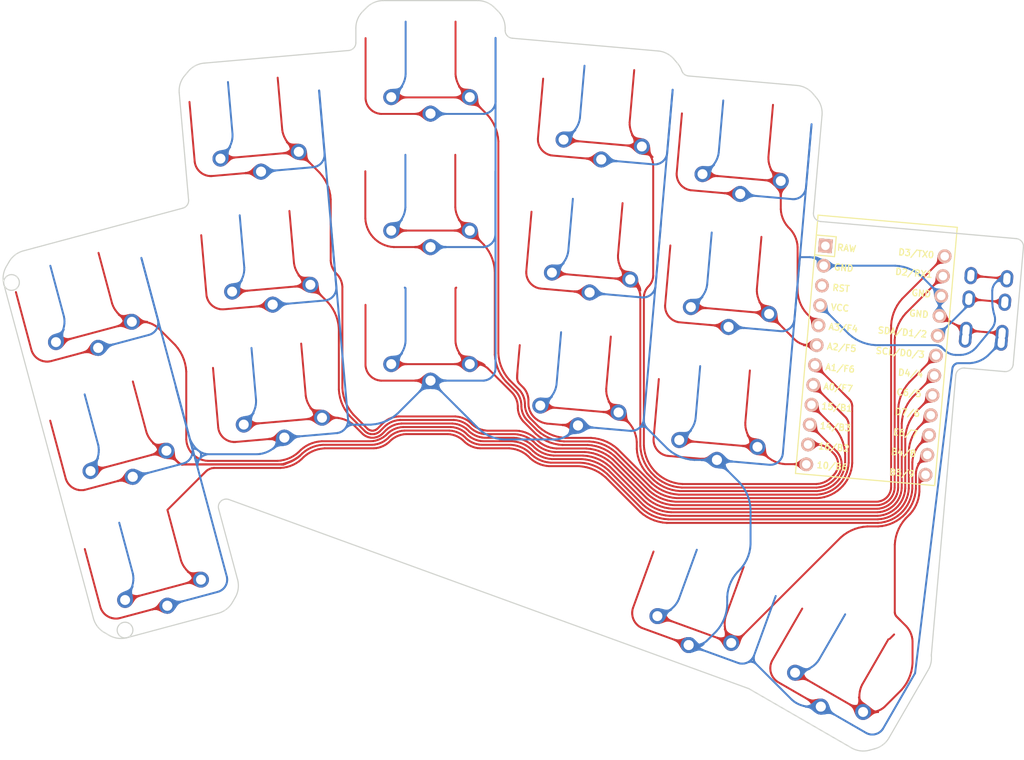
<source format=kicad_pcb>
(kicad_pcb (version 20171130) (host pcbnew "(5.1.10-1-10_14)")
  (title_block (title KEYBOARD_NAME_HERE) (rev VERSION_HERE) (company YOUR_NAME_HERE))
  (layers (0 F.Cu signal) (31 B.Cu signal) (34 B.Paste user) (35 F.Paste user) (36 B.SilkS user) (37 F.SilkS user) (38 B.Mask user) (39 F.Mask user) (44 Edge.Cuts user))
  (net 0 "")
  (net 1 P7)
  (net 2 GND)
  (net 3 P6)
  (net 4 P5)
  (net 5 P4)
  (net 6 P3)
  (net 7 P0)
  (net 8 P1)
  (net 9 P19)
  (net 10 P18)
  (net 11 P15)
  (net 12 P14)
  (net 13 P16)
  (net 14 P10)
  (net 15 P20)
  (net 16 P21)
  (net 17 P8)
  (net 18 P9)
  (net 19 RAW)
  (net 20 RST)
  (net 21 VCC)
  (net 22 P2)
  (module PG1350 (layer F.Cu) (at 52.402636 93.153449 195)
    (fp_text reference S2 hide)
    (fp_text value "" hide)
    (pad "" np_thru_hole circle (at 0 0) (size 3.429 3.429) (drill 3.429) (layers *.Cu *.Mask))
    (pad "" np_thru_hole circle (at 5.5 0) (size 1.7018 1.7018) (drill 1.7018) (layers *.Cu *.Mask))
    (pad "" np_thru_hole circle (at -5.5 0) (size 1.7018 1.7018) (drill 1.7018) (layers *.Cu *.Mask))
    (pad 1 thru_hole circle (at 5 -3.8) (size 2.032 2.032) (drill 1.27) (layers *.Cu *.Mask) (net 1 P7))
    (pad 2 thru_hole circle (at 0 -5.9) (size 2.032 2.032) (drill 1.27) (layers *.Cu *.Mask) (net 2 GND))
    (pad 1 thru_hole circle (at -5 -3.8) (size 2.032 2.032) (drill 1.27) (layers *.Cu *.Mask) (net 1 P7))
    (pad 2 thru_hole circle (at 0 -5.9) (size 2.032 2.032) (drill 1.27) (layers *.Cu *.Mask) (net 2 GND))
  )
  (module PG1350 (layer F.Cu) (at 48.002735 76.732649 195)
    (fp_text reference S4 hide)
    (fp_text value "" hide)
    (pad "" np_thru_hole circle (at 0 0) (size 3.429 3.429) (drill 3.429) (layers *.Cu *.Mask))
    (pad "" np_thru_hole circle (at 5.5 0) (size 1.7018 1.7018) (drill 1.7018) (layers *.Cu *.Mask))
    (pad "" np_thru_hole circle (at -5.5 0) (size 1.7018 1.7018) (drill 1.7018) (layers *.Cu *.Mask))
    (pad 1 thru_hole circle (at 5 -3.8) (size 2.032 2.032) (drill 1.27) (layers *.Cu *.Mask) (net 3 P6))
    (pad 2 thru_hole circle (at 0 -5.9) (size 2.032 2.032) (drill 1.27) (layers *.Cu *.Mask) (net 2 GND))
    (pad 1 thru_hole circle (at -5 -3.8) (size 2.032 2.032) (drill 1.27) (layers *.Cu *.Mask) (net 3 P6))
    (pad 2 thru_hole circle (at 0 -5.9) (size 2.032 2.032) (drill 1.27) (layers *.Cu *.Mask) (net 2 GND))
  )
  (module PG1350 (layer F.Cu) (at 43.602735 60.311949 195)
    (fp_text reference S6 hide)
    (fp_text value "" hide)
    (pad "" np_thru_hole circle (at 0 0) (size 3.429 3.429) (drill 3.429) (layers *.Cu *.Mask))
    (pad "" np_thru_hole circle (at 5.5 0) (size 1.7018 1.7018) (drill 1.7018) (layers *.Cu *.Mask))
    (pad "" np_thru_hole circle (at -5.5 0) (size 1.7018 1.7018) (drill 1.7018) (layers *.Cu *.Mask))
    (pad 1 thru_hole circle (at 5 -3.8) (size 2.032 2.032) (drill 1.27) (layers *.Cu *.Mask) (net 4 P5))
    (pad 2 thru_hole circle (at 0 -5.9) (size 2.032 2.032) (drill 1.27) (layers *.Cu *.Mask) (net 2 GND))
    (pad 1 thru_hole circle (at -5 -3.8) (size 2.032 2.032) (drill 1.27) (layers *.Cu *.Mask) (net 4 P5))
    (pad 2 thru_hole circle (at 0 -5.9) (size 2.032 2.032) (drill 1.27) (layers *.Cu *.Mask) (net 2 GND))
  )
  (module PG1350 (layer F.Cu) (at 68.307636 71.559348 185)
    (fp_text reference S8 hide)
    (fp_text value "" hide)
    (pad "" np_thru_hole circle (at 0 0) (size 3.429 3.429) (drill 3.429) (layers *.Cu *.Mask))
    (pad "" np_thru_hole circle (at 5.5 0) (size 1.7018 1.7018) (drill 1.7018) (layers *.Cu *.Mask))
    (pad "" np_thru_hole circle (at -5.5 0) (size 1.7018 1.7018) (drill 1.7018) (layers *.Cu *.Mask))
    (pad 1 thru_hole circle (at 5 -3.8) (size 2.032 2.032) (drill 1.27) (layers *.Cu *.Mask) (net 5 P4))
    (pad 2 thru_hole circle (at 0 -5.9) (size 2.032 2.032) (drill 1.27) (layers *.Cu *.Mask) (net 2 GND))
    (pad 1 thru_hole circle (at -5 -3.8) (size 2.032 2.032) (drill 1.27) (layers *.Cu *.Mask) (net 5 P4))
    (pad 2 thru_hole circle (at 0 -5.9) (size 2.032 2.032) (drill 1.27) (layers *.Cu *.Mask) (net 2 GND))
  )
  (module PG1350 (layer F.Cu) (at 66.825935 54.624049 185)
    (fp_text reference S10 hide)
    (fp_text value "" hide)
    (pad "" np_thru_hole circle (at 0 0) (size 3.429 3.429) (drill 3.429) (layers *.Cu *.Mask))
    (pad "" np_thru_hole circle (at 5.5 0) (size 1.7018 1.7018) (drill 1.7018) (layers *.Cu *.Mask))
    (pad "" np_thru_hole circle (at -5.5 0) (size 1.7018 1.7018) (drill 1.7018) (layers *.Cu *.Mask))
    (pad 1 thru_hole circle (at 5 -3.8) (size 2.032 2.032) (drill 1.27) (layers *.Cu *.Mask) (net 6 P3))
    (pad 2 thru_hole circle (at 0 -5.9) (size 2.032 2.032) (drill 1.27) (layers *.Cu *.Mask) (net 2 GND))
    (pad 1 thru_hole circle (at -5 -3.8) (size 2.032 2.032) (drill 1.27) (layers *.Cu *.Mask) (net 6 P3))
    (pad 2 thru_hole circle (at 0 -5.9) (size 2.032 2.032) (drill 1.27) (layers *.Cu *.Mask) (net 2 GND))
  )
  (module PG1350 (layer F.Cu) (at 65.344335 37.688747 185)
    (fp_text reference S12 hide)
    (fp_text value "" hide)
    (pad "" np_thru_hole circle (at 0 0) (size 3.429 3.429) (drill 3.429) (layers *.Cu *.Mask))
    (pad "" np_thru_hole circle (at 5.5 0) (size 1.7018 1.7018) (drill 1.7018) (layers *.Cu *.Mask))
    (pad "" np_thru_hole circle (at -5.5 0) (size 1.7018 1.7018) (drill 1.7018) (layers *.Cu *.Mask))
    (pad 1 thru_hole circle (at 5 -3.8) (size 2.032 2.032) (drill 1.27) (layers *.Cu *.Mask) (net 7 P0))
    (pad 2 thru_hole circle (at 0 -5.9) (size 2.032 2.032) (drill 1.27) (layers *.Cu *.Mask) (net 2 GND))
    (pad 1 thru_hole circle (at -5 -3.8) (size 2.032 2.032) (drill 1.27) (layers *.Cu *.Mask) (net 7 P0))
    (pad 2 thru_hole circle (at 0 -5.9) (size 2.032 2.032) (drill 1.27) (layers *.Cu *.Mask) (net 2 GND))
  )
  (module PG1350 (layer F.Cu) (at 87.426936 64.280747 180)
    (fp_text reference S14 hide)
    (fp_text value "" hide)
    (pad "" np_thru_hole circle (at 0 0) (size 3.429 3.429) (drill 3.429) (layers *.Cu *.Mask))
    (pad "" np_thru_hole circle (at 5.5 0) (size 1.7018 1.7018) (drill 1.7018) (layers *.Cu *.Mask))
    (pad "" np_thru_hole circle (at -5.5 0) (size 1.7018 1.7018) (drill 1.7018) (layers *.Cu *.Mask))
    (pad 1 thru_hole circle (at 5 -3.8) (size 2.032 2.032) (drill 1.27) (layers *.Cu *.Mask) (net 8 P1))
    (pad 2 thru_hole circle (at 0 -5.9) (size 2.032 2.032) (drill 1.27) (layers *.Cu *.Mask) (net 2 GND))
    (pad 1 thru_hole circle (at -5 -3.8) (size 2.032 2.032) (drill 1.27) (layers *.Cu *.Mask) (net 8 P1))
    (pad 2 thru_hole circle (at 0 -5.9) (size 2.032 2.032) (drill 1.27) (layers *.Cu *.Mask) (net 2 GND))
  )
  (module PG1350 (layer F.Cu) (at 87.426935 47.280747 180)
    (fp_text reference S16 hide)
    (fp_text value "" hide)
    (pad "" np_thru_hole circle (at 0 0) (size 3.429 3.429) (drill 3.429) (layers *.Cu *.Mask))
    (pad "" np_thru_hole circle (at 5.5 0) (size 1.7018 1.7018) (drill 1.7018) (layers *.Cu *.Mask))
    (pad "" np_thru_hole circle (at -5.5 0) (size 1.7018 1.7018) (drill 1.7018) (layers *.Cu *.Mask))
    (pad 1 thru_hole circle (at 5 -3.8) (size 2.032 2.032) (drill 1.27) (layers *.Cu *.Mask) (net 9 P19))
    (pad 2 thru_hole circle (at 0 -5.9) (size 2.032 2.032) (drill 1.27) (layers *.Cu *.Mask) (net 2 GND))
    (pad 1 thru_hole circle (at -5 -3.8) (size 2.032 2.032) (drill 1.27) (layers *.Cu *.Mask) (net 9 P19))
    (pad 2 thru_hole circle (at 0 -5.9) (size 2.032 2.032) (drill 1.27) (layers *.Cu *.Mask) (net 2 GND))
  )
  (module PG1350 (layer F.Cu) (at 87.426936 30.280749 180)
    (fp_text reference S18 hide)
    (fp_text value "" hide)
    (pad "" np_thru_hole circle (at 0 0) (size 3.429 3.429) (drill 3.429) (layers *.Cu *.Mask))
    (pad "" np_thru_hole circle (at 5.5 0) (size 1.7018 1.7018) (drill 1.7018) (layers *.Cu *.Mask))
    (pad "" np_thru_hole circle (at -5.5 0) (size 1.7018 1.7018) (drill 1.7018) (layers *.Cu *.Mask))
    (pad 1 thru_hole circle (at 5 -3.8) (size 2.032 2.032) (drill 1.27) (layers *.Cu *.Mask) (net 10 P18))
    (pad 2 thru_hole circle (at 0 -5.9) (size 2.032 2.032) (drill 1.27) (layers *.Cu *.Mask) (net 2 GND))
    (pad 1 thru_hole circle (at -5 -3.8) (size 2.032 2.032) (drill 1.27) (layers *.Cu *.Mask) (net 10 P18))
    (pad 2 thru_hole circle (at 0 -5.9) (size 2.032 2.032) (drill 1.27) (layers *.Cu *.Mask) (net 2 GND))
  )
  (module PG1350 (layer F.Cu) (at 106.708534 70.012148 175)
    (fp_text reference S20 hide)
    (fp_text value "" hide)
    (pad "" np_thru_hole circle (at 0 0) (size 3.429 3.429) (drill 3.429) (layers *.Cu *.Mask))
    (pad "" np_thru_hole circle (at 5.5 0) (size 1.7018 1.7018) (drill 1.7018) (layers *.Cu *.Mask))
    (pad "" np_thru_hole circle (at -5.5 0) (size 1.7018 1.7018) (drill 1.7018) (layers *.Cu *.Mask))
    (pad 1 thru_hole circle (at 5 -3.8) (size 2.032 2.032) (drill 1.27) (layers *.Cu *.Mask) (net 11 P15))
    (pad 2 thru_hole circle (at 0 -5.9) (size 2.032 2.032) (drill 1.27) (layers *.Cu *.Mask) (net 2 GND))
    (pad 1 thru_hole circle (at -5 -3.8) (size 2.032 2.032) (drill 1.27) (layers *.Cu *.Mask) (net 11 P15))
    (pad 2 thru_hole circle (at 0 -5.9) (size 2.032 2.032) (drill 1.27) (layers *.Cu *.Mask) (net 2 GND))
  )
  (module PG1350 (layer F.Cu) (at 108.190235 53.076848 175)
    (fp_text reference S22 hide)
    (fp_text value "" hide)
    (pad "" np_thru_hole circle (at 0 0) (size 3.429 3.429) (drill 3.429) (layers *.Cu *.Mask))
    (pad "" np_thru_hole circle (at 5.5 0) (size 1.7018 1.7018) (drill 1.7018) (layers *.Cu *.Mask))
    (pad "" np_thru_hole circle (at -5.5 0) (size 1.7018 1.7018) (drill 1.7018) (layers *.Cu *.Mask))
    (pad 1 thru_hole circle (at 5 -3.8) (size 2.032 2.032) (drill 1.27) (layers *.Cu *.Mask) (net 12 P14))
    (pad 2 thru_hole circle (at 0 -5.9) (size 2.032 2.032) (drill 1.27) (layers *.Cu *.Mask) (net 2 GND))
    (pad 1 thru_hole circle (at -5 -3.8) (size 2.032 2.032) (drill 1.27) (layers *.Cu *.Mask) (net 12 P14))
    (pad 2 thru_hole circle (at 0 -5.9) (size 2.032 2.032) (drill 1.27) (layers *.Cu *.Mask) (net 2 GND))
  )
  (module PG1350 (layer F.Cu) (at 109.671836 36.141448 175)
    (fp_text reference S24 hide)
    (fp_text value "" hide)
    (pad "" np_thru_hole circle (at 0 0) (size 3.429 3.429) (drill 3.429) (layers *.Cu *.Mask))
    (pad "" np_thru_hole circle (at 5.5 0) (size 1.7018 1.7018) (drill 1.7018) (layers *.Cu *.Mask))
    (pad "" np_thru_hole circle (at -5.5 0) (size 1.7018 1.7018) (drill 1.7018) (layers *.Cu *.Mask))
    (pad 1 thru_hole circle (at 5 -3.8) (size 2.032 2.032) (drill 1.27) (layers *.Cu *.Mask) (net 13 P16))
    (pad 2 thru_hole circle (at 0 -5.9) (size 2.032 2.032) (drill 1.27) (layers *.Cu *.Mask) (net 2 GND))
    (pad 1 thru_hole circle (at -5 -3.8) (size 2.032 2.032) (drill 1.27) (layers *.Cu *.Mask) (net 13 P16))
    (pad 2 thru_hole circle (at 0 -5.9) (size 2.032 2.032) (drill 1.27) (layers *.Cu *.Mask) (net 2 GND))
  )
  (module PG1350 (layer F.Cu) (at 124.393135 74.403448 175)
    (fp_text reference S26 hide)
    (fp_text value "" hide)
    (pad "" np_thru_hole circle (at 0 0) (size 3.429 3.429) (drill 3.429) (layers *.Cu *.Mask))
    (pad "" np_thru_hole circle (at 5.5 0) (size 1.7018 1.7018) (drill 1.7018) (layers *.Cu *.Mask))
    (pad "" np_thru_hole circle (at -5.5 0) (size 1.7018 1.7018) (drill 1.7018) (layers *.Cu *.Mask))
    (pad 1 thru_hole circle (at 5 -3.8) (size 2.032 2.032) (drill 1.27) (layers *.Cu *.Mask) (net 14 P10))
    (pad 2 thru_hole circle (at 0 -5.9) (size 2.032 2.032) (drill 1.27) (layers *.Cu *.Mask) (net 2 GND))
    (pad 1 thru_hole circle (at -5 -3.8) (size 2.032 2.032) (drill 1.27) (layers *.Cu *.Mask) (net 14 P10))
    (pad 2 thru_hole circle (at 0 -5.9) (size 2.032 2.032) (drill 1.27) (layers *.Cu *.Mask) (net 2 GND))
  )
  (module PG1350 (layer F.Cu) (at 125.874735 57.468148 175)
    (fp_text reference S28 hide)
    (fp_text value "" hide)
    (pad "" np_thru_hole circle (at 0 0) (size 3.429 3.429) (drill 3.429) (layers *.Cu *.Mask))
    (pad "" np_thru_hole circle (at 5.5 0) (size 1.7018 1.7018) (drill 1.7018) (layers *.Cu *.Mask))
    (pad "" np_thru_hole circle (at -5.5 0) (size 1.7018 1.7018) (drill 1.7018) (layers *.Cu *.Mask))
    (pad 1 thru_hole circle (at 5 -3.8) (size 2.032 2.032) (drill 1.27) (layers *.Cu *.Mask) (net 15 P20))
    (pad 2 thru_hole circle (at 0 -5.9) (size 2.032 2.032) (drill 1.27) (layers *.Cu *.Mask) (net 2 GND))
    (pad 1 thru_hole circle (at -5 -3.8) (size 2.032 2.032) (drill 1.27) (layers *.Cu *.Mask) (net 15 P20))
    (pad 2 thru_hole circle (at 0 -5.9) (size 2.032 2.032) (drill 1.27) (layers *.Cu *.Mask) (net 2 GND))
  )
  (module PG1350 (layer F.Cu) (at 127.356436 40.532848 175)
    (fp_text reference S30 hide)
    (fp_text value "" hide)
    (pad "" np_thru_hole circle (at 0 0) (size 3.429 3.429) (drill 3.429) (layers *.Cu *.Mask))
    (pad "" np_thru_hole circle (at 5.5 0) (size 1.7018 1.7018) (drill 1.7018) (layers *.Cu *.Mask))
    (pad "" np_thru_hole circle (at -5.5 0) (size 1.7018 1.7018) (drill 1.7018) (layers *.Cu *.Mask))
    (pad 1 thru_hole circle (at 5 -3.8) (size 2.032 2.032) (drill 1.27) (layers *.Cu *.Mask) (net 16 P21))
    (pad 2 thru_hole circle (at 0 -5.9) (size 2.032 2.032) (drill 1.27) (layers *.Cu *.Mask) (net 2 GND))
    (pad 1 thru_hole circle (at -5 -3.8) (size 2.032 2.032) (drill 1.27) (layers *.Cu *.Mask) (net 16 P21))
    (pad 2 thru_hole circle (at 0 -5.9) (size 2.032 2.032) (drill 1.27) (layers *.Cu *.Mask) (net 2 GND))
  )
  (module PG1350 (layer F.Cu) (at 122.301335 98.312149 160)
    (fp_text reference S32 hide)
    (fp_text value "" hide)
    (pad "" np_thru_hole circle (at 0 0) (size 3.429 3.429) (drill 3.429) (layers *.Cu *.Mask))
    (pad "" np_thru_hole circle (at 5.5 0) (size 1.7018 1.7018) (drill 1.7018) (layers *.Cu *.Mask))
    (pad "" np_thru_hole circle (at -5.5 0) (size 1.7018 1.7018) (drill 1.7018) (layers *.Cu *.Mask))
    (pad 1 thru_hole circle (at 5 -3.8) (size 2.032 2.032) (drill 1.27) (layers *.Cu *.Mask) (net 17 P8))
    (pad 2 thru_hole circle (at 0 -5.9) (size 2.032 2.032) (drill 1.27) (layers *.Cu *.Mask) (net 2 GND))
    (pad 1 thru_hole circle (at -5 -3.8) (size 2.032 2.032) (drill 1.27) (layers *.Cu *.Mask) (net 17 P8))
    (pad 2 thru_hole circle (at 0 -5.9) (size 2.032 2.032) (drill 1.27) (layers *.Cu *.Mask) (net 2 GND))
  )
  (module PG1350 (layer F.Cu) (at 140.053535 106.590147 150)
    (fp_text reference S34 hide)
    (fp_text value "" hide)
    (pad "" np_thru_hole circle (at 0 0) (size 3.429 3.429) (drill 3.429) (layers *.Cu *.Mask))
    (pad "" np_thru_hole circle (at 5.5 0) (size 1.7018 1.7018) (drill 1.7018) (layers *.Cu *.Mask))
    (pad "" np_thru_hole circle (at -5.5 0) (size 1.7018 1.7018) (drill 1.7018) (layers *.Cu *.Mask))
    (pad 1 thru_hole circle (at 5 -3.8) (size 2.032 2.032) (drill 1.27) (layers *.Cu *.Mask) (net 18 P9))
    (pad 2 thru_hole circle (at 0 -5.9) (size 2.032 2.032) (drill 1.27) (layers *.Cu *.Mask) (net 2 GND))
    (pad 1 thru_hole circle (at -5 -3.8) (size 2.032 2.032) (drill 1.27) (layers *.Cu *.Mask) (net 18 P9))
    (pad 2 thru_hole circle (at 0 -5.9) (size 2.032 2.032) (drill 1.27) (layers *.Cu *.Mask) (net 2 GND))
  )
  (module ProMicro (layer F.Cu) (at 144.061535 67.591748 265)
    (fp_text reference C1 hide)
    (fp_text value "" hide)
    (fp_text user RAW (at -13.904557 6.196978 355) (layer F.SilkS) (effects (font (size 0.8 0.8)) (justify left)))
    (fp_text user GND (at -11.379208 6.377567 355) (layer F.SilkS) (effects (font (size 0.8 0.8)) (justify left)))
    (fp_text user RST (at -8.754506 6.348699 355) (layer F.SilkS) (effects (font (size 0.8 0.8)) (justify left)))
    (fp_text user VCC (at -6.263752 6.33155 355) (layer F.SilkS) (effects (font (size 0.8 0.8)) (justify left)))
    (fp_text user A3/F4 (at -3.747119 6.41252 355) (layer F.SilkS) (effects (font (size 0.8 0.8)) (justify left)))
    (fp_text user A2/F5 (at -1.239201 6.393869 355) (layer F.SilkS) (effects (font (size 0.8 0.8)) (justify left)))
    (fp_text user A1/F6 (at 1.406757 6.363142 355) (layer F.SilkS) (effects (font (size 0.8 0.8)) (justify left)))
    (fp_text user A0/F7 (at 3.880612 6.397662 355) (layer F.SilkS) (effects (font (size 0.8 0.8)) (justify left)))
    (fp_text user 15/B1 (at 6.392888 6.428822 355) (layer F.SilkS) (effects (font (size 0.8 0.8)) (justify left)))
    (fp_text user 14/B3 (at 8.900805 6.410171 355) (layer F.SilkS) (effects (font (size 0.8 0.8)) (justify left)))
    (fp_text user 16/B2 (at 11.508343 6.382805 355) (layer F.SilkS) (effects (font (size 0.8 0.8)) (justify left)))
    (fp_text user 10/B6 (at 13.916641 6.37287 355) (layer F.SilkS) (effects (font (size 0.8 0.8)) (justify left)))
    (fp_text user D3/TX0 (at -13.997809 -6.342611 355) (layer F.SilkS) (effects (font (size 0.8 0.8)) (justify right)))
    (fp_text user D2/RX1 (at -11.489891 -6.361262 355) (layer F.SilkS) (effects (font (size 0.8 0.8)) (justify right)))
    (fp_text user GND (at -8.981973 -6.379912 355) (layer F.SilkS) (effects (font (size 0.8 0.8)) (justify right)))
    (fp_text user GND (at -6.36572 -6.307658 355) (layer F.SilkS) (effects (font (size 0.8 0.8)) (justify right)))
    (fp_text user SDA/D1/2 (at -3.857802 -6.326309 355) (layer F.SilkS) (effects (font (size 0.8 0.8)) (justify right)))
    (fp_text user SCL/D0/3 (at -1.241549 -6.254055 355) (layer F.SilkS) (effects (font (size 0.8 0.8)) (justify right)))
    (fp_text user D4/4 (at 1.266369 -6.272706 355) (layer F.SilkS) (effects (font (size 0.8 0.8)) (justify right)))
    (fp_text user C6/5 (at 3.774286 -6.291356 355) (layer F.SilkS) (effects (font (size 0.8 0.8)) (justify right)))
    (fp_text user D7/6 (at 6.282204 -6.310007 355) (layer F.SilkS) (effects (font (size 0.8 0.8)) (justify right)))
    (fp_text user E6/7 (at 8.898457 -6.237753 355) (layer F.SilkS) (effects (font (size 0.8 0.8)) (justify right)))
    (fp_text user B4/8 (at 11.406375 -6.256404 355) (layer F.SilkS) (effects (font (size 0.8 0.8)) (justify right)))
    (fp_text user B5/9 (at 14.013913 -6.28377 355) (layer F.SilkS) (effects (font (size 0.8 0.8)) (justify right)))
    (pad 1 thru_hole rect (at -13.97 7.62 265) (size 1.7526 1.7526) (drill 1.0922) (layers *.Cu *.SilkS *.Mask) (net 19 RAW))
    (pad 2 thru_hole circle (at -11.43 7.62) (size 1.7526 1.7526) (drill 1.0922) (layers *.Cu *.SilkS *.Mask) (net 2 GND))
    (pad 3 thru_hole circle (at -8.89 7.62) (size 1.7526 1.7526) (drill 1.0922) (layers *.Cu *.SilkS *.Mask) (net 20 RST))
    (pad 4 thru_hole circle (at -6.35 7.62) (size 1.7526 1.7526) (drill 1.0922) (layers *.Cu *.SilkS *.Mask) (net 21 VCC))
    (pad 5 thru_hole circle (at -3.81 7.62) (size 1.7526 1.7526) (drill 1.0922) (layers *.Cu *.SilkS *.Mask) (net 16 P21))
    (pad 6 thru_hole circle (at -1.27 7.62) (size 1.7526 1.7526) (drill 1.0922) (layers *.Cu *.SilkS *.Mask) (net 15 P20))
    (pad 7 thru_hole circle (at 1.27 7.62) (size 1.7526 1.7526) (drill 1.0922) (layers *.Cu *.SilkS *.Mask) (net 9 P19))
    (pad 8 thru_hole circle (at 3.81 7.62) (size 1.7526 1.7526) (drill 1.0922) (layers *.Cu *.SilkS *.Mask) (net 10 P18))
    (pad 9 thru_hole circle (at 6.35 7.62) (size 1.7526 1.7526) (drill 1.0922) (layers *.Cu *.SilkS *.Mask) (net 11 P15))
    (pad 10 thru_hole circle (at 8.89 7.62) (size 1.7526 1.7526) (drill 1.0922) (layers *.Cu *.SilkS *.Mask) (net 12 P14))
    (pad 11 thru_hole circle (at 11.43 7.62) (size 1.7526 1.7526) (drill 1.0922) (layers *.Cu *.SilkS *.Mask) (net 13 P16))
    (pad 12 thru_hole circle (at 13.97 7.62) (size 1.7526 1.7526) (drill 1.0922) (layers *.Cu *.SilkS *.Mask) (net 14 P10))
    (pad 13 thru_hole circle (at -13.97 -7.62) (size 1.7526 1.7526) (drill 1.0922) (layers *.Cu *.SilkS *.Mask) (net 8 P1))
    (pad 14 thru_hole circle (at -11.43 -7.62) (size 1.7526 1.7526) (drill 1.0922) (layers *.Cu *.SilkS *.Mask) (net 7 P0))
    (pad 15 thru_hole circle (at -8.89 -7.62) (size 1.7526 1.7526) (drill 1.0922) (layers *.Cu *.SilkS *.Mask) (net 2 GND))
    (pad 16 thru_hole circle (at -6.35 -7.62) (size 1.7526 1.7526) (drill 1.0922) (layers *.Cu *.SilkS *.Mask) (net 2 GND))
    (pad 17 thru_hole circle (at -3.81 -7.62) (size 1.7526 1.7526) (drill 1.0922) (layers *.Cu *.SilkS *.Mask) (net 22 P2))
    (pad 18 thru_hole circle (at -1.27 -7.62) (size 1.7526 1.7526) (drill 1.0922) (layers *.Cu *.SilkS *.Mask) (net 6 P3))
    (pad 19 thru_hole circle (at 1.27 -7.62) (size 1.7526 1.7526) (drill 1.0922) (layers *.Cu *.SilkS *.Mask) (net 5 P4))
    (pad 20 thru_hole circle (at 3.81 -7.62) (size 1.7526 1.7526) (drill 1.0922) (layers *.Cu *.SilkS *.Mask) (net 4 P5))
    (pad 21 thru_hole circle (at 6.35 -7.62) (size 1.7526 1.7526) (drill 1.0922) (layers *.Cu *.SilkS *.Mask) (net 3 P6))
    (pad 22 thru_hole circle (at 8.89 -7.62) (size 1.7526 1.7526) (drill 1.0922) (layers *.Cu *.SilkS *.Mask) (net 1 P7))
    (pad 23 thru_hole circle (at 11.43 -7.62) (size 1.7526 1.7526) (drill 1.0922) (layers *.Cu *.SilkS *.Mask) (net 17 P8))
    (pad 24 thru_hole circle (at 13.97 -7.62) (size 1.7526 1.7526) (drill 1.0922) (layers *.Cu *.SilkS *.Mask) (net 18 P9))
  )
  (module TRRS-PJ-320A-dual (layer F.Cu) (at 161.059035 54.021558 355)
    (fp_text reference T1 hide)
    (fp_text value "" hide)
    (pad "" np_thru_hole circle (at -2.3 8.6) (size 1.5 1.5) (drill 1.5) (layers *.Cu *.Mask))
    (pad "" np_thru_hole circle (at -2.3 1.6) (size 1.5 1.5) (drill 1.5) (layers *.Cu *.Mask))
    (pad 1 thru_hole oval (at 0 11.3 355) (size 1.6 2.2) (drill oval 0.9 1.5) (layers *.Cu *.Mask) (net 2 GND))
    (pad 2 thru_hole oval (at -4.6 10.2 355) (size 1.6 2.2) (drill oval 0.9 1.5) (layers *.Cu *.Mask) (net 2 GND))
    (pad 3 thru_hole oval (at -4.6 6.2 355) (size 1.6 2.2) (drill oval 0.9 1.5) (layers *.Cu *.Mask) (net 22 P2))
    (pad 4 thru_hole oval (at -4.6 3.2 355) (size 1.6 2.2) (drill oval 0.9 1.5) (layers *.Cu *.Mask) (net 21 VCC))
    (pad 1 thru_hole oval (at -4.6 11.3 355) (size 1.6 2.2) (drill oval 0.9 1.5) (layers *.Cu *.Mask) (net 2 GND))
    (pad 2 thru_hole oval (at 0 10.2 355) (size 1.6 2.2) (drill oval 0.9 1.5) (layers *.Cu *.Mask) (net 2 GND))
    (pad 3 thru_hole oval (at 0 6.2 355) (size 1.6 2.2) (drill oval 0.9 1.5) (layers *.Cu *.Mask) (net 22 P2))
    (pad 4 thru_hole oval (at 0 3.2 355) (size 1.6 2.2) (drill oval 0.9 1.5) (layers *.Cu *.Mask) (net 21 VCC))
  )
  (gr_line (start 46.52989 102.616604) (end 45.918859 102.263826) (angle 90) (layer Edge.Cuts) (width 0.15))
  (gr_arc (start 47.41819 99.665362) (end 44.520411 100.441818) (angle -45) (layer Edge.Cuts) (width 0.15))
  (gr_line (start 33.132373 57.941083) (end 44.520411 100.441818) (angle 90) (layer Edge.Cuts) (width 0.15))
  (gr_line (start 60.46148 86.52434) (end 62.873002 95.524257) (angle 90) (layer Edge.Cuts) (width 0.15))
  (gr_arc (start 59.975223 96.300714) (end 62.5733 97.800714) (angle -45) (layer Edge.Cuts) (width 0.15))
  (gr_line (start 62.572915 97.801385) (end 62.220135 98.412416) (angle 90) (layer Edge.Cuts) (width 0.15))
  (gr_arc (start 59.621671 96.913087) (end 60.398128 99.810864) (angle -45) (layer Edge.Cuts) (width 0.15))
  (gr_line (start 60.398128 99.810864) (end 48.807018 102.916693) (angle 90) (layer Edge.Cuts) (width 0.15))
  (gr_arc (start 48.03056 100.018915) (end 46.530562 102.616991) (angle -44.99999992) (layer Edge.Cuts) (width 0.15))
  (gr_arc (start 36.030151 57.164627) (end 33.432075 55.664625) (angle -44.99999992) (layer Edge.Cuts) (width 0.15))
  (gr_line (start 33.432462 55.663956) (end 33.785241 55.052926) (angle 90) (layer Edge.Cuts) (width 0.15))
  (gr_arc (start 36.383704 56.552252) (end 35.607249 53.654478) (angle -45) (layer Edge.Cuts) (width 0.15))
  (gr_line (start 35.607249 53.654478) (end 55.899654 48.21714) (angle 90) (layer Edge.Cuts) (width 0.15))
  (gr_line (start 55.444705 33.535743) (end 56.637028 47.164062) (angle 90) (layer Edge.Cuts) (width 0.15))
  (gr_arc (start 58.43329 33.274274) (end 56.135156 31.345912) (angle -45) (layer Edge.Cuts) (width 0.15))
  (gr_line (start 56.135652 31.345319) (end 56.589176 30.80483) (angle 90) (layer Edge.Cuts) (width 0.15))
  (gr_arc (start 58.887808 32.7326) (end 58.626343 29.744017) (angle -45) (layer Edge.Cuts) (width 0.15))
  (gr_line (start 58.626343 29.744017) (end 77.014054 28.135301) (angle 90) (layer Edge.Cuts) (width 0.15))
  (gr_line (start 77.926898 27.139105) (end 77.926897 25.28076) (angle 90) (layer Edge.Cuts) (width 0.15))
  (gr_arc (start 80.926898 25.28076) (end 78.80558 23.159438) (angle -45) (layer Edge.Cuts) (width 0.15))
  (gr_line (start 78.806126 23.158891) (end 79.30503 22.659987) (angle 90) (layer Edge.Cuts) (width 0.15))
  (gr_arc (start 81.426898 24.78076) (end 81.426898 21.78076) (angle -45) (layer Edge.Cuts) (width 0.15))
  (gr_line (start 81.426898 21.78076) (end 93.4269 21.78076) (angle 90) (layer Edge.Cuts) (width 0.15))
  (gr_arc (start 93.426899 24.780761) (end 95.54822 22.65944) (angle -45) (layer Edge.Cuts) (width 0.15))
  (gr_line (start 95.548767 22.659987) (end 96.047674 23.158892) (angle 90) (layer Edge.Cuts) (width 0.15))
  (gr_arc (start 93.926898 25.280761) (end 96.926898 25.28076) (angle -45) (layer Edge.Cuts) (width 0.15))
  (gr_line (start 96.926898 25.28076) (end 96.926899 25.577658) (angle 90) (layer Edge.Cuts) (width 0.15))
  (gr_line (start 97.839742 26.573854) (end 116.389833 28.196775) (angle 90) (layer Edge.Cuts) (width 0.15))
  (gr_arc (start 116.128367 31.185361) (end 118.426499 29.256998) (angle -45) (layer Edge.Cuts) (width 0.15))
  (gr_line (start 118.426999 29.257589) (end 118.880522 29.798079) (angle 90) (layer Edge.Cuts) (width 0.15))
  (gr_arc (start 116.582886 31.727035) (end 119.408631 30.719481) (angle -20.37568221) (layer Edge.Cuts) (width 0.15))
  (gr_line (start 151.171633 105.07703) (end 154.285092 69.490032) (angle 90) (layer Edge.Cuts) (width 0.15))
  (gr_line (start 137.075625 49.915643) (end 161.980492 52.094535) (angle 90) (layer Edge.Cuts) (width 0.15))
  (gr_line (start 161.582196 68.120806) (end 162.889532 53.177886) (angle 90) (layer Edge.Cuts) (width 0.15))
  (gr_line (start 160.498845 69.029846) (end 155.368442 68.580993) (angle 90) (layer Edge.Cuts) (width 0.15))
  (gr_line (start 120.26339 31.379825) (end 134.074397 32.588131) (angle 90) (layer Edge.Cuts) (width 0.15))
  (gr_arc (start 133.812928 35.576714) (end 136.111062 33.648352) (angle -45) (layer Edge.Cuts) (width 0.15))
  (gr_line (start 136.111559 33.648947) (end 136.565084 34.189433) (angle 90) (layer Edge.Cuts) (width 0.15))
  (gr_arc (start 134.26745 36.11839) (end 137.256033 36.379858) (angle -45) (layer Edge.Cuts) (width 0.15))
  (gr_line (start 136.166587 48.83229) (end 137.256033 36.379858) (angle 90) (layer Edge.Cuts) (width 0.15))
  (gr_line (start 61.769427 85.325829) (end 127.851435 109.377713) (angle 90) (layer Edge.Cuts) (width 0.15))
  (gr_arc (start 148.182809 105.510037) (end 150.780883 107.010038) (angle -34.9601627) (layer Edge.Cuts) (width 0.15))
  (gr_line (start 150.780884 107.010038) (end 145.780885 115.670291) (angle 90) (layer Edge.Cuts) (width 0.15))
  (gr_arc (start 143.182808 114.170292) (end 143.959265 117.06807) (angle -45) (layer Edge.Cuts) (width 0.15))
  (gr_line (start 143.958516 117.068269) (end 143.277001 117.250882) (angle 90) (layer Edge.Cuts) (width 0.15))
  (gr_arc (start 142.499796 114.353304) (end 140.999795 116.951382) (angle -45) (layer Edge.Cuts) (width 0.15))
  (gr_line (start 128.009414 109.45138) (end 140.999795 116.951382) (angle 90) (layer Edge.Cuts) (width 0.15))
  (gr_arc (start 34.098301 57.682264) (end 33.132373 57.941083) (angle -2.025711581e-06) (layer Edge.Cuts) (width 0.15))
  (gr_arc (start 55.640834 47.251216) (end 55.899654 48.21714) (angle -79.99999966) (layer Edge.Cuts) (width 0.15))
  (gr_arc (start 76.926899 27.139107) (end 77.014054 28.135301) (angle -85.00000245) (layer Edge.Cuts) (width 0.15))
  (gr_arc (start 97.9269 25.577659) (end 96.926899 25.577658) (angle -85.00000245) (layer Edge.Cuts) (width 0.15))
  (gr_arc (start 120.350545 30.38363) (end 119.408631 30.719481) (angle -65.37568466) (layer Edge.Cuts) (width 0.15))
  (gr_arc (start 137.16278 48.919447) (end 136.166587 48.83229) (angle -90) (layer Edge.Cuts) (width 0.15))
  (gr_arc (start 161.893338 53.09073) (end 162.889532 53.177886) (angle -90) (layer Edge.Cuts) (width 0.15))
  (gr_arc (start 160.586 68.033651) (end 160.498845 69.029846) (angle -90) (layer Edge.Cuts) (width 0.15))
  (gr_arc (start 155.281286 69.577188) (end 155.368442 68.580993) (angle -90) (layer Edge.Cuts) (width 0.15))
  (gr_arc (start 152.167827 105.164185) (end 151.171633 105.07703) (angle -9.960160253) (layer Edge.Cuts) (width 0.15))
  (gr_arc (start 127.509413 110.317406) (end 128.009414 109.45138) (angle -10.00000203) (layer Edge.Cuts) (width 0.15))
  (gr_arc (start 61.427407 86.265522) (end 61.769427 85.325829) (angle -124.999996) (layer Edge.Cuts) (width 0.15))
  (gr_arc (start 48.548199 101.950767) (end 48.807018 102.916693) (angle -2.025711751e-06) (layer Edge.Cuts) (width 0.15))
  (segment (start 49.392061 96.544363) (end 49.265729 96.823185) (width 0.25) (layer B.Cu) (net 1))
  (segment (start 49.559965 95.956392) (end 49.490456 96.254501) (width 0.25) (layer B.Cu) (net 1))
  (segment (start 49.540053 94.739492) (end 49.589916 95.04151) (width 0.25) (layer B.Cu) (net 1))
  (segment (start 49.609936 95.346962) (end 49.59992 95.652904) (width 0.25) (layer B.Cu) (net 1))
  (segment (start 115.928576 87.98807) (end 116.440238 88.143281) (width 0.25) (layer F.Cu) (net 1))
  (segment (start 144.832498 88.255776) (end 144.383478 88.3) (width 0.25) (layer F.Cu) (net 1))
  (segment (start 57.332855 95.137501) (end 57.358686 95.293964) (width 0.25) (layer F.Cu) (net 1))
  (segment (start 114.105146 86.895149) (end 114.518463 87.23435) (width 0.25) (layer F.Cu) (net 1))
  (segment (start 72.336184 79.207245) (end 71.966748 79.404712) (width 0.25) (layer F.Cu) (net 1))
  (segment (start 59.879675 81.30002) (end 59.720299 81.315718) (width 0.25) (layer F.Cu) (net 1))
  (segment (start 102.161377 81.03772) (end 102.54071 81.07508) (width 0.25) (layer F.Cu) (net 1))
  (segment (start 149.687684 78.302086) (end 149.46128 78.57796) (width 0.25) (layer F.Cu) (net 1))
  (segment (start 58.031439 82.553189) (end 57.91209 82.672538) (width 0.25) (layer F.Cu) (net 1))
  (segment (start 70.998427 80.199393) (end 70.674614 80.465139) (width 0.25) (layer F.Cu) (net 1))
  (segment (start 57.154312 94.879532) (end 57.262717 94.995275) (width 0.25) (layer F.Cu) (net 1))
  (segment (start 145.706785 88.036779) (end 145.27502 88.167753) (width 0.25) (layer F.Cu) (net 1))
  (segment (start 56.325061 94.238239) (end 56.489987 94.414328) (width 0.25) (layer F.Cu) (net 1))
  (segment (start 81.665313 78.365785) (end 81.397343 78.509018) (width 0.25) (layer F.Cu) (net 1))
  (segment (start 100.734462 80.527162) (end 101.070622 80.706844) (width 0.25) (layer F.Cu) (net 1))
  (segment (start 82.152829 78.004219) (end 81.917952 78.196977) (width 0.25) (layer F.Cu) (net 1))
  (segment (start 57.167981 95.714859) (end 57.033315 95.798601) (width 0.25) (layer F.Cu) (net 1))
  (segment (start 148.314112 85.673635) (end 148.101421 86.071551) (width 0.25) (layer F.Cu) (net 1))
  (segment (start 108.360488 81.591629) (end 108.832038 81.843678) (width 0.25) (layer F.Cu) (net 1))
  (segment (start 90.250323 77.080086) (end 90.541087 77.168289) (width 0.25) (layer F.Cu) (net 1))
  (segment (start 91.792147 78.004221) (end 92.027024 78.19698) (width 0.25) (layer F.Cu) (net 1))
  (segment (start 109.276613 82.140733) (end 109.689931 82.479934) (width 0.25) (layer F.Cu) (net 1))
  (segment (start 56.671379 94.573405) (end 56.867489 94.713935) (width 0.25) (layer F.Cu) (net 1))
  (segment (start 59.563228 81.346961) (end 59.409977 81.39345) (width 0.25) (layer F.Cu) (net 1))
  (segment (start 146.521549 87.651425) (end 146.123632 87.864115) (width 0.25) (layer F.Cu) (net 1))
  (segment (start 148.958201 79.519155) (end 148.854604 79.86067) (width 0.25) (layer F.Cu) (net 1))
  (segment (start 92.828354 78.6253) (end 93.119118 78.713502) (width 0.25) (layer F.Cu) (net 1))
  (segment (start 149.263007 78.874697) (end 149.094774 79.189439) (width 0.25) (layer F.Cu) (net 1))
  (segment (start 106.830428 81.127489) (end 106.298317 81.07508) (width 0.25) (layer F.Cu) (net 1))
  (segment (start 81.116625 78.625295) (end 80.825861 78.713497) (width 0.25) (layer F.Cu) (net 1))
  (segment (start 92.279665 78.365789) (end 92.547635 78.509022) (width 0.25) (layer F.Cu) (net 1))
  (segment (start 58.743994 81.840634) (end 58.627005 81.957623) (width 0.25) (layer F.Cu) (net 1))
  (segment (start 148.75 83.933479) (end 148.705775 84.3825) (width 0.25) (layer F.Cu) (net 1))
  (segment (start 84.295046 76.991025) (end 83.992662 77.020808) (width 0.25) (layer F.Cu) (net 1))
  (segment (start 148.617751 84.825023) (end 148.486777 85.256788) (width 0.25) (layer F.Cu) (net 1))
  (segment (start 59.262021 81.454735) (end 59.120784 81.530228) (width 0.25) (layer F.Cu) (net 1))
  (segment (start 55.916893 93.657017) (end 56.078538 93.916963) (width 0.25) (layer F.Cu) (net 1))
  (segment (start 148.78498 80.210695) (end 148.75 80.565859) (width 0.25) (layer F.Cu) (net 1))
  (segment (start 83.12317 77.284566) (end 82.8552 77.427798) (width 0.25) (layer F.Cu) (net 1))
  (segment (start 98.905619 79.170799) (end 99.241779 79.350481) (width 0.25) (layer F.Cu) (net 1))
  (segment (start 80.527852 78.772774) (end 80.225468 78.802556) (width 0.25) (layer F.Cu) (net 1))
  (segment (start 101.422777 80.85271) (end 101.787532 80.963357) (width 0.25) (layer F.Cu) (net 1))
  (segment (start 100.122884 80.073585) (end 100.417531 80.315396) (width 0.25) (layer F.Cu) (net 1))
  (segment (start 114.963038 87.531405) (end 115.434589 87.783454) (width 0.25) (layer F.Cu) (net 1))
  (segment (start 147.245478 87.114522) (end 146.896702 87.400755) (width 0.25) (layer F.Cu) (net 1))
  (segment (start 69.569866 81.055639) (end 69.169005 81.177239) (width 0.25) (layer F.Cu) (net 1))
  (segment (start 58.510017 82.074611) (end 58.393028 82.1916) (width 0.25) (layer F.Cu) (net 1))
  (segment (start 116.964651 88.247592) (end 117.496762 88.3) (width 0.25) (layer F.Cu) (net 1))
  (segment (start 89.952313 77.020808) (end 89.649928 76.991025) (width 0.25) (layer F.Cu) (net 1))
  (segment (start 147.850752 86.446705) (end 147.564519 86.795481) (width 0.25) (layer F.Cu) (net 1))
  (segment (start 82.602561 77.596607) (end 82.367683 77.789365) (width 0.25) (layer F.Cu) (net 1))
  (segment (start 97.814864 78.839922) (end 97.435531 78.80256) (width 0.25) (layer F.Cu) (net 1))
  (segment (start 83.694653 77.080086) (end 83.403889 77.168288) (width 0.25) (layer F.Cu) (net 1))
  (segment (start 98.188709 78.914284) (end 98.553464 79.024932) (width 0.25) (layer F.Cu) (net 1))
  (segment (start 71.618447 79.63744) (end 71.294634 79.903186) (width 0.25) (layer F.Cu) (net 1))
  (segment (start 68.758155 81.258961) (end 68.341274 81.30002) (width 0.25) (layer F.Cu) (net 1))
  (segment (start 58.987626 81.619202) (end 58.86383 81.720798) (width 0.25) (layer F.Cu) (net 1))
  (segment (start 73.951787 78.802556) (end 73.534906 78.843616) (width 0.25) (layer F.Cu) (net 1))
  (segment (start 57.337988 95.451187) (end 57.272541 95.595632) (width 0.25) (layer F.Cu) (net 1))
  (segment (start 73.124056 78.925339) (end 72.723195 79.046939) (width 0.25) (layer F.Cu) (net 1))
  (segment (start 91.342417 77.596609) (end 91.577295 77.789368) (width 0.25) (layer F.Cu) (net 1))
  (segment (start 90.821806 77.284566) (end 91.089776 77.427799) (width 0.25) (layer F.Cu) (net 1))
  (segment (start 107.35484 81.231801) (end 107.866502 81.387012) (width 0.25) (layer F.Cu) (net 1))
  (segment (start 99.558709 79.562247) (end 99.853356 79.804058) (width 0.25) (layer F.Cu) (net 1))
  (segment (start 58.270138 82.31449) (end 58.150789 82.433839) (width 0.25) (layer F.Cu) (net 1))
  (segment (start 93.417129 78.772779) (end 93.719514 78.80256) (width 0.25) (layer F.Cu) (net 1))
  (segment (start 55.67368 93.095991) (end 55.781506 93.382478) (width 0.25) (layer F.Cu) (net 1))
  (segment (start 70.326313 80.697867) (end 69.956877 80.895334) (width 0.25) (layer F.Cu) (net 1))
  (segment (start 49.392061 96.544363) (end 49.490456 96.254501) (width 0.25) (layer B.Cu) (net 1))
  (segment (start 49.589916 95.04151) (end 49.609936 95.346962) (width 0.25) (layer B.Cu) (net 1))
  (segment (start 81.665313 78.365785) (end 81.917952 78.196977) (width 0.25) (layer F.Cu) (net 1))
  (segment (start 69.169005 81.177239) (end 68.758155 81.258961) (width 0.25) (layer F.Cu) (net 1))
  (segment (start 149.46128 78.57796) (end 149.263007 78.874697) (width 0.25) (layer F.Cu) (net 1))
  (segment (start 73.534906 78.843616) (end 73.124056 78.925339) (width 0.25) (layer F.Cu) (net 1))
  (segment (start 70.674614 80.465139) (end 70.326313 80.697867) (width 0.25) (layer F.Cu) (net 1))
  (segment (start 91.342417 77.596609) (end 91.089776 77.427799) (width 0.25) (layer F.Cu) (net 1))
  (segment (start 57.167981 95.714859) (end 57.272541 95.595632) (width 0.25) (layer F.Cu) (net 1))
  (segment (start 148.101421 86.071551) (end 147.850752 86.446705) (width 0.25) (layer F.Cu) (net 1))
  (segment (start 148.705775 84.3825) (end 148.617751 84.825023) (width 0.25) (layer F.Cu) (net 1))
  (segment (start 114.518463 87.23435) (end 114.963038 87.531405) (width 0.25) (layer F.Cu) (net 1))
  (segment (start 83.992662 77.020808) (end 83.694653 77.080086) (width 0.25) (layer F.Cu) (net 1))
  (segment (start 59.720299 81.315718) (end 59.563228 81.346961) (width 0.25) (layer F.Cu) (net 1))
  (segment (start 146.521549 87.651425) (end 146.896702 87.400755) (width 0.25) (layer F.Cu) (net 1))
  (segment (start 82.8552 77.427798) (end 82.602561 77.596607) (width 0.25) (layer F.Cu) (net 1))
  (segment (start 116.440238 88.143281) (end 116.964651 88.247592) (width 0.25) (layer F.Cu) (net 1))
  (segment (start 148.854604 79.86067) (end 148.78498 80.210695) (width 0.25) (layer F.Cu) (net 1))
  (segment (start 71.966748 79.404712) (end 71.618447 79.63744) (width 0.25) (layer F.Cu) (net 1))
  (segment (start 80.825861 78.713497) (end 80.527852 78.772774) (width 0.25) (layer F.Cu) (net 1))
  (segment (start 144.832498 88.255776) (end 145.27502 88.167753) (width 0.25) (layer F.Cu) (net 1))
  (segment (start 90.250323 77.080086) (end 89.952313 77.020808) (width 0.25) (layer F.Cu) (net 1))
  (segment (start 93.119118 78.713502) (end 93.417129 78.772779) (width 0.25) (layer F.Cu) (net 1))
  (segment (start 97.814864 78.839922) (end 98.188709 78.914284) (width 0.25) (layer F.Cu) (net 1))
  (segment (start 102.161377 81.03772) (end 101.787532 80.963357) (width 0.25) (layer F.Cu) (net 1))
  (segment (start 99.241779 79.350481) (end 99.558709 79.562247) (width 0.25) (layer F.Cu) (net 1))
  (segment (start 108.832038 81.843678) (end 109.276613 82.140733) (width 0.25) (layer F.Cu) (net 1))
  (segment (start 59.120784 81.530228) (end 58.987626 81.619202) (width 0.25) (layer F.Cu) (net 1))
  (segment (start 56.489987 94.414328) (end 56.671379 94.573405) (width 0.25) (layer F.Cu) (net 1))
  (segment (start 106.830428 81.127489) (end 107.35484 81.231801) (width 0.25) (layer F.Cu) (net 1))
  (segment (start 57.332855 95.137501) (end 57.262717 94.995275) (width 0.25) (layer F.Cu) (net 1))
  (segment (start 58.031439 82.553189) (end 58.150789 82.433839) (width 0.25) (layer F.Cu) (net 1))
  (segment (start 55.916893 93.657017) (end 55.781506 93.382478) (width 0.25) (layer F.Cu) (net 1))
  (segment (start 58.627005 81.957623) (end 58.510017 82.074611) (width 0.25) (layer F.Cu) (net 1))
  (segment (start 100.734462 80.527162) (end 100.417531 80.315396) (width 0.25) (layer F.Cu) (net 1))
  (segment (start 92.027024 78.19698) (end 92.279665 78.365789) (width 0.25) (layer F.Cu) (net 1))
  (segment (start 49.559965 95.956392) (end 49.59992 95.652904) (width 0.25) (layer B.Cu) (net 1))
  (segment (start 148.958201 79.519155) (end 149.094774 79.189439) (width 0.25) (layer F.Cu) (net 1))
  (segment (start 145.706785 88.036779) (end 146.123632 87.864115) (width 0.25) (layer F.Cu) (net 1))
  (segment (start 98.905619 79.170799) (end 98.553464 79.024932) (width 0.25) (layer F.Cu) (net 1))
  (segment (start 115.928576 87.98807) (end 115.434589 87.783454) (width 0.25) (layer F.Cu) (net 1))
  (segment (start 72.336184 79.207245) (end 72.723195 79.046939) (width 0.25) (layer F.Cu) (net 1))
  (segment (start 81.397343 78.509018) (end 81.116625 78.625295) (width 0.25) (layer F.Cu) (net 1))
  (segment (start 57.358686 95.293964) (end 57.337988 95.451187) (width 0.25) (layer F.Cu) (net 1))
  (segment (start 83.12317 77.284566) (end 83.403889 77.168288) (width 0.25) (layer F.Cu) (net 1))
  (segment (start 148.314112 85.673635) (end 148.486777 85.256788) (width 0.25) (layer F.Cu) (net 1))
  (segment (start 69.569866 81.055639) (end 69.956877 80.895334) (width 0.25) (layer F.Cu) (net 1))
  (segment (start 101.070622 80.706844) (end 101.422777 80.85271) (width 0.25) (layer F.Cu) (net 1))
  (segment (start 56.325061 94.238239) (end 56.078538 93.916963) (width 0.25) (layer F.Cu) (net 1))
  (segment (start 108.360488 81.591629) (end 107.866502 81.387012) (width 0.25) (layer F.Cu) (net 1))
  (segment (start 92.828354 78.6253) (end 92.547635 78.509022) (width 0.25) (layer F.Cu) (net 1))
  (segment (start 59.409977 81.39345) (end 59.262021 81.454735) (width 0.25) (layer F.Cu) (net 1))
  (segment (start 90.541087 77.168289) (end 90.821806 77.284566) (width 0.25) (layer F.Cu) (net 1))
  (segment (start 58.393028 82.1916) (end 58.270138 82.31449) (width 0.25) (layer F.Cu) (net 1))
  (segment (start 57.033315 95.798601) (end 48.543969 98.073315) (width 0.25) (layer F.Cu) (net 1))
  (segment (start 49.265729 96.823185) (end 48.543969 98.073315) (width 0.25) (layer B.Cu) (net 1))
  (segment (start 49.540053 94.739492) (end 47.80918 88.279787) (width 0.25) (layer B.Cu) (net 1))
  (segment (start 57.154312 94.879532) (end 56.867489 94.713935) (width 0.25) (layer F.Cu) (net 1))
  (segment (start 55.67368 93.095991) (end 53.942808 86.636286) (width 0.25) (layer F.Cu) (net 1))
  (segment (start 149.687684 78.302086) (end 150.877724 77.112046) (width 0.25) (layer F.Cu) (net 1))
  (segment (start 84.295046 76.991025) (end 89.649928 76.991025) (width 0.25) (layer F.Cu) (net 1))
  (segment (start 97.435531 78.80256) (end 93.719514 78.80256) (width 0.25) (layer F.Cu) (net 1))
  (segment (start 148.75 83.933479) (end 148.75 80.565859) (width 0.25) (layer F.Cu) (net 1))
  (segment (start 91.792147 78.004221) (end 91.577295 77.789368) (width 0.25) (layer F.Cu) (net 1))
  (segment (start 100.122884 80.073585) (end 99.853356 79.804058) (width 0.25) (layer F.Cu) (net 1))
  (segment (start 102.54071 81.07508) (end 106.298317 81.07508) (width 0.25) (layer F.Cu) (net 1))
  (segment (start 114.105146 86.895149) (end 109.689931 82.479934) (width 0.25) (layer F.Cu) (net 1))
  (segment (start 144.383478 88.3) (end 117.496762 88.3) (width 0.25) (layer F.Cu) (net 1))
  (segment (start 147.245478 87.114522) (end 147.564519 86.795481) (width 0.25) (layer F.Cu) (net 1))
  (segment (start 82.152829 78.004219) (end 82.367683 77.789365) (width 0.25) (layer F.Cu) (net 1))
  (segment (start 80.225468 78.802556) (end 73.951787 78.802556) (width 0.25) (layer F.Cu) (net 1))
  (segment (start 58.743994 81.840634) (end 58.86383 81.720798) (width 0.25) (layer F.Cu) (net 1))
  (segment (start 59.879675 81.30002) (end 68.341274 81.30002) (width 0.25) (layer F.Cu) (net 1))
  (segment (start 70.998427 80.199393) (end 71.294634 79.903186) (width 0.25) (layer F.Cu) (net 1))
  (segment (start 57.91209 82.672538) (end 54.02607 86.558558) (width 0.25) (layer F.Cu) (net 1))
  (segment (start 154.168031 68.101834) (end 154.113021 68.146979) (width 0.25) (layer B.Cu) (net 2))
  (segment (start 124.870449 81.34665) (end 125.283767 81.685851) (width 0.25) (layer B.Cu) (net 2))
  (segment (start 128.566611 105.699229) (end 128.506388 105.624546) (width 0.25) (layer B.Cu) (net 2))
  (segment (start 128.557424 105.610572) (end 128.566611 105.699229) (width 0.25) (layer B.Cu) (net 2))
  (segment (start 128.506388 105.624546) (end 128.557424 105.610572) (width 0.25) (layer B.Cu) (net 2))
  (segment (start 158.356492 66.996241) (end 158.072946 67.228941) (width 0.25) (layer B.Cu) (net 2))
  (segment (start 104.715333 77.244553) (end 104.451243 77.385712) (width 0.25) (layer B.Cu) (net 2))
  (segment (start 57.764217 81.191036) (end 57.65275 80.775037) (width 0.25) (layer B.Cu) (net 2))
  (segment (start 57.756325 80.869401) (end 57.764217 81.191036) (width 0.25) (layer B.Cu) (net 2))
  (segment (start 57.65275 80.775037) (end 57.756325 80.869401) (width 0.25) (layer B.Cu) (net 2))
  (segment (start 132.058924 80.103993) (end 131.972215 80.236878) (width 0.25) (layer B.Cu) (net 2))
  (segment (start 92.916555 75.670369) (end 93.273182 76.026996) (width 0.25) (layer B.Cu) (net 2))
  (segment (start 73.004407 42.8603) (end 72.857159 42.919419) (width 0.25) (layer B.Cu) (net 2))
  (segment (start 60.575391 97.007482) (end 60.426889 97.063375) (width 0.25) (layer B.Cu) (net 2))
  (segment (start 126.619329 106.153493) (end 126.773034 106.192885) (width 0.25) (layer B.Cu) (net 2))
  (segment (start 58.156078 80.001486) (end 58.231698 79.708143) (width 0.25) (layer B.Cu) (net 2))
  (segment (start 58.367849 79.822209) (end 58.156078 80.001486) (width 0.25) (layer B.Cu) (net 2))
  (segment (start 58.231698 79.708143) (end 58.367849 79.822209) (width 0.25) (layer B.Cu) (net 2))
  (segment (start 114.93169 76.194914) (end 114.787098 76.106557) (width 0.25) (layer B.Cu) (net 2))
  (segment (start 114.846366 76.090071) (end 114.93169 76.194914) (width 0.25) (layer B.Cu) (net 2))
  (segment (start 114.787098 76.106557) (end 114.846366 76.090071) (width 0.25) (layer B.Cu) (net 2))
  (segment (start 127.848067 84.980659) (end 128.003279 85.492321) (width 0.25) (layer B.Cu) (net 2))
  (segment (start 95.655426 68.958694) (end 95.609366 69.110534) (width 0.25) (layer B.Cu) (net 2))
  (segment (start 66.42433 79.348778) (end 66.084175 79.451963) (width 0.25) (layer B.Cu) (net 2))
  (segment (start 127.391402 84.015123) (end 127.643451 84.486673) (width 0.25) (layer B.Cu) (net 2))
  (segment (start 125.19 98.765303) (end 125.138437 99.288826) (width 0.25) (layer B.Cu) (net 2))
  (segment (start 117.151339 42.101968) (end 117.040372 42.215383) (width 0.25) (layer B.Cu) (net 2))
  (segment (start 133.109075 63.559282) (end 132.978114 63.64887) (width 0.25) (layer B.Cu) (net 2))
  (segment (start 95.365693 52.518995) (end 95.265033 52.64165) (width 0.25) (layer B.Cu) (net 2))
  (segment (start 72.704826 42.96382) (end 72.548874 42.993076) (width 0.25) (layer B.Cu) (net 2))
  (segment (start 74.499503 59.834586) (end 74.352256 59.893705) (width 0.25) (layer B.Cu) (net 2))
  (segment (start 81.404261 75.472914) (end 80.892599 75.628125) (width 0.25) (layer B.Cu) (net 2))
  (segment (start 80.368187 75.732436) (end 79.836076 75.784844) (width 0.25) (layer B.Cu) (net 2))
  (segment (start 148.644173 56.057665) (end 149.115723 56.309714) (width 0.25) (layer B.Cu) (net 2))
  (segment (start 76.612609 76.233828) (end 76.719055 76.059575) (width 0.25) (layer B.Cu) (net 2))
  (segment (start 76.725247 76.126124) (end 76.612609 76.233828) (width 0.25) (layer B.Cu) (net 2))
  (segment (start 76.719055 76.059575) (end 76.725247 76.126124) (width 0.25) (layer B.Cu) (net 2))
  (segment (start 131.64038 80.576031) (end 131.509419 80.665619) (width 0.25) (layer B.Cu) (net 2))
  (segment (start 96.249352 77.62715) (end 96.735194 77.675) (width 0.25) (layer B.Cu) (net 2))
  (segment (start 122.948676 80.437718) (end 123.460338 80.59293) (width 0.25) (layer B.Cu) (net 2))
  (segment (start 132.19131 79.816) (end 132.132191 79.963248) (width 0.25) (layer B.Cu) (net 2))
  (segment (start 117.337364 41.845338) (end 117.250655 41.978223) (width 0.25) (layer B.Cu) (net 2))
  (segment (start 113.939464 76.25686) (end 113.808502 76.346447) (width 0.25) (layer B.Cu) (net 2))
  (segment (start 133.955163 111.221012) (end 134.248846 111.377988) (width 0.25) (layer B.Cu) (net 2))
  (segment (start 75.340509 58.926779) (end 75.278192 59.072702) (width 0.25) (layer B.Cu) (net 2))
  (segment (start 75.201872 59.211815) (end 75.112284 59.342776) (width 0.25) (layer B.Cu) (net 2))
  (segment (start 127.678742 92.970256) (end 127.443912 93.40959) (width 0.25) (layer B.Cu) (net 2))
  (segment (start 52.325349 63.922889) (end 52.209539 64.031356) (width 0.25) (layer B.Cu) (net 2))
  (segment (start 76.87296 76.013064) (end 76.887392 75.941224) (width 0.25) (layer B.Cu) (net 2))
  (segment (start 76.94966 75.965963) (end 76.87296 76.013064) (width 0.25) (layer B.Cu) (net 2))
  (segment (start 76.887392 75.941224) (end 76.94966 75.965963) (width 0.25) (layer B.Cu) (net 2))
  (segment (start 52.780148 62.771992) (end 52.774957 62.930579) (width 0.25) (layer B.Cu) (net 2))
  (segment (start 114.700553 75.951386) (end 114.720085 75.881315) (width 0.25) (layer B.Cu) (net 2))
  (segment (start 114.763366 75.963415) (end 114.700553 75.951386) (width 0.25) (layer B.Cu) (net 2))
  (segment (start 114.720085 75.881315) (end 114.763366 75.963415) (width 0.25) (layer B.Cu) (net 2))
  (segment (start 134.310191 46.909424) (end 134.164268 46.971741) (width 0.25) (layer B.Cu) (net 2))
  (segment (start 120.472427 80.22859) (end 121.004538 80.280997) (width 0.25) (layer B.Cu) (net 2))
  (segment (start 52.522392 63.674616) (end 52.429969 63.803592) (width 0.25) (layer B.Cu) (net 2))
  (segment (start 115.166228 59.428557) (end 115.020305 59.490874) (width 0.25) (layer B.Cu) (net 2))
  (segment (start 95.182834 35.793849) (end 95.060179 35.894509) (width 0.25) (layer B.Cu) (net 2))
  (segment (start 133.660004 62.799254) (end 133.600885 62.946501) (width 0.25) (layer B.Cu) (net 2))
  (segment (start 137.28013 55.278919) (end 137.440995 55.364903) (width 0.25) (layer B.Cu) (net 2))
  (segment (start 52.667213 63.392673) (end 52.601728 63.537202) (width 0.25) (layer B.Cu) (net 2))
  (segment (start 57.034875 79.770293) (end 56.96939 79.914822) (width 0.25) (layer B.Cu) (net 2))
  (segment (start 133.733661 62.490969) (end 133.704405 62.646921) (width 0.25) (layer B.Cu) (net 2))
  (segment (start 65.735543 79.521309) (end 65.381794 79.55615) (width 0.25) (layer B.Cu) (net 2))
  (segment (start 73.278036 42.700324) (end 73.145151 42.787033) (width 0.25) (layer B.Cu) (net 2))
  (segment (start 124.141546 101.695529) (end 123.80782 102.102176) (width 0.25) (layer B.Cu) (net 2))
  (segment (start 114.642253 75.68106) (end 114.572438 75.61613) (width 0.25) (layer B.Cu) (net 2))
  (segment (start 114.618324 75.596997) (end 114.642253 75.68106) (width 0.25) (layer B.Cu) (net 2))
  (segment (start 114.572438 75.61613) (end 114.618324 75.596997) (width 0.25) (layer B.Cu) (net 2))
  (segment (start 77.382593 75.808326) (end 77.417719 75.759678) (width 0.25) (layer B.Cu) (net 2))
  (segment (start 77.542211 75.784844) (end 77.382593 75.808326) (width 0.25) (layer B.Cu) (net 2))
  (segment (start 77.417719 75.759678) (end 77.542211 75.784844) (width 0.25) (layer B.Cu) (net 2))
  (segment (start 75.439877 58.303784) (end 75.438147 58.462447) (width 0.25) (layer B.Cu) (net 2))
  (segment (start 153.858382 68.575435) (end 153.843695 68.646197) (width 0.25) (layer B.Cu) (net 2))
  (segment (start 95.395692 35.558996) (end 95.295032 35.681651) (width 0.25) (layer B.Cu) (net 2))
  (segment (start 132.839002 63.72519) (end 132.693079 63.787507) (width 0.25) (layer B.Cu) (net 2))
  (segment (start 73.706777 42.237528) (end 73.617189 42.368489) (width 0.25) (layer B.Cu) (net 2))
  (segment (start 77.028899 75.529721) (end 77.063746 75.491336) (width 0.25) (layer B.Cu) (net 2))
  (segment (start 77.113653 75.55877) (end 77.028899 75.529721) (width 0.25) (layer B.Cu) (net 2))
  (segment (start 77.063746 75.491336) (end 77.113653 75.55877) (width 0.25) (layer B.Cu) (net 2))
  (segment (start 152.344696 59.473853) (end 152.327565 59.499492) (width 0.25) (layer B.Cu) (net 2))
  (segment (start 117.543407 41.249063) (end 117.51415 41.405014) (width 0.25) (layer B.Cu) (net 2))
  (segment (start 74.199923 59.938106) (end 74.043971 59.967362) (width 0.25) (layer B.Cu) (net 2))
  (segment (start 128.167374 105.971724) (end 128.213681 105.917122) (width 0.25) (layer B.Cu) (net 2))
  (segment (start 128.261491 105.974188) (end 128.167374 105.971724) (width 0.25) (layer B.Cu) (net 2))
  (segment (start 128.213681 105.917122) (end 128.261491 105.974188) (width 0.25) (layer B.Cu) (net 2))
  (segment (start 57.111587 78.834727) (end 57.137434 78.99128) (width 0.25) (layer B.Cu) (net 2))
  (segment (start 154.061851 68.198149) (end 154.015436 68.252984) (width 0.25) (layer B.Cu) (net 2))
  (segment (start 67.066221 79.045186) (end 66.752733 79.212749) (width 0.25) (layer B.Cu) (net 2))
  (segment (start 83.22769 74.379993) (end 82.814373 74.719194) (width 0.25) (layer B.Cu) (net 2))
  (segment (start 125.238827 97.22527) (end 125.19 97.721028) (width 0.25) (layer B.Cu) (net 2))
  (segment (start 88.279493 70.829558) (end 88.381097 70.705799) (width 0.25) (layer B.Cu) (net 2))
  (segment (start 88.368028 70.887122) (end 88.279493 70.829558) (width 0.25) (layer B.Cu) (net 2))
  (segment (start 88.381097 70.705799) (end 88.368028 70.887122) (width 0.25) (layer B.Cu) (net 2))
  (segment (start 115.436301 59.262651) (end 115.30534 59.352238) (width 0.25) (layer B.Cu) (net 2))
  (segment (start 147.114113 55.593525) (end 146.582002 55.541116) (width 0.25) (layer B.Cu) (net 2))
  (segment (start 95.681935 51.635162) (end 95.666382 51.793071) (width 0.25) (layer B.Cu) (net 2))
  (segment (start 104.174589 77.500305) (end 103.888035 77.587231) (width 0.25) (layer B.Cu) (net 2))
  (segment (start 75.010292 59.464326) (end 74.896877 59.575294) (width 0.25) (layer B.Cu) (net 2))
  (segment (start 73.845414 41.952493) (end 73.783097 42.098416) (width 0.25) (layer B.Cu) (net 2))
  (segment (start 143.995553 115.218558) (end 143.839 115.244405) (width 0.25) (layer B.Cu) (net 2))
  (segment (start 87.906582 71.009226) (end 88.125979 70.932132) (width 0.25) (layer B.Cu) (net 2))
  (segment (start 88.10589 71.047565) (end 87.906582 71.009226) (width 0.25) (layer B.Cu) (net 2))
  (segment (start 88.125979 70.932132) (end 88.10589 71.047565) (width 0.25) (layer B.Cu) (net 2))
  (segment (start 76.937021 75.329671) (end 76.9376 75.193343) (width 0.25) (layer B.Cu) (net 2))
  (segment (start 76.992694 75.355604) (end 76.937021 75.329671) (width 0.25) (layer B.Cu) (net 2))
  (segment (start 76.9376 75.193343) (end 76.992694 75.355604) (width 0.25) (layer B.Cu) (net 2))
  (segment (start 132.541752 63.83522) (end 132.386476 63.867872) (width 0.25) (layer B.Cu) (net 2))
  (segment (start 144.29732 115.121599) (end 144.148818 115.177491) (width 0.25) (layer B.Cu) (net 2))
  (segment (start 91.464857 74.21867) (end 91.828681 74.582495) (width 0.25) (layer B.Cu) (net 2))
  (segment (start 114.647741 76.048508) (end 114.564732 76.028215) (width 0.25) (layer B.Cu) (net 2))
  (segment (start 114.650031 75.995753) (end 114.647741 76.048508) (width 0.25) (layer B.Cu) (net 2))
  (segment (start 114.564732 76.028215) (end 114.650031 75.995753) (width 0.25) (layer B.Cu) (net 2))
  (segment (start 131.073054 80.851969) (end 130.917777 80.88462) (width 0.25) (layer B.Cu) (net 2))
  (segment (start 135.201772 111.667056) (end 135.533172 111.699697) (width 0.25) (layer B.Cu) (net 2))
  (segment (start 114.535143 75.340516) (end 114.564502 75.183358) (width 0.25) (layer B.Cu) (net 2))
  (segment (start 114.58086 75.391573) (end 114.535143 75.340516) (width 0.25) (layer B.Cu) (net 2))
  (segment (start 114.564502 75.183358) (end 114.58086 75.391573) (width 0.25) (layer B.Cu) (net 2))
  (segment (start 131.370306 80.741938) (end 131.224383 80.804255) (width 0.25) (layer B.Cu) (net 2))
  (segment (start 128.802957 106.206841) (end 128.652535 106.107231) (width 0.25) (layer B.Cu) (net 2))
  (segment (start 128.716894 106.092431) (end 128.802957 106.206841) (width 0.25) (layer B.Cu) (net 2))
  (segment (start 128.652535 106.107231) (end 128.716894 106.092431) (width 0.25) (layer B.Cu) (net 2))
  (segment (start 123.954324 80.797546) (end 124.425875 81.049595) (width 0.25) (layer B.Cu) (net 2))
  (segment (start 154.289962 68.028751) (end 154.227201 68.062297) (width 0.25) (layer B.Cu) (net 2))
  (segment (start 116.060888 58.194335) (end 116.031631 58.350287) (width 0.25) (layer B.Cu) (net 2))
  (segment (start 127.707707 106.105972) (end 127.558021 106.158612) (width 0.25) (layer B.Cu) (net 2))
  (segment (start 82.369798 75.016249) (end 81.898247 75.268298) (width 0.25) (layer B.Cu) (net 2))
  (segment (start 95.711934 34.675163) (end 95.696381 34.833072) (width 0.25) (layer B.Cu) (net 2))
  (segment (start 95.701935 68.645162) (end 95.686382 68.803071) (width 0.25) (layer B.Cu) (net 2))
  (segment (start 121.8893 103.733847) (end 121.688384 103.794794) (width 0.25) (layer B.Cu) (net 2))
  (segment (start 128.167449 105.817991) (end 128.232689 105.756784) (width 0.25) (layer B.Cu) (net 2))
  (segment (start 128.20749 105.849973) (end 128.167449 105.817991) (width 0.25) (layer B.Cu) (net 2))
  (segment (start 128.232689 105.756784) (end 128.20749 105.849973) (width 0.25) (layer B.Cu) (net 2))
  (segment (start 125.906084 95.360405) (end 125.671255 95.79974) (width 0.25) (layer B.Cu) (net 2))
  (segment (start 56.890054 80.052235) (end 56.797632 80.181211) (width 0.25) (layer B.Cu) (net 2))
  (segment (start 95.385694 69.528995) (end 95.285034 69.65165) (width 0.25) (layer B.Cu) (net 2))
  (segment (start 52.743923 62.457107) (end 52.769771 62.61366) (width 0.25) (layer B.Cu) (net 2))
  (segment (start 94.918249 69.952663) (end 94.778313 70.02746) (width 0.25) (layer B.Cu) (net 2))
  (segment (start 130.601385 80.903624) (end 130.760048 80.901894) (width 0.25) (layer B.Cu) (net 2))
  (segment (start 149.560298 56.606769) (end 149.973616 56.94597) (width 0.25) (layer B.Cu) (net 2))
  (segment (start 95.152835 52.753848) (end 95.03018 52.854509) (width 0.25) (layer B.Cu) (net 2))
  (segment (start 52.083656 64.127949) (end 51.948911 64.211739) (width 0.25) (layer B.Cu) (net 2))
  (segment (start 135.131195 45.983489) (end 135.072076 46.130736) (width 0.25) (layer B.Cu) (net 2))
  (segment (start 126.498872 94.561123) (end 126.182845 94.946204) (width 0.25) (layer B.Cu) (net 2))
  (segment (start 116.351496 42.593314) (end 116.19622 42.625966) (width 0.25) (layer B.Cu) (net 2))
  (segment (start 114.868978 59.538587) (end 114.713702 59.571239) (width 0.25) (layer B.Cu) (net 2))
  (segment (start 77.225008 75.731713) (end 77.20793 75.652829) (width 0.25) (layer B.Cu) (net 2))
  (segment (start 77.290176 75.706101) (end 77.225008 75.731713) (width 0.25) (layer B.Cu) (net 2))
  (segment (start 77.20793 75.652829) (end 77.290176 75.706101) (width 0.25) (layer B.Cu) (net 2))
  (segment (start 88.491174 71.244988) (end 88.295918 71.124017) (width 0.25) (layer B.Cu) (net 2))
  (segment (start 88.402017 71.074004) (end 88.491174 71.244988) (width 0.25) (layer B.Cu) (net 2))
  (segment (start 88.295918 71.124017) (end 88.402017 71.074004) (width 0.25) (layer B.Cu) (net 2))
  (segment (start 137.962962 55.523238) (end 138.144486 55.541116) (width 0.25) (layer B.Cu) (net 2))
  (segment (start 133.541273 47.07111) (end 133.699936 47.06938) (width 0.25) (layer B.Cu) (net 2))
  (segment (start 132.264967 79.507715) (end 132.235711 79.663667) (width 0.25) (layer B.Cu) (net 2))
  (segment (start 86.163537 71.444146) (end 86.615159 71.117737) (width 0.25) (layer B.Cu) (net 2))
  (segment (start 86.486116 71.230302) (end 86.163537 71.444146) (width 0.25) (layer B.Cu) (net 2))
  (segment (start 86.615159 71.117737) (end 86.486116 71.230302) (width 0.25) (layer B.Cu) (net 2))
  (segment (start 94.421789 76.973238) (end 94.852336 77.20337) (width 0.25) (layer B.Cu) (net 2))
  (segment (start 152.259638 59.581753) (end 152.243337 59.612249) (width 0.25) (layer B.Cu) (net 2))
  (segment (start 136.987468 55.061866) (end 137.128468 55.177581) (width 0.25) (layer B.Cu) (net 2))
  (segment (start 143.210238 115.192849) (end 143.364765 115.22888) (width 0.25) (layer B.Cu) (net 2))
  (segment (start 127.403897 106.196326) (end 127.246818 106.218752) (width 0.25) (layer B.Cu) (net 2))
  (segment (start 133.527618 63.087244) (end 133.440909 63.220129) (width 0.25) (layer B.Cu) (net 2))
  (segment (start 114.448475 75.609224) (end 114.481982 75.523793) (width 0.25) (layer B.Cu) (net 2))
  (segment (start 114.513867 75.590726) (end 114.448475 75.609224) (width 0.25) (layer B.Cu) (net 2))
  (segment (start 114.481982 75.523793) (end 114.513867 75.590726) (width 0.25) (layer B.Cu) (net 2))
  (segment (start 57.12191 79.465514) (end 57.085879 79.620042) (width 0.25) (layer B.Cu) (net 2))
  (segment (start 61.523035 95.813459) (end 61.487004 95.967986) (width 0.25) (layer B.Cu) (net 2))
  (segment (start 116.648746 42.483284) (end 116.502823 42.545601) (width 0.25) (layer B.Cu) (net 2))
  (segment (start 115.879828 42.64497) (end 116.038491 42.64324) (width 0.25) (layer B.Cu) (net 2))
  (segment (start 93.638493 76.392306) (end 94.015871 76.702012) (width 0.25) (layer B.Cu) (net 2))
  (segment (start 57.835126 80.498596) (end 57.757514 80.338911) (width 0.25) (layer B.Cu) (net 2))
  (segment (start 57.919846 80.309349) (end 57.835126 80.498596) (width 0.25) (layer B.Cu) (net 2))
  (segment (start 57.757514 80.338911) (end 57.919846 80.309349) (width 0.25) (layer B.Cu) (net 2))
  (segment (start 136.717489 54.817172) (end 136.858489 54.932887) (width 0.25) (layer B.Cu) (net 2))
  (segment (start 95.172835 69.763849) (end 95.05018 69.864509) (width 0.25) (layer B.Cu) (net 2))
  (segment (start 57.171551 78.97919) (end 57.111308 78.754361) (width 0.25) (layer B.Cu) (net 2))
  (segment (start 57.277699 78.866994) (end 57.171551 78.97919) (width 0.25) (layer B.Cu) (net 2))
  (segment (start 57.111308 78.754361) (end 57.277699 78.866994) (width 0.25) (layer B.Cu) (net 2))
  (segment (start 154.423807 67.980859) (end 154.355708 68.001517) (width 0.25) (layer B.Cu) (net 2))
  (segment (start 75.997588 76.728305) (end 75.85034 76.787424) (width 0.25) (layer B.Cu) (net 2))
  (segment (start 61.548937 95.497556) (end 61.543746 95.656143) (width 0.25) (layer B.Cu) (net 2))
  (segment (start 103.59434 77.64565) (end 103.296334 77.675) (width 0.25) (layer B.Cu) (net 2))
  (segment (start 94.304256 53.155196) (end 94.146347 53.170748) (width 0.25) (layer B.Cu) (net 2))
  (segment (start 152.356496 59.354046) (end 152.362513 59.384288) (width 0.25) (layer B.Cu) (net 2))
  (segment (start 88.336348 70.28937) (end 88.45828 70.254239) (width 0.25) (layer B.Cu) (net 2))
  (segment (start 88.414424 70.329917) (end 88.336348 70.28937) (width 0.25) (layer B.Cu) (net 2))
  (segment (start 88.45828 70.254239) (end 88.414424 70.329917) (width 0.25) (layer B.Cu) (net 2))
  (segment (start 113.372137 76.532797) (end 113.21686 76.565448) (width 0.25) (layer B.Cu) (net 2))
  (segment (start 128.502252 106.033886) (end 128.411731 106.003725) (width 0.25) (layer B.Cu) (net 2))
  (segment (start 128.510464 105.977049) (end 128.502252 106.033886) (width 0.25) (layer B.Cu) (net 2))
  (segment (start 128.411731 106.003725) (end 128.510464 105.977049) (width 0.25) (layer B.Cu) (net 2))
  (segment (start 134.812784 46.528109) (end 134.701817 46.641524) (width 0.25) (layer B.Cu) (net 2))
  (segment (start 67.636552 78.6222) (end 67.361777 78.847702) (width 0.25) (layer B.Cu) (net 2))
  (segment (start 143.522081 115.249591) (end 143.680668 115.254783) (width 0.25) (layer B.Cu) (net 2))
  (segment (start 73.925778 41.64589) (end 73.893127 41.801166) (width 0.25) (layer B.Cu) (net 2))
  (segment (start 88.451707 70.535332) (end 88.447789 70.41348) (width 0.25) (layer B.Cu) (net 2))
  (segment (start 88.519679 70.443639) (end 88.451707 70.535332) (width 0.25) (layer B.Cu) (net 2))
  (segment (start 88.447789 70.41348) (end 88.519679 70.443639) (width 0.25) (layer B.Cu) (net 2))
  (segment (start 114.39731 59.590243) (end 114.555973 59.588513) (width 0.25) (layer B.Cu) (net 2))
  (segment (start 133.420865 110.824749) (end 133.678281 111.036005) (width 0.25) (layer B.Cu) (net 2))
  (segment (start 128.524211 105.366978) (end 128.590174 105.228402) (width 0.25) (layer B.Cu) (net 2))
  (segment (start 128.561255 105.423096) (end 128.524211 105.366978) (width 0.25) (layer B.Cu) (net 2))
  (segment (start 128.590174 105.228402) (end 128.561255 105.423096) (width 0.25) (layer B.Cu) (net 2))
  (segment (start 152.209617 59.722098) (end 152.205978 59.759051) (width 0.25) (layer B.Cu) (net 2))
  (segment (start 92.203301 74.957115) (end 92.559928 75.313742) (width 0.25) (layer B.Cu) (net 2))
  (segment (start 156.394808 67.924048) (end 156.029768 67.96) (width 0.25) (layer B.Cu) (net 2))
  (segment (start 56.45132 80.505568) (end 56.316575 80.589358) (width 0.25) (layer B.Cu) (net 2))
  (segment (start 73.944782 41.329498) (end 73.943052 41.488161) (width 0.25) (layer B.Cu) (net 2))
  (segment (start 114.336176 76.027458) (end 114.370021 75.966814) (width 0.25) (layer B.Cu) (net 2))
  (segment (start 114.430909 76.016097) (end 114.336176 76.027458) (width 0.25) (layer B.Cu) (net 2))
  (segment (start 114.370021 75.966814) (end 114.430909 76.016097) (width 0.25) (layer B.Cu) (net 2))
  (segment (start 51.806602 64.281918) (end 51.6581 64.337811) (width 0.25) (layer B.Cu) (net 2))
  (segment (start 134.580266 46.743517) (end 134.449304 46.833105) (width 0.25) (layer B.Cu) (net 2))
  (segment (start 124.681788 100.794191) (end 124.433807 101.25813) (width 0.25) (layer B.Cu) (net 2))
  (segment (start 76.810026 75.874222) (end 76.841023 75.793984) (width 0.25) (layer B.Cu) (net 2))
  (segment (start 76.856856 75.886597) (end 76.810026 75.874222) (width 0.25) (layer B.Cu) (net 2))
  (segment (start 76.841023 75.793984) (end 76.856856 75.886597) (width 0.25) (layer B.Cu) (net 2))
  (segment (start 128.107591 86.016733) (end 128.16 86.548844) (width 0.25) (layer B.Cu) (net 2))
  (segment (start 61.512712 95.182671) (end 61.53856 95.339224) (width 0.25) (layer B.Cu) (net 2))
  (segment (start 137.609515 55.434705) (end 137.784063 55.487653) (width 0.25) (layer B.Cu) (net 2))
  (segment (start 95.635426 51.948694) (end 95.589366 52.100534) (width 0.25) (layer B.Cu) (net 2))
  (segment (start 112.900468 76.584452) (end 113.059131 76.582722) (width 0.25) (layer B.Cu) (net 2))
  (segment (start 115.668819 59.047243) (end 115.557851 59.160658) (width 0.25) (layer B.Cu) (net 2))
  (segment (start 136.404961 54.629849) (end 136.565827 54.715834) (width 0.25) (layer B.Cu) (net 2))
  (segment (start 121.482463 103.835755) (end 121.273517 103.856335) (width 0.25) (layer B.Cu) (net 2))
  (segment (start 126.755146 83.15723) (end 127.094347 83.570548) (width 0.25) (layer B.Cu) (net 2))
  (segment (start 73.515197 42.490039) (end 73.401782 42.601007) (width 0.25) (layer B.Cu) (net 2))
  (segment (start 128.16 91.048973) (end 128.111171 91.544731) (width 0.25) (layer B.Cu) (net 2))
  (segment (start 154.564424 67.96) (end 154.493604 67.966976) (width 0.25) (layer B.Cu) (net 2))
  (segment (start 119.436352 79.969067) (end 119.948014 80.124278) (width 0.25) (layer B.Cu) (net 2))
  (segment (start 75.698007 76.831825) (end 75.542055 76.861081) (width 0.25) (layer B.Cu) (net 2))
  (segment (start 134.012941 47.019454) (end 133.857665 47.052105) (width 0.25) (layer B.Cu) (net 2))
  (segment (start 128.376521 105.597003) (end 128.432389 105.520196) (width 0.25) (layer B.Cu) (net 2))
  (segment (start 128.448446 105.58979) (end 128.376521 105.597003) (width 0.25) (layer B.Cu) (net 2))
  (segment (start 128.432389 105.520196) (end 128.448446 105.58979) (width 0.25) (layer B.Cu) (net 2))
  (segment (start 95.548645 69.257128) (end 95.473848 69.397064) (width 0.25) (layer B.Cu) (net 2))
  (segment (start 105.195792 76.88822) (end 104.964315 77.078188) (width 0.25) (layer B.Cu) (net 2))
  (segment (start 157.767958 67.432727) (end 157.444463 67.605639) (width 0.25) (layer B.Cu) (net 2))
  (segment (start 94.641717 36.118181) (end 94.489877 36.164241) (width 0.25) (layer B.Cu) (net 2))
  (segment (start 114.29925 75.880562) (end 114.34747 75.804159) (width 0.25) (layer B.Cu) (net 2))
  (segment (start 114.346528 75.901662) (end 114.29925 75.880562) (width 0.25) (layer B.Cu) (net 2))
  (segment (start 114.34747 75.804159) (end 114.346528 75.901662) (width 0.25) (layer B.Cu) (net 2))
  (segment (start 95.558644 35.287129) (end 95.483846 35.427065) (width 0.25) (layer B.Cu) (net 2))
  (segment (start 117.469749 41.557348) (end 117.410631 41.704595) (width 0.25) (layer B.Cu) (net 2))
  (segment (start 116.918821 42.317376) (end 116.787859 42.406964) (width 0.25) (layer B.Cu) (net 2))
  (segment (start 125.035808 99.804773) (end 124.883102 100.308177) (width 0.25) (layer B.Cu) (net 2))
  (segment (start 131.872898 80.360624) (end 131.76193 80.474039) (width 0.25) (layer B.Cu) (net 2))
  (segment (start 144.574373 114.967631) (end 144.439629 115.051421) (width 0.25) (layer B.Cu) (net 2))
  (segment (start 57.147812 79.149612) (end 57.142621 79.308199) (width 0.25) (layer B.Cu) (net 2))
  (segment (start 135.204852 45.675204) (end 135.175596 45.831156) (width 0.25) (layer B.Cu) (net 2))
  (segment (start 128.571143 105.933758) (end 128.602485 105.857878) (width 0.25) (layer B.Cu) (net 2))
  (segment (start 128.640185 105.953403) (end 128.571143 105.933758) (width 0.25) (layer B.Cu) (net 2))
  (segment (start 128.602485 105.857878) (end 128.640185 105.953403) (width 0.25) (layer B.Cu) (net 2))
  (segment (start 117.612922 78.876146) (end 118.026239 79.215347) (width 0.25) (layer B.Cu) (net 2))
  (segment (start 122.60531 103.304687) (end 122.443012 103.437881) (width 0.25) (layer B.Cu) (net 2))
  (segment (start 157.105579 67.746009) (end 156.754567 67.852488) (width 0.25) (layer B.Cu) (net 2))
  (segment (start 136.061894 54.507097) (end 136.236442 54.560046) (width 0.25) (layer B.Cu) (net 2))
  (segment (start 115.98723 58.50262) (end 115.928112 58.649868) (width 0.25) (layer B.Cu) (net 2))
  (segment (start 76.271217 76.568329) (end 76.138332 76.655038) (width 0.25) (layer B.Cu) (net 2))
  (segment (start 57.431414 78.859721) (end 57.514029 78.765308) (width 0.25) (layer B.Cu) (net 2))
  (segment (start 57.670621 78.921441) (end 57.431414 78.859721) (width 0.25) (layer B.Cu) (net 2))
  (segment (start 57.514029 78.765308) (end 57.670621 78.921441) (width 0.25) (layer B.Cu) (net 2))
  (segment (start 134.998809 46.271479) (end 134.9121 46.404364) (width 0.25) (layer B.Cu) (net 2))
  (segment (start 58.216649 79.478224) (end 58.096178 79.247981) (width 0.25) (layer B.Cu) (net 2))
  (segment (start 58.376331 79.389729) (end 58.216649 79.478224) (width 0.25) (layer B.Cu) (net 2))
  (segment (start 58.096178 79.247981) (end 58.376331 79.389729) (width 0.25) (layer B.Cu) (net 2))
  (segment (start 152.362513 59.415123) (end 152.356497 59.445365) (width 0.25) (layer B.Cu) (net 2))
  (segment (start 95.665425 34.988695) (end 95.619365 35.140535) (width 0.25) (layer B.Cu) (net 2))
  (segment (start 126.929859 106.217023) (end 127.088296 106.225673) (width 0.25) (layer B.Cu) (net 2))
  (segment (start 153.973725 68.311476) (end 153.937005 68.373223) (width 0.25) (layer B.Cu) (net 2))
  (segment (start 122.424264 80.333406) (end 121.892153 80.280997) (width 0.25) (layer B.Cu) (net 2))
  (segment (start 114.092574 76.128386) (end 114.201136 76.009231) (width 0.25) (layer B.Cu) (net 2))
  (segment (start 114.203496 76.068182) (end 114.092574 76.128386) (width 0.25) (layer B.Cu) (net 2))
  (segment (start 114.201136 76.009231) (end 114.203496 76.068182) (width 0.25) (layer B.Cu) (net 2))
  (segment (start 86.949455 71.041649) (end 87.102165 70.916835) (width 0.25) (layer B.Cu) (net 2))
  (segment (start 87.114442 71.009226) (end 86.949455 71.041649) (width 0.25) (layer B.Cu) (net 2))
  (segment (start 87.102165 70.916835) (end 87.114442 71.009226) (width 0.25) (layer B.Cu) (net 2))
  (segment (start 95.528644 52.247128) (end 95.453847 52.387064) (width 0.25) (layer B.Cu) (net 2))
  (segment (start 144.816066 114.76257) (end 144.700257 114.871037) (width 0.25) (layer B.Cu) (net 2))
  (segment (start 147.638525 55.697838) (end 148.150187 55.853049) (width 0.25) (layer B.Cu) (net 2))
  (segment (start 87.16629 70.787464) (end 87.318325 70.711048) (width 0.25) (layer B.Cu) (net 2))
  (segment (start 87.149999 70.856361) (end 87.16629 70.787464) (width 0.25) (layer B.Cu) (net 2))
  (segment (start 87.318325 70.711048) (end 87.149999 70.856361) (width 0.25) (layer B.Cu) (net 2))
  (segment (start 56.693012 80.300508) (end 56.577203 80.408975) (width 0.25) (layer B.Cu) (net 2))
  (segment (start 52.754246 63.087895) (end 52.718216 63.242422) (width 0.25) (layer B.Cu) (net 2))
  (segment (start 58.65042 79.67362) (end 58.706055 79.500032) (width 0.25) (layer B.Cu) (net 2))
  (segment (start 59.052153 79.55615) (end 58.65042 79.67362) (width 0.25) (layer B.Cu) (net 2))
  (segment (start 58.706055 79.500032) (end 59.052153 79.55615) (width 0.25) (layer B.Cu) (net 2))
  (segment (start 132.070084 63.886876) (end 132.228747 63.885146) (width 0.25) (layer B.Cu) (net 2))
  (segment (start 88.729655 70.202454) (end 88.962352 70.180749) (width 0.25) (layer B.Cu) (net 2))
  (segment (start 88.699237 70.29782) (end 88.729655 70.202454) (width 0.25) (layer B.Cu) (net 2))
  (segment (start 88.962352 70.180749) (end 88.699237 70.29782) (width 0.25) (layer B.Cu) (net 2))
  (segment (start 60.852445 96.853513) (end 60.7177 96.937303) (width 0.25) (layer B.Cu) (net 2))
  (segment (start 125.480619 96.259978) (end 125.336012 96.736684) (width 0.25) (layer B.Cu) (net 2))
  (segment (start 61.094137 96.648453) (end 60.978328 96.75692) (width 0.25) (layer B.Cu) (net 2))
  (segment (start 94.324258 70.165197) (end 94.16635 70.180749) (width 0.25) (layer B.Cu) (net 2))
  (segment (start 127.872129 106.029302) (end 128.024394 105.930306) (width 0.25) (layer B.Cu) (net 2))
  (segment (start 128.007427 105.990797) (end 127.872129 106.029302) (width 0.25) (layer B.Cu) (net 2))
  (segment (start 128.024394 105.930306) (end 128.007427 105.990797) (width 0.25) (layer B.Cu) (net 2))
  (segment (start 90.737208 73.491021) (end 91.101033 73.854846) (width 0.25) (layer B.Cu) (net 2))
  (segment (start 95.303368 77.390194) (end 95.770539 77.531908) (width 0.25) (layer B.Cu) (net 2))
  (segment (start 94.611719 53.078181) (end 94.459879 53.124241) (width 0.25) (layer B.Cu) (net 2))
  (segment (start 115.854845 58.790612) (end 115.768136 58.923497) (width 0.25) (layer B.Cu) (net 2))
  (segment (start 122.26844 103.554527) (end 122.083275 103.6535) (width 0.25) (layer B.Cu) (net 2))
  (segment (start 75.420873 58.620176) (end 75.388222 58.775452) (width 0.25) (layer B.Cu) (net 2))
  (segment (start 127.167152 93.823792) (end 126.851124 94.208872) (width 0.25) (layer B.Cu) (net 2))
  (segment (start 133.341593 63.343875) (end 133.230625 63.45729) (width 0.25) (layer B.Cu) (net 2))
  (segment (start 94.928247 35.982663) (end 94.788311 36.05746) (width 0.25) (layer B.Cu) (net 2))
  (segment (start 74.773131 59.67461) (end 74.640246 59.761319) (width 0.25) (layer B.Cu) (net 2))
  (segment (start 61.291179 96.40018) (end 61.198757 96.529156) (width 0.25) (layer B.Cu) (net 2))
  (segment (start 77.140641 75.877404) (end 77.202696 75.799435) (width 0.25) (layer B.Cu) (net 2))
  (segment (start 77.227703 75.846595) (end 77.140641 75.877404) (width 0.25) (layer B.Cu) (net 2))
  (segment (start 77.202696 75.799435) (end 77.227703 75.846595) (width 0.25) (layer B.Cu) (net 2))
  (segment (start 56.960299 78.190787) (end 56.837779 77.733539) (width 0.25) (layer B.Cu) (net 2))
  (segment (start 57.139181 78.276213) (end 56.960299 78.190787) (width 0.25) (layer B.Cu) (net 2))
  (segment (start 56.837779 77.733539) (end 57.139181 78.276213) (width 0.25) (layer B.Cu) (net 2))
  (segment (start 152.300785 59.526272) (end 152.278849 59.553002) (width 0.25) (layer B.Cu) (net 2))
  (segment (start 135.882995 54.471511) (end 135.701471 54.453632) (width 0.25) (layer B.Cu) (net 2))
  (segment (start 76.508379 76.358044) (end 76.394963 76.469012) (width 0.25) (layer B.Cu) (net 2))
  (segment (start 153.905055 68.438771) (end 153.878882 68.506135) (width 0.25) (layer B.Cu) (net 2))
  (segment (start 152.227639 59.650148) (end 152.21686 59.685681) (width 0.25) (layer B.Cu) (net 2))
  (segment (start 56.174266 80.659537) (end 56.025764 80.71543) (width 0.25) (layer B.Cu) (net 2))
  (segment (start 94.89825 52.942662) (end 94.758314 53.017459) (width 0.25) (layer B.Cu) (net 2))
  (segment (start 134.556502 111.505424) (end 134.875166 111.60209) (width 0.25) (layer B.Cu) (net 2))
  (segment (start 61.436001 96.118237) (end 61.370516 96.262766) (width 0.25) (layer B.Cu) (net 2))
  (segment (start 94.334254 36.195196) (end 94.176345 36.210748) (width 0.25) (layer B.Cu) (net 2))
  (segment (start 76.905725 75.572585) (end 76.922177 75.48309) (width 0.25) (layer B.Cu) (net 2))
  (segment (start 76.963196 75.531488) (end 76.905725 75.572585) (width 0.25) (layer B.Cu) (net 2))
  (segment (start 76.922177 75.48309) (end 76.963196 75.531488) (width 0.25) (layer B.Cu) (net 2))
  (segment (start 142.915458 115.076361) (end 143.059987 115.141846) (width 0.25) (layer B.Cu) (net 2))
  (segment (start 152.327565 59.299919) (end 152.344696 59.325558) (width 0.25) (layer B.Cu) (net 2))
  (segment (start 145.013109 114.514298) (end 144.920686 114.643274) (width 0.25) (layer B.Cu) (net 2))
  (segment (start 113.669389 76.422766) (end 113.523466 76.485083) (width 0.25) (layer B.Cu) (net 2))
  (segment (start 94.63172 70.088182) (end 94.479881 70.134242) (width 0.25) (layer B.Cu) (net 2))
  (segment (start 118.470814 79.512402) (end 118.942365 79.764451) (width 0.25) (layer B.Cu) (net 2))
  (segment (start 57.527246 80.306652) (end 57.474371 80.109323) (width 0.25) (layer B.Cu) (net 2))
  (segment (start 57.628026 80.273834) (end 57.527246 80.306652) (width 0.25) (layer B.Cu) (net 2))
  (segment (start 57.474371 80.109323) (end 57.628026 80.273834) (width 0.25) (layer B.Cu) (net 2))
  (segment (start 128.013986 92.033314) (end 127.869378 92.510019) (width 0.25) (layer B.Cu) (net 2))
  (segment (start 79.832716 69.644333) (end 79.990533 69.773851) (width 0.25) (layer F.Cu) (net 2))
  (segment (start 59.179599 60.07488) (end 59.291166 60.245861) (width 0.25) (layer F.Cu) (net 2))
  (segment (start 79.161935 34.234939) (end 79.181945 34.438117) (width 0.25) (layer F.Cu) (net 2))
  (segment (start 79.131934 49.536613) (end 79.16874 49.910321) (width 0.25) (layer F.Cu) (net 2))
  (segment (start 62.348919 77.995242) (end 62.553067 77.997469) (width 0.25) (layer F.Cu) (net 2))
  (segment (start 59.009261 59.704327) (end 59.085328 59.893788) (width 0.25) (layer F.Cu) (net 2))
  (segment (start 80.986611 52.630958) (end 81.317786 52.807974) (width 0.25) (layer F.Cu) (net 2))
  (segment (start 57.514165 42.73004) (end 57.590232 42.919501) (width 0.25) (layer F.Cu) (net 2))
  (segment (start 156.800697 63.863311) (end 157.271253 63.929135) (width 0.25) (layer F.Cu) (net 2))
  (segment (start 113.845114 101.37731) (end 114.008431 101.49982) (width 0.25) (layer F.Cu) (net 2))
  (segment (start 37.038226 67.024866) (end 37.177788 67.173875) (width 0.25) (layer F.Cu) (net 2))
  (segment (start 45.807011 99.75043) (end 45.946574 99.899439) (width 0.25) (layer F.Cu) (net 2))
  (segment (start 100.377397 74.566405) (end 100.533016 74.756027) (width 0.25) (layer F.Cu) (net 2))
  (segment (start 101.119206 39.775183) (end 101.161218 39.974974) (width 0.25) (layer F.Cu) (net 2))
  (segment (start 45.412702 99.040904) (end 45.484618 99.23198) (width 0.25) (layer F.Cu) (net 2))
  (segment (start 130.684283 107.046355) (end 130.717539 107.247788) (width 0.25) (layer F.Cu) (net 2))
  (segment (start 120.351624 45.897078) (end 120.552284 45.934721) (width 0.25) (layer F.Cu) (net 2))
  (segment (start 101.540488 75.46117) (end 101.773632 75.546027) (width 0.25) (layer F.Cu) (net 2))
  (segment (start 119.308936 45.287475) (end 119.454865 45.430255) (width 0.25) (layer F.Cu) (net 2))
  (segment (start 36.643916 66.315341) (end 36.715832 66.506415) (width 0.25) (layer F.Cu) (net 2))
  (segment (start 117.591244 61.77834) (end 117.706515 61.946846) (width 0.25) (layer F.Cu) (net 2))
  (segment (start 58.914488 59.307663) (end 58.952131 59.508323) (width 0.25) (layer F.Cu) (net 2))
  (segment (start 58.223034 43.707956) (end 58.39154 43.823227) (width 0.25) (layer F.Cu) (net 2))
  (segment (start 99.256608 71.081612) (end 99.409177 71.267518) (width 0.25) (layer F.Cu) (net 2))
  (segment (start 101.952642 41.131905) (end 102.123623 41.243472) (width 0.25) (layer F.Cu) (net 2))
  (segment (start 119.96616 45.763882) (end 120.155621 45.839948) (width 0.25) (layer F.Cu) (net 2))
  (segment (start 98.454668 69.905077) (end 98.464548 70.005403) (width 0.25) (layer F.Cu) (net 2))
  (segment (start 59.355738 44.127237) (end 59.559886 44.129464) (width 0.25) (layer F.Cu) (net 2))
  (segment (start 116.369051 79.119991) (end 116.51498 79.262771) (width 0.25) (layer F.Cu) (net 2))
  (segment (start 36.80613 66.689521) (end 36.91394 66.862894) (width 0.25) (layer F.Cu) (net 2))
  (segment (start 102.304716 41.337743) (end 102.494177 41.41381) (width 0.25) (layer F.Cu) (net 2))
  (segment (start 80.538959 36.091645) (end 80.734329 36.15091) (width 0.25) (layer F.Cu) (net 2))
  (segment (start 113.102196 99.968983) (end 113.13105 100.171094) (width 0.25) (layer F.Cu) (net 2))
  (segment (start 47.223359 100.477943) (end 47.42741 100.484622) (width 0.25) (layer F.Cu) (net 2))
  (segment (start 42.822234 84.129997) (end 43.026285 84.136677) (width 0.25) (layer F.Cu) (net 2))
  (segment (start 41.405886 83.402484) (end 41.545448 83.551494) (width 0.25) (layer F.Cu) (net 2))
  (segment (start 79.494709 50.984897) (end 79.671725 51.316072) (width 0.25) (layer F.Cu) (net 2))
  (segment (start 115.944169 78.428339) (end 116.02435 78.616095) (width 0.25) (layer F.Cu) (net 2))
  (segment (start 130.932593 107.819175) (end 131.040403 107.992548) (width 0.25) (layer F.Cu) (net 2))
  (segment (start 60.448096 61.037286) (end 60.647887 61.079297) (width 0.25) (layer F.Cu) (net 2))
  (segment (start 60.065628 60.895712) (end 60.253384 60.975893) (width 0.25) (layer F.Cu) (net 2))
  (segment (start 117.41174 79.729595) (end 117.6124 79.767237) (width 0.25) (layer F.Cu) (net 2))
  (segment (start 113.10442 99.561161) (end 113.093291 99.765018) (width 0.25) (layer F.Cu) (net 2))
  (segment (start 79.151934 68.204939) (end 79.171945 68.408117) (width 0.25) (layer F.Cu) (net 2))
  (segment (start 118.780649 44.201323) (end 118.822661 44.401114) (width 0.25) (layer F.Cu) (net 2))
  (segment (start 102.013285 75.610241) (end 102.257622 75.653325) (width 0.25) (layer F.Cu) (net 2))
  (segment (start 98.472036 69.271007) (end 98.466247 69.377033) (width 0.25) (layer F.Cu) (net 2))
  (segment (start 117.412864 61.411591) (end 117.493046 61.599347) (width 0.25) (layer F.Cu) (net 2))
  (segment (start 60.677683 76.968599) (end 60.78925 77.13958) (width 0.25) (layer F.Cu) (net 2))
  (segment (start 80.924566 70.160739) (end 81.127744 70.180749) (width 0.25) (layer F.Cu) (net 2))
  (segment (start 119.614087 45.558044) (end 119.785067 45.669611) (width 0.25) (layer F.Cu) (net 2))
  (segment (start 59.418955 60.405082) (end 59.561735 60.551011) (width 0.25) (layer F.Cu) (net 2))
  (segment (start 37.674043 67.529486) (end 37.860005 67.613745) (width 0.25) (layer F.Cu) (net 2))
  (segment (start 60.850834 61.101523) (end 61.054982 61.10375) (width 0.25) (layer F.Cu) (net 2))
  (segment (start 99.960395 73.684728) (end 100.031603 73.91947) (width 0.25) (layer F.Cu) (net 2))
  (segment (start 100.125478 74.146102) (end 100.241113 74.362441) (width 0.25) (layer F.Cu) (net 2))
  (segment (start 45.574916 99.415086) (end 45.682727 99.588459) (width 0.25) (layer F.Cu) (net 2))
  (segment (start 130.900502 105.858052) (end 130.816243 106.044014) (width 0.25) (layer F.Cu) (net 2))
  (segment (start 118.880436 62.712845) (end 119.081096 62.750488) (width 0.25) (layer F.Cu) (net 2))
  (segment (start 61.946181 77.931004) (end 62.145972 77.973015) (width 0.25) (layer F.Cu) (net 2))
  (segment (start 115.840765 78.033836) (end 115.882777 78.233627) (width 0.25) (layer F.Cu) (net 2))
  (segment (start 117.026275 79.596398) (end 117.215736 79.672465) (width 0.25) (layer F.Cu) (net 2))
  (segment (start 115.816312 77.626741) (end 115.818539 77.830889) (width 0.25) (layer F.Cu) (net 2))
  (segment (start 117.285007 60.609993) (end 117.287234 60.814141) (width 0.25) (layer F.Cu) (net 2))
  (segment (start 101.100207 75.232108) (end 101.314134 75.355619) (width 0.25) (layer F.Cu) (net 2))
  (segment (start 155.872929 63.659191) (end 156.334174 63.773249) (width 0.25) (layer F.Cu) (net 2))
  (segment (start 79.880351 51.628302) (end 80.118575 51.918579) (width 0.25) (layer F.Cu) (net 2))
  (segment (start 57.684503 43.100594) (end 57.79607 43.271575) (width 0.25) (layer F.Cu) (net 2))
  (segment (start 98.552058 70.293888) (end 98.599581 70.382797) (width 0.25) (layer F.Cu) (net 2))
  (segment (start 131.164688 108.154519) (end 131.304251 108.303528) (width 0.25) (layer F.Cu) (net 2))
  (segment (start 99.74009 57.114957) (end 99.820271 57.302713) (width 0.25) (layer F.Cu) (net 2))
  (segment (start 58.953 44.063) (end 59.152791 44.105011) (width 0.25) (layer F.Cu) (net 2))
  (segment (start 99.888496 73.200014) (end 99.912539 73.444137) (width 0.25) (layer F.Cu) (net 2))
  (segment (start 57.419392 42.333377) (end 57.457035 42.534037) (width 0.25) (layer F.Cu) (net 2))
  (segment (start 130.67761 106.638581) (end 130.67093 106.842632) (width 0.25) (layer F.Cu) (net 2))
  (segment (start 60.917039 77.298801) (end 61.059819 77.44473) (width 0.25) (layer F.Cu) (net 2))
  (segment (start 79.359167 35.022343) (end 79.455407 35.202397) (width 0.25) (layer F.Cu) (net 2))
  (segment (start 99.542789 71.467482) (end 99.656158 71.679579) (width 0.25) (layer F.Cu) (net 2))
  (segment (start 47.832566 100.438012) (end 47.631133 100.471269) (width 0.25) (layer F.Cu) (net 2))
  (segment (start 79.349168 68.992343) (end 79.445408 69.172397) (width 0.25) (layer F.Cu) (net 2))
  (segment (start 101.094753 39.368088) (end 101.09698 39.572236) (width 0.25) (layer F.Cu) (net 2))
  (segment (start 118.494971 62.579648) (end 118.684432 62.655715) (width 0.25) (layer F.Cu) (net 2))
  (segment (start 100.822198 58.283015) (end 101.011659 58.359082) (width 0.25) (layer F.Cu) (net 2))
  (segment (start 118.884053 44.595825) (end 118.964234 44.783581) (width 0.25) (layer F.Cu) (net 2))
  (segment (start 99.864922 72.367783) (end 99.888496 72.60712) (width 0.25) (layer F.Cu) (net 2))
  (segment (start 80.170286 35.917276) (end 80.35034 36.013516) (width 0.25) (layer F.Cu) (net 2))
  (segment (start 42.041705 83.907106) (end 42.227667 83.991364) (width 0.25) (layer F.Cu) (net 2))
  (segment (start 80.384105 52.184108) (end 80.674381 52.422332) (width 0.25) (layer F.Cu) (net 2))
  (segment (start 82.392362 53.133942) (end 82.76607 53.170748) (width 0.25) (layer F.Cu) (net 2))
  (segment (start 38.454572 67.752379) (end 38.658623 67.759059) (width 0.25) (layer F.Cu) (net 2))
  (segment (start 113.333589 100.747035) (end 113.437592 100.922719) (width 0.25) (layer F.Cu) (net 2))
  (segment (start 60.507345 76.598046) (end 60.583412 76.787507) (width 0.25) (layer F.Cu) (net 2))
  (segment (start 57.923859 43.430796) (end 58.066639 43.576725) (width 0.25) (layer F.Cu) (net 2))
  (segment (start 80.160286 69.887276) (end 80.34034 69.983517) (width 0.25) (layer F.Cu) (net 2))
  (segment (start 113.179576 100.369404) (end 113.247306 100.562002) (width 0.25) (layer F.Cu) (net 2))
  (segment (start 101.207663 58.416211) (end 101.408323 58.453854) (width 0.25) (layer F.Cu) (net 2))
  (segment (start 79.242 50.278621) (end 79.351006 50.637966) (width 0.25) (layer F.Cu) (net 2))
  (segment (start 101.647492 40.861336) (end 101.793421 41.004116) (width 0.25) (layer F.Cu) (net 2))
  (segment (start 100.164974 57.806608) (end 100.310904 57.949388) (width 0.25) (layer F.Cu) (net 2))
  (segment (start 130.750618 106.23734) (end 130.704258 106.436167) (width 0.25) (layer F.Cu) (net 2))
  (segment (start 79.842715 35.674333) (end 80.000533 35.80385) (width 0.25) (layer F.Cu) (net 2))
  (segment (start 98.487081 69.059175) (end 98.478981 69.16505) (width 0.25) (layer F.Cu) (net 2))
  (segment (start 101.22261 40.169685) (end 101.302791 40.357441) (width 0.25) (layer F.Cu) (net 2))
  (segment (start 117.309461 61.017088) (end 117.351472 61.216879) (width 0.25) (layer F.Cu) (net 2))
  (segment (start 114.182971 101.605734) (end 114.367051 101.694029) (width 0.25) (layer F.Cu) (net 2))
  (segment (start 42.420993 84.056989) (end 42.61982 84.103349) (width 0.25) (layer F.Cu) (net 2))
  (segment (start 41.698945 83.686107) (end 41.864896 83.805025) (width 0.25) (layer F.Cu) (net 2))
  (segment (start 98.65559 70.466619) (end 98.719544 70.544548) (width 0.25) (layer F.Cu) (net 2))
  (segment (start 37.331283 67.308487) (end 37.497234 67.427406) (width 0.25) (layer F.Cu) (net 2))
  (segment (start 99.748192 71.901769) (end 99.818004 72.131908) (width 0.25) (layer F.Cu) (net 2))
  (segment (start 118.142899 62.373811) (end 118.313879 62.485378) (width 0.25) (layer F.Cu) (net 2))
  (segment (start 43.431441 84.090067) (end 43.230008 84.123324) (width 0.25) (layer F.Cu) (net 2))
  (segment (start 41.011577 82.692958) (end 41.083493 82.884034) (width 0.25) (layer F.Cu) (net 2))
  (segment (start 99.636686 56.720454) (end 99.678698 56.920245) (width 0.25) (layer F.Cu) (net 2))
  (segment (start 46.822118 100.404934) (end 47.020945 100.451294) (width 0.25) (layer F.Cu) (net 2))
  (segment (start 113.558314 101.087363) (end 113.694592 101.239381) (width 0.25) (layer F.Cu) (net 2))
  (segment (start 119.062433 44.962573) (end 119.177704 45.131079) (width 0.25) (layer F.Cu) (net 2))
  (segment (start 61.216215 77.575961) (end 61.384721 77.691232) (width 0.25) (layer F.Cu) (net 2))
  (segment (start 98.484215 70.104278) (end 98.513479 70.200749) (width 0.25) (layer F.Cu) (net 2))
  (segment (start 79.211775 68.608354) (end 79.27104 68.803724) (width 0.25) (layer F.Cu) (net 2))
  (segment (start 98.455803 69.694362) (end 98.454668 69.798463) (width 0.25) (layer F.Cu) (net 2))
  (segment (start 117.837747 62.103242) (end 117.983677 62.246022) (width 0.25) (layer F.Cu) (net 2))
  (segment (start 101.40099 40.536434) (end 101.516261 40.70494) (width 0.25) (layer F.Cu) (net 2))
  (segment (start 41.173791 83.06714) (end 41.281602 83.240513) (width 0.25) (layer F.Cu) (net 2))
  (segment (start 80.528959 70.061645) (end 80.724329 70.120909) (width 0.25) (layer F.Cu) (net 2))
  (segment (start 61.563714 77.789431) (end 61.75147 77.869612) (width 0.25) (layer F.Cu) (net 2))
  (segment (start 116.12255 78.795089) (end 116.23782 78.963595) (width 0.25) (layer F.Cu) (net 2))
  (segment (start 79.221775 34.638354) (end 79.281039 34.833724) (width 0.25) (layer F.Cu) (net 2))
  (segment (start 98.46148 69.486227) (end 98.458074 69.590279) (width 0.25) (layer F.Cu) (net 2))
  (segment (start 39.063779 67.712448) (end 38.862346 67.745705) (width 0.25) (layer F.Cu) (net 2))
  (segment (start 99.612233 56.313359) (end 99.61446 56.517507) (width 0.25) (layer F.Cu) (net 2))
  (segment (start 102.690182 41.47094) (end 102.890843 41.508583) (width 0.25) (layer F.Cu) (net 2))
  (segment (start 100.708629 74.93164) (end 100.897858 75.090423) (width 0.25) (layer F.Cu) (net 2))
  (segment (start 79.568833 35.37215) (end 79.698351 35.529969) (width 0.25) (layer F.Cu) (net 2))
  (segment (start 58.570532 43.921425) (end 58.758288 44.001607) (width 0.25) (layer F.Cu) (net 2))
  (segment (start 59.71813 60.682242) (end 59.886636 60.797513) (width 0.25) (layer F.Cu) (net 2))
  (segment (start 113.186165 99.161608) (end 113.135478 99.359377) (width 0.25) (layer F.Cu) (net 2))
  (segment (start 46.44283 100.255051) (end 46.628792 100.33931) (width 0.25) (layer F.Cu) (net 2))
  (segment (start 79.558834 69.342151) (end 79.688352 69.499969) (width 0.25) (layer F.Cu) (net 2))
  (segment (start 99.91847 57.481706) (end 100.033741 57.650212) (width 0.25) (layer F.Cu) (net 2))
  (segment (start 116.674203 79.39056) (end 116.845183 79.502127) (width 0.25) (layer F.Cu) (net 2))
  (segment (start 80.934566 36.190739) (end 81.137744 36.210749) (width 0.25) (layer F.Cu) (net 2))
  (segment (start 100.470126 58.077177) (end 100.641106 58.188744) (width 0.25) (layer F.Cu) (net 2))
  (segment (start 130.77038 107.444993) (end 130.842295 107.636069) (width 0.25) (layer F.Cu) (net 2))
  (segment (start 118.756196 43.794228) (end 118.758423 43.998376) (width 0.25) (layer F.Cu) (net 2))
  (segment (start 46.10007 100.034052) (end 46.266021 100.152971) (width 0.25) (layer F.Cu) (net 2))
  (segment (start 154.105134 62.970041) (end 154.533117 63.176406) (width 0.25) (layer F.Cu) (net 2))
  (segment (start 38.053331 67.67937) (end 38.252158 67.72573) (width 0.25) (layer F.Cu) (net 2))
  (segment (start 131.457747 108.438141) (end 131.623698 108.55706) (width 0.25) (layer F.Cu) (net 2))
  (segment (start 81.664717 52.951677) (end 82.024062 53.060683) (width 0.25) (layer F.Cu) (net 2))
  (segment (start 60.412573 76.201382) (end 60.450216 76.402042) (width 0.25) (layer F.Cu) (net 2))
  (segment (start 154.971195 63.36037) (end 155.418198 63.521442) (width 0.25) (layer F.Cu) (net 2))
  (segment (start 154.015436 68.252984) (end 153.973725 68.311476) (width 0.25) (layer B.Cu) (net 2))
  (segment (start 152.344696 59.473853) (end 152.356497 59.445365) (width 0.25) (layer B.Cu) (net 2))
  (segment (start 95.395692 35.558996) (end 95.483846 35.427065) (width 0.25) (layer B.Cu) (net 2))
  (segment (start 136.717489 54.817172) (end 136.565827 54.715834) (width 0.25) (layer B.Cu) (net 2))
  (segment (start 124.870449 81.34665) (end 124.425875 81.049595) (width 0.25) (layer B.Cu) (net 2))
  (segment (start 156.394808 67.924048) (end 156.754567 67.852488) (width 0.25) (layer B.Cu) (net 2))
  (segment (start 116.648746 42.483284) (end 116.787859 42.406964) (width 0.25) (layer B.Cu) (net 2))
  (segment (start 76.719055 76.059575) (end 76.810026 75.874222) (width 0.25) (layer B.Cu) (net 2))
  (segment (start 76.725247 76.126124) (end 76.87296 76.013064) (width 0.25) (layer B.Cu) (net 2))
  (segment (start 76.887392 75.941224) (end 76.856856 75.886597) (width 0.25) (layer B.Cu) (net 2))
  (segment (start 95.385694 69.528995) (end 95.473848 69.397064) (width 0.25) (layer B.Cu) (net 2))
  (segment (start 56.797632 80.181211) (end 56.693012 80.300508) (width 0.25) (layer B.Cu) (net 2))
  (segment (start 67.066221 79.045186) (end 67.361777 78.847702) (width 0.25) (layer B.Cu) (net 2))
  (segment (start 117.151339 42.101968) (end 117.250655 41.978223) (width 0.25) (layer B.Cu) (net 2))
  (segment (start 73.278036 42.700324) (end 73.401782 42.601007) (width 0.25) (layer B.Cu) (net 2))
  (segment (start 143.839 115.244405) (end 143.680668 115.254783) (width 0.25) (layer B.Cu) (net 2))
  (segment (start 57.111308 78.754361) (end 56.960299 78.190787) (width 0.25) (layer B.Cu) (net 2))
  (segment (start 57.277699 78.866994) (end 57.431414 78.859721) (width 0.25) (layer B.Cu) (net 2))
  (segment (start 57.514029 78.765308) (end 57.139181 78.276213) (width 0.25) (layer B.Cu) (net 2))
  (segment (start 114.535143 75.340516) (end 114.481982 75.523793) (width 0.25) (layer B.Cu) (net 2))
  (segment (start 114.572438 75.61613) (end 114.513867 75.590726) (width 0.25) (layer B.Cu) (net 2))
  (segment (start 114.618324 75.596997) (end 114.58086 75.391573) (width 0.25) (layer B.Cu) (net 2))
  (segment (start 60.575391 97.007482) (end 60.7177 96.937303) (width 0.25) (layer B.Cu) (net 2))
  (segment (start 125.238827 97.22527) (end 125.336012 96.736684) (width 0.25) (layer B.Cu) (net 2))
  (segment (start 153.858382 68.575435) (end 153.878882 68.506135) (width 0.25) (layer B.Cu) (net 2))
  (segment (start 95.03018 52.854509) (end 94.89825 52.942662) (width 0.25) (layer B.Cu) (net 2))
  (segment (start 94.324258 70.165197) (end 94.479881 70.134242) (width 0.25) (layer B.Cu) (net 2))
  (segment (start 115.166228 59.428557) (end 115.30534 59.352238) (width 0.25) (layer B.Cu) (net 2))
  (segment (start 152.209617 59.722098) (end 152.21686 59.685681) (width 0.25) (layer B.Cu) (net 2))
  (segment (start 154.168031 68.101834) (end 154.227201 68.062297) (width 0.25) (layer B.Cu) (net 2))
  (segment (start 95.696381 34.833072) (end 95.665425 34.988695) (width 0.25) (layer B.Cu) (net 2))
  (segment (start 122.948676 80.437718) (end 122.424264 80.333406) (width 0.25) (layer B.Cu) (net 2))
  (segment (start 61.094137 96.648453) (end 61.198757 96.529156) (width 0.25) (layer B.Cu) (net 2))
  (segment (start 58.231698 79.708143) (end 58.216649 79.478224) (width 0.25) (layer B.Cu) (net 2))
  (segment (start 58.367849 79.822209) (end 58.65042 79.67362) (width 0.25) (layer B.Cu) (net 2))
  (segment (start 58.376331 79.389729) (end 58.706055 79.500032) (width 0.25) (layer B.Cu) (net 2))
  (segment (start 76.937021 75.329671) (end 76.922177 75.48309) (width 0.25) (layer B.Cu) (net 2))
  (segment (start 77.028899 75.529721) (end 76.963196 75.531488) (width 0.25) (layer B.Cu) (net 2))
  (segment (start 77.063746 75.491336) (end 76.992694 75.355604) (width 0.25) (layer B.Cu) (net 2))
  (segment (start 94.918249 69.952663) (end 95.05018 69.864509) (width 0.25) (layer B.Cu) (net 2))
  (segment (start 75.438147 58.462447) (end 75.420873 58.620176) (width 0.25) (layer B.Cu) (net 2))
  (segment (start 113.808502 76.346447) (end 113.669389 76.422766) (width 0.25) (layer B.Cu) (net 2))
  (segment (start 120.472427 80.22859) (end 119.948014 80.124278) (width 0.25) (layer B.Cu) (net 2))
  (segment (start 134.812784 46.528109) (end 134.9121 46.404364) (width 0.25) (layer B.Cu) (net 2))
  (segment (start 51.948911 64.211739) (end 51.806602 64.281918) (width 0.25) (layer B.Cu) (net 2))
  (segment (start 76.271217 76.568329) (end 76.394963 76.469012) (width 0.25) (layer B.Cu) (net 2))
  (segment (start 74.352256 59.893705) (end 74.199923 59.938106) (width 0.25) (layer B.Cu) (net 2))
  (segment (start 75.85034 76.787424) (end 75.698007 76.831825) (width 0.25) (layer B.Cu) (net 2))
  (segment (start 144.816066 114.76257) (end 144.920686 114.643274) (width 0.25) (layer B.Cu) (net 2))
  (segment (start 133.660004 62.799254) (end 133.704405 62.646921) (width 0.25) (layer B.Cu) (net 2))
  (segment (start 152.356496 59.354046) (end 152.344696 59.325558) (width 0.25) (layer B.Cu) (net 2))
  (segment (start 52.780148 62.771992) (end 52.769771 62.61366) (width 0.25) (layer B.Cu) (net 2))
  (segment (start 95.655426 68.958694) (end 95.686382 68.803071) (width 0.25) (layer B.Cu) (net 2))
  (segment (start 117.51415 41.405014) (end 117.469749 41.557348) (width 0.25) (layer B.Cu) (net 2))
  (segment (start 57.137434 78.99128) (end 57.147812 79.149612) (width 0.25) (layer B.Cu) (net 2))
  (segment (start 121.688384 103.794794) (end 121.482463 103.835755) (width 0.25) (layer B.Cu) (net 2))
  (segment (start 134.310191 46.909424) (end 134.449304 46.833105) (width 0.25) (layer B.Cu) (net 2))
  (segment (start 137.28013 55.278919) (end 137.128468 55.177581) (width 0.25) (layer B.Cu) (net 2))
  (segment (start 133.955163 111.221012) (end 133.678281 111.036005) (width 0.25) (layer B.Cu) (net 2))
  (segment (start 66.084175 79.451963) (end 65.735543 79.521309) (width 0.25) (layer B.Cu) (net 2))
  (segment (start 116.19622 42.625966) (end 116.038491 42.64324) (width 0.25) (layer B.Cu) (net 2))
  (segment (start 128.111171 91.544731) (end 128.013986 92.033314) (width 0.25) (layer B.Cu) (net 2))
  (segment (start 56.316575 80.589358) (end 56.174266 80.659537) (width 0.25) (layer B.Cu) (net 2))
  (segment (start 118.026239 79.215347) (end 118.470814 79.512402) (width 0.25) (layer B.Cu) (net 2))
  (segment (start 124.141546 101.695529) (end 124.433807 101.25813) (width 0.25) (layer B.Cu) (net 2))
  (segment (start 86.615159 71.117737) (end 87.16629 70.787464) (width 0.25) (layer B.Cu) (net 2))
  (segment (start 86.486116 71.230302) (end 86.949455 71.041649) (width 0.25) (layer B.Cu) (net 2))
  (segment (start 87.102165 70.916835) (end 87.149999 70.856361) (width 0.25) (layer B.Cu) (net 2))
  (segment (start 61.487004 95.967986) (end 61.436001 96.118237) (width 0.25) (layer B.Cu) (net 2))
  (segment (start 57.65275 80.775037) (end 57.527246 80.306652) (width 0.25) (layer B.Cu) (net 2))
  (segment (start 57.756325 80.869401) (end 57.835126 80.498596) (width 0.25) (layer B.Cu) (net 2))
  (segment (start 57.757514 80.338911) (end 57.628026 80.273834) (width 0.25) (layer B.Cu) (net 2))
  (segment (start 96.249352 77.62715) (end 95.770539 77.531908) (width 0.25) (layer B.Cu) (net 2))
  (segment (start 80.892599 75.628125) (end 80.368187 75.732436) (width 0.25) (layer B.Cu) (net 2))
  (segment (start 126.773034 106.192885) (end 126.929859 106.217023) (width 0.25) (layer B.Cu) (net 2))
  (segment (start 92.916555 75.670369) (end 92.559928 75.313742) (width 0.25) (layer B.Cu) (net 2))
  (segment (start 127.391402 84.015123) (end 127.094347 83.570548) (width 0.25) (layer B.Cu) (net 2))
  (segment (start 82.814373 74.719194) (end 82.369798 75.016249) (width 0.25) (layer B.Cu) (net 2))
  (segment (start 147.114113 55.593525) (end 147.638525 55.697838) (width 0.25) (layer B.Cu) (net 2))
  (segment (start 135.201772 111.667056) (end 134.875166 111.60209) (width 0.25) (layer B.Cu) (net 2))
  (segment (start 61.548937 95.497556) (end 61.53856 95.339224) (width 0.25) (layer B.Cu) (net 2))
  (segment (start 128.524211 105.366978) (end 128.432389 105.520196) (width 0.25) (layer B.Cu) (net 2))
  (segment (start 128.506388 105.624546) (end 128.448446 105.58979) (width 0.25) (layer B.Cu) (net 2))
  (segment (start 128.557424 105.610572) (end 128.561255 105.423096) (width 0.25) (layer B.Cu) (net 2))
  (segment (start 132.386476 63.867872) (end 132.228747 63.885146) (width 0.25) (layer B.Cu) (net 2))
  (segment (start 115.668819 59.047243) (end 115.768136 58.923497) (width 0.25) (layer B.Cu) (net 2))
  (segment (start 104.715333 77.244553) (end 104.964315 77.078188) (width 0.25) (layer B.Cu) (net 2))
  (segment (start 95.365693 52.518995) (end 95.453847 52.387064) (width 0.25) (layer B.Cu) (net 2))
  (segment (start 73.925778 41.64589) (end 73.943052 41.488161) (width 0.25) (layer B.Cu) (net 2))
  (segment (start 88.45828 70.254239) (end 88.729655 70.202454) (width 0.25) (layer B.Cu) (net 2))
  (segment (start 88.414424 70.329917) (end 88.447789 70.41348) (width 0.25) (layer B.Cu) (net 2))
  (segment (start 88.519679 70.443639) (end 88.699237 70.29782) (width 0.25) (layer B.Cu) (net 2))
  (segment (start 94.421789 76.973238) (end 94.015871 76.702012) (width 0.25) (layer B.Cu) (net 2))
  (segment (start 128.003279 85.492321) (end 128.107591 86.016733) (width 0.25) (layer B.Cu) (net 2))
  (segment (start 154.423807 67.980859) (end 154.493604 67.966976) (width 0.25) (layer B.Cu) (net 2))
  (segment (start 152.259638 59.581753) (end 152.278849 59.553002) (width 0.25) (layer B.Cu) (net 2))
  (segment (start 125.138437 99.288826) (end 125.035808 99.804773) (width 0.25) (layer B.Cu) (net 2))
  (segment (start 95.666382 51.793071) (end 95.635426 51.948694) (width 0.25) (layer B.Cu) (net 2))
  (segment (start 144.29732 115.121599) (end 144.439629 115.051421) (width 0.25) (layer B.Cu) (net 2))
  (segment (start 94.304256 53.155196) (end 94.459879 53.124241) (width 0.25) (layer B.Cu) (net 2))
  (segment (start 113.21686 76.565448) (end 113.059131 76.582722) (width 0.25) (layer B.Cu) (net 2))
  (segment (start 128.652535 106.107231) (end 128.502252 106.033886) (width 0.25) (layer B.Cu) (net 2))
  (segment (start 128.716894 106.092431) (end 128.640185 105.953403) (width 0.25) (layer B.Cu) (net 2))
  (segment (start 128.510464 105.977049) (end 128.571143 105.933758) (width 0.25) (layer B.Cu) (net 2))
  (segment (start 127.558021 106.158612) (end 127.403897 106.196326) (width 0.25) (layer B.Cu) (net 2))
  (segment (start 114.713702 59.571239) (end 114.555973 59.588513) (width 0.25) (layer B.Cu) (net 2))
  (segment (start 94.489877 36.164241) (end 94.334254 36.195196) (width 0.25) (layer B.Cu) (net 2))
  (segment (start 116.031631 58.350287) (end 115.98723 58.50262) (width 0.25) (layer B.Cu) (net 2))
  (segment (start 125.906084 95.360405) (end 126.182845 94.946204) (width 0.25) (layer B.Cu) (net 2))
  (segment (start 132.978114 63.64887) (end 132.839002 63.72519) (width 0.25) (layer B.Cu) (net 2))
  (segment (start 132.19131 79.816) (end 132.235711 79.663667) (width 0.25) (layer B.Cu) (net 2))
  (segment (start 88.279493 70.829558) (end 88.125979 70.932132) (width 0.25) (layer B.Cu) (net 2))
  (segment (start 88.10589 71.047565) (end 88.295918 71.124017) (width 0.25) (layer B.Cu) (net 2))
  (segment (start 88.368028 70.887122) (end 88.402017 71.074004) (width 0.25) (layer B.Cu) (net 2))
  (segment (start 75.278192 59.072702) (end 75.201872 59.211815) (width 0.25) (layer B.Cu) (net 2))
  (segment (start 122.443012 103.437881) (end 122.26844 103.554527) (width 0.25) (layer B.Cu) (net 2))
  (segment (start 143.210238 115.192849) (end 143.059987 115.141846) (width 0.25) (layer B.Cu) (net 2))
  (segment (start 158.072946 67.228941) (end 157.767958 67.432727) (width 0.25) (layer B.Cu) (net 2))
  (segment (start 114.787098 76.106557) (end 114.647741 76.048508) (width 0.25) (layer B.Cu) (net 2))
  (segment (start 114.846366 76.090071) (end 114.763366 75.963415) (width 0.25) (layer B.Cu) (net 2))
  (segment (start 114.700553 75.951386) (end 114.650031 75.995753) (width 0.25) (layer B.Cu) (net 2))
  (segment (start 133.699936 47.06938) (end 133.857665 47.052105) (width 0.25) (layer B.Cu) (net 2))
  (segment (start 74.896877 59.575294) (end 74.773131 59.67461) (width 0.25) (layer B.Cu) (net 2))
  (segment (start 131.509419 80.665619) (end 131.370306 80.741938) (width 0.25) (layer B.Cu) (net 2))
  (segment (start 133.440909 63.220129) (end 133.341593 63.343875) (width 0.25) (layer B.Cu) (net 2))
  (segment (start 131.972215 80.236878) (end 131.872898 80.360624) (width 0.25) (layer B.Cu) (net 2))
  (segment (start 149.115723 56.309714) (end 149.560298 56.606769) (width 0.25) (layer B.Cu) (net 2))
  (segment (start 72.857159 42.919419) (end 72.704826 42.96382) (width 0.25) (layer B.Cu) (net 2))
  (segment (start 57.034875 79.770293) (end 57.085879 79.620042) (width 0.25) (layer B.Cu) (net 2))
  (segment (start 137.962962 55.523238) (end 137.784063 55.487653) (width 0.25) (layer B.Cu) (net 2))
  (segment (start 52.667213 63.392673) (end 52.718216 63.242422) (width 0.25) (layer B.Cu) (net 2))
  (segment (start 128.167449 105.817991) (end 128.024394 105.930306) (width 0.25) (layer B.Cu) (net 2))
  (segment (start 128.167374 105.971724) (end 128.007427 105.990797) (width 0.25) (layer B.Cu) (net 2))
  (segment (start 128.213681 105.917122) (end 128.20749 105.849973) (width 0.25) (layer B.Cu) (net 2))
  (segment (start 136.061894 54.507097) (end 135.882995 54.471511) (width 0.25) (layer B.Cu) (net 2))
  (segment (start 135.131195 45.983489) (end 135.175596 45.831156) (width 0.25) (layer B.Cu) (net 2))
  (segment (start 95.060179 35.894509) (end 94.928247 35.982663) (width 0.25) (layer B.Cu) (net 2))
  (segment (start 77.225008 75.731713) (end 77.202696 75.799435) (width 0.25) (layer B.Cu) (net 2))
  (segment (start 77.382593 75.808326) (end 77.227703 75.846595) (width 0.25) (layer B.Cu) (net 2))
  (segment (start 77.417719 75.759678) (end 77.290176 75.706101) (width 0.25) (layer B.Cu) (net 2))
  (segment (start 73.706777 42.237528) (end 73.783097 42.098416) (width 0.25) (layer B.Cu) (net 2))
  (segment (start 114.29925 75.880562) (end 114.201136 76.009231) (width 0.25) (layer B.Cu) (net 2))
  (segment (start 114.336176 76.027458) (end 114.203496 76.068182) (width 0.25) (layer B.Cu) (net 2))
  (segment (start 114.370021 75.966814) (end 114.346528 75.901662) (width 0.25) (layer B.Cu) (net 2))
  (segment (start 127.443912 93.40959) (end 127.167152 93.823792) (width 0.25) (layer B.Cu) (net 2))
  (segment (start 103.888035 77.587231) (end 103.59434 77.64565) (width 0.25) (layer B.Cu) (net 2))
  (segment (start 91.464857 74.21867) (end 91.101033 73.854846) (width 0.25) (layer B.Cu) (net 2))
  (segment (start 130.917777 80.88462) (end 130.760048 80.901894) (width 0.25) (layer B.Cu) (net 2))
  (segment (start 52.325349 63.922889) (end 52.429969 63.803592) (width 0.25) (layer B.Cu) (net 2))
  (segment (start 98.464548 70.005403) (end 98.484215 70.104278) (width 0.25) (layer F.Cu) (net 2))
  (segment (start 101.011659 58.359082) (end 101.207663 58.416211) (width 0.25) (layer F.Cu) (net 2))
  (segment (start 98.472036 69.271007) (end 98.478981 69.16505) (width 0.25) (layer F.Cu) (net 2))
  (segment (start 99.409177 71.267518) (end 99.542789 71.467482) (width 0.25) (layer F.Cu) (net 2))
  (segment (start 102.494177 41.41381) (end 102.690182 41.47094) (width 0.25) (layer F.Cu) (net 2))
  (segment (start 119.454865 45.430255) (end 119.614087 45.558044) (width 0.25) (layer F.Cu) (net 2))
  (segment (start 116.02435 78.616095) (end 116.12255 78.795089) (width 0.25) (layer F.Cu) (net 2))
  (segment (start 60.507345 76.598046) (end 60.450216 76.402042) (width 0.25) (layer F.Cu) (net 2))
  (segment (start 80.734329 36.15091) (end 80.934566 36.190739) (width 0.25) (layer F.Cu) (net 2))
  (segment (start 79.455407 35.202397) (end 79.568833 35.37215) (width 0.25) (layer F.Cu) (net 2))
  (segment (start 45.946574 99.899439) (end 46.10007 100.034052) (width 0.25) (layer F.Cu) (net 2))
  (segment (start 38.658623 67.759059) (end 38.862346 67.745705) (width 0.25) (layer F.Cu) (net 2))
  (segment (start 59.355738 44.127237) (end 59.152791 44.105011) (width 0.25) (layer F.Cu) (net 2))
  (segment (start 59.009261 59.704327) (end 58.952131 59.508323) (width 0.25) (layer F.Cu) (net 2))
  (segment (start 118.142899 62.373811) (end 117.983677 62.246022) (width 0.25) (layer F.Cu) (net 2))
  (segment (start 41.545448 83.551494) (end 41.698945 83.686107) (width 0.25) (layer F.Cu) (net 2))
  (segment (start 118.780649 44.201323) (end 118.758423 43.998376) (width 0.25) (layer F.Cu) (net 2))
  (segment (start 99.820271 57.302713) (end 99.91847 57.481706) (width 0.25) (layer F.Cu) (net 2))
  (segment (start 117.41174 79.729595) (end 117.215736 79.672465) (width 0.25) (layer F.Cu) (net 2))
  (segment (start 60.647887 61.079297) (end 60.850834 61.101523) (width 0.25) (layer F.Cu) (net 2))
  (segment (start 61.384721 77.691232) (end 61.563714 77.789431) (width 0.25) (layer F.Cu) (net 2))
  (segment (start 41.083493 82.884034) (end 41.173791 83.06714) (width 0.25) (layer F.Cu) (net 2))
  (segment (start 116.51498 79.262771) (end 116.674203 79.39056) (width 0.25) (layer F.Cu) (net 2))
  (segment (start 98.455803 69.694362) (end 98.458074 69.590279) (width 0.25) (layer F.Cu) (net 2))
  (segment (start 115.840765 78.033836) (end 115.818539 77.830889) (width 0.25) (layer F.Cu) (net 2))
  (segment (start 101.302791 40.357441) (end 101.40099 40.536434) (width 0.25) (layer F.Cu) (net 2))
  (segment (start 113.13105 100.171094) (end 113.179576 100.369404) (width 0.25) (layer F.Cu) (net 2))
  (segment (start 118.964234 44.783581) (end 119.062433 44.962573) (width 0.25) (layer F.Cu) (net 2))
  (segment (start 79.445408 69.172397) (end 79.558834 69.342151) (width 0.25) (layer F.Cu) (net 2))
  (segment (start 82.392362 53.133942) (end 82.024062 53.060683) (width 0.25) (layer F.Cu) (net 2))
  (segment (start 114.008431 101.49982) (end 114.182971 101.605734) (width 0.25) (layer F.Cu) (net 2))
  (segment (start 101.100207 75.232108) (end 100.897858 75.090423) (width 0.25) (layer F.Cu) (net 2))
  (segment (start 79.990533 69.773851) (end 80.160286 69.887276) (width 0.25) (layer F.Cu) (net 2))
  (segment (start 57.79607 43.271575) (end 57.923859 43.430796) (width 0.25) (layer F.Cu) (net 2))
  (segment (start 113.10442 99.561161) (end 113.135478 99.359377) (width 0.25) (layer F.Cu) (net 2))
  (segment (start 45.484618 99.23198) (end 45.574916 99.415086) (width 0.25) (layer F.Cu) (net 2))
  (segment (start 131.304251 108.303528) (end 131.457747 108.438141) (width 0.25) (layer F.Cu) (net 2))
  (segment (start 120.351624 45.897078) (end 120.155621 45.839948) (width 0.25) (layer F.Cu) (net 2))
  (segment (start 79.671725 51.316072) (end 79.880351 51.628302) (width 0.25) (layer F.Cu) (net 2))
  (segment (start 130.932593 107.819175) (end 130.842295 107.636069) (width 0.25) (layer F.Cu) (net 2))
  (segment (start 100.377397 74.566405) (end 100.241113 74.362441) (width 0.25) (layer F.Cu) (net 2))
  (segment (start 101.952642 41.131905) (end 101.793421 41.004116) (width 0.25) (layer F.Cu) (net 2))
  (segment (start 42.227667 83.991364) (end 42.420993 84.056989) (width 0.25) (layer F.Cu) (net 2))
  (segment (start 113.437592 100.922719) (end 113.558314 101.087363) (width 0.25) (layer F.Cu) (net 2))
  (segment (start 59.291166 60.245861) (end 59.418955 60.405082) (width 0.25) (layer F.Cu) (net 2))
  (segment (start 36.715832 66.506415) (end 36.80613 66.689521) (width 0.25) (layer F.Cu) (net 2))
  (segment (start 154.533117 63.176406) (end 154.971195 63.36037) (width 0.25) (layer F.Cu) (net 2))
  (segment (start 62.348919 77.995242) (end 62.145972 77.973015) (width 0.25) (layer F.Cu) (net 2))
  (segment (start 79.171945 68.408117) (end 79.211775 68.608354) (width 0.25) (layer F.Cu) (net 2))
  (segment (start 100.310904 57.949388) (end 100.470126 58.077177) (width 0.25) (layer F.Cu) (net 2))
  (segment (start 80.986611 52.630958) (end 80.674381 52.422332) (width 0.25) (layer F.Cu) (net 2))
  (segment (start 99.864922 72.367783) (end 99.818004 72.131908) (width 0.25) (layer F.Cu) (net 2))
  (segment (start 46.822118 100.404934) (end 46.628792 100.33931) (width 0.25) (layer F.Cu) (net 2))
  (segment (start 79.16874 49.910321) (end 79.242 50.278621) (width 0.25) (layer F.Cu) (net 2))
  (segment (start 47.42741 100.484622) (end 47.631133 100.471269) (width 0.25) (layer F.Cu) (net 2))
  (segment (start 37.177788 67.173875) (end 37.331283 67.308487) (width 0.25) (layer F.Cu) (net 2))
  (segment (start 99.960395 73.684728) (end 99.912539 73.444137) (width 0.25) (layer F.Cu) (net 2))
  (segment (start 58.39154 43.823227) (end 58.570532 43.921425) (width 0.25) (layer F.Cu) (net 2))
  (segment (start 118.880436 62.712845) (end 118.684432 62.655715) (width 0.25) (layer F.Cu) (net 2))
  (segment (start 101.119206 39.775183) (end 101.09698 39.572236) (width 0.25) (layer F.Cu) (net 2))
  (segment (start 117.287234 60.814141) (end 117.309461 61.017088) (width 0.25) (layer F.Cu) (net 2))
  (segment (start 98.599581 70.382797) (end 98.65559 70.466619) (width 0.25) (layer F.Cu) (net 2))
  (segment (start 99.636686 56.720454) (end 99.61446 56.517507) (width 0.25) (layer F.Cu) (net 2))
  (segment (start 37.860005 67.613745) (end 38.053331 67.67937) (width 0.25) (layer F.Cu) (net 2))
  (segment (start 130.816243 106.044014) (end 130.750618 106.23734) (width 0.25) (layer F.Cu) (net 2))
  (segment (start 156.800697 63.863311) (end 156.334174 63.773249) (width 0.25) (layer F.Cu) (net 2))
  (segment (start 60.065628 60.895712) (end 59.886636 60.797513) (width 0.25) (layer F.Cu) (net 2))
  (segment (start 80.924566 70.160739) (end 80.724329 70.120909) (width 0.25) (layer F.Cu) (net 2))
  (segment (start 79.181945 34.438117) (end 79.221775 34.638354) (width 0.25) (layer F.Cu) (net 2))
  (segment (start 43.026285 84.136677) (end 43.230008 84.123324) (width 0.25) (layer F.Cu) (net 2))
  (segment (start 101.773632 75.546027) (end 102.013285 75.610241) (width 0.25) (layer F.Cu) (net 2))
  (segment (start 80.170286 35.917276) (end 80.000533 35.80385) (width 0.25) (layer F.Cu) (net 2))
  (segment (start 117.591244 61.77834) (end 117.493046 61.599347) (width 0.25) (layer F.Cu) (net 2))
  (segment (start 60.78925 77.13958) (end 60.917039 77.298801) (width 0.25) (layer F.Cu) (net 2))
  (segment (start 57.514165 42.73004) (end 57.457035 42.534037) (width 0.25) (layer F.Cu) (net 2))
  (segment (start 130.684283 107.046355) (end 130.67093 106.842632) (width 0.25) (layer F.Cu) (net 2))
  (segment (start 154.289962 68.028751) (end 154.355708 68.001517) (width 0.25) (layer B.Cu) (net 2))
  (segment (start 57.171551 78.97919) (end 57.474371 80.109323) (width 0.25) (layer B.Cu) (net 2))
  (segment (start 58.156078 80.001486) (end 57.919846 80.309349) (width 0.25) (layer B.Cu) (net 2))
  (segment (start 57.670621 78.921441) (end 58.096178 79.247981) (width 0.25) (layer B.Cu) (net 2))
  (segment (start 95.609366 69.110534) (end 95.548645 69.257128) (width 0.25) (layer B.Cu) (net 2))
  (segment (start 114.448475 75.609224) (end 114.34747 75.804159) (width 0.25) (layer B.Cu) (net 2))
  (segment (start 114.564732 76.028215) (end 114.430909 76.016097) (width 0.25) (layer B.Cu) (net 2))
  (segment (start 114.720085 75.881315) (end 114.642253 75.68106) (width 0.25) (layer B.Cu) (net 2))
  (segment (start 95.558644 35.287129) (end 95.619365 35.140535) (width 0.25) (layer B.Cu) (net 2))
  (segment (start 128.232689 105.756784) (end 128.376521 105.597003) (width 0.25) (layer B.Cu) (net 2))
  (segment (start 128.261491 105.974188) (end 128.411731 106.003725) (width 0.25) (layer B.Cu) (net 2))
  (segment (start 128.566611 105.699229) (end 128.602485 105.857878) (width 0.25) (layer B.Cu) (net 2))
  (segment (start 123.460338 80.59293) (end 123.954324 80.797546) (width 0.25) (layer B.Cu) (net 2))
  (segment (start 152.243337 59.612249) (end 152.227639 59.650148) (width 0.25) (layer B.Cu) (net 2))
  (segment (start 74.499503 59.834586) (end 74.640246 59.761319) (width 0.25) (layer B.Cu) (net 2))
  (segment (start 113.372137 76.532797) (end 113.523466 76.485083) (width 0.25) (layer B.Cu) (net 2))
  (segment (start 75.997588 76.728305) (end 76.138332 76.655038) (width 0.25) (layer B.Cu) (net 2))
  (segment (start 125.671255 95.79974) (end 125.480619 96.259978) (width 0.25) (layer B.Cu) (net 2))
  (segment (start 148.644173 56.057665) (end 148.150187 55.853049) (width 0.25) (layer B.Cu) (net 2))
  (segment (start 144.574373 114.967631) (end 144.700257 114.871037) (width 0.25) (layer B.Cu) (net 2))
  (segment (start 95.589366 52.100534) (end 95.528644 52.247128) (width 0.25) (layer B.Cu) (net 2))
  (segment (start 153.937005 68.373223) (end 153.905055 68.438771) (width 0.25) (layer B.Cu) (net 2))
  (segment (start 116.351496 42.593314) (end 116.502823 42.545601) (width 0.25) (layer B.Cu) (net 2))
  (segment (start 115.928112 58.649868) (end 115.854845 58.790612) (width 0.25) (layer B.Cu) (net 2))
  (segment (start 124.681788 100.794191) (end 124.883102 100.308177) (width 0.25) (layer B.Cu) (net 2))
  (segment (start 121.8893 103.733847) (end 122.083275 103.6535) (width 0.25) (layer B.Cu) (net 2))
  (segment (start 56.45132 80.505568) (end 56.577203 80.408975) (width 0.25) (layer B.Cu) (net 2))
  (segment (start 132.058924 80.103993) (end 132.132191 79.963248) (width 0.25) (layer B.Cu) (net 2))
  (segment (start 152.362513 59.384288) (end 152.362513 59.415123) (width 0.25) (layer B.Cu) (net 2))
  (segment (start 132.693079 63.787507) (end 132.541752 63.83522) (width 0.25) (layer B.Cu) (net 2))
  (segment (start 94.641717 36.118181) (end 94.788311 36.05746) (width 0.25) (layer B.Cu) (net 2))
  (segment (start 133.600885 62.946501) (end 133.527618 63.087244) (width 0.25) (layer B.Cu) (net 2))
  (segment (start 127.678742 92.970256) (end 127.869378 92.510019) (width 0.25) (layer B.Cu) (net 2))
  (segment (start 94.611719 53.078181) (end 94.758314 53.017459) (width 0.25) (layer B.Cu) (net 2))
  (segment (start 127.848067 84.980659) (end 127.643451 84.486673) (width 0.25) (layer B.Cu) (net 2))
  (segment (start 66.42433 79.348778) (end 66.752733 79.212749) (width 0.25) (layer B.Cu) (net 2))
  (segment (start 134.164268 46.971741) (end 134.012941 47.019454) (width 0.25) (layer B.Cu) (net 2))
  (segment (start 127.246818 106.218752) (end 127.088296 106.225673) (width 0.25) (layer B.Cu) (net 2))
  (segment (start 94.852336 77.20337) (end 95.303368 77.390194) (width 0.25) (layer B.Cu) (net 2))
  (segment (start 73.004407 42.8603) (end 73.145151 42.787033) (width 0.25) (layer B.Cu) (net 2))
  (segment (start 52.209539 64.031356) (end 52.083656 64.127949) (width 0.25) (layer B.Cu) (net 2))
  (segment (start 91.828681 74.582495) (end 92.203301 74.957115) (width 0.25) (layer B.Cu) (net 2))
  (segment (start 60.852445 96.853513) (end 60.978328 96.75692) (width 0.25) (layer B.Cu) (net 2))
  (segment (start 104.451243 77.385712) (end 104.174589 77.500305) (width 0.25) (layer B.Cu) (net 2))
  (segment (start 73.845414 41.952493) (end 73.893127 41.801166) (width 0.25) (layer B.Cu) (net 2))
  (segment (start 143.364765 115.22888) (end 143.522081 115.249591) (width 0.25) (layer B.Cu) (net 2))
  (segment (start 115.020305 59.490874) (end 114.868978 59.538587) (width 0.25) (layer B.Cu) (net 2))
  (segment (start 61.523035 95.813459) (end 61.543746 95.656143) (width 0.25) (layer B.Cu) (net 2))
  (segment (start 88.336348 70.28937) (end 87.318325 70.711048) (width 0.25) (layer B.Cu) (net 2))
  (segment (start 87.906582 71.009226) (end 87.114442 71.009226) (width 0.25) (layer B.Cu) (net 2))
  (segment (start 88.381097 70.705799) (end 88.451707 70.535332) (width 0.25) (layer B.Cu) (net 2))
  (segment (start 119.436352 79.969067) (end 118.942365 79.764451) (width 0.25) (layer B.Cu) (net 2))
  (segment (start 81.404261 75.472914) (end 81.898247 75.268298) (width 0.25) (layer B.Cu) (net 2))
  (segment (start 157.444463 67.605639) (end 157.105579 67.746009) (width 0.25) (layer B.Cu) (net 2))
  (segment (start 135.072076 46.130736) (end 134.998809 46.271479) (width 0.25) (layer B.Cu) (net 2))
  (segment (start 57.12191 79.465514) (end 57.142621 79.308199) (width 0.25) (layer B.Cu) (net 2))
  (segment (start 136.404961 54.629849) (end 136.236442 54.560046) (width 0.25) (layer B.Cu) (net 2))
  (segment (start 94.778313 70.02746) (end 94.63172 70.088182) (width 0.25) (layer B.Cu) (net 2))
  (segment (start 134.248846 111.377988) (end 134.556502 111.505424) (width 0.25) (layer B.Cu) (net 2))
  (segment (start 76.841023 75.793984) (end 76.905725 75.572585) (width 0.25) (layer B.Cu) (net 2))
  (segment (start 76.94966 75.965963) (end 77.140641 75.877404) (width 0.25) (layer B.Cu) (net 2))
  (segment (start 77.113653 75.55877) (end 77.20793 75.652829) (width 0.25) (layer B.Cu) (net 2))
  (segment (start 117.337364 41.845338) (end 117.410631 41.704595) (width 0.25) (layer B.Cu) (net 2))
  (segment (start 137.440995 55.364903) (end 137.609515 55.434705) (width 0.25) (layer B.Cu) (net 2))
  (segment (start 52.774957 62.930579) (end 52.754246 63.087895) (width 0.25) (layer B.Cu) (net 2))
  (segment (start 131.073054 80.851969) (end 131.224383 80.804255) (width 0.25) (layer B.Cu) (net 2))
  (segment (start 75.340509 58.926779) (end 75.388222 58.775452) (width 0.25) (layer B.Cu) (net 2))
  (segment (start 117.412864 61.411591) (end 117.351472 61.216879) (width 0.25) (layer F.Cu) (net 2))
  (segment (start 130.67761 106.638581) (end 130.704258 106.436167) (width 0.25) (layer F.Cu) (net 2))
  (segment (start 98.466247 69.377033) (end 98.46148 69.486227) (width 0.25) (layer F.Cu) (net 2))
  (segment (start 101.161218 39.974974) (end 101.22261 40.169685) (width 0.25) (layer F.Cu) (net 2))
  (segment (start 37.038226 67.024866) (end 36.91394 66.862894) (width 0.25) (layer F.Cu) (net 2))
  (segment (start 60.448096 61.037286) (end 60.253384 60.975893) (width 0.25) (layer F.Cu) (net 2))
  (segment (start 155.872929 63.659191) (end 155.418198 63.521442) (width 0.25) (layer F.Cu) (net 2))
  (segment (start 113.845114 101.37731) (end 113.694592 101.239381) (width 0.25) (layer F.Cu) (net 2))
  (segment (start 41.405886 83.402484) (end 41.281602 83.240513) (width 0.25) (layer F.Cu) (net 2))
  (segment (start 79.494709 50.984897) (end 79.351006 50.637966) (width 0.25) (layer F.Cu) (net 2))
  (segment (start 118.822661 44.401114) (end 118.884053 44.595825) (width 0.25) (layer F.Cu) (net 2))
  (segment (start 58.953 44.063) (end 58.758288 44.001607) (width 0.25) (layer F.Cu) (net 2))
  (segment (start 57.590232 42.919501) (end 57.684503 43.100594) (width 0.25) (layer F.Cu) (net 2))
  (segment (start 131.040403 107.992548) (end 131.164688 108.154519) (width 0.25) (layer F.Cu) (net 2))
  (segment (start 99.74009 57.114957) (end 99.678698 56.920245) (width 0.25) (layer F.Cu) (net 2))
  (segment (start 80.538959 36.091645) (end 80.35034 36.013516) (width 0.25) (layer F.Cu) (net 2))
  (segment (start 81.317786 52.807974) (end 81.664717 52.951677) (width 0.25) (layer F.Cu) (net 2))
  (segment (start 119.96616 45.763882) (end 119.785067 45.669611) (width 0.25) (layer F.Cu) (net 2))
  (segment (start 117.026275 79.596398) (end 116.845183 79.502127) (width 0.25) (layer F.Cu) (net 2))
  (segment (start 80.34034 69.983517) (end 80.528959 70.061645) (width 0.25) (layer F.Cu) (net 2))
  (segment (start 79.349168 68.992343) (end 79.27104 68.803724) (width 0.25) (layer F.Cu) (net 2))
  (segment (start 60.677683 76.968599) (end 60.583412 76.787507) (width 0.25) (layer F.Cu) (net 2))
  (segment (start 113.102196 99.968983) (end 113.093291 99.765018) (width 0.25) (layer F.Cu) (net 2))
  (segment (start 61.946181 77.931004) (end 61.75147 77.869612) (width 0.25) (layer F.Cu) (net 2))
  (segment (start 115.944169 78.428339) (end 115.882777 78.233627) (width 0.25) (layer F.Cu) (net 2))
  (segment (start 47.223359 100.477943) (end 47.020945 100.451294) (width 0.25) (layer F.Cu) (net 2))
  (segment (start 100.822198 58.283015) (end 100.641106 58.188744) (width 0.25) (layer F.Cu) (net 2))
  (segment (start 99.656158 71.679579) (end 99.748192 71.901769) (width 0.25) (layer F.Cu) (net 2))
  (segment (start 118.494971 62.579648) (end 118.313879 62.485378) (width 0.25) (layer F.Cu) (net 2))
  (segment (start 59.179599 60.07488) (end 59.085328 59.893788) (width 0.25) (layer F.Cu) (net 2))
  (segment (start 98.552058 70.293888) (end 98.513479 70.200749) (width 0.25) (layer F.Cu) (net 2))
  (segment (start 45.807011 99.75043) (end 45.682727 99.588459) (width 0.25) (layer F.Cu) (net 2))
  (segment (start 42.822234 84.129997) (end 42.61982 84.103349) (width 0.25) (layer F.Cu) (net 2))
  (segment (start 38.454572 67.752379) (end 38.252158 67.72573) (width 0.25) (layer F.Cu) (net 2))
  (segment (start 101.540488 75.46117) (end 101.314134 75.355619) (width 0.25) (layer F.Cu) (net 2))
  (segment (start 102.123623 41.243472) (end 102.304716 41.337743) (width 0.25) (layer F.Cu) (net 2))
  (segment (start 100.031603 73.91947) (end 100.125478 74.146102) (width 0.25) (layer F.Cu) (net 2))
  (segment (start 79.359167 35.022343) (end 79.281039 34.833724) (width 0.25) (layer F.Cu) (net 2))
  (segment (start 73.944782 41.329498) (end 73.237566 33.24596) (width 0.25) (layer B.Cu) (net 2))
  (segment (start 72.548874 42.993076) (end 65.835108 43.580453) (width 0.25) (layer B.Cu) (net 2))
  (segment (start 73.617189 42.368489) (end 73.515197 42.490039) (width 0.25) (layer B.Cu) (net 2))
  (segment (start 57.419392 42.333377) (end 56.750544 34.688387) (width 0.25) (layer F.Cu) (net 2))
  (segment (start 58.223034 43.707956) (end 58.066639 43.576725) (width 0.25) (layer F.Cu) (net 2))
  (segment (start 59.559886 44.129464) (end 65.835108 43.580453) (width 0.25) (layer F.Cu) (net 2))
  (segment (start 75.439877 58.303784) (end 74.732662 50.220246) (width 0.25) (layer B.Cu) (net 2))
  (segment (start 74.043971 59.967362) (end 67.330204 60.554739) (width 0.25) (layer B.Cu) (net 2))
  (segment (start 75.112284 59.342776) (end 75.010292 59.464326) (width 0.25) (layer B.Cu) (net 2))
  (segment (start 58.914488 59.307663) (end 58.24564 51.662674) (width 0.25) (layer F.Cu) (net 2))
  (segment (start 59.561735 60.551011) (end 59.71813 60.682242) (width 0.25) (layer F.Cu) (net 2))
  (segment (start 61.054982 61.10375) (end 67.330204 60.554739) (width 0.25) (layer F.Cu) (net 2))
  (segment (start 76.9376 75.193343) (end 76.230747 67.113965) (width 0.25) (layer B.Cu) (net 2))
  (segment (start 75.542055 76.861081) (end 68.828289 77.448458) (width 0.25) (layer B.Cu) (net 2))
  (segment (start 76.612609 76.233828) (end 76.508379 76.358044) (width 0.25) (layer B.Cu) (net 2))
  (segment (start 60.412573 76.201382) (end 59.743725 68.556393) (width 0.25) (layer F.Cu) (net 2))
  (segment (start 61.059819 77.44473) (end 61.216215 77.575961) (width 0.25) (layer F.Cu) (net 2))
  (segment (start 62.553067 77.997469) (end 68.828289 77.448458) (width 0.25) (layer F.Cu) (net 2))
  (segment (start 52.743923 62.457107) (end 50.643761 54.619185) (width 0.25) (layer B.Cu) (net 2))
  (segment (start 51.6581 64.337811) (end 45.148329 66.082097) (width 0.25) (layer B.Cu) (net 2))
  (segment (start 52.522392 63.674616) (end 52.601728 63.537202) (width 0.25) (layer B.Cu) (net 2))
  (segment (start 36.643916 66.315341) (end 34.657688 58.90264) (width 0.25) (layer F.Cu) (net 2))
  (segment (start 37.674043 67.529486) (end 37.497234 67.427406) (width 0.25) (layer F.Cu) (net 2))
  (segment (start 39.063779 67.712448) (end 45.148329 66.082097) (width 0.25) (layer F.Cu) (net 2))
  (segment (start 57.111587 78.834727) (end 55.011425 70.996804) (width 0.25) (layer B.Cu) (net 2))
  (segment (start 56.025764 80.71543) (end 49.515993 82.459716) (width 0.25) (layer B.Cu) (net 2))
  (segment (start 56.96939 79.914822) (end 56.890054 80.052235) (width 0.25) (layer B.Cu) (net 2))
  (segment (start 41.011577 82.692958) (end 39.025353 75.280259) (width 0.25) (layer F.Cu) (net 2))
  (segment (start 42.041705 83.907106) (end 41.864896 83.805025) (width 0.25) (layer F.Cu) (net 2))
  (segment (start 43.431441 84.090067) (end 49.515993 82.459716) (width 0.25) (layer F.Cu) (net 2))
  (segment (start 61.512712 95.182671) (end 59.41255 87.344752) (width 0.25) (layer B.Cu) (net 2))
  (segment (start 60.426889 97.063375) (end 53.917118 98.807664) (width 0.25) (layer B.Cu) (net 2))
  (segment (start 61.291179 96.40018) (end 61.370516 96.262766) (width 0.25) (layer B.Cu) (net 2))
  (segment (start 45.412702 99.040904) (end 43.426478 91.628207) (width 0.25) (layer F.Cu) (net 2))
  (segment (start 46.44283 100.255051) (end 46.266021 100.152971) (width 0.25) (layer F.Cu) (net 2))
  (segment (start 47.832566 100.438012) (end 53.917118 98.807664) (width 0.25) (layer F.Cu) (net 2))
  (segment (start 132.264967 79.507715) (end 132.972185 71.424181) (width 0.25) (layer B.Cu) (net 2))
  (segment (start 130.601385 80.903624) (end 123.887621 80.316245) (width 0.25) (layer B.Cu) (net 2))
  (segment (start 131.64038 80.576031) (end 131.76193 80.474039) (width 0.25) (layer B.Cu) (net 2))
  (segment (start 115.816312 77.626741) (end 116.485163 69.981753) (width 0.25) (layer F.Cu) (net 2))
  (segment (start 116.369051 79.119991) (end 116.23782 78.963595) (width 0.25) (layer F.Cu) (net 2))
  (segment (start 117.6124 79.767237) (end 123.887621 80.316245) (width 0.25) (layer F.Cu) (net 2))
  (segment (start 133.733661 62.490969) (end 134.440881 54.407432) (width 0.25) (layer B.Cu) (net 2))
  (segment (start 132.070084 63.886876) (end 125.356316 63.299496) (width 0.25) (layer B.Cu) (net 2))
  (segment (start 133.109075 63.559282) (end 133.230625 63.45729) (width 0.25) (layer B.Cu) (net 2))
  (segment (start 117.285007 60.609993) (end 117.953858 52.965004) (width 0.25) (layer F.Cu) (net 2))
  (segment (start 117.706515 61.946846) (end 117.837747 62.103242) (width 0.25) (layer F.Cu) (net 2))
  (segment (start 119.081096 62.750488) (end 125.356316 63.299496) (width 0.25) (layer F.Cu) (net 2))
  (segment (start 135.204852 45.675204) (end 135.91207 37.591665) (width 0.25) (layer B.Cu) (net 2))
  (segment (start 133.541273 47.07111) (end 126.827506 46.483731) (width 0.25) (layer B.Cu) (net 2))
  (segment (start 134.701817 46.641524) (end 134.580266 46.743517) (width 0.25) (layer B.Cu) (net 2))
  (segment (start 118.756196 43.794228) (end 119.425047 36.149238) (width 0.25) (layer F.Cu) (net 2))
  (segment (start 119.308936 45.287475) (end 119.177704 45.131079) (width 0.25) (layer F.Cu) (net 2))
  (segment (start 120.552284 45.934721) (end 126.827506 46.483731) (width 0.25) (layer F.Cu) (net 2))
  (segment (start 117.543407 41.249063) (end 118.250625 33.165526) (width 0.25) (layer B.Cu) (net 2))
  (segment (start 115.879828 42.64497) (end 109.166061 42.057591) (width 0.25) (layer B.Cu) (net 2))
  (segment (start 117.040372 42.215383) (end 116.918821 42.317376) (width 0.25) (layer B.Cu) (net 2))
  (segment (start 101.094753 39.368088) (end 101.763604 31.723099) (width 0.25) (layer F.Cu) (net 2))
  (segment (start 101.647492 40.861336) (end 101.516261 40.70494) (width 0.25) (layer F.Cu) (net 2))
  (segment (start 102.890843 41.508583) (end 109.166061 42.057591) (width 0.25) (layer F.Cu) (net 2))
  (segment (start 116.060888 58.194335) (end 116.768106 50.110797) (width 0.25) (layer B.Cu) (net 2))
  (segment (start 114.39731 59.590243) (end 107.683542 59.002863) (width 0.25) (layer B.Cu) (net 2))
  (segment (start 115.436301 59.262651) (end 115.557851 59.160658) (width 0.25) (layer B.Cu) (net 2))
  (segment (start 99.612233 56.313359) (end 100.281084 48.66837) (width 0.25) (layer F.Cu) (net 2))
  (segment (start 100.164974 57.806608) (end 100.033741 57.650212) (width 0.25) (layer F.Cu) (net 2))
  (segment (start 101.408323 58.453854) (end 107.683542 59.002863) (width 0.25) (layer F.Cu) (net 2))
  (segment (start 114.564502 75.183358) (end 115.271268 67.105008) (width 0.25) (layer B.Cu) (net 2))
  (segment (start 112.900468 76.584452) (end 106.186703 75.997072) (width 0.25) (layer B.Cu) (net 2))
  (segment (start 113.939464 76.25686) (end 114.092574 76.128386) (width 0.25) (layer B.Cu) (net 2))
  (segment (start 145.013109 114.514298) (end 149.070318 107.487011) (width 0.25) (layer B.Cu) (net 2))
  (segment (start 142.915458 115.076361) (end 137.078958 111.706657) (width 0.25) (layer B.Cu) (net 2))
  (segment (start 143.995553 115.218558) (end 144.148818 115.177491) (width 0.25) (layer B.Cu) (net 2))
  (segment (start 130.900502 105.858052) (end 134.737598 99.212012) (width 0.25) (layer F.Cu) (net 2))
  (segment (start 130.717539 107.247788) (end 130.77038 107.444993) (width 0.25) (layer F.Cu) (net 2))
  (segment (start 131.623698 108.55706) (end 137.078958 111.706657) (width 0.25) (layer F.Cu) (net 2))
  (segment (start 128.590174 105.228402) (end 131.362805 97.610663) (width 0.25) (layer B.Cu) (net 2))
  (segment (start 126.619329 106.153493) (end 120.286354 103.84848) (width 0.25) (layer B.Cu) (net 2))
  (segment (start 127.707707 106.105972) (end 127.872129 106.029302) (width 0.25) (layer B.Cu) (net 2))
  (segment (start 113.186165 99.161608) (end 115.810893 91.950229) (width 0.25) (layer F.Cu) (net 2))
  (segment (start 113.333589 100.747035) (end 113.247306 100.562002) (width 0.25) (layer F.Cu) (net 2))
  (segment (start 114.367051 101.694029) (end 120.286354 103.84848) (width 0.25) (layer F.Cu) (net 2))
  (segment (start 95.711934 34.675163) (end 95.711934 26.560747) (width 0.25) (layer B.Cu) (net 2))
  (segment (start 94.176345 36.210748) (end 87.436936 36.210748) (width 0.25) (layer B.Cu) (net 2))
  (segment (start 95.182834 35.793849) (end 95.295032 35.681651) (width 0.25) (layer B.Cu) (net 2))
  (segment (start 79.161935 34.234939) (end 79.161937 26.560749) (width 0.25) (layer F.Cu) (net 2))
  (segment (start 79.842715 35.674333) (end 79.698351 35.529969) (width 0.25) (layer F.Cu) (net 2))
  (segment (start 81.137744 36.210749) (end 87.436936 36.210748) (width 0.25) (layer F.Cu) (net 2))
  (segment (start 95.681935 51.635162) (end 95.681935 43.520749) (width 0.25) (layer B.Cu) (net 2))
  (segment (start 94.146347 53.170748) (end 87.406936 53.170748) (width 0.25) (layer B.Cu) (net 2))
  (segment (start 95.265033 52.64165) (end 95.152835 52.753848) (width 0.25) (layer B.Cu) (net 2))
  (segment (start 79.151934 68.204939) (end 79.151934 60.530748) (width 0.25) (layer F.Cu) (net 2))
  (segment (start 81.127744 70.180749) (end 87.426935 70.180749) (width 0.25) (layer F.Cu) (net 2))
  (segment (start 79.832716 69.644333) (end 79.688352 69.499969) (width 0.25) (layer F.Cu) (net 2))
  (segment (start 95.701935 68.645162) (end 95.701936 60.530748) (width 0.25) (layer B.Cu) (net 2))
  (segment (start 88.962352 70.180749) (end 94.16635 70.180749) (width 0.25) (layer B.Cu) (net 2))
  (segment (start 95.285034 69.65165) (end 95.172835 69.763849) (width 0.25) (layer B.Cu) (net 2))
  (segment (start 157.271253 63.929135) (end 160.170046 64.182744) (width 0.25) (layer F.Cu) (net 2))
  (segment (start 154.105134 62.970041) (end 152.205978 61.930038) (width 0.25) (layer F.Cu) (net 2))
  (segment (start 73.261012 33.231803) (end 76.224313 67.102404) (width 0.25) (layer B.Cu) (net 2))
  (segment (start 95.701936 26.530749) (end 95.701936 60.530747) (width 0.25) (layer B.Cu) (net 2))
  (segment (start 118.242181 33.126932) (end 115.278879 66.997632) (width 0.25) (layer B.Cu) (net 2))
  (segment (start 135.926781 37.518332) (end 132.96348 71.388932) (width 0.25) (layer B.Cu) (net 2))
  (segment (start 67.636552 78.6222) (end 68.821855 77.436897) (width 0.25) (layer B.Cu) (net 2))
  (segment (start 65.381794 79.55615) (end 59.052153 79.55615) (width 0.25) (layer B.Cu) (net 2))
  (segment (start 56.837779 77.733539) (end 50.6252 54.548) (width 0.25) (layer B.Cu) (net 2))
  (segment (start 57.764217 81.191036) (end 59.425101 87.3895) (width 0.25) (layer B.Cu) (net 2))
  (segment (start 83.22769 74.379993) (end 86.163537 71.444146) (width 0.25) (layer B.Cu) (net 2))
  (segment (start 79.836076 75.784844) (end 77.542211 75.784844) (width 0.25) (layer B.Cu) (net 2))
  (segment (start 114.93169 76.194914) (end 117.612922 78.876146) (width 0.25) (layer B.Cu) (net 2))
  (segment (start 121.004538 80.280997) (end 121.892153 80.280997) (width 0.25) (layer B.Cu) (net 2))
  (segment (start 136.987468 55.061866) (end 136.858489 54.932887) (width 0.25) (layer B.Cu) (net 2))
  (segment (start 135.701471 54.453632) (end 134.44508 54.453632) (width 0.25) (layer B.Cu) (net 2))
  (segment (start 149.973616 56.94597) (end 152.327565 59.299919) (width 0.25) (layer B.Cu) (net 2))
  (segment (start 146.582002 55.541116) (end 138.144486 55.541116) (width 0.25) (layer B.Cu) (net 2))
  (segment (start 152.327565 59.499492) (end 152.300785 59.526272) (width 0.25) (layer B.Cu) (net 2))
  (segment (start 152.205978 59.759051) (end 152.205978 61.930038) (width 0.25) (layer B.Cu) (net 2))
  (segment (start 121.273517 103.856335) (end 120.283416 103.856335) (width 0.25) (layer B.Cu) (net 2))
  (segment (start 123.80782 102.102176) (end 122.60531 103.304687) (width 0.25) (layer B.Cu) (net 2))
  (segment (start 125.19 98.765303) (end 125.19 97.721028) (width 0.25) (layer B.Cu) (net 2))
  (segment (start 126.498872 94.561123) (end 126.851124 94.208872) (width 0.25) (layer B.Cu) (net 2))
  (segment (start 125.283767 81.685851) (end 126.755146 83.15723) (width 0.25) (layer B.Cu) (net 2))
  (segment (start 128.16 86.548844) (end 128.16 91.048973) (width 0.25) (layer B.Cu) (net 2))
  (segment (start 128.802957 106.206841) (end 133.420865 110.824749) (width 0.25) (layer B.Cu) (net 2))
  (segment (start 135.533172 111.699697) (end 137.103535 111.699697) (width 0.25) (layer B.Cu) (net 2))
  (segment (start 158.356492 66.996241) (end 160.074175 65.278558) (width 0.25) (layer B.Cu) (net 2))
  (segment (start 156.029768 67.96) (end 154.564424 67.96) (width 0.25) (layer B.Cu) (net 2))
  (segment (start 154.113021 68.146979) (end 154.061851 68.198149) (width 0.25) (layer B.Cu) (net 2))
  (segment (start 153.843695 68.646197) (end 149.094895 107.480052) (width 0.25) (layer B.Cu) (net 2))
  (segment (start 82.76607 53.170748) (end 87.406936 53.170748) (width 0.25) (layer F.Cu) (net 2))
  (segment (start 80.118575 51.918579) (end 80.384105 52.184108) (width 0.25) (layer F.Cu) (net 2))
  (segment (start 79.131934 49.536613) (end 79.131934 43.52075) (width 0.25) (layer F.Cu) (net 2))
  (segment (start 105.195792 76.88822) (end 106.194315 75.889697) (width 0.25) (layer B.Cu) (net 2))
  (segment (start 93.273182 76.026996) (end 93.638493 76.392306) (width 0.25) (layer B.Cu) (net 2))
  (segment (start 96.735194 77.675) (end 103.296334 77.675) (width 0.25) (layer B.Cu) (net 2))
  (segment (start 88.491174 71.244988) (end 90.737208 73.491021) (width 0.25) (layer B.Cu) (net 2))
  (segment (start 102.257622 75.653325) (end 106.186703 75.997072) (width 0.25) (layer F.Cu) (net 2))
  (segment (start 98.454668 69.905077) (end 98.454668 69.798463) (width 0.25) (layer F.Cu) (net 2))
  (segment (start 98.487081 69.059175) (end 98.784247 65.662581) (width 0.25) (layer F.Cu) (net 2))
  (segment (start 99.888496 73.200014) (end 99.888496 72.60712) (width 0.25) (layer F.Cu) (net 2))
  (segment (start 99.256608 71.081612) (end 98.719544 70.544548) (width 0.25) (layer F.Cu) (net 2))
  (segment (start 100.533016 74.756027) (end 100.708629 74.93164) (width 0.25) (layer F.Cu) (net 2))
  (segment (start 45.138928 78.391547) (end 45.188791 78.693565) (width 0.25) (layer B.Cu) (net 3))
  (segment (start 44.990936 80.196418) (end 44.864604 80.47524) (width 0.25) (layer B.Cu) (net 3))
  (segment (start 45.208811 78.999017) (end 45.198795 79.304959) (width 0.25) (layer B.Cu) (net 3))
  (segment (start 45.158841 79.608447) (end 45.089331 79.906556) (width 0.25) (layer B.Cu) (net 3))
  (segment (start 55.392889 80.68609) (end 55.384428 80.677628) (width 0.25) (layer F.Cu) (net 3))
  (segment (start 55.396981 80.687751) (end 55.392889 80.68609) (width 0.25) (layer F.Cu) (net 3))
  (segment (start 55.390498 80.677052) (end 55.396981 80.687751) (width 0.25) (layer F.Cu) (net 3))
  (segment (start 55.384428 80.677628) (end 55.390498 80.677052) (width 0.25) (layer F.Cu) (net 3))
  (segment (start 114.291546 86.445139) (end 114.704863 86.78434) (width 0.25) (layer F.Cu) (net 3))
  (segment (start 68.713688 80.85001) (end 68.744869 80.84694) (width 0.25) (layer F.Cu) (net 3))
  (segment (start 68.698022 80.85001) (end 68.713688 80.85001) (width 0.25) (layer F.Cu) (net 3))
  (segment (start 68.744869 80.84694) (end 68.698022 80.85001) (width 0.25) (layer F.Cu) (net 3))
  (segment (start 148.346008 78.658112) (end 148.29999 79.125345) (width 0.25) (layer F.Cu) (net 3))
  (segment (start 81.478914 77.915776) (end 81.210944 78.059009) (width 0.25) (layer F.Cu) (net 3))
  (segment (start 149.533552 76.147259) (end 149.235708 76.510183) (width 0.25) (layer F.Cu) (net 3))
  (segment (start 93.014754 78.17529) (end 93.305518 78.263492) (width 0.25) (layer F.Cu) (net 3))
  (segment (start 99.745109 79.112237) (end 100.039757 79.354048) (width 0.25) (layer F.Cu) (net 3))
  (segment (start 93.603529 78.322769) (end 93.905914 78.35255) (width 0.25) (layer F.Cu) (net 3))
  (segment (start 55.36944 80.662639) (end 55.356207 80.649406) (width 0.25) (layer F.Cu) (net 3))
  (segment (start 55.376056 80.669256) (end 55.36944 80.662639) (width 0.25) (layer F.Cu) (net 3))
  (segment (start 55.356207 80.649406) (end 55.376056 80.669256) (width 0.25) (layer F.Cu) (net 3))
  (segment (start 116.114976 87.53806) (end 116.626638 87.693271) (width 0.25) (layer F.Cu) (net 3))
  (segment (start 90.436723 76.630076) (end 90.727487 76.718279) (width 0.25) (layer F.Cu) (net 3))
  (segment (start 146.942906 86.780684) (end 146.628309 87.038867) (width 0.25) (layer F.Cu) (net 3))
  (segment (start 82.416162 77.146597) (end 82.181284 77.339356) (width 0.25) (layer F.Cu) (net 3))
  (segment (start 52.766857 79.366913) (end 52.632191 79.450655) (width 0.25) (layer F.Cu) (net 3))
  (segment (start 68.628872 80.81646) (end 68.654492 80.809108) (width 0.25) (layer F.Cu) (net 3))
  (segment (start 68.626585 80.827984) (end 68.628872 80.81646) (width 0.25) (layer F.Cu) (net 3))
  (segment (start 68.654492 80.809108) (end 68.626585 80.827984) (width 0.25) (layer F.Cu) (net 3))
  (segment (start 55.392503 80.668031) (end 55.389555 80.659659) (width 0.25) (layer F.Cu) (net 3))
  (segment (start 55.399249 80.665804) (end 55.392503 80.668031) (width 0.25) (layer F.Cu) (net 3))
  (segment (start 55.389555 80.659659) (end 55.399249 80.665804) (width 0.25) (layer F.Cu) (net 3))
  (segment (start 145.554998 87.612564) (end 145.165545 87.730703) (width 0.25) (layer F.Cu) (net 3))
  (segment (start 52.936862 79.103242) (end 52.871416 79.247686) (width 0.25) (layer F.Cu) (net 3))
  (segment (start 108.546888 81.141619) (end 109.018438 81.393668) (width 0.25) (layer F.Cu) (net 3))
  (segment (start 55.87112 80.85001) (end 55.887561 80.847569) (width 0.25) (layer F.Cu) (net 3))
  (segment (start 55.924607 80.85001) (end 55.87112 80.85001) (width 0.25) (layer F.Cu) (net 3))
  (segment (start 55.887561 80.847569) (end 55.924607 80.85001) (width 0.25) (layer F.Cu) (net 3))
  (segment (start 99.092018 78.720789) (end 99.428179 78.900471) (width 0.25) (layer F.Cu) (net 3))
  (segment (start 147.488864 86.178312) (end 147.230681 86.492909) (width 0.25) (layer F.Cu) (net 3))
  (segment (start 144.766388 87.8101) (end 144.36137 87.84999) (width 0.25) (layer F.Cu) (net 3))
  (segment (start 100.309284 79.623576) (end 100.603931 79.865387) (width 0.25) (layer F.Cu) (net 3))
  (segment (start 51.923935 77.890294) (end 52.088861 78.066384) (width 0.25) (layer F.Cu) (net 3))
  (segment (start 55.281787 80.574988) (end 55.280151 80.573352) (width 0.25) (layer F.Cu) (net 3))
  (segment (start 55.280696 80.573897) (end 55.281787 80.574988) (width 0.25) (layer F.Cu) (net 3))
  (segment (start 55.280151 80.573352) (end 55.280696 80.573897) (width 0.25) (layer F.Cu) (net 3))
  (segment (start 91.008207 76.834556) (end 91.276177 76.97779) (width 0.25) (layer F.Cu) (net 3))
  (segment (start 55.70372 80.835772) (end 55.669822 80.821745) (width 0.25) (layer F.Cu) (net 3))
  (segment (start 55.720593 80.837119) (end 55.70372 80.835772) (width 0.25) (layer F.Cu) (net 3))
  (segment (start 55.669822 80.821745) (end 55.720593 80.837119) (width 0.25) (layer F.Cu) (net 3))
  (segment (start 115.149438 87.081395) (end 115.620989 87.333444) (width 0.25) (layer F.Cu) (net 3))
  (segment (start 70.481585 80.003619) (end 70.81153 79.74988) (width 0.25) (layer F.Cu) (net 3))
  (segment (start 70.316213 80.117507) (end 70.481585 80.003619) (width 0.25) (layer F.Cu) (net 3))
  (segment (start 70.81153 79.74988) (end 70.316213 80.117507) (width 0.25) (layer F.Cu) (net 3))
  (segment (start 55.212349 80.50555) (end 55.184792 80.477993) (width 0.25) (layer F.Cu) (net 3))
  (segment (start 55.226127 80.519328) (end 55.212349 80.50555) (width 0.25) (layer F.Cu) (net 3))
  (segment (start 55.184792 80.477993) (end 55.226127 80.519328) (width 0.25) (layer F.Cu) (net 3))
  (segment (start 91.528817 77.146599) (end 91.763694 77.339358) (width 0.25) (layer F.Cu) (net 3))
  (segment (start 148.573888 77.748363) (end 148.437601 78.197641) (width 0.25) (layer F.Cu) (net 3))
  (segment (start 55.28397 80.577169) (end 55.282332 80.575533) (width 0.25) (layer F.Cu) (net 3))
  (segment (start 55.284514 80.577715) (end 55.28397 80.577169) (width 0.25) (layer F.Cu) (net 3))
  (segment (start 55.282877 80.576078) (end 55.284514 80.577715) (width 0.25) (layer F.Cu) (net 3))
  (segment (start 55.282333 80.575532) (end 55.282877 80.576078) (width 0.25) (layer F.Cu) (net 3))
  (segment (start 55.282332 80.575533) (end 55.282333 80.575532) (width 0.25) (layer F.Cu) (net 3))
  (segment (start 100.920862 80.077152) (end 101.257022 80.256834) (width 0.25) (layer F.Cu) (net 3))
  (segment (start 91.978547 77.554211) (end 92.213425 77.74697) (width 0.25) (layer F.Cu) (net 3))
  (segment (start 55.800211 80.85001) (end 55.80595 80.848849) (width 0.25) (layer F.Cu) (net 3))
  (segment (start 55.804557 80.85001) (end 55.800211 80.85001) (width 0.25) (layer F.Cu) (net 3))
  (segment (start 55.80595 80.848849) (end 55.804557 80.85001) (width 0.25) (layer F.Cu) (net 3))
  (segment (start 55.766178 80.85001) (end 55.748022 80.847624) (width 0.25) (layer F.Cu) (net 3))
  (segment (start 55.775335 80.85001) (end 55.766178 80.85001) (width 0.25) (layer F.Cu) (net 3))
  (segment (start 55.748022 80.847624) (end 55.775335 80.85001) (width 0.25) (layer F.Cu) (net 3))
  (segment (start 146.289919 87.264972) (end 145.930997 87.45682) (width 0.25) (layer F.Cu) (net 3))
  (segment (start 52.93173 78.789557) (end 52.957561 78.946018) (width 0.25) (layer F.Cu) (net 3))
  (segment (start 148.1807 84.715548) (end 148.062561 85.105001) (width 0.25) (layer F.Cu) (net 3))
  (segment (start 68.821374 80.829622) (end 68.881733 80.813453) (width 0.25) (layer F.Cu) (net 3))
  (segment (start 68.792987 80.837368) (end 68.821374 80.829622) (width 0.25) (layer F.Cu) (net 3))
  (segment (start 68.881733 80.813453) (end 68.792987 80.837368) (width 0.25) (layer F.Cu) (net 3))
  (segment (start 52.753188 78.531589) (end 52.861592 78.64733) (width 0.25) (layer F.Cu) (net 3))
  (segment (start 72.149782 78.757236) (end 71.780347 78.954703) (width 0.25) (layer F.Cu) (net 3))
  (segment (start 147.906817 85.481) (end 147.714969 85.839922) (width 0.25) (layer F.Cu) (net 3))
  (segment (start 72.937654 78.47533) (end 72.536794 78.59693) (width 0.25) (layer F.Cu) (net 3))
  (segment (start 98.001264 78.389912) (end 97.621931 78.35255) (width 0.25) (layer F.Cu) (net 3))
  (segment (start 102.347777 80.58771) (end 102.72711 80.62507) (width 0.25) (layer F.Cu) (net 3))
  (segment (start 55.074564 80.367764) (end 55.047007 80.340207) (width 0.25) (layer F.Cu) (net 3))
  (segment (start 55.088342 80.381542) (end 55.074564 80.367764) (width 0.25) (layer F.Cu) (net 3))
  (segment (start 55.047007 80.340207) (end 55.088342 80.381542) (width 0.25) (layer F.Cu) (net 3))
  (segment (start 55.501218 80.751277) (end 55.450332 80.728173) (width 0.25) (layer F.Cu) (net 3))
  (segment (start 55.466504 80.735295) (end 55.501218 80.751277) (width 0.25) (layer F.Cu) (net 3))
  (segment (start 55.450332 80.728173) (end 55.466504 80.735295) (width 0.25) (layer F.Cu) (net 3))
  (segment (start 107.54124 80.781792) (end 108.052902 80.937003) (width 0.25) (layer F.Cu) (net 3))
  (segment (start 68.650894 80.85001) (end 68.69584 80.84616) (width 0.25) (layer F.Cu) (net 3))
  (segment (start 68.682318 80.85001) (end 68.650894 80.85001) (width 0.25) (layer F.Cu) (net 3))
  (segment (start 68.69584 80.84616) (end 68.682318 80.85001) (width 0.25) (layer F.Cu) (net 3))
  (segment (start 92.466065 77.915779) (end 92.734035 78.059012) (width 0.25) (layer F.Cu) (net 3))
  (segment (start 73.765385 78.352547) (end 73.348504 78.393607) (width 0.25) (layer F.Cu) (net 3))
  (segment (start 55.283424 80.576623) (end 55.283423 80.576623) (width 0.25) (layer F.Cu) (net 3))
  (segment (start 55.283424 80.576623) (end 55.283424 80.576623) (width 0.25) (layer F.Cu) (net 3))
  (segment (start 55.283425 80.576623) (end 55.283424 80.576623) (width 0.25) (layer F.Cu) (net 3))
  (segment (start 55.283424 80.576624) (end 55.283425 80.576623) (width 0.25) (layer F.Cu) (net 3))
  (segment (start 55.283424 80.576622) (end 55.283424 80.576624) (width 0.25) (layer F.Cu) (net 3))
  (segment (start 55.283423 80.576623) (end 55.283424 80.576622) (width 0.25) (layer F.Cu) (net 3))
  (segment (start 55.283423 80.576623) (end 55.283423 80.576623) (width 0.25) (layer F.Cu) (net 3))
  (segment (start 69.503886 80.555749) (end 69.762201 80.421158) (width 0.25) (layer F.Cu) (net 3))
  (segment (start 69.686178 80.474406) (end 69.503886 80.555749) (width 0.25) (layer F.Cu) (net 3))
  (segment (start 69.762201 80.421158) (end 69.686178 80.474406) (width 0.25) (layer F.Cu) (net 3))
  (segment (start 71.432046 79.187431) (end 71.108233 79.453177) (width 0.25) (layer F.Cu) (net 3))
  (segment (start 148.974872 76.900552) (end 148.753555 77.314607) (width 0.25) (layer F.Cu) (net 3))
  (segment (start 69.86185 80.378695) (end 70.040545 80.291733) (width 0.25) (layer F.Cu) (net 3))
  (segment (start 69.785067 80.427033) (end 69.86185 80.378695) (width 0.25) (layer F.Cu) (net 3))
  (segment (start 70.040545 80.291733) (end 69.785067 80.427033) (width 0.25) (layer F.Cu) (net 3))
  (segment (start 107.016828 80.677479) (end 106.484717 80.62507) (width 0.25) (layer F.Cu) (net 3))
  (segment (start 98.375109 78.464274) (end 98.739864 78.574922) (width 0.25) (layer F.Cu) (net 3))
  (segment (start 90.138713 76.570798) (end 89.836328 76.541015) (width 0.25) (layer F.Cu) (net 3))
  (segment (start 54.843168 80.136367) (end 54.843168 80.136368) (width 0.25) (layer F.Cu) (net 3))
  (segment (start 82.936771 76.834556) (end 82.668801 76.977788) (width 0.25) (layer F.Cu) (net 3))
  (segment (start 117.151051 87.797582) (end 117.683162 87.84999) (width 0.25) (layer F.Cu) (net 3))
  (segment (start 51.515768 77.309072) (end 51.677413 77.569019) (width 0.25) (layer F.Cu) (net 3))
  (segment (start 52.270254 78.22546) (end 52.466365 78.365991) (width 0.25) (layer F.Cu) (net 3))
  (segment (start 55.423354 80.713022) (end 55.402294 80.695494) (width 0.25) (layer F.Cu) (net 3))
  (segment (start 55.408766 80.701966) (end 55.423354 80.713022) (width 0.25) (layer F.Cu) (net 3))
  (segment (start 55.402294 80.695494) (end 55.408766 80.701966) (width 0.25) (layer F.Cu) (net 3))
  (segment (start 55.38929 80.682489) (end 55.389289 80.682488) (width 0.25) (layer F.Cu) (net 3))
  (segment (start 55.38929 80.682489) (end 55.38929 80.682489) (width 0.25) (layer F.Cu) (net 3))
  (segment (start 55.38929 80.68249) (end 55.38929 80.682489) (width 0.25) (layer F.Cu) (net 3))
  (segment (start 55.38929 80.68249) (end 55.38929 80.68249) (width 0.25) (layer F.Cu) (net 3))
  (segment (start 55.38929 80.682488) (end 55.38929 80.68249) (width 0.25) (layer F.Cu) (net 3))
  (segment (start 55.389289 80.682488) (end 55.38929 80.682488) (width 0.25) (layer F.Cu) (net 3))
  (segment (start 55.317384 80.608381) (end 55.2966 80.5898) (width 0.25) (layer F.Cu) (net 3))
  (segment (start 55.303176 80.596376) (end 55.317384 80.608381) (width 0.25) (layer F.Cu) (net 3))
  (segment (start 55.2966 80.5898) (end 55.303176 80.596376) (width 0.25) (layer F.Cu) (net 3))
  (segment (start 54.978114 80.271314) (end 54.923 80.216199) (width 0.25) (layer F.Cu) (net 3))
  (segment (start 55.005671 80.298871) (end 54.978114 80.271314) (width 0.25) (layer F.Cu) (net 3))
  (segment (start 54.923 80.216199) (end 55.005671 80.298871) (width 0.25) (layer F.Cu) (net 3))
  (segment (start 68.589423 80.85001) (end 68.61731 80.836714) (width 0.25) (layer F.Cu) (net 3))
  (segment (start 68.616459 80.85001) (end 68.589423 80.85001) (width 0.25) (layer F.Cu) (net 3))
  (segment (start 68.61731 80.836714) (end 68.616459 80.85001) (width 0.25) (layer F.Cu) (net 3))
  (segment (start 68.443931 80.85001) (end 68.531995 80.837701) (width 0.25) (layer F.Cu) (net 3))
  (segment (start 68.507688 80.85001) (end 68.443931 80.85001) (width 0.25) (layer F.Cu) (net 3))
  (segment (start 68.531995 80.837701) (end 68.507688 80.85001) (width 0.25) (layer F.Cu) (net 3))
  (segment (start 81.966431 77.554209) (end 81.731553 77.746967) (width 0.25) (layer F.Cu) (net 3))
  (segment (start 101.609177 80.4027) (end 101.973932 80.513347) (width 0.25) (layer F.Cu) (net 3))
  (segment (start 80.930225 78.175286) (end 80.639461 78.263488) (width 0.25) (layer F.Cu) (net 3))
  (segment (start 51.272555 76.748046) (end 51.380381 77.034533) (width 0.25) (layer F.Cu) (net 3))
  (segment (start 55.78974 80.85001) (end 55.791588 80.849634) (width 0.25) (layer F.Cu) (net 3))
  (segment (start 55.795892 80.85001) (end 55.78974 80.85001) (width 0.25) (layer F.Cu) (net 3))
  (segment (start 55.791588 80.849634) (end 55.795892 80.85001) (width 0.25) (layer F.Cu) (net 3))
  (segment (start 148.29999 83.911373) (end 148.260098 84.316391) (width 0.25) (layer F.Cu) (net 3))
  (segment (start 55.260574 80.553775) (end 55.246795 80.539996) (width 0.25) (layer F.Cu) (net 3))
  (segment (start 55.267463 80.560664) (end 55.260574 80.553775) (width 0.25) (layer F.Cu) (net 3))
  (segment (start 55.246795 80.539996) (end 55.267463 80.560664) (width 0.25) (layer F.Cu) (net 3))
  (segment (start 83.508253 76.630076) (end 83.217489 76.718278) (width 0.25) (layer F.Cu) (net 3))
  (segment (start 80.341452 78.322765) (end 80.039068 78.352547) (width 0.25) (layer F.Cu) (net 3))
  (segment (start 55.129678 80.422878) (end 55.088343 80.381543) (width 0.25) (layer F.Cu) (net 3))
  (segment (start 55.102121 80.395321) (end 55.129678 80.422878) (width 0.25) (layer F.Cu) (net 3))
  (segment (start 55.088343 80.381543) (end 55.102121 80.395321) (width 0.25) (layer F.Cu) (net 3))
  (segment (start 109.463013 81.690723) (end 109.876331 82.029924) (width 0.25) (layer F.Cu) (net 3))
  (segment (start 55.820651 80.844051) (end 55.824682 80.838212) (width 0.25) (layer F.Cu) (net 3))
  (segment (start 55.840172 80.841299) (end 55.820651 80.844051) (width 0.25) (layer F.Cu) (net 3))
  (segment (start 55.824682 80.838212) (end 55.840172 80.841299) (width 0.25) (layer F.Cu) (net 3))
  (segment (start 84.108646 76.541015) (end 83.806262 76.570798) (width 0.25) (layer F.Cu) (net 3))
  (segment (start 45.188791 78.693565) (end 45.208811 78.999017) (width 0.25) (layer B.Cu) (net 3))
  (segment (start 44.990936 80.196418) (end 45.089331 79.906556) (width 0.25) (layer B.Cu) (net 3))
  (segment (start 149.235708 76.510183) (end 148.974872 76.900552) (width 0.25) (layer F.Cu) (net 3))
  (segment (start 145.165545 87.730703) (end 144.766388 87.8101) (width 0.25) (layer F.Cu) (net 3))
  (segment (start 68.744869 80.84694) (end 68.792987 80.837368) (width 0.25) (layer F.Cu) (net 3))
  (segment (start 68.698022 80.85001) (end 68.682318 80.85001) (width 0.25) (layer F.Cu) (net 3))
  (segment (start 68.821374 80.829622) (end 68.69584 80.84616) (width 0.25) (layer F.Cu) (net 3))
  (segment (start 52.766857 79.366913) (end 52.871416 79.247686) (width 0.25) (layer F.Cu) (net 3))
  (segment (start 55.212349 80.50555) (end 55.246795 80.539996) (width 0.25) (layer F.Cu) (net 3))
  (segment (start 55.280151 80.573352) (end 55.260574 80.553775) (width 0.25) (layer F.Cu) (net 3))
  (segment (start 55.280696 80.573897) (end 55.226127 80.519328) (width 0.25) (layer F.Cu) (net 3))
  (segment (start 54.73578 80.028978) (end 54.73578 80.028978) (width 0.25) (layer F.Cu) (net 3))
  (segment (start 107.54124 80.781792) (end 107.016828 80.677479) (width 0.25) (layer F.Cu) (net 3))
  (segment (start 147.488864 86.178312) (end 147.714969 85.839922) (width 0.25) (layer F.Cu) (net 3))
  (segment (start 70.316213 80.117507) (end 70.040545 80.291733) (width 0.25) (layer F.Cu) (net 3))
  (segment (start 69.686178 80.474406) (end 69.785067 80.427033) (width 0.25) (layer F.Cu) (net 3))
  (segment (start 70.481585 80.003619) (end 69.762201 80.421158) (width 0.25) (layer F.Cu) (net 3))
  (segment (start 102.347777 80.58771) (end 101.973932 80.513347) (width 0.25) (layer F.Cu) (net 3))
  (segment (start 100.603931 79.865387) (end 100.920862 80.077152) (width 0.25) (layer F.Cu) (net 3))
  (segment (start 68.628872 80.81646) (end 68.531995 80.837701) (width 0.25) (layer F.Cu) (net 3))
  (segment (start 68.589423 80.85001) (end 68.507688 80.85001) (width 0.25) (layer F.Cu) (net 3))
  (segment (start 68.626585 80.827984) (end 68.61731 80.836714) (width 0.25) (layer F.Cu) (net 3))
  (segment (start 55.396981 80.687751) (end 55.466504 80.735295) (width 0.25) (layer F.Cu) (net 3))
  (segment (start 55.450332 80.728173) (end 55.423354 80.713022) (width 0.25) (layer F.Cu) (net 3))
  (segment (start 55.392889 80.68609) (end 55.402294 80.695494) (width 0.25) (layer F.Cu) (net 3))
  (segment (start 81.478914 77.915776) (end 81.731553 77.746967) (width 0.25) (layer F.Cu) (net 3))
  (segment (start 71.780347 78.954703) (end 71.432046 79.187431) (width 0.25) (layer F.Cu) (net 3))
  (segment (start 80.639461 78.263488) (end 80.341452 78.322765) (width 0.25) (layer F.Cu) (net 3))
  (segment (start 116.626638 87.693271) (end 117.151051 87.797582) (width 0.25) (layer F.Cu) (net 3))
  (segment (start 82.416162 77.146597) (end 82.668801 76.977788) (width 0.25) (layer F.Cu) (net 3))
  (segment (start 146.628309 87.038867) (end 146.289919 87.264972) (width 0.25) (layer F.Cu) (net 3))
  (segment (start 55.047007 80.340207) (end 55.005671 80.298871) (width 0.25) (layer F.Cu) (net 3))
  (segment (start 55.074564 80.367764) (end 55.088343 80.381543) (width 0.25) (layer F.Cu) (net 3))
  (segment (start 54.978114 80.271314) (end 55.102121 80.395321) (width 0.25) (layer F.Cu) (net 3))
  (segment (start 98.001264 78.389912) (end 98.375109 78.464274) (width 0.25) (layer F.Cu) (net 3))
  (segment (start 109.018438 81.393668) (end 109.463013 81.690723) (width 0.25) (layer F.Cu) (net 3))
  (segment (start 148.1807 84.715548) (end 148.260098 84.316391) (width 0.25) (layer F.Cu) (net 3))
  (segment (start 93.305518 78.263492) (end 93.603529 78.322769) (width 0.25) (layer F.Cu) (net 3))
  (segment (start 114.704863 86.78434) (end 115.149438 87.081395) (width 0.25) (layer F.Cu) (net 3))
  (segment (start 92.213425 77.74697) (end 92.466065 77.915779) (width 0.25) (layer F.Cu) (net 3))
  (segment (start 52.93173 78.789557) (end 52.861592 78.64733) (width 0.25) (layer F.Cu) (net 3))
  (segment (start 90.436723 76.630076) (end 90.138713 76.570798) (width 0.25) (layer F.Cu) (net 3))
  (segment (start 83.508253 76.630076) (end 83.806262 76.570798) (width 0.25) (layer F.Cu) (net 3))
  (segment (start 99.745109 79.112237) (end 99.428179 78.900471) (width 0.25) (layer F.Cu) (net 3))
  (segment (start 52.088861 78.066384) (end 52.270254 78.22546) (width 0.25) (layer F.Cu) (net 3))
  (segment (start 91.276177 76.97779) (end 91.528817 77.146599) (width 0.25) (layer F.Cu) (net 3))
  (segment (start 148.346008 78.658112) (end 148.437601 78.197641) (width 0.25) (layer F.Cu) (net 3))
  (segment (start 51.515768 77.309072) (end 51.380381 77.034533) (width 0.25) (layer F.Cu) (net 3))
  (segment (start 72.937654 78.47533) (end 73.348504 78.393607) (width 0.25) (layer F.Cu) (net 3))
  (segment (start 55.80595 80.848849) (end 55.820651 80.844051) (width 0.25) (layer F.Cu) (net 3))
  (segment (start 55.87112 80.85001) (end 55.804557 80.85001) (width 0.25) (layer F.Cu) (net 3))
  (segment (start 55.887561 80.847569) (end 55.840172 80.841299) (width 0.25) (layer F.Cu) (net 3))
  (segment (start 55.70372 80.835772) (end 55.748022 80.847624) (width 0.25) (layer F.Cu) (net 3))
  (segment (start 55.775335 80.85001) (end 55.78974 80.85001) (width 0.25) (layer F.Cu) (net 3))
  (segment (start 55.720593 80.837119) (end 55.791588 80.849634) (width 0.25) (layer F.Cu) (net 3))
  (segment (start 55.356207 80.649406) (end 55.284514 80.577715) (width 0.25) (layer F.Cu) (net 3))
  (segment (start 55.384428 80.677628) (end 55.376056 80.669256) (width 0.25) (layer F.Cu) (net 3))
  (segment (start 55.390498 80.677052) (end 55.392503 80.668031) (width 0.25) (layer F.Cu) (net 3))
  (segment (start 55.389555 80.659659) (end 55.317384 80.608381) (width 0.25) (layer F.Cu) (net 3))
  (segment (start 55.28397 80.577169) (end 55.303176 80.596376) (width 0.25) (layer F.Cu) (net 3))
  (segment (start 55.283424 80.576623) (end 55.283424 80.576623) (width 0.25) (layer F.Cu) (net 3))
  (segment (start 55.283424 80.576623) (end 55.283424 80.576623) (width 0.25) (layer F.Cu) (net 3))
  (segment (start 45.198795 79.304959) (end 45.158841 79.608447) (width 0.25) (layer B.Cu) (net 3))
  (segment (start 82.936771 76.834556) (end 83.217489 76.718278) (width 0.25) (layer F.Cu) (net 3))
  (segment (start 68.881733 80.813453) (end 69.503886 80.555749) (width 0.25) (layer F.Cu) (net 3))
  (segment (start 68.650894 80.85001) (end 68.616459 80.85001) (width 0.25) (layer F.Cu) (net 3))
  (segment (start 68.654492 80.809108) (end 69.86185 80.378695) (width 0.25) (layer F.Cu) (net 3))
  (segment (start 93.014754 78.17529) (end 92.734035 78.059012) (width 0.25) (layer F.Cu) (net 3))
  (segment (start 90.727487 76.718279) (end 91.008207 76.834556) (width 0.25) (layer F.Cu) (net 3))
  (segment (start 72.149782 78.757236) (end 72.536794 78.59693) (width 0.25) (layer F.Cu) (net 3))
  (segment (start 99.092018 78.720789) (end 98.739864 78.574922) (width 0.25) (layer F.Cu) (net 3))
  (segment (start 148.573888 77.748363) (end 148.753555 77.314607) (width 0.25) (layer F.Cu) (net 3))
  (segment (start 55.184792 80.477993) (end 55.129678 80.422878) (width 0.25) (layer F.Cu) (net 3))
  (segment (start 55.281787 80.574988) (end 55.282877 80.576078) (width 0.25) (layer F.Cu) (net 3))
  (segment (start 55.088342 80.381542) (end 55.2966 80.5898) (width 0.25) (layer F.Cu) (net 3))
  (segment (start 145.554998 87.612564) (end 145.930997 87.45682) (width 0.25) (layer F.Cu) (net 3))
  (segment (start 148.062561 85.105001) (end 147.906817 85.481) (width 0.25) (layer F.Cu) (net 3))
  (segment (start 55.399249 80.665804) (end 55.669822 80.821745) (width 0.25) (layer F.Cu) (net 3))
  (segment (start 55.800211 80.85001) (end 55.795892 80.85001) (width 0.25) (layer F.Cu) (net 3))
  (segment (start 55.501218 80.751277) (end 55.824682 80.838212) (width 0.25) (layer F.Cu) (net 3))
  (segment (start 55.36944 80.662639) (end 55.408766 80.701966) (width 0.25) (layer F.Cu) (net 3))
  (segment (start 55.336358 80.629555) (end 55.336358 80.629555) (width 0.25) (layer F.Cu) (net 3))
  (segment (start 101.257022 80.256834) (end 101.609177 80.4027) (width 0.25) (layer F.Cu) (net 3))
  (segment (start 81.210944 78.059009) (end 80.930225 78.175286) (width 0.25) (layer F.Cu) (net 3))
  (segment (start 108.546888 81.141619) (end 108.052902 80.937003) (width 0.25) (layer F.Cu) (net 3))
  (segment (start 54.465889 79.759085) (end 54.465889 79.759085) (width 0.25) (layer F.Cu) (net 3))
  (segment (start 52.936862 79.103242) (end 52.957561 78.946018) (width 0.25) (layer F.Cu) (net 3))
  (segment (start 51.923935 77.890294) (end 51.677413 77.569019) (width 0.25) (layer F.Cu) (net 3))
  (segment (start 116.114976 87.53806) (end 115.620989 87.333444) (width 0.25) (layer F.Cu) (net 3))
  (segment (start 52.632191 79.450655) (end 44.142844 81.725367) (width 0.25) (layer F.Cu) (net 3))
  (segment (start 44.864604 80.47524) (end 44.142844 81.725367) (width 0.25) (layer B.Cu) (net 3))
  (segment (start 45.138928 78.391547) (end 43.408055 71.931839) (width 0.25) (layer B.Cu) (net 3))
  (segment (start 52.753188 78.531589) (end 52.466365 78.365991) (width 0.25) (layer F.Cu) (net 3))
  (segment (start 51.272555 76.748046) (end 49.541683 70.288339) (width 0.25) (layer F.Cu) (net 3))
  (segment (start 54.843168 80.136368) (end 54.923 80.216199) (width 0.25) (layer F.Cu) (net 3))
  (segment (start 55.282332 80.575533) (end 55.267463 80.560664) (width 0.25) (layer F.Cu) (net 3))
  (segment (start 55.924607 80.85001) (end 68.443931 80.85001) (width 0.25) (layer F.Cu) (net 3))
  (segment (start 55.38929 80.682489) (end 55.38929 80.682489) (width 0.25) (layer F.Cu) (net 3))
  (segment (start 149.533552 76.147259) (end 151.0991 74.581711) (width 0.25) (layer F.Cu) (net 3))
  (segment (start 148.29999 79.125345) (end 148.29999 83.911373) (width 0.25) (layer F.Cu) (net 3))
  (segment (start 146.942906 86.780684) (end 147.230681 86.492909) (width 0.25) (layer F.Cu) (net 3))
  (segment (start 144.36137 87.84999) (end 117.683162 87.84999) (width 0.25) (layer F.Cu) (net 3))
  (segment (start 114.291546 86.445139) (end 109.876331 82.029924) (width 0.25) (layer F.Cu) (net 3))
  (segment (start 102.72711 80.62507) (end 106.484717 80.62507) (width 0.25) (layer F.Cu) (net 3))
  (segment (start 91.763694 77.339358) (end 91.978547 77.554211) (width 0.25) (layer F.Cu) (net 3))
  (segment (start 100.039757 79.354048) (end 100.309284 79.623576) (width 0.25) (layer F.Cu) (net 3))
  (segment (start 93.905914 78.35255) (end 97.621931 78.35255) (width 0.25) (layer F.Cu) (net 3))
  (segment (start 89.836328 76.541015) (end 84.108646 76.541015) (width 0.25) (layer F.Cu) (net 3))
  (segment (start 82.181284 77.339356) (end 81.966431 77.554209) (width 0.25) (layer F.Cu) (net 3))
  (segment (start 68.713688 80.85001) (end 55.766178 80.85001) (width 0.25) (layer F.Cu) (net 3))
  (segment (start 55.282333 80.575532) (end 54.843168 80.136367) (width 0.25) (layer F.Cu) (net 3))
  (segment (start 70.81153 79.74988) (end 71.108233 79.453177) (width 0.25) (layer F.Cu) (net 3))
  (segment (start 73.765385 78.352547) (end 80.039068 78.352547) (width 0.25) (layer F.Cu) (net 3))
  (segment (start 40.791176 63.230829) (end 40.721667 63.528938) (width 0.25) (layer B.Cu) (net 4))
  (segment (start 40.623272 63.8188) (end 40.49694 64.097622) (width 0.25) (layer B.Cu) (net 4))
  (segment (start 40.841147 62.621399) (end 40.831131 62.927341) (width 0.25) (layer B.Cu) (net 4))
  (segment (start 40.771264 62.013929) (end 40.821127 62.315947) (width 0.25) (layer B.Cu) (net 4))
  (segment (start 92.652465 77.465769) (end 92.920435 77.609002) (width 0.25) (layer F.Cu) (net 4))
  (segment (start 148.618575 74.974913) (end 148.366526 75.446464) (width 0.25) (layer F.Cu) (net 4))
  (segment (start 148.16191 75.94045) (end 148.006699 76.452112) (width 0.25) (layer F.Cu) (net 4))
  (segment (start 47.148104 60.931453) (end 47.309749 61.1914) (width 0.25) (layer F.Cu) (net 4))
  (segment (start 71.96338 78.307227) (end 71.593945 78.504694) (width 0.25) (layer F.Cu) (net 4))
  (segment (start 115.335838 86.631385) (end 115.807389 86.883434) (width 0.25) (layer F.Cu) (net 4))
  (segment (start 52.541965 63.294097) (end 52.776898 63.486901) (width 0.25) (layer F.Cu) (net 4))
  (segment (start 80.155052 77.872757) (end 79.852668 77.902538) (width 0.25) (layer F.Cu) (net 4))
  (segment (start 57.282421 79.657424) (end 57.500893 79.836719) (width 0.25) (layer F.Cu) (net 4))
  (segment (start 70.625627 79.299373) (end 70.301815 79.565119) (width 0.25) (layer F.Cu) (net 4))
  (segment (start 47.902589 61.847842) (end 48.0987 61.988373) (width 0.25) (layer F.Cu) (net 4))
  (segment (start 52.021234 62.981982) (end 52.289266 63.125248) (width 0.25) (layer F.Cu) (net 4))
  (segment (start 56.422838 78.223296) (end 56.50488 78.493751) (width 0.25) (layer F.Cu) (net 4))
  (segment (start 146.640333 86.446847) (end 146.359914 86.676981) (width 0.25) (layer F.Cu) (net 4))
  (segment (start 56.903281 79.239107) (end 57.082576 79.457579) (width 0.25) (layer F.Cu) (net 4))
  (segment (start 92.164947 77.104201) (end 92.399825 77.296959) (width 0.25) (layer F.Cu) (net 4))
  (segment (start 101.107261 79.627143) (end 101.443422 79.806824) (width 0.25) (layer F.Cu) (net 4))
  (segment (start 48.564066 62.411938) (end 48.589897 62.568399) (width 0.25) (layer F.Cu) (net 4))
  (segment (start 82.229761 76.696588) (end 81.994883 76.889347) (width 0.25) (layer F.Cu) (net 4))
  (segment (start 51.449617 62.777454) (end 51.740449 62.865677) (width 0.25) (layer F.Cu) (net 4))
  (segment (start 69.197067 80.155619) (end 68.796206 80.277219) (width 0.25) (layer F.Cu) (net 4))
  (segment (start 146.058289 86.878521) (end 145.738361 87.049526) (width 0.25) (layer F.Cu) (net 4))
  (segment (start 81.292514 77.465767) (end 81.024544 77.609) (width 0.25) (layer F.Cu) (net 4))
  (segment (start 69.953514 79.797847) (end 69.584078 79.995314) (width 0.25) (layer F.Cu) (net 4))
  (segment (start 81.780031 77.104199) (end 81.545153 77.296958) (width 0.25) (layer F.Cu) (net 4))
  (segment (start 48.399193 62.989294) (end 48.264527 63.073036) (width 0.25) (layer F.Cu) (net 4))
  (segment (start 91.194606 76.384547) (end 91.462576 76.52778) (width 0.25) (layer F.Cu) (net 4))
  (segment (start 99.931509 78.662227) (end 100.226157 78.904038) (width 0.25) (layer F.Cu) (net 4))
  (segment (start 99.278418 78.270779) (end 99.614579 78.450461) (width 0.25) (layer F.Cu) (net 4))
  (segment (start 83.321853 76.180066) (end 83.031089 76.268269) (width 0.25) (layer F.Cu) (net 4))
  (segment (start 90.325113 76.120788) (end 90.022728 76.091005) (width 0.25) (layer F.Cu) (net 4))
  (segment (start 73.578984 77.902538) (end 73.162103 77.943598) (width 0.25) (layer F.Cu) (net 4))
  (segment (start 82.75037 76.384546) (end 82.4824 76.527779) (width 0.25) (layer F.Cu) (net 4))
  (segment (start 116.301376 87.08805) (end 116.813038 87.243261) (width 0.25) (layer F.Cu) (net 4))
  (segment (start 98.561509 78.014265) (end 98.926264 78.124912) (width 0.25) (layer F.Cu) (net 4))
  (segment (start 147.84998 83.889267) (end 147.814422 84.250282) (width 0.25) (layer F.Cu) (net 4))
  (segment (start 114.477946 85.995129) (end 114.891264 86.33433) (width 0.25) (layer F.Cu) (net 4))
  (segment (start 108.733288 80.691609) (end 109.204838 80.943658) (width 0.25) (layer F.Cu) (net 4))
  (segment (start 147.499523 85.288365) (end 147.328518 85.608292) (width 0.25) (layer F.Cu) (net 4))
  (segment (start 149.254831 74.117021) (end 148.91563 74.530339) (width 0.25) (layer F.Cu) (net 4))
  (segment (start 56.287591 68.504652) (end 56.34 69.036763) (width 0.25) (layer F.Cu) (net 4))
  (segment (start 80.743825 77.725277) (end 80.453061 77.813479) (width 0.25) (layer F.Cu) (net 4))
  (segment (start 47.556271 61.512674) (end 47.721197 61.688765) (width 0.25) (layer F.Cu) (net 4))
  (segment (start 55.571402 66.503042) (end 55.823451 66.974592) (width 0.25) (layer F.Cu) (net 4))
  (segment (start 107.203228 80.227469) (end 106.671117 80.17506) (width 0.25) (layer F.Cu) (net 4))
  (segment (start 48.385524 62.15397) (end 48.493928 62.269711) (width 0.25) (layer F.Cu) (net 4))
  (segment (start 48.569199 62.725623) (end 48.503752 62.870067) (width 0.25) (layer F.Cu) (net 4))
  (segment (start 91.715217 76.696589) (end 91.950095 76.889348) (width 0.25) (layer F.Cu) (net 4))
  (segment (start 57.735886 79.993737) (end 57.985138 80.126965) (width 0.25) (layer F.Cu) (net 4))
  (segment (start 107.72764 80.331781) (end 108.239302 80.486992) (width 0.25) (layer F.Cu) (net 4))
  (segment (start 56.34 77.664839) (end 56.367701 77.946102) (width 0.25) (layer F.Cu) (net 4))
  (segment (start 147.126978 85.909917) (end 146.896844 86.190336) (width 0.25) (layer F.Cu) (net 4))
  (segment (start 58.246249 80.235121) (end 58.516704 80.317162) (width 0.25) (layer F.Cu) (net 4))
  (segment (start 93.789929 77.872759) (end 94.092314 77.90254) (width 0.25) (layer F.Cu) (net 4))
  (segment (start 147.902388 76.976524) (end 147.84998 77.508635) (width 0.25) (layer F.Cu) (net 4))
  (segment (start 71.245644 78.737422) (end 70.921832 79.003168) (width 0.25) (layer F.Cu) (net 4))
  (segment (start 145.403213 87.188348) (end 145.056071 87.293653) (width 0.25) (layer F.Cu) (net 4))
  (segment (start 98.187664 77.939902) (end 97.808331 77.90254) (width 0.25) (layer F.Cu) (net 4))
  (segment (start 46.904891 60.370427) (end 47.012717 60.656914) (width 0.25) (layer F.Cu) (net 4))
  (segment (start 109.649413 81.240713) (end 110.062731 81.579914) (width 0.25) (layer F.Cu) (net 4))
  (segment (start 51.151538 62.718162) (end 50.849083 62.688372) (width 0.25) (layer F.Cu) (net 4))
  (segment (start 147.743651 84.606074) (end 147.638346 84.953216) (width 0.25) (layer F.Cu) (net 4))
  (segment (start 56.028067 67.468578) (end 56.183278 67.98024) (width 0.25) (layer F.Cu) (net 4))
  (segment (start 58.793898 80.372299) (end 59.075161 80.4) (width 0.25) (layer F.Cu) (net 4))
  (segment (start 144.700279 87.364424) (end 144.339264 87.39998) (width 0.25) (layer F.Cu) (net 4))
  (segment (start 90.623123 76.180066) (end 90.913887 76.268269) (width 0.25) (layer F.Cu) (net 4))
  (segment (start 102.534177 80.1377) (end 102.91351 80.17506) (width 0.25) (layer F.Cu) (net 4))
  (segment (start 100.495684 79.173566) (end 100.790331 79.415377) (width 0.25) (layer F.Cu) (net 4))
  (segment (start 83.922248 76.091005) (end 83.619863 76.120788) (width 0.25) (layer F.Cu) (net 4))
  (segment (start 56.613035 78.754861) (end 56.746263 79.004114) (width 0.25) (layer F.Cu) (net 4))
  (segment (start 68.385356 80.358941) (end 67.968475 80.4) (width 0.25) (layer F.Cu) (net 4))
  (segment (start 101.795577 79.95269) (end 102.160332 80.063337) (width 0.25) (layer F.Cu) (net 4))
  (segment (start 54.935146 65.645149) (end 55.274347 66.058467) (width 0.25) (layer F.Cu) (net 4))
  (segment (start 72.751253 78.025321) (end 72.350392 78.146921) (width 0.25) (layer F.Cu) (net 4))
  (segment (start 93.201154 77.725279) (end 93.491918 77.813481) (width 0.25) (layer F.Cu) (net 4))
  (segment (start 117.337451 87.347572) (end 117.869562 87.39998) (width 0.25) (layer F.Cu) (net 4))
  (segment (start 40.841147 62.621399) (end 40.821127 62.315947) (width 0.25) (layer B.Cu) (net 4))
  (segment (start 40.721667 63.528938) (end 40.623272 63.8188) (width 0.25) (layer B.Cu) (net 4))
  (segment (start 73.162103 77.943598) (end 72.751253 78.025321) (width 0.25) (layer F.Cu) (net 4))
  (segment (start 91.462576 76.52778) (end 91.715217 76.696589) (width 0.25) (layer F.Cu) (net 4))
  (segment (start 68.796206 80.277219) (end 68.385356 80.358941) (width 0.25) (layer F.Cu) (net 4))
  (segment (start 48.399193 62.989294) (end 48.503752 62.870067) (width 0.25) (layer F.Cu) (net 4))
  (segment (start 47.902589 61.847842) (end 47.721197 61.688765) (width 0.25) (layer F.Cu) (net 4))
  (segment (start 109.204838 80.943658) (end 109.649413 81.240713) (width 0.25) (layer F.Cu) (net 4))
  (segment (start 101.107261 79.627143) (end 100.790331 79.415377) (width 0.25) (layer F.Cu) (net 4))
  (segment (start 99.931509 78.662227) (end 99.614579 78.450461) (width 0.25) (layer F.Cu) (net 4))
  (segment (start 80.155052 77.872757) (end 80.453061 77.813479) (width 0.25) (layer F.Cu) (net 4))
  (segment (start 48.564066 62.411938) (end 48.493928 62.269711) (width 0.25) (layer F.Cu) (net 4))
  (segment (start 148.618575 74.974913) (end 148.91563 74.530339) (width 0.25) (layer F.Cu) (net 4))
  (segment (start 115.335838 86.631385) (end 114.891264 86.33433) (width 0.25) (layer F.Cu) (net 4))
  (segment (start 47.148104 60.931453) (end 47.012717 60.656914) (width 0.25) (layer F.Cu) (net 4))
  (segment (start 116.813038 87.243261) (end 117.337451 87.347572) (width 0.25) (layer F.Cu) (net 4))
  (segment (start 58.516704 80.317162) (end 58.793898 80.372299) (width 0.25) (layer F.Cu) (net 4))
  (segment (start 51.449617 62.777454) (end 51.151538 62.718162) (width 0.25) (layer F.Cu) (net 4))
  (segment (start 56.287591 68.504652) (end 56.183278 67.98024) (width 0.25) (layer F.Cu) (net 4))
  (segment (start 98.561509 78.014265) (end 98.187664 77.939902) (width 0.25) (layer F.Cu) (net 4))
  (segment (start 83.321853 76.180066) (end 83.619863 76.120788) (width 0.25) (layer F.Cu) (net 4))
  (segment (start 70.301815 79.565119) (end 69.953514 79.797847) (width 0.25) (layer F.Cu) (net 4))
  (segment (start 52.541965 63.294097) (end 52.289266 63.125248) (width 0.25) (layer F.Cu) (net 4))
  (segment (start 93.789929 77.872759) (end 93.491918 77.813481) (width 0.25) (layer F.Cu) (net 4))
  (segment (start 147.328518 85.608292) (end 147.126978 85.909917) (width 0.25) (layer F.Cu) (net 4))
  (segment (start 56.903281 79.239107) (end 56.746263 79.004114) (width 0.25) (layer F.Cu) (net 4))
  (segment (start 82.229761 76.696588) (end 82.4824 76.527779) (width 0.25) (layer F.Cu) (net 4))
  (segment (start 57.500893 79.836719) (end 57.735886 79.993737) (width 0.25) (layer F.Cu) (net 4))
  (segment (start 147.814422 84.250282) (end 147.743651 84.606074) (width 0.25) (layer F.Cu) (net 4))
  (segment (start 92.652465 77.465769) (end 92.399825 77.296959) (width 0.25) (layer F.Cu) (net 4))
  (segment (start 71.593945 78.504694) (end 71.245644 78.737422) (width 0.25) (layer F.Cu) (net 4))
  (segment (start 55.571402 66.503042) (end 55.274347 66.058467) (width 0.25) (layer F.Cu) (net 4))
  (segment (start 146.359914 86.676981) (end 146.058289 86.878521) (width 0.25) (layer F.Cu) (net 4))
  (segment (start 148.006699 76.452112) (end 147.902388 76.976524) (width 0.25) (layer F.Cu) (net 4))
  (segment (start 102.534177 80.1377) (end 102.160332 80.063337) (width 0.25) (layer F.Cu) (net 4))
  (segment (start 145.056071 87.293653) (end 144.700279 87.364424) (width 0.25) (layer F.Cu) (net 4))
  (segment (start 56.422838 78.223296) (end 56.367701 77.946102) (width 0.25) (layer F.Cu) (net 4))
  (segment (start 81.292514 77.465767) (end 81.545153 77.296958) (width 0.25) (layer F.Cu) (net 4))
  (segment (start 90.325113 76.120788) (end 90.623123 76.180066) (width 0.25) (layer F.Cu) (net 4))
  (segment (start 107.203228 80.227469) (end 107.72764 80.331781) (width 0.25) (layer F.Cu) (net 4))
  (segment (start 40.791176 63.230829) (end 40.831131 62.927341) (width 0.25) (layer B.Cu) (net 4))
  (segment (start 115.807389 86.883434) (end 116.301376 87.08805) (width 0.25) (layer F.Cu) (net 4))
  (segment (start 48.589897 62.568399) (end 48.569199 62.725623) (width 0.25) (layer F.Cu) (net 4))
  (segment (start 92.920435 77.609002) (end 93.201154 77.725279) (width 0.25) (layer F.Cu) (net 4))
  (segment (start 47.309749 61.1914) (end 47.556271 61.512674) (width 0.25) (layer F.Cu) (net 4))
  (segment (start 69.197067 80.155619) (end 69.584078 79.995314) (width 0.25) (layer F.Cu) (net 4))
  (segment (start 81.024544 77.609) (end 80.743825 77.725277) (width 0.25) (layer F.Cu) (net 4))
  (segment (start 101.443422 79.806824) (end 101.795577 79.95269) (width 0.25) (layer F.Cu) (net 4))
  (segment (start 91.194606 76.384547) (end 90.913887 76.268269) (width 0.25) (layer F.Cu) (net 4))
  (segment (start 55.823451 66.974592) (end 56.028067 67.468578) (width 0.25) (layer F.Cu) (net 4))
  (segment (start 108.733288 80.691609) (end 108.239302 80.486992) (width 0.25) (layer F.Cu) (net 4))
  (segment (start 83.031089 76.268269) (end 82.75037 76.384546) (width 0.25) (layer F.Cu) (net 4))
  (segment (start 145.738361 87.049526) (end 145.403213 87.188348) (width 0.25) (layer F.Cu) (net 4))
  (segment (start 57.985138 80.126965) (end 58.246249 80.235121) (width 0.25) (layer F.Cu) (net 4))
  (segment (start 148.366526 75.446464) (end 148.16191 75.94045) (width 0.25) (layer F.Cu) (net 4))
  (segment (start 99.278418 78.270779) (end 98.926264 78.124912) (width 0.25) (layer F.Cu) (net 4))
  (segment (start 71.96338 78.307227) (end 72.350392 78.146921) (width 0.25) (layer F.Cu) (net 4))
  (segment (start 147.499523 85.288365) (end 147.638346 84.953216) (width 0.25) (layer F.Cu) (net 4))
  (segment (start 56.50488 78.493751) (end 56.613035 78.754861) (width 0.25) (layer F.Cu) (net 4))
  (segment (start 52.021234 62.981982) (end 51.740449 62.865677) (width 0.25) (layer F.Cu) (net 4))
  (segment (start 48.264527 63.073036) (end 39.77518 65.347748) (width 0.25) (layer F.Cu) (net 4))
  (segment (start 40.49694 64.097622) (end 39.77518 65.347748) (width 0.25) (layer B.Cu) (net 4))
  (segment (start 40.771264 62.013929) (end 39.040391 55.55422) (width 0.25) (layer B.Cu) (net 4))
  (segment (start 48.0987 61.988373) (end 48.385524 62.15397) (width 0.25) (layer F.Cu) (net 4))
  (segment (start 46.904891 60.370427) (end 45.174018 53.910719) (width 0.25) (layer F.Cu) (net 4))
  (segment (start 149.254831 74.117021) (end 151.320475 72.051377) (width 0.25) (layer F.Cu) (net 4))
  (segment (start 147.84998 83.889267) (end 147.84998 77.508635) (width 0.25) (layer F.Cu) (net 4))
  (segment (start 146.640333 86.446847) (end 146.896844 86.190336) (width 0.25) (layer F.Cu) (net 4))
  (segment (start 144.339264 87.39998) (end 117.869562 87.39998) (width 0.25) (layer F.Cu) (net 4))
  (segment (start 114.477946 85.995129) (end 110.062731 81.579914) (width 0.25) (layer F.Cu) (net 4))
  (segment (start 94.092314 77.90254) (end 97.808331 77.90254) (width 0.25) (layer F.Cu) (net 4))
  (segment (start 106.671117 80.17506) (end 102.91351 80.17506) (width 0.25) (layer F.Cu) (net 4))
  (segment (start 100.226157 78.904038) (end 100.495684 79.173566) (width 0.25) (layer F.Cu) (net 4))
  (segment (start 79.852668 77.902538) (end 73.578984 77.902538) (width 0.25) (layer F.Cu) (net 4))
  (segment (start 81.994883 76.889347) (end 81.780031 77.104199) (width 0.25) (layer F.Cu) (net 4))
  (segment (start 90.022728 76.091005) (end 83.922248 76.091005) (width 0.25) (layer F.Cu) (net 4))
  (segment (start 92.164947 77.104201) (end 91.950095 76.889348) (width 0.25) (layer F.Cu) (net 4))
  (segment (start 50.849083 62.688372) (end 49.415877 62.688372) (width 0.25) (layer F.Cu) (net 4))
  (segment (start 52.776898 63.486901) (end 54.935146 65.645149) (width 0.25) (layer F.Cu) (net 4))
  (segment (start 56.34 69.036763) (end 56.34 77.664839) (width 0.25) (layer F.Cu) (net 4))
  (segment (start 57.282421 79.657424) (end 57.082576 79.457579) (width 0.25) (layer F.Cu) (net 4))
  (segment (start 59.075161 80.4) (end 67.968475 80.4) (width 0.25) (layer F.Cu) (net 4))
  (segment (start 70.625627 79.299373) (end 70.921832 79.003168) (width 0.25) (layer F.Cu) (net 4))
  (segment (start 65.187487 73.2924) (end 65.124497 73.591955) (width 0.25) (layer B.Cu) (net 5))
  (segment (start 65.224152 72.682024) (end 65.220812 72.988112) (width 0.25) (layer B.Cu) (net 5))
  (segment (start 65.032449 73.883895) (end 64.912229 74.165406) (width 0.25) (layer B.Cu) (net 5))
  (segment (start 64.764996 74.433777) (end 64.592166 74.686425) (width 0.25) (layer B.Cu) (net 5))
  (segment (start 93.387554 77.27527) (end 93.678318 77.363472) (width 0.25) (layer F.Cu) (net 5))
  (segment (start 147.092228 85.095728) (end 146.942066 85.376661) (width 0.25) (layer F.Cu) (net 5))
  (segment (start 79.095828 77.194142) (end 79.254356 77.278876) (width 0.25) (layer F.Cu) (net 5))
  (segment (start 92.838865 77.015759) (end 93.106835 77.158992) (width 0.25) (layer F.Cu) (net 5))
  (segment (start 81.267578 76.980242) (end 81.128628 77.094275) (width 0.25) (layer F.Cu) (net 5))
  (segment (start 114.664346 85.545119) (end 115.077663 85.88432) (width 0.25) (layer F.Cu) (net 5))
  (segment (start 93.976329 77.422749) (end 94.278714 77.45253) (width 0.25) (layer F.Cu) (net 5))
  (segment (start 146.765091 85.641523) (end 146.563007 85.887763) (width 0.25) (layer F.Cu) (net 5))
  (segment (start 145.251426 86.764133) (end 144.946596 86.856603) (width 0.25) (layer F.Cu) (net 5))
  (segment (start 71.993122 73.36659) (end 72.124965 73.568644) (width 0.25) (layer F.Cu) (net 5))
  (segment (start 148.168565 73.115964) (end 147.916516 73.587515) (width 0.25) (layer F.Cu) (net 5))
  (segment (start 107.91404 79.881772) (end 108.425702 80.036983) (width 0.25) (layer F.Cu) (net 5))
  (segment (start 72.275978 73.756802) (end 72.444706 73.929253) (width 0.25) (layer F.Cu) (net 5))
  (segment (start 92.351347 76.654191) (end 92.586225 76.846949) (width 0.25) (layer F.Cu) (net 5))
  (segment (start 117.523851 86.897563) (end 118.055962 86.94997) (width 0.25) (layer F.Cu) (net 5))
  (segment (start 91.901616 76.246579) (end 92.136494 76.439338) (width 0.25) (layer F.Cu) (net 5))
  (segment (start 147.3066 84.496599) (end 147.214131 84.801429) (width 0.25) (layer F.Cu) (net 5))
  (segment (start 107.389628 79.777459) (end 106.857517 79.72505) (width 0.25) (layer F.Cu) (net 5))
  (segment (start 100.682084 78.723556) (end 100.976731 78.965367) (width 0.25) (layer F.Cu) (net 5))
  (segment (start 101.981976 79.502681) (end 102.346732 79.613328) (width 0.25) (layer F.Cu) (net 5))
  (segment (start 91.381007 75.934537) (end 91.648977 76.077769) (width 0.25) (layer F.Cu) (net 5))
  (segment (start 90.809523 75.730056) (end 91.100287 75.818259) (width 0.25) (layer F.Cu) (net 5))
  (segment (start 72.698416 74.14214) (end 72.785074 74.274947) (width 0.25) (layer F.Cu) (net 5))
  (segment (start 80.306261 77.434911) (end 80.127375 77.452529) (width 0.25) (layer F.Cu) (net 5))
  (segment (start 116.487776 86.63804) (end 116.999438 86.793251) (width 0.25) (layer F.Cu) (net 5))
  (segment (start 82.043361 76.246578) (end 81.808483 76.439337) (width 0.25) (layer F.Cu) (net 5))
  (segment (start 108.919688 80.241599) (end 109.391238 80.493648) (width 0.25) (layer F.Cu) (net 5))
  (segment (start 80.654572 77.347664) (end 80.48256 77.399843) (width 0.25) (layer F.Cu) (net 5))
  (segment (start 71.549985 72.128585) (end 71.606425 72.429444) (width 0.25) (layer F.Cu) (net 5))
  (segment (start 78.80742 76.980243) (end 78.94637 77.094277) (width 0.25) (layer F.Cu) (net 5))
  (segment (start 144.634169 86.918748) (end 144.317156 86.94997) (width 0.25) (layer F.Cu) (net 5))
  (segment (start 80.979169 77.19414) (end 80.820642 77.278875) (width 0.25) (layer F.Cu) (net 5))
  (segment (start 98.374064 77.489892) (end 97.994731 77.45253) (width 0.25) (layer F.Cu) (net 5))
  (segment (start 83.135453 75.730056) (end 82.844689 75.818259) (width 0.25) (layer F.Cu) (net 5))
  (segment (start 77.421727 75.645787) (end 77.707451 75.880274) (width 0.25) (layer F.Cu) (net 5))
  (segment (start 82.56397 75.934536) (end 82.296 76.077769) (width 0.25) (layer F.Cu) (net 5))
  (segment (start 71.692083 72.723322) (end 71.806134 73.007389) (width 0.25) (layer F.Cu) (net 5))
  (segment (start 83.735848 75.640995) (end 83.433463 75.670778) (width 0.25) (layer F.Cu) (net 5))
  (segment (start 146.337761 86.113009) (end 146.091521 86.315093) (width 0.25) (layer F.Cu) (net 5))
  (segment (start 72.82945 74.427192) (end 72.82772 74.585762) (width 0.25) (layer F.Cu) (net 5))
  (segment (start 148.804821 72.258072) (end 148.46562 72.67139) (width 0.25) (layer F.Cu) (net 5))
  (segment (start 109.835813 80.790703) (end 110.249131 81.129904) (width 0.25) (layer F.Cu) (net 5))
  (segment (start 147.7119 74.081501) (end 147.556689 74.593163) (width 0.25) (layer F.Cu) (net 5))
  (segment (start 76.788417 75.266195) (end 77.114396 75.440434) (width 0.25) (layer F.Cu) (net 5))
  (segment (start 72.780034 74.737004) (end 72.690499 74.867889) (width 0.25) (layer F.Cu) (net 5))
  (segment (start 75.730699 74.945339) (end 75.362855 74.909109) (width 0.25) (layer F.Cu) (net 5))
  (segment (start 101.293662 79.177132) (end 101.629822 79.356814) (width 0.25) (layer F.Cu) (net 5))
  (segment (start 147.452378 75.117575) (end 147.39997 75.649686) (width 0.25) (layer F.Cu) (net 5))
  (segment (start 90.511513 75.670778) (end 90.209128 75.640995) (width 0.25) (layer F.Cu) (net 5))
  (segment (start 147.39997 83.867159) (end 147.368746 84.184172) (width 0.25) (layer F.Cu) (net 5))
  (segment (start 99.464818 77.820769) (end 99.800979 78.000451) (width 0.25) (layer F.Cu) (net 5))
  (segment (start 145.826658 86.492069) (end 145.545725 86.642231) (width 0.25) (layer F.Cu) (net 5))
  (segment (start 79.768737 77.434911) (end 79.947623 77.452529) (width 0.25) (layer F.Cu) (net 5))
  (segment (start 98.747909 77.564254) (end 99.112664 77.674902) (width 0.25) (layer F.Cu) (net 5))
  (segment (start 72.566825 74.967149) (end 72.419663 75.026233) (width 0.25) (layer F.Cu) (net 5))
  (segment (start 102.720577 79.68769) (end 103.09991 79.72505) (width 0.25) (layer F.Cu) (net 5))
  (segment (start 76.093222 75.01745) (end 76.44693 75.124746) (width 0.25) (layer F.Cu) (net 5))
  (segment (start 79.420426 77.347664) (end 79.592438 77.399843) (width 0.25) (layer F.Cu) (net 5))
  (segment (start 115.522238 86.181375) (end 115.993789 86.433424) (width 0.25) (layer F.Cu) (net 5))
  (segment (start 100.11791 78.212217) (end 100.412557 78.454028) (width 0.25) (layer F.Cu) (net 5))
  (segment (start 65.187487 73.2924) (end 65.220812 72.988112) (width 0.25) (layer B.Cu) (net 5))
  (segment (start 64.912229 74.165406) (end 64.764996 74.433777) (width 0.25) (layer B.Cu) (net 5))
  (segment (start 100.976731 78.965367) (end 101.293662 79.177132) (width 0.25) (layer F.Cu) (net 5))
  (segment (start 83.135453 75.730056) (end 83.433463 75.670778) (width 0.25) (layer F.Cu) (net 5))
  (segment (start 90.809523 75.730056) (end 90.511513 75.670778) (width 0.25) (layer F.Cu) (net 5))
  (segment (start 79.095828 77.194142) (end 78.94637 77.094277) (width 0.25) (layer F.Cu) (net 5))
  (segment (start 107.91404 79.881772) (end 107.389628 79.777459) (width 0.25) (layer F.Cu) (net 5))
  (segment (start 71.606425 72.429444) (end 71.692083 72.723322) (width 0.25) (layer F.Cu) (net 5))
  (segment (start 99.800979 78.000451) (end 100.11791 78.212217) (width 0.25) (layer F.Cu) (net 5))
  (segment (start 93.678318 77.363472) (end 93.976329 77.422749) (width 0.25) (layer F.Cu) (net 5))
  (segment (start 144.946596 86.856603) (end 144.634169 86.918748) (width 0.25) (layer F.Cu) (net 5))
  (segment (start 146.942066 85.376661) (end 146.765091 85.641523) (width 0.25) (layer F.Cu) (net 5))
  (segment (start 91.901616 76.246579) (end 91.648977 76.077769) (width 0.25) (layer F.Cu) (net 5))
  (segment (start 98.374064 77.489892) (end 98.747909 77.564254) (width 0.25) (layer F.Cu) (net 5))
  (segment (start 102.346732 79.613328) (end 102.720577 79.68769) (width 0.25) (layer F.Cu) (net 5))
  (segment (start 146.091521 86.315093) (end 145.826658 86.492069) (width 0.25) (layer F.Cu) (net 5))
  (segment (start 75.730699 74.945339) (end 76.093222 75.01745) (width 0.25) (layer F.Cu) (net 5))
  (segment (start 82.043361 76.246578) (end 82.296 76.077769) (width 0.25) (layer F.Cu) (net 5))
  (segment (start 72.124965 73.568644) (end 72.275978 73.756802) (width 0.25) (layer F.Cu) (net 5))
  (segment (start 79.768737 77.434911) (end 79.592438 77.399843) (width 0.25) (layer F.Cu) (net 5))
  (segment (start 115.077663 85.88432) (end 115.522238 86.181375) (width 0.25) (layer F.Cu) (net 5))
  (segment (start 148.168565 73.115964) (end 148.46562 72.67139) (width 0.25) (layer F.Cu) (net 5))
  (segment (start 81.128628 77.094275) (end 80.979169 77.19414) (width 0.25) (layer F.Cu) (net 5))
  (segment (start 147.556689 74.593163) (end 147.452378 75.117575) (width 0.25) (layer F.Cu) (net 5))
  (segment (start 77.421727 75.645787) (end 77.114396 75.440434) (width 0.25) (layer F.Cu) (net 5))
  (segment (start 72.785074 74.274947) (end 72.82945 74.427192) (width 0.25) (layer F.Cu) (net 5))
  (segment (start 80.306261 77.434911) (end 80.48256 77.399843) (width 0.25) (layer F.Cu) (net 5))
  (segment (start 72.690499 74.867889) (end 72.566825 74.967149) (width 0.25) (layer F.Cu) (net 5))
  (segment (start 117.523851 86.897563) (end 116.999438 86.793251) (width 0.25) (layer F.Cu) (net 5))
  (segment (start 147.3066 84.496599) (end 147.368746 84.184172) (width 0.25) (layer F.Cu) (net 5))
  (segment (start 92.838865 77.015759) (end 92.586225 76.846949) (width 0.25) (layer F.Cu) (net 5))
  (segment (start 109.391238 80.493648) (end 109.835813 80.790703) (width 0.25) (layer F.Cu) (net 5))
  (segment (start 65.124497 73.591955) (end 65.032449 73.883895) (width 0.25) (layer B.Cu) (net 5))
  (segment (start 93.387554 77.27527) (end 93.106835 77.158992) (width 0.25) (layer F.Cu) (net 5))
  (segment (start 116.487776 86.63804) (end 115.993789 86.433424) (width 0.25) (layer F.Cu) (net 5))
  (segment (start 147.092228 85.095728) (end 147.214131 84.801429) (width 0.25) (layer F.Cu) (net 5))
  (segment (start 71.993122 73.36659) (end 71.806134 73.007389) (width 0.25) (layer F.Cu) (net 5))
  (segment (start 72.82772 74.585762) (end 72.780034 74.737004) (width 0.25) (layer F.Cu) (net 5))
  (segment (start 99.464818 77.820769) (end 99.112664 77.674902) (width 0.25) (layer F.Cu) (net 5))
  (segment (start 108.425702 80.036983) (end 108.919688 80.241599) (width 0.25) (layer F.Cu) (net 5))
  (segment (start 91.381007 75.934537) (end 91.100287 75.818259) (width 0.25) (layer F.Cu) (net 5))
  (segment (start 147.916516 73.587515) (end 147.7119 74.081501) (width 0.25) (layer F.Cu) (net 5))
  (segment (start 82.844689 75.818259) (end 82.56397 75.934536) (width 0.25) (layer F.Cu) (net 5))
  (segment (start 80.654572 77.347664) (end 80.820642 77.278875) (width 0.25) (layer F.Cu) (net 5))
  (segment (start 145.251426 86.764133) (end 145.545725 86.642231) (width 0.25) (layer F.Cu) (net 5))
  (segment (start 101.981976 79.502681) (end 101.629822 79.356814) (width 0.25) (layer F.Cu) (net 5))
  (segment (start 79.254356 77.278876) (end 79.420426 77.347664) (width 0.25) (layer F.Cu) (net 5))
  (segment (start 76.788417 75.266195) (end 76.44693 75.124746) (width 0.25) (layer F.Cu) (net 5))
  (segment (start 72.419663 75.026233) (end 63.664288 75.792227) (width 0.25) (layer F.Cu) (net 5))
  (segment (start 64.592166 74.686425) (end 63.664288 75.792227) (width 0.25) (layer B.Cu) (net 5))
  (segment (start 65.224152 72.682024) (end 64.641292 66.01989) (width 0.25) (layer B.Cu) (net 5))
  (segment (start 72.444706 73.929253) (end 72.698416 74.14214) (width 0.25) (layer F.Cu) (net 5))
  (segment (start 71.549985 72.128585) (end 70.967126 65.466451) (width 0.25) (layer F.Cu) (net 5))
  (segment (start 148.804821 72.258072) (end 151.541851 69.521042) (width 0.25) (layer F.Cu) (net 5))
  (segment (start 75.362855 74.909109) (end 73.619801 74.909109) (width 0.25) (layer F.Cu) (net 5))
  (segment (start 80.127375 77.452529) (end 79.947623 77.452529) (width 0.25) (layer F.Cu) (net 5))
  (segment (start 92.351347 76.654191) (end 92.136494 76.439338) (width 0.25) (layer F.Cu) (net 5))
  (segment (start 78.80742 76.980243) (end 77.707451 75.880274) (width 0.25) (layer F.Cu) (net 5))
  (segment (start 83.735848 75.640995) (end 90.209128 75.640995) (width 0.25) (layer F.Cu) (net 5))
  (segment (start 81.267578 76.980242) (end 81.808483 76.439337) (width 0.25) (layer F.Cu) (net 5))
  (segment (start 100.682084 78.723556) (end 100.412557 78.454028) (width 0.25) (layer F.Cu) (net 5))
  (segment (start 94.278714 77.45253) (end 97.994731 77.45253) (width 0.25) (layer F.Cu) (net 5))
  (segment (start 106.857517 79.72505) (end 103.09991 79.72505) (width 0.25) (layer F.Cu) (net 5))
  (segment (start 114.664346 85.545119) (end 110.249131 81.129904) (width 0.25) (layer F.Cu) (net 5))
  (segment (start 118.055962 86.94997) (end 144.317156 86.94997) (width 0.25) (layer F.Cu) (net 5))
  (segment (start 146.563007 85.887763) (end 146.337761 86.113009) (width 0.25) (layer F.Cu) (net 5))
  (segment (start 147.39997 75.649686) (end 147.39997 83.867159) (width 0.25) (layer F.Cu) (net 5))
  (segment (start 63.689402 56.398681) (end 63.626412 56.698236) (width 0.25) (layer B.Cu) (net 6))
  (segment (start 63.726067 55.788305) (end 63.722727 56.094393) (width 0.25) (layer B.Cu) (net 6))
  (segment (start 63.26691 57.540058) (end 63.094081 57.792706) (width 0.25) (layer B.Cu) (net 6))
  (segment (start 63.534364 56.990176) (end 63.414144 57.271687) (width 0.25) (layer B.Cu) (net 6))
  (segment (start 147.26189 72.222551) (end 147.106679 72.734213) (width 0.25) (layer F.Cu) (net 6))
  (segment (start 98.934309 77.114245) (end 99.299064 77.224892) (width 0.25) (layer F.Cu) (net 6))
  (segment (start 108.1248 79.431762) (end 108.636462 79.586973) (width 0.25) (layer F.Cu) (net 6))
  (segment (start 75.448067 62.014288) (end 75.603278 62.52595) (width 0.25) (layer F.Cu) (net 6))
  (segment (start 71.068739 58.07343) (end 70.921577 58.132514) (width 0.25) (layer F.Cu) (net 6))
  (segment (start 146.86955 84.387123) (end 146.789915 84.649643) (width 0.25) (layer F.Cu) (net 6))
  (segment (start 102.168376 79.052671) (end 102.533132 79.163318) (width 0.25) (layer F.Cu) (net 6))
  (segment (start 76.276546 73.371821) (end 76.528595 73.843372) (width 0.25) (layer F.Cu) (net 6))
  (segment (start 144.568059 86.473071) (end 144.295048 86.49996) (width 0.25) (layer F.Cu) (net 6))
  (segment (start 70.777892 56.863083) (end 70.94662 57.035534) (width 0.25) (layer F.Cu) (net 6))
  (segment (start 71.281948 57.843285) (end 71.192413 57.97417) (width 0.25) (layer F.Cu) (net 6))
  (segment (start 116.698536 86.18803) (end 117.210198 86.343241) (width 0.25) (layer F.Cu) (net 6))
  (segment (start 146.684933 84.903093) (end 146.555614 85.145031) (width 0.25) (layer F.Cu) (net 6))
  (segment (start 100.304309 77.762207) (end 100.598956 78.004018) (width 0.25) (layer F.Cu) (net 6))
  (segment (start 146.403203 85.37313) (end 146.229169 85.585191) (width 0.25) (layer F.Cu) (net 6))
  (segment (start 80.747538 76.80769) (end 80.628005 76.871582) (width 0.25) (layer F.Cu) (net 6))
  (segment (start 70.0519 55.234866) (end 70.10834 55.535725) (width 0.25) (layer F.Cu) (net 6))
  (segment (start 74.355146 60.190859) (end 74.694347 60.604177) (width 0.25) (layer F.Cu) (net 6))
  (segment (start 90.995923 75.280046) (end 91.286687 75.368249) (width 0.25) (layer F.Cu) (net 6))
  (segment (start 98.560464 77.039882) (end 98.181131 77.00252) (width 0.25) (layer F.Cu) (net 6))
  (segment (start 75.76 71.309648) (end 75.812407 71.841759) (width 0.25) (layer F.Cu) (net 6))
  (segment (start 147.718555 71.257014) (end 147.466506 71.728565) (width 0.25) (layer F.Cu) (net 6))
  (segment (start 93.025265 76.565749) (end 93.293235 76.708982) (width 0.25) (layer F.Cu) (net 6))
  (segment (start 117.734611 86.447552) (end 118.266722 86.49996) (width 0.25) (layer F.Cu) (net 6))
  (segment (start 91.567406 75.484526) (end 91.835376 75.62776) (width 0.25) (layer F.Cu) (net 6))
  (segment (start 147.002368 73.258625) (end 146.94996 73.790736) (width 0.25) (layer F.Cu) (net 6))
  (segment (start 70.495036 56.472871) (end 70.626879 56.674925) (width 0.25) (layer F.Cu) (net 6))
  (segment (start 71.200329 57.24842) (end 71.286988 57.381229) (width 0.25) (layer F.Cu) (net 6))
  (segment (start 75.707591 63.050362) (end 75.76 63.582473) (width 0.25) (layer F.Cu) (net 6))
  (segment (start 81.85696 75.796569) (end 81.622082 75.989328) (width 0.25) (layer F.Cu) (net 6))
  (segment (start 94.162729 76.972739) (end 94.465114 77.00252) (width 0.25) (layer F.Cu) (net 6))
  (segment (start 146.94996 83.845051) (end 146.92307 84.118062) (width 0.25) (layer F.Cu) (net 6))
  (segment (start 90.697913 75.220768) (end 90.395528 75.190985) (width 0.25) (layer F.Cu) (net 6))
  (segment (start 92.088017 75.796569) (end 92.322894 75.989328) (width 0.25) (layer F.Cu) (net 6))
  (segment (start 71.331364 57.533474) (end 71.329635 57.692044) (width 0.25) (layer F.Cu) (net 6))
  (segment (start 107.600388 79.327449) (end 107.068277 79.27504) (width 0.25) (layer F.Cu) (net 6))
  (segment (start 99.651219 77.370759) (end 99.987379 77.550441) (width 0.25) (layer F.Cu) (net 6))
  (segment (start 101.480062 78.727122) (end 101.816222 78.906804) (width 0.25) (layer F.Cu) (net 6))
  (segment (start 79.327459 76.807691) (end 79.446993 76.871583) (width 0.25) (layer F.Cu) (net 6))
  (segment (start 79.109993 76.646406) (end 79.214765 76.73239) (width 0.25) (layer F.Cu) (net 6))
  (segment (start 74.991402 61.048751) (end 75.243451 61.520302) (width 0.25) (layer F.Cu) (net 6))
  (segment (start 100.868484 78.273545) (end 101.163131 78.515356) (width 0.25) (layer F.Cu) (net 6))
  (segment (start 148.354811 70.399122) (end 148.01561 70.81244) (width 0.25) (layer F.Cu) (net 6))
  (segment (start 80.502784 76.92345) (end 80.373084 76.962794) (width 0.25) (layer F.Cu) (net 6))
  (segment (start 76.82565 74.287946) (end 77.164851 74.701264) (width 0.25) (layer F.Cu) (net 6))
  (segment (start 109.130448 79.791589) (end 109.601998 80.043638) (width 0.25) (layer F.Cu) (net 6))
  (segment (start 102.906977 79.23768) (end 103.28631 79.27504) (width 0.25) (layer F.Cu) (net 6))
  (segment (start 80.965005 76.646405) (end 80.860233 76.732389) (width 0.25) (layer F.Cu) (net 6))
  (segment (start 145.09964 86.339918) (end 144.83712 86.419552) (width 0.25) (layer F.Cu) (net 6))
  (segment (start 80.240151 76.989236) (end 80.105267 77.00252) (width 0.25) (layer F.Cu) (net 6))
  (segment (start 70.193998 55.829603) (end 70.308048 56.113669) (width 0.25) (layer F.Cu) (net 6))
  (segment (start 79.572214 76.92345) (end 79.701914 76.962794) (width 0.25) (layer F.Cu) (net 6))
  (segment (start 75.916719 72.366172) (end 76.07193 72.877834) (width 0.25) (layer F.Cu) (net 6))
  (segment (start 115.732998 85.731365) (end 116.204549 85.983414) (width 0.25) (layer F.Cu) (net 6))
  (segment (start 145.595028 86.105617) (end 145.35309 86.234936) (width 0.25) (layer F.Cu) (net 6))
  (segment (start 92.537747 76.20418) (end 92.772625 76.396939) (width 0.25) (layer F.Cu) (net 6))
  (segment (start 110.046573 80.340693) (end 110.459891 80.679894) (width 0.25) (layer F.Cu) (net 6))
  (segment (start 83.549449 75.190985) (end 83.247064 75.220768) (width 0.25) (layer F.Cu) (net 6))
  (segment (start 93.573954 76.825259) (end 93.864718 76.913461) (width 0.25) (layer F.Cu) (net 6))
  (segment (start 82.949054 75.280046) (end 82.65829 75.368249) (width 0.25) (layer F.Cu) (net 6))
  (segment (start 146.035188 85.779172) (end 145.823127 85.953206) (width 0.25) (layer F.Cu) (net 6))
  (segment (start 82.377571 75.484526) (end 82.109601 75.627759) (width 0.25) (layer F.Cu) (net 6))
  (segment (start 114.875106 85.095109) (end 115.288424 85.43431) (width 0.25) (layer F.Cu) (net 6))
  (segment (start 79.834847 76.989236) (end 79.969731 77.00252) (width 0.25) (layer F.Cu) (net 6))
  (segment (start 63.689402 56.398681) (end 63.722727 56.094393) (width 0.25) (layer B.Cu) (net 6))
  (segment (start 63.26691 57.540058) (end 63.414144 57.271687) (width 0.25) (layer B.Cu) (net 6))
  (segment (start 75.812407 71.841759) (end 75.916719 72.366172) (width 0.25) (layer F.Cu) (net 6))
  (segment (start 94.162729 76.972739) (end 93.864718 76.913461) (width 0.25) (layer F.Cu) (net 6))
  (segment (start 108.1248 79.431762) (end 107.600388 79.327449) (width 0.25) (layer F.Cu) (net 6))
  (segment (start 115.732998 85.731365) (end 115.288424 85.43431) (width 0.25) (layer F.Cu) (net 6))
  (segment (start 79.327459 76.807691) (end 79.214765 76.73239) (width 0.25) (layer F.Cu) (net 6))
  (segment (start 98.934309 77.114245) (end 98.560464 77.039882) (width 0.25) (layer F.Cu) (net 6))
  (segment (start 70.10834 55.535725) (end 70.193998 55.829603) (width 0.25) (layer F.Cu) (net 6))
  (segment (start 71.068739 58.07343) (end 71.192413 57.97417) (width 0.25) (layer F.Cu) (net 6))
  (segment (start 70.777892 56.863083) (end 70.626879 56.674925) (width 0.25) (layer F.Cu) (net 6))
  (segment (start 75.603278 62.52595) (end 75.707591 63.050362) (width 0.25) (layer F.Cu) (net 6))
  (segment (start 79.701914 76.962794) (end 79.834847 76.989236) (width 0.25) (layer F.Cu) (net 6))
  (segment (start 146.86955 84.387123) (end 146.92307 84.118062) (width 0.25) (layer F.Cu) (net 6))
  (segment (start 91.835376 75.62776) (end 92.088017 75.796569) (width 0.25) (layer F.Cu) (net 6))
  (segment (start 93.025265 76.565749) (end 92.772625 76.396939) (width 0.25) (layer F.Cu) (net 6))
  (segment (start 117.210198 86.343241) (end 117.734611 86.447552) (width 0.25) (layer F.Cu) (net 6))
  (segment (start 147.718555 71.257014) (end 148.01561 70.81244) (width 0.25) (layer F.Cu) (net 6))
  (segment (start 74.694347 60.604177) (end 74.991402 61.048751) (width 0.25) (layer F.Cu) (net 6))
  (segment (start 81.85696 75.796569) (end 82.109601 75.627759) (width 0.25) (layer F.Cu) (net 6))
  (segment (start 83.247064 75.220768) (end 82.949054 75.280046) (width 0.25) (layer F.Cu) (net 6))
  (segment (start 144.568059 86.473071) (end 144.83712 86.419552) (width 0.25) (layer F.Cu) (net 6))
  (segment (start 145.595028 86.105617) (end 145.823127 85.953206) (width 0.25) (layer F.Cu) (net 6))
  (segment (start 102.533132 79.163318) (end 102.906977 79.23768) (width 0.25) (layer F.Cu) (net 6))
  (segment (start 90.995923 75.280046) (end 90.697913 75.220768) (width 0.25) (layer F.Cu) (net 6))
  (segment (start 100.304309 77.762207) (end 99.987379 77.550441) (width 0.25) (layer F.Cu) (net 6))
  (segment (start 80.373084 76.962794) (end 80.240151 76.989236) (width 0.25) (layer F.Cu) (net 6))
  (segment (start 146.555614 85.145031) (end 146.403203 85.37313) (width 0.25) (layer F.Cu) (net 6))
  (segment (start 76.528595 73.843372) (end 76.82565 74.287946) (width 0.25) (layer F.Cu) (net 6))
  (segment (start 71.286988 57.381229) (end 71.331364 57.533474) (width 0.25) (layer F.Cu) (net 6))
  (segment (start 109.601998 80.043638) (end 110.046573 80.340693) (width 0.25) (layer F.Cu) (net 6))
  (segment (start 80.747538 76.80769) (end 80.860233 76.732389) (width 0.25) (layer F.Cu) (net 6))
  (segment (start 101.480062 78.727122) (end 101.163131 78.515356) (width 0.25) (layer F.Cu) (net 6))
  (segment (start 147.106679 72.734213) (end 147.002368 73.258625) (width 0.25) (layer F.Cu) (net 6))
  (segment (start 63.626412 56.698236) (end 63.534364 56.990176) (width 0.25) (layer B.Cu) (net 6))
  (segment (start 70.495036 56.472871) (end 70.308048 56.113669) (width 0.25) (layer F.Cu) (net 6))
  (segment (start 79.446993 76.871583) (end 79.572214 76.92345) (width 0.25) (layer F.Cu) (net 6))
  (segment (start 147.26189 72.222551) (end 147.466506 71.728565) (width 0.25) (layer F.Cu) (net 6))
  (segment (start 146.789915 84.649643) (end 146.684933 84.903093) (width 0.25) (layer F.Cu) (net 6))
  (segment (start 102.168376 79.052671) (end 101.816222 78.906804) (width 0.25) (layer F.Cu) (net 6))
  (segment (start 75.448067 62.014288) (end 75.243451 61.520302) (width 0.25) (layer F.Cu) (net 6))
  (segment (start 71.281948 57.843285) (end 71.329635 57.692044) (width 0.25) (layer F.Cu) (net 6))
  (segment (start 116.698536 86.18803) (end 116.204549 85.983414) (width 0.25) (layer F.Cu) (net 6))
  (segment (start 82.65829 75.368249) (end 82.377571 75.484526) (width 0.25) (layer F.Cu) (net 6))
  (segment (start 145.09964 86.339918) (end 145.35309 86.234936) (width 0.25) (layer F.Cu) (net 6))
  (segment (start 93.293235 76.708982) (end 93.573954 76.825259) (width 0.25) (layer F.Cu) (net 6))
  (segment (start 99.299064 77.224892) (end 99.651219 77.370759) (width 0.25) (layer F.Cu) (net 6))
  (segment (start 108.636462 79.586973) (end 109.130448 79.791589) (width 0.25) (layer F.Cu) (net 6))
  (segment (start 91.286687 75.368249) (end 91.567406 75.484526) (width 0.25) (layer F.Cu) (net 6))
  (segment (start 80.628005 76.871582) (end 80.502784 76.92345) (width 0.25) (layer F.Cu) (net 6))
  (segment (start 76.276546 73.371821) (end 76.07193 72.877834) (width 0.25) (layer F.Cu) (net 6))
  (segment (start 70.921577 58.132514) (end 62.166203 58.898508) (width 0.25) (layer F.Cu) (net 6))
  (segment (start 63.094081 57.792706) (end 62.166203 58.898508) (width 0.25) (layer B.Cu) (net 6))
  (segment (start 63.726067 55.788305) (end 63.143207 49.126171) (width 0.25) (layer B.Cu) (net 6))
  (segment (start 70.94662 57.035534) (end 71.200329 57.24842) (width 0.25) (layer F.Cu) (net 6))
  (segment (start 70.0519 55.234866) (end 69.469041 48.572733) (width 0.25) (layer F.Cu) (net 6))
  (segment (start 146.94996 73.790736) (end 146.94996 83.845051) (width 0.25) (layer F.Cu) (net 6))
  (segment (start 144.295048 86.49996) (end 118.266722 86.49996) (width 0.25) (layer F.Cu) (net 6))
  (segment (start 80.105267 77.00252) (end 79.969731 77.00252) (width 0.25) (layer F.Cu) (net 6))
  (segment (start 81.622082 75.989328) (end 80.965005 76.646405) (width 0.25) (layer F.Cu) (net 6))
  (segment (start 90.395528 75.190985) (end 83.549449 75.190985) (width 0.25) (layer F.Cu) (net 6))
  (segment (start 92.322894 75.989328) (end 92.537747 76.20418) (width 0.25) (layer F.Cu) (net 6))
  (segment (start 98.181131 77.00252) (end 94.465114 77.00252) (width 0.25) (layer F.Cu) (net 6))
  (segment (start 148.354811 70.399122) (end 151.763226 66.990707) (width 0.25) (layer F.Cu) (net 6))
  (segment (start 110.459891 80.679894) (end 114.875106 85.095109) (width 0.25) (layer F.Cu) (net 6))
  (segment (start 100.598956 78.004018) (end 100.868484 78.273545) (width 0.25) (layer F.Cu) (net 6))
  (segment (start 107.068277 79.27504) (end 103.28631 79.27504) (width 0.25) (layer F.Cu) (net 6))
  (segment (start 146.229169 85.585191) (end 146.035188 85.779172) (width 0.25) (layer F.Cu) (net 6))
  (segment (start 74.355146 60.190859) (end 72.1381 57.97381) (width 0.25) (layer F.Cu) (net 6))
  (segment (start 75.76 71.309648) (end 75.76 63.582473) (width 0.25) (layer F.Cu) (net 6))
  (segment (start 79.109993 76.646406) (end 77.164851 74.701264) (width 0.25) (layer F.Cu) (net 6))
  (segment (start 62.230971 38.814019) (end 62.227631 39.120107) (width 0.25) (layer B.Cu) (net 7))
  (segment (start 62.039268 40.01589) (end 61.919048 40.297401) (width 0.25) (layer B.Cu) (net 7))
  (segment (start 62.194307 39.424395) (end 62.131317 39.72395) (width 0.25) (layer B.Cu) (net 7))
  (segment (start 61.771815 40.565772) (end 61.598985 40.81842) (width 0.25) (layer B.Cu) (net 7))
  (segment (start 116.884936 85.73802) (end 117.396598 85.893231) (width 0.25) (layer F.Cu) (net 7))
  (segment (start 74.725 54.899481) (end 74.749413 55.147362) (width 0.25) (layer F.Cu) (net 7))
  (segment (start 75.555566 56.65557) (end 75.713581 56.848112) (width 0.25) (layer F.Cu) (net 7))
  (segment (start 69.573644 41.099144) (end 69.426482 41.158228) (width 0.25) (layer F.Cu) (net 7))
  (segment (start 146.4325 84.277648) (end 146.365701 84.497856) (width 0.25) (layer F.Cu) (net 7))
  (segment (start 79.900956 76.543561) (end 79.991837 76.552511) (width 0.25) (layer F.Cu) (net 7))
  (segment (start 82.19117 75.034518) (end 81.9232 75.17775) (width 0.25) (layer F.Cu) (net 7))
  (segment (start 76.064697 57.505003) (end 76.137002 57.743358) (width 0.25) (layer F.Cu) (net 7))
  (segment (start 103.093377 78.78767) (end 103.47271 78.82503) (width 0.25) (layer F.Cu) (net 7))
  (segment (start 80.662429 76.312571) (end 80.591836 76.370505) (width 0.25) (layer F.Cu) (net 7))
  (segment (start 82.762653 74.830037) (end 82.471889 74.91824) (width 0.25) (layer F.Cu) (net 7))
  (segment (start 79.724001 76.499237) (end 79.811389 76.525745) (width 0.25) (layer F.Cu) (net 7))
  (segment (start 75.221426 56.286902) (end 75.379441 56.479444) (width 0.25) (layer F.Cu) (net 7))
  (segment (start 80.515906 76.42124) (end 80.435367 76.464289) (width 0.25) (layer F.Cu) (net 7))
  (segment (start 91.182323 74.830037) (end 91.473087 74.91824) (width 0.25) (layer F.Cu) (net 7))
  (segment (start 99.120709 76.664235) (end 99.485464 76.774882) (width 0.25) (layer F.Cu) (net 7))
  (segment (start 90.884313 74.770759) (end 90.581928 74.740976) (width 0.25) (layer F.Cu) (net 7))
  (segment (start 80.350996 76.499236) (end 80.263608 76.525746) (width 0.25) (layer F.Cu) (net 7))
  (segment (start 74.798006 55.391655) (end 74.870309 55.63001) (width 0.25) (layer F.Cu) (net 7))
  (segment (start 91.753807 75.034517) (end 92.021777 75.17775) (width 0.25) (layer F.Cu) (net 7))
  (segment (start 76.366729 72.179772) (end 76.52194 72.691434) (width 0.25) (layer F.Cu) (net 7))
  (segment (start 69.786853 40.868999) (end 69.697318 40.999884) (width 0.25) (layer F.Cu) (net 7))
  (segment (start 109.316848 79.341579) (end 109.788398 79.593628) (width 0.25) (layer F.Cu) (net 7))
  (segment (start 92.724147 75.754171) (end 92.959025 75.94693) (width 0.25) (layer F.Cu) (net 7))
  (segment (start 99.837619 76.920749) (end 100.173779 77.100431) (width 0.25) (layer F.Cu) (net 7))
  (segment (start 110.232973 79.890683) (end 110.646291 80.229884) (width 0.25) (layer F.Cu) (net 7))
  (segment (start 107.786788 78.877439) (end 107.254677 78.82503) (width 0.25) (layer F.Cu) (net 7))
  (segment (start 117.921011 85.997542) (end 118.453122 86.04995) (width 0.25) (layer F.Cu) (net 7))
  (segment (start 146.041316 85.104737) (end 145.895332 85.282618) (width 0.25) (layer F.Cu) (net 7))
  (segment (start 115.061506 84.645099) (end 115.474823 84.9843) (width 0.25) (layer F.Cu) (net 7))
  (segment (start 75.851963 57.055213) (end 75.969378 57.274882) (width 0.25) (layer F.Cu) (net 7))
  (segment (start 74.413067 45.525586) (end 74.568278 46.037248) (width 0.25) (layer F.Cu) (net 7))
  (segment (start 145.363398 85.719165) (end 145.160453 85.827641) (width 0.25) (layer F.Cu) (net 7))
  (segment (start 74.672591 46.56166) (end 74.725 47.093771) (width 0.25) (layer F.Cu) (net 7))
  (segment (start 69.836269 40.559188) (end 69.83454 40.717758) (width 0.25) (layer F.Cu) (net 7))
  (segment (start 146.277639 84.710456) (end 146.169162 84.913401) (width 0.25) (layer F.Cu) (net 7))
  (segment (start 146.49995 83.822944) (end 146.477394 84.051953) (width 0.25) (layer F.Cu) (net 7))
  (segment (start 79.559091 76.421241) (end 79.63963 76.464289) (width 0.25) (layer F.Cu) (net 7))
  (segment (start 108.3112 78.981751) (end 108.822862 79.136962) (width 0.25) (layer F.Cu) (net 7))
  (segment (start 92.274417 75.346559) (end 92.509295 75.539318) (width 0.25) (layer F.Cu) (net 7))
  (segment (start 77.27566 74.101547) (end 77.614861 74.514864) (width 0.25) (layer F.Cu) (net 7))
  (segment (start 115.919398 85.281355) (end 116.390949 85.533404) (width 0.25) (layer F.Cu) (net 7))
  (segment (start 101.054884 77.823535) (end 101.349531 78.065346) (width 0.25) (layer F.Cu) (net 7))
  (segment (start 69.282797 39.888797) (end 69.451525 40.061248) (width 0.25) (layer F.Cu) (net 7))
  (segment (start 68.999941 39.498585) (end 69.131784 39.700639) (width 0.25) (layer F.Cu) (net 7))
  (segment (start 145.732615 85.445335) (end 145.554734 85.591319) (width 0.25) (layer F.Cu) (net 7))
  (segment (start 144.50195 86.027395) (end 144.272941 86.04995) (width 0.25) (layer F.Cu) (net 7))
  (segment (start 147.904801 61.613297) (end 147.5656 62.026614) (width 0.25) (layer F.Cu) (net 7))
  (segment (start 68.556804 38.26058) (end 68.613244 38.561439) (width 0.25) (layer F.Cu) (net 7))
  (segment (start 144.947853 85.915703) (end 144.727645 85.982502) (width 0.25) (layer F.Cu) (net 7))
  (segment (start 81.670559 75.34656) (end 81.435681 75.539319) (width 0.25) (layer F.Cu) (net 7))
  (segment (start 74.965628 55.860131) (end 75.083044 56.0798) (width 0.25) (layer F.Cu) (net 7))
  (segment (start 80.174041 76.543561) (end 80.08316 76.552511) (width 0.25) (layer F.Cu) (net 7))
  (segment (start 100.490709 77.312197) (end 100.785356 77.554008) (width 0.25) (layer F.Cu) (net 7))
  (segment (start 93.760354 76.37525) (end 94.051118 76.463452) (width 0.25) (layer F.Cu) (net 7))
  (segment (start 79.412568 76.312571) (end 79.483161 76.370505) (width 0.25) (layer F.Cu) (net 7))
  (segment (start 76.21001 71.123248) (end 76.262418 71.655359) (width 0.25) (layer F.Cu) (net 7))
  (segment (start 69.705234 40.274134) (end 69.791894 40.406942) (width 0.25) (layer F.Cu) (net 7))
  (segment (start 102.354776 78.602661) (end 102.719532 78.713307) (width 0.25) (layer F.Cu) (net 7))
  (segment (start 68.698902 38.855317) (end 68.812953 39.139384) (width 0.25) (layer F.Cu) (net 7))
  (segment (start 73.956402 44.56005) (end 74.208451 45.0316) (width 0.25) (layer F.Cu) (net 7))
  (segment (start 76.726556 73.185421) (end 76.978605 73.656972) (width 0.25) (layer F.Cu) (net 7))
  (segment (start 73.320146 43.702157) (end 73.659347 44.115475) (width 0.25) (layer F.Cu) (net 7))
  (segment (start 94.349129 76.522729) (end 94.651514 76.55251) (width 0.25) (layer F.Cu) (net 7))
  (segment (start 101.666462 78.277112) (end 102.002622 78.456794) (width 0.25) (layer F.Cu) (net 7))
  (segment (start 93.211665 76.115739) (end 93.479635 76.258972) (width 0.25) (layer F.Cu) (net 7))
  (segment (start 98.746864 76.589872) (end 98.367531 76.55251) (width 0.25) (layer F.Cu) (net 7))
  (segment (start 146.81188 63.436726) (end 146.656669 63.948388) (width 0.25) (layer F.Cu) (net 7))
  (segment (start 83.363048 74.740976) (end 83.060663 74.770759) (width 0.25) (layer F.Cu) (net 7))
  (segment (start 146.552358 64.4728) (end 146.49995 65.004911) (width 0.25) (layer F.Cu) (net 7))
  (segment (start 76.185595 57.987651) (end 76.21001 58.235532) (width 0.25) (layer F.Cu) (net 7))
  (segment (start 147.268545 62.471189) (end 147.016496 62.94274) (width 0.25) (layer F.Cu) (net 7))
  (segment (start 61.919048 40.297401) (end 61.771815 40.565772) (width 0.25) (layer B.Cu) (net 7))
  (segment (start 62.227631 39.120107) (end 62.194307 39.424395) (width 0.25) (layer B.Cu) (net 7))
  (segment (start 69.836269 40.559188) (end 69.791894 40.406942) (width 0.25) (layer F.Cu) (net 7))
  (segment (start 146.041316 85.104737) (end 146.169162 84.913401) (width 0.25) (layer F.Cu) (net 7))
  (segment (start 146.656669 63.948388) (end 146.552358 64.4728) (width 0.25) (layer F.Cu) (net 7))
  (segment (start 99.120709 76.664235) (end 98.746864 76.589872) (width 0.25) (layer F.Cu) (net 7))
  (segment (start 91.182323 74.830037) (end 90.884313 74.770759) (width 0.25) (layer F.Cu) (net 7))
  (segment (start 77.27566 74.101547) (end 76.978605 73.656972) (width 0.25) (layer F.Cu) (net 7))
  (segment (start 144.50195 86.027395) (end 144.727645 85.982502) (width 0.25) (layer F.Cu) (net 7))
  (segment (start 103.093377 78.78767) (end 102.719532 78.713307) (width 0.25) (layer F.Cu) (net 7))
  (segment (start 94.051118 76.463452) (end 94.349129 76.522729) (width 0.25) (layer F.Cu) (net 7))
  (segment (start 68.613244 38.561439) (end 68.698902 38.855317) (width 0.25) (layer F.Cu) (net 7))
  (segment (start 76.137002 57.743358) (end 76.185595 57.987651) (width 0.25) (layer F.Cu) (net 7))
  (segment (start 80.263608 76.525746) (end 80.174041 76.543561) (width 0.25) (layer F.Cu) (net 7))
  (segment (start 75.713581 56.848112) (end 75.851963 57.055213) (width 0.25) (layer F.Cu) (net 7))
  (segment (start 100.173779 77.100431) (end 100.490709 77.312197) (width 0.25) (layer F.Cu) (net 7))
  (segment (start 109.788398 79.593628) (end 110.232973 79.890683) (width 0.25) (layer F.Cu) (net 7))
  (segment (start 74.749413 55.147362) (end 74.798006 55.391655) (width 0.25) (layer F.Cu) (net 7))
  (segment (start 115.474823 84.9843) (end 115.919398 85.281355) (width 0.25) (layer F.Cu) (net 7))
  (segment (start 81.9232 75.17775) (end 81.670559 75.34656) (width 0.25) (layer F.Cu) (net 7))
  (segment (start 76.366729 72.179772) (end 76.262418 71.655359) (width 0.25) (layer F.Cu) (net 7))
  (segment (start 145.363398 85.719165) (end 145.554734 85.591319) (width 0.25) (layer F.Cu) (net 7))
  (segment (start 79.559091 76.421241) (end 79.483161 76.370505) (width 0.25) (layer F.Cu) (net 7))
  (segment (start 79.900956 76.543561) (end 79.811389 76.525745) (width 0.25) (layer F.Cu) (net 7))
  (segment (start 75.221426 56.286902) (end 75.083044 56.0798) (width 0.25) (layer F.Cu) (net 7))
  (segment (start 92.959025 75.94693) (end 93.211665 76.115739) (width 0.25) (layer F.Cu) (net 7))
  (segment (start 69.573644 41.099144) (end 69.697318 40.999884) (width 0.25) (layer F.Cu) (net 7))
  (segment (start 69.282797 39.888797) (end 69.131784 39.700639) (width 0.25) (layer F.Cu) (net 7))
  (segment (start 101.349531 78.065346) (end 101.666462 78.277112) (width 0.25) (layer F.Cu) (net 7))
  (segment (start 146.4325 84.277648) (end 146.477394 84.051953) (width 0.25) (layer F.Cu) (net 7))
  (segment (start 80.591836 76.370505) (end 80.515906 76.42124) (width 0.25) (layer F.Cu) (net 7))
  (segment (start 92.021777 75.17775) (end 92.274417 75.346559) (width 0.25) (layer F.Cu) (net 7))
  (segment (start 117.396598 85.893231) (end 117.921011 85.997542) (width 0.25) (layer F.Cu) (net 7))
  (segment (start 74.568278 46.037248) (end 74.672591 46.56166) (width 0.25) (layer F.Cu) (net 7))
  (segment (start 147.5656 62.026614) (end 147.268545 62.471189) (width 0.25) (layer F.Cu) (net 7))
  (segment (start 82.762653 74.830037) (end 83.060663 74.770759) (width 0.25) (layer F.Cu) (net 7))
  (segment (start 73.956402 44.56005) (end 73.659347 44.115475) (width 0.25) (layer F.Cu) (net 7))
  (segment (start 107.786788 78.877439) (end 108.3112 78.981751) (width 0.25) (layer F.Cu) (net 7))
  (segment (start 62.039268 40.01589) (end 62.131317 39.72395) (width 0.25) (layer B.Cu) (net 7))
  (segment (start 102.354776 78.602661) (end 102.002622 78.456794) (width 0.25) (layer F.Cu) (net 7))
  (segment (start 93.760354 76.37525) (end 93.479635 76.258972) (width 0.25) (layer F.Cu) (net 7))
  (segment (start 79.724001 76.499237) (end 79.63963 76.464289) (width 0.25) (layer F.Cu) (net 7))
  (segment (start 68.999941 39.498585) (end 68.812953 39.139384) (width 0.25) (layer F.Cu) (net 7))
  (segment (start 82.19117 75.034518) (end 82.471889 74.91824) (width 0.25) (layer F.Cu) (net 7))
  (segment (start 69.786853 40.868999) (end 69.83454 40.717758) (width 0.25) (layer F.Cu) (net 7))
  (segment (start 145.160453 85.827641) (end 144.947853 85.915703) (width 0.25) (layer F.Cu) (net 7))
  (segment (start 91.473087 74.91824) (end 91.753807 75.034517) (width 0.25) (layer F.Cu) (net 7))
  (segment (start 74.870309 55.63001) (end 74.965628 55.860131) (width 0.25) (layer F.Cu) (net 7))
  (segment (start 109.316848 79.341579) (end 108.822862 79.136962) (width 0.25) (layer F.Cu) (net 7))
  (segment (start 74.413067 45.525586) (end 74.208451 45.0316) (width 0.25) (layer F.Cu) (net 7))
  (segment (start 146.81188 63.436726) (end 147.016496 62.94274) (width 0.25) (layer F.Cu) (net 7))
  (segment (start 76.064697 57.505003) (end 75.969378 57.274882) (width 0.25) (layer F.Cu) (net 7))
  (segment (start 76.52194 72.691434) (end 76.726556 73.185421) (width 0.25) (layer F.Cu) (net 7))
  (segment (start 80.435367 76.464289) (end 80.350996 76.499236) (width 0.25) (layer F.Cu) (net 7))
  (segment (start 146.365701 84.497856) (end 146.277639 84.710456) (width 0.25) (layer F.Cu) (net 7))
  (segment (start 116.884936 85.73802) (end 116.390949 85.533404) (width 0.25) (layer F.Cu) (net 7))
  (segment (start 99.485464 76.774882) (end 99.837619 76.920749) (width 0.25) (layer F.Cu) (net 7))
  (segment (start 69.426482 41.158228) (end 60.671107 41.924222) (width 0.25) (layer F.Cu) (net 7))
  (segment (start 61.598985 40.81842) (end 60.671107 41.924222) (width 0.25) (layer B.Cu) (net 7))
  (segment (start 62.230971 38.814019) (end 61.648111 32.151885) (width 0.25) (layer B.Cu) (net 7))
  (segment (start 69.451525 40.061248) (end 69.705234 40.274134) (width 0.25) (layer F.Cu) (net 7))
  (segment (start 68.556804 38.26058) (end 67.973945 31.598446) (width 0.25) (layer F.Cu) (net 7))
  (segment (start 73.320146 43.702157) (end 70.6565 41.038508) (width 0.25) (layer F.Cu) (net 7))
  (segment (start 75.555566 56.65557) (end 75.379441 56.479444) (width 0.25) (layer F.Cu) (net 7))
  (segment (start 76.21001 71.123248) (end 76.21001 58.235532) (width 0.25) (layer F.Cu) (net 7))
  (segment (start 147.904801 61.613297) (end 152.648729 56.869369) (width 0.25) (layer F.Cu) (net 7))
  (segment (start 146.49995 83.822944) (end 146.49995 65.004911) (width 0.25) (layer F.Cu) (net 7))
  (segment (start 145.895332 85.282618) (end 145.732615 85.445335) (width 0.25) (layer F.Cu) (net 7))
  (segment (start 80.662429 76.312571) (end 81.435681 75.539319) (width 0.25) (layer F.Cu) (net 7))
  (segment (start 118.453122 86.04995) (end 144.272941 86.04995) (width 0.25) (layer F.Cu) (net 7))
  (segment (start 90.581928 74.740976) (end 83.363048 74.740976) (width 0.25) (layer F.Cu) (net 7))
  (segment (start 110.646291 80.229884) (end 115.061506 84.645099) (width 0.25) (layer F.Cu) (net 7))
  (segment (start 103.47271 78.82503) (end 107.254677 78.82503) (width 0.25) (layer F.Cu) (net 7))
  (segment (start 101.054884 77.823535) (end 100.785356 77.554008) (width 0.25) (layer F.Cu) (net 7))
  (segment (start 74.725 54.899481) (end 74.725 47.093771) (width 0.25) (layer F.Cu) (net 7))
  (segment (start 94.651514 76.55251) (end 98.367531 76.55251) (width 0.25) (layer F.Cu) (net 7))
  (segment (start 92.724147 75.754171) (end 92.509295 75.539318) (width 0.25) (layer F.Cu) (net 7))
  (segment (start 79.991837 76.552511) (end 80.08316 76.552511) (width 0.25) (layer F.Cu) (net 7))
  (segment (start 77.614861 74.514864) (end 79.412568 76.312571) (width 0.25) (layer F.Cu) (net 7))
  (segment (start 84.207866 58.386679) (end 84.218506 58.399646) (width 0.25) (layer B.Cu) (net 8))
  (segment (start 84.250291 58.476383) (end 84.251936 58.493076) (width 0.25) (layer B.Cu) (net 8))
  (segment (start 83.641851 66.823401) (end 83.447659 67.060024) (width 0.25) (layer B.Cu) (net 8))
  (segment (start 84.251936 65.118333) (end 84.221931 65.422965) (width 0.25) (layer B.Cu) (net 8))
  (segment (start 84.162212 65.72319) (end 84.073354 66.016115) (width 0.25) (layer B.Cu) (net 8))
  (segment (start 83.956212 66.298921) (end 83.811914 66.568882) (width 0.25) (layer B.Cu) (net 8))
  (segment (start 84.242149 58.443881) (end 84.247019 58.459931) (width 0.25) (layer B.Cu) (net 8))
  (segment (start 84.227825 58.413593) (end 84.235731 58.428385) (width 0.25) (layer B.Cu) (net 8))
  (segment (start 100.837928 76.970169) (end 101.251245 77.30937) (width 0.25) (layer F.Cu) (net 8))
  (segment (start 98.538467 73.686002) (end 98.564441 73.949733) (width 0.25) (layer F.Cu) (net 8))
  (segment (start 146.36187 61.577777) (end 146.206659 62.089439) (width 0.25) (layer F.Cu) (net 8))
  (segment (start 91.985005 67.881253) (end 92.016164 67.803428) (width 0.25) (layer F.Cu) (net 8))
  (segment (start 92.052043 67.843444) (end 91.985005 67.881253) (width 0.25) (layer F.Cu) (net 8))
  (segment (start 92.016164 67.803428) (end 92.052043 67.843444) (width 0.25) (layer F.Cu) (net 8))
  (segment (start 98.616141 74.209649) (end 98.693069 74.463246) (width 0.25) (layer F.Cu) (net 8))
  (segment (start 98.794483 74.708082) (end 98.919407 74.941799) (width 0.25) (layer F.Cu) (net 8))
  (segment (start 91.732331 68.080748) (end 91.616952 68.080748) (width 0.25) (layer F.Cu) (net 8))
  (segment (start 91.758002 68.038743) (end 91.732331 68.080748) (width 0.25) (layer F.Cu) (net 8))
  (segment (start 91.616952 68.080748) (end 91.758002 68.038743) (width 0.25) (layer F.Cu) (net 8))
  (segment (start 145.870343 84.517821) (end 145.78271 84.681771) (width 0.25) (layer F.Cu) (net 8))
  (segment (start 94.569138 68.495831) (end 94.73013 68.627953) (width 0.25) (layer F.Cu) (net 8))
  (segment (start 94.212298 68.281949) (end 94.395972 68.380124) (width 0.25) (layer F.Cu) (net 8))
  (segment (start 92.887651 68.080748) (end 92.972698 68.060324) (width 0.25) (layer F.Cu) (net 8))
  (segment (start 93.174588 68.080747) (end 92.887651 68.080748) (width 0.25) (layer F.Cu) (net 8))
  (segment (start 92.972698 68.060324) (end 93.174588 68.080747) (width 0.25) (layer F.Cu) (net 8))
  (segment (start 107.973188 78.427429) (end 107.441077 78.37502) (width 0.25) (layer F.Cu) (net 8))
  (segment (start 145.99545 84.168173) (end 145.941486 84.346069) (width 0.25) (layer F.Cu) (net 8))
  (segment (start 146.818535 60.61224) (end 146.566486 61.083791) (width 0.25) (layer F.Cu) (net 8))
  (segment (start 118.107411 85.547533) (end 118.639522 85.59994) (width 0.25) (layer F.Cu) (net 8))
  (segment (start 91.870218 68.080748) (end 91.904221 68.046753) (width 0.25) (layer F.Cu) (net 8))
  (segment (start 91.933222 68.080748) (end 91.870218 68.080748) (width 0.25) (layer F.Cu) (net 8))
  (segment (start 91.904221 68.046753) (end 91.933222 68.080748) (width 0.25) (layer F.Cu) (net 8))
  (segment (start 109.503248 78.891569) (end 109.974798 79.143618) (width 0.25) (layer F.Cu) (net 8))
  (segment (start 90.691654 65.72319) (end 90.780512 66.016115) (width 0.25) (layer F.Cu) (net 8))
  (segment (start 98.157524 72.165198) (end 98.282448 72.398915) (width 0.25) (layer F.Cu) (net 8))
  (segment (start 98.512491 73.157263) (end 98.538467 73.420994) (width 0.25) (layer F.Cu) (net 8))
  (segment (start 90.601933 65.118333) (end 90.631936 65.422965) (width 0.25) (layer F.Cu) (net 8))
  (segment (start 108.4976 78.531742) (end 109.009262 78.686953) (width 0.25) (layer F.Cu) (net 8))
  (segment (start 92.62026 68.027732) (end 92.63366 67.982344) (width 0.25) (layer F.Cu) (net 8))
  (segment (start 92.717254 68.008174) (end 92.62026 68.027732) (width 0.25) (layer F.Cu) (net 8))
  (segment (start 92.63366 67.982344) (end 92.717254 68.008174) (width 0.25) (layer F.Cu) (net 8))
  (segment (start 91.212015 66.823402) (end 91.406207 67.060025) (width 0.25) (layer F.Cu) (net 8))
  (segment (start 92.144137 67.822638) (end 92.173759 67.777052) (width 0.25) (layer F.Cu) (net 8))
  (segment (start 92.266986 67.827) (end 92.144137 67.822638) (width 0.25) (layer F.Cu) (net 8))
  (segment (start 92.173759 67.777052) (end 92.266986 67.827) (width 0.25) (layer F.Cu) (net 8))
  (segment (start 92.021223 67.723529) (end 91.993155 67.646971) (width 0.25) (layer F.Cu) (net 8))
  (segment (start 92.072626 67.710063) (end 92.021223 67.723529) (width 0.25) (layer F.Cu) (net 8))
  (segment (start 91.993155 67.646971) (end 92.072626 67.710063) (width 0.25) (layer F.Cu) (net 8))
  (segment (start 110.419373 79.440673) (end 110.832691 79.779874) (width 0.25) (layer F.Cu) (net 8))
  (segment (start 92.477063 68.080748) (end 92.582371 68.047963) (width 0.25) (layer F.Cu) (net 8))
  (segment (start 92.564223 68.080748) (end 92.477063 68.080748) (width 0.25) (layer F.Cu) (net 8))
  (segment (start 92.582371 68.047963) (end 92.564223 68.080748) (width 0.25) (layer F.Cu) (net 8))
  (segment (start 93.820589 68.141793) (end 94.019886 68.202249) (width 0.25) (layer F.Cu) (net 8))
  (segment (start 144.796066 85.491488) (end 144.61817 85.545452) (width 0.25) (layer F.Cu) (net 8))
  (segment (start 102.661358 78.06309) (end 103.17302 78.218301) (width 0.25) (layer F.Cu) (net 8))
  (segment (start 117.071336 85.28801) (end 117.582998 85.443221) (width 0.25) (layer F.Cu) (net 8))
  (segment (start 145.131768 85.332713) (end 144.967818 85.420346) (width 0.25) (layer F.Cu) (net 8))
  (segment (start 90.603576 58.476384) (end 90.601933 58.493077) (width 0.25) (layer F.Cu) (net 8))
  (segment (start 144.435841 85.581719) (end 144.250835 85.59994) (width 0.25) (layer F.Cu) (net 8))
  (segment (start 146.04994 83.800837) (end 146.031718 83.985843) (width 0.25) (layer F.Cu) (net 8))
  (segment (start 101.69582 77.606425) (end 102.167371 77.858474) (width 0.25) (layer F.Cu) (net 8))
  (segment (start 93.616325 68.101161) (end 93.409062 68.080747) (width 0.25) (layer F.Cu) (net 8))
  (segment (start 97.842175 71.739998) (end 98.010294 71.944852) (width 0.25) (layer F.Cu) (net 8))
  (segment (start 90.626043 58.413594) (end 90.618137 58.428386) (width 0.25) (layer F.Cu) (net 8))
  (segment (start 99.066638 75.162144) (end 99.234757 75.366998) (width 0.25) (layer F.Cu) (net 8))
  (segment (start 98.383863 72.643751) (end 98.460791 72.897347) (width 0.25) (layer F.Cu) (net 8))
  (segment (start 147.454791 59.754348) (end 147.11559 60.167666) (width 0.25) (layer F.Cu) (net 8))
  (segment (start 146.102348 62.613851) (end 146.04994 63.145962) (width 0.25) (layer F.Cu) (net 8))
  (segment (start 90.897654 66.298922) (end 91.041952 66.568883) (width 0.25) (layer F.Cu) (net 8))
  (segment (start 90.646004 58.38668) (end 90.635362 58.399647) (width 0.25) (layer F.Cu) (net 8))
  (segment (start 90.611718 58.443882) (end 90.606849 58.459933) (width 0.25) (layer F.Cu) (net 8))
  (segment (start 145.430042 85.111498) (end 145.286339 85.229432) (width 0.25) (layer F.Cu) (net 8))
  (segment (start 116.105798 84.831345) (end 116.577349 85.083394) (width 0.25) (layer F.Cu) (net 8))
  (segment (start 91.878191 67.977888) (end 91.925198 67.943052) (width 0.25) (layer F.Cu) (net 8))
  (segment (start 91.90424 68.002782) (end 91.878191 67.977888) (width 0.25) (layer F.Cu) (net 8))
  (segment (start 91.925198 67.943052) (end 91.90424 68.002782) (width 0.25) (layer F.Cu) (net 8))
  (segment (start 115.247906 84.195089) (end 115.661224 84.53429) (width 0.25) (layer F.Cu) (net 8))
  (segment (start 103.697433 78.322612) (end 104.229544 78.37502) (width 0.25) (layer F.Cu) (net 8))
  (segment (start 145.679429 84.836342) (end 145.561495 84.980045) (width 0.25) (layer F.Cu) (net 8))
  (segment (start 84.250291 58.476383) (end 84.247019 58.459931) (width 0.25) (layer B.Cu) (net 8))
  (segment (start 84.221931 65.422965) (end 84.162212 65.72319) (width 0.25) (layer B.Cu) (net 8))
  (segment (start 84.218506 58.399646) (end 84.227825 58.413593) (width 0.25) (layer B.Cu) (net 8))
  (segment (start 83.641851 66.823401) (end 83.811914 66.568882) (width 0.25) (layer B.Cu) (net 8))
  (segment (start 92.62026 68.027732) (end 92.582371 68.047963) (width 0.25) (layer F.Cu) (net 8))
  (segment (start 92.887651 68.080748) (end 92.564223 68.080748) (width 0.25) (layer F.Cu) (net 8))
  (segment (start 92.972698 68.060324) (end 92.717254 68.008174) (width 0.25) (layer F.Cu) (net 8))
  (segment (start 118.107411 85.547533) (end 117.582998 85.443221) (width 0.25) (layer F.Cu) (net 8))
  (segment (start 101.251245 77.30937) (end 101.69582 77.606425) (width 0.25) (layer F.Cu) (net 8))
  (segment (start 103.17302 78.218301) (end 103.697433 78.322612) (width 0.25) (layer F.Cu) (net 8))
  (segment (start 145.99545 84.168173) (end 146.031718 83.985843) (width 0.25) (layer F.Cu) (net 8))
  (segment (start 145.131768 85.332713) (end 145.286339 85.229432) (width 0.25) (layer F.Cu) (net 8))
  (segment (start 90.626043 58.413594) (end 90.635362 58.399647) (width 0.25) (layer F.Cu) (net 8))
  (segment (start 90.603576 58.476384) (end 90.606849 58.459933) (width 0.25) (layer F.Cu) (net 8))
  (segment (start 98.919407 74.941799) (end 99.066638 75.162144) (width 0.25) (layer F.Cu) (net 8))
  (segment (start 93.820589 68.141793) (end 93.616325 68.101161) (width 0.25) (layer F.Cu) (net 8))
  (segment (start 144.61817 85.545452) (end 144.435841 85.581719) (width 0.25) (layer F.Cu) (net 8))
  (segment (start 146.206659 62.089439) (end 146.102348 62.613851) (width 0.25) (layer F.Cu) (net 8))
  (segment (start 145.78271 84.681771) (end 145.679429 84.836342) (width 0.25) (layer F.Cu) (net 8))
  (segment (start 91.732331 68.080748) (end 91.870218 68.080748) (width 0.25) (layer F.Cu) (net 8))
  (segment (start 91.904221 68.046753) (end 91.90424 68.002782) (width 0.25) (layer F.Cu) (net 8))
  (segment (start 91.758002 68.038743) (end 91.878191 67.977888) (width 0.25) (layer F.Cu) (net 8))
  (segment (start 90.691654 65.72319) (end 90.631936 65.422965) (width 0.25) (layer F.Cu) (net 8))
  (segment (start 98.157524 72.165198) (end 98.010294 71.944852) (width 0.25) (layer F.Cu) (net 8))
  (segment (start 146.818535 60.61224) (end 147.11559 60.167666) (width 0.25) (layer F.Cu) (net 8))
  (segment (start 107.973188 78.427429) (end 108.4976 78.531742) (width 0.25) (layer F.Cu) (net 8))
  (segment (start 92.016164 67.803428) (end 92.021223 67.723529) (width 0.25) (layer F.Cu) (net 8))
  (segment (start 92.052043 67.843444) (end 92.144137 67.822638) (width 0.25) (layer F.Cu) (net 8))
  (segment (start 92.173759 67.777052) (end 92.072626 67.710063) (width 0.25) (layer F.Cu) (net 8))
  (segment (start 109.974798 79.143618) (end 110.419373 79.440673) (width 0.25) (layer F.Cu) (net 8))
  (segment (start 91.212015 66.823402) (end 91.041952 66.568883) (width 0.25) (layer F.Cu) (net 8))
  (segment (start 116.105798 84.831345) (end 115.661224 84.53429) (width 0.25) (layer F.Cu) (net 8))
  (segment (start 94.569138 68.495831) (end 94.395972 68.380124) (width 0.25) (layer F.Cu) (net 8))
  (segment (start 98.564441 73.949733) (end 98.616141 74.209649) (width 0.25) (layer F.Cu) (net 8))
  (segment (start 98.512491 73.157263) (end 98.460791 72.897347) (width 0.25) (layer F.Cu) (net 8))
  (segment (start 84.073354 66.016115) (end 83.956212 66.298921) (width 0.25) (layer B.Cu) (net 8))
  (segment (start 84.242149 58.443881) (end 84.235731 58.428385) (width 0.25) (layer B.Cu) (net 8))
  (segment (start 145.870343 84.517821) (end 145.941486 84.346069) (width 0.25) (layer F.Cu) (net 8))
  (segment (start 146.36187 61.577777) (end 146.566486 61.083791) (width 0.25) (layer F.Cu) (net 8))
  (segment (start 109.503248 78.891569) (end 109.009262 78.686953) (width 0.25) (layer F.Cu) (net 8))
  (segment (start 144.796066 85.491488) (end 144.967818 85.420346) (width 0.25) (layer F.Cu) (net 8))
  (segment (start 94.212298 68.281949) (end 94.019886 68.202249) (width 0.25) (layer F.Cu) (net 8))
  (segment (start 117.071336 85.28801) (end 116.577349 85.083394) (width 0.25) (layer F.Cu) (net 8))
  (segment (start 91.933222 68.080748) (end 92.477063 68.080748) (width 0.25) (layer F.Cu) (net 8))
  (segment (start 92.63366 67.982344) (end 92.266986 67.827) (width 0.25) (layer F.Cu) (net 8))
  (segment (start 91.985005 67.881253) (end 91.925198 67.943052) (width 0.25) (layer F.Cu) (net 8))
  (segment (start 90.780512 66.016115) (end 90.897654 66.298922) (width 0.25) (layer F.Cu) (net 8))
  (segment (start 98.282448 72.398915) (end 98.383863 72.643751) (width 0.25) (layer F.Cu) (net 8))
  (segment (start 90.618137 58.428386) (end 90.611718 58.443882) (width 0.25) (layer F.Cu) (net 8))
  (segment (start 98.693069 74.463246) (end 98.794483 74.708082) (width 0.25) (layer F.Cu) (net 8))
  (segment (start 102.661358 78.06309) (end 102.167371 77.858474) (width 0.25) (layer F.Cu) (net 8))
  (segment (start 91.616952 68.080748) (end 82.426935 68.080747) (width 0.25) (layer F.Cu) (net 8))
  (segment (start 90.646004 58.38668) (end 90.701936 58.330748) (width 0.25) (layer F.Cu) (net 8))
  (segment (start 90.601933 65.118333) (end 90.601933 58.493077) (width 0.25) (layer F.Cu) (net 8))
  (segment (start 91.406207 67.060025) (end 91.993155 67.646971) (width 0.25) (layer F.Cu) (net 8))
  (segment (start 84.207866 58.386679) (end 84.151937 58.330748) (width 0.25) (layer B.Cu) (net 8))
  (segment (start 84.251936 58.493076) (end 84.251936 65.118333) (width 0.25) (layer B.Cu) (net 8))
  (segment (start 83.447659 67.060024) (end 82.426935 68.080747) (width 0.25) (layer B.Cu) (net 8))
  (segment (start 146.04994 83.800837) (end 146.04994 63.145962) (width 0.25) (layer F.Cu) (net 8))
  (segment (start 145.430042 85.111498) (end 145.561495 84.980045) (width 0.25) (layer F.Cu) (net 8))
  (segment (start 110.832691 79.779874) (end 115.247906 84.195089) (width 0.25) (layer F.Cu) (net 8))
  (segment (start 118.639522 85.59994) (end 144.250835 85.59994) (width 0.25) (layer F.Cu) (net 8))
  (segment (start 107.441077 78.37502) (end 104.229544 78.37502) (width 0.25) (layer F.Cu) (net 8))
  (segment (start 100.837928 76.970169) (end 99.234757 75.366998) (width 0.25) (layer F.Cu) (net 8))
  (segment (start 98.538467 73.686002) (end 98.538467 73.420994) (width 0.25) (layer F.Cu) (net 8))
  (segment (start 147.454791 59.754348) (end 152.870104 54.339035) (width 0.25) (layer F.Cu) (net 8))
  (segment (start 94.73013 68.627953) (end 97.842175 71.739998) (width 0.25) (layer F.Cu) (net 8))
  (segment (start 93.174588 68.080747) (end 93.409062 68.080747) (width 0.25) (layer F.Cu) (net 8))
  (segment (start 83.621851 49.813402) (end 83.427659 50.050025) (width 0.25) (layer B.Cu) (net 9))
  (segment (start 84.142212 48.71319) (end 84.053354 49.006115) (width 0.25) (layer B.Cu) (net 9))
  (segment (start 83.936212 49.288922) (end 83.791914 49.558883) (width 0.25) (layer B.Cu) (net 9))
  (segment (start 84.231935 48.108333) (end 84.201931 48.412965) (width 0.25) (layer B.Cu) (net 9))
  (segment (start 98.607533 71.978796) (end 98.732457 72.212513) (width 0.25) (layer F.Cu) (net 9))
  (segment (start 115.434306 83.745079) (end 115.847623 84.08428) (width 0.25) (layer F.Cu) (net 9))
  (segment (start 117.257736 84.838) (end 117.769398 84.993211) (width 0.25) (layer F.Cu) (net 9))
  (segment (start 108.159588 77.977419) (end 107.627477 77.92501) (width 0.25) (layer F.Cu) (net 9))
  (segment (start 103.883833 77.872603) (end 104.415944 77.92501) (width 0.25) (layer F.Cu) (net 9))
  (segment (start 99.516647 74.975743) (end 99.684766 75.180597) (width 0.25) (layer F.Cu) (net 9))
  (segment (start 140.563498 72.396446) (end 140.658945 72.491893) (width 0.25) (layer F.Cu) (net 9))
  (segment (start 140.653255 82.458023) (end 140.435257 82.865869) (width 0.25) (layer F.Cu) (net 9))
  (segment (start 91.347506 51.024715) (end 91.195755 51.070748) (width 0.25) (layer F.Cu) (net 9))
  (segment (start 94.207221 52.861036) (end 94.545918 53.27374) (width 0.25) (layer F.Cu) (net 9))
  (segment (start 102.847758 77.61308) (end 103.35942 77.768291) (width 0.25) (layer F.Cu) (net 9))
  (segment (start 140.372603 72.205551) (end 140.46805 72.300998) (width 0.25) (layer F.Cu) (net 9))
  (segment (start 141.10002 80.674443) (end 141.054691 81.134668) (width 0.25) (layer F.Cu) (net 9))
  (segment (start 110.605773 78.990663) (end 111.019091 79.329864) (width 0.25) (layer F.Cu) (net 9))
  (segment (start 96.126536 68.946811) (end 96.378585 69.418362) (width 0.25) (layer F.Cu) (net 9))
  (segment (start 95.29852 54.68176) (end 95.453501 55.192663) (width 0.25) (layer F.Cu) (net 9))
  (segment (start 98.9625 72.970861) (end 98.988476 73.234593) (width 0.25) (layer F.Cu) (net 9))
  (segment (start 91.550499 50.214318) (end 91.625253 50.354172) (width 0.25) (layer F.Cu) (net 9))
  (segment (start 96.67564 69.862936) (end 97.014841 70.276254) (width 0.25) (layer F.Cu) (net 9))
  (segment (start 90.915482 49.380248) (end 91.029213 49.593024) (width 0.25) (layer F.Cu) (net 9))
  (segment (start 95.557659 55.716298) (end 95.60999 56.24762) (width 0.25) (layer F.Cu) (net 9))
  (segment (start 109.689648 78.441559) (end 110.161199 78.693608) (width 0.25) (layer F.Cu) (net 9))
  (segment (start 118.293811 85.097522) (end 118.825922 85.14993) (width 0.25) (layer F.Cu) (net 9))
  (segment (start 98.988476 73.4996) (end 99.01445 73.763332) (width 0.25) (layer F.Cu) (net 9))
  (segment (start 94.842533 53.717656) (end 95.094209 54.188507) (width 0.25) (layer F.Cu) (net 9))
  (segment (start 90.671654 48.713189) (end 90.760512 49.006114) (width 0.25) (layer F.Cu) (net 9))
  (segment (start 95.766709 67.941162) (end 95.92192 68.452824) (width 0.25) (layer F.Cu) (net 9))
  (segment (start 99.244492 74.521681) (end 99.369416 74.755397) (width 0.25) (layer F.Cu) (net 9))
  (segment (start 138.815956 84.48517) (end 138.40811 84.703168) (width 0.25) (layer F.Cu) (net 9))
  (segment (start 140.756718 72.589665) (end 140.839607 72.690666) (width 0.25) (layer F.Cu) (net 9))
  (segment (start 91.656191 50.509704) (end 91.640647 50.66752) (width 0.25) (layer F.Cu) (net 9))
  (segment (start 101.024328 76.520159) (end 101.437645 76.85936) (width 0.25) (layer F.Cu) (net 9))
  (segment (start 99.06615 74.023249) (end 99.143078 74.276845) (width 0.25) (layer F.Cu) (net 9))
  (segment (start 140.964471 81.588234) (end 140.830228 82.030773) (width 0.25) (layer F.Cu) (net 9))
  (segment (start 139.557951 83.934869) (end 139.200471 84.228245) (width 0.25) (layer F.Cu) (net 9))
  (segment (start 98.833871 72.457349) (end 98.910799 72.710945) (width 0.25) (layer F.Cu) (net 9))
  (segment (start 140.178332 83.250385) (end 139.884955 83.607865) (width 0.25) (layer F.Cu) (net 9))
  (segment (start 140.912198 72.799306) (end 140.973791 72.914538) (width 0.25) (layer F.Cu) (net 9))
  (segment (start 139.980218 71.813164) (end 140.077591 71.910539) (width 0.25) (layer F.Cu) (net 9))
  (segment (start 140.174965 72.007912) (end 140.272339 72.105287) (width 0.25) (layer F.Cu) (net 9))
  (segment (start 98.292183 71.553596) (end 98.460302 71.75845) (width 0.25) (layer F.Cu) (net 9))
  (segment (start 137.98086 84.88014) (end 137.538321 85.014383) (width 0.25) (layer F.Cu) (net 9))
  (segment (start 116.292198 84.381335) (end 116.763749 84.633384) (width 0.25) (layer F.Cu) (net 9))
  (segment (start 91.163253 49.793627) (end 91.316309 49.980127) (width 0.25) (layer F.Cu) (net 9))
  (segment (start 95.60999 66.884638) (end 95.662398 67.416749) (width 0.25) (layer F.Cu) (net 9))
  (segment (start 91.579962 50.814029) (end 91.479361 50.936613) (width 0.25) (layer F.Cu) (net 9))
  (segment (start 101.88222 77.156415) (end 102.353771 77.408464) (width 0.25) (layer F.Cu) (net 9))
  (segment (start 90.581932 48.108332) (end 90.611935 48.412964) (width 0.25) (layer F.Cu) (net 9))
  (segment (start 141.023793 73.035252) (end 141.061721 73.160286) (width 0.25) (layer F.Cu) (net 9))
  (segment (start 108.684 78.081732) (end 109.195662 78.236943) (width 0.25) (layer F.Cu) (net 9))
  (segment (start 141.087212 73.288436) (end 141.10002 73.418467) (width 0.25) (layer F.Cu) (net 9))
  (segment (start 137.084755 85.104602) (end 136.62453 85.14993) (width 0.25) (layer F.Cu) (net 9))
  (segment (start 84.142212 48.71319) (end 84.201931 48.412965) (width 0.25) (layer B.Cu) (net 9))
  (segment (start 83.621851 49.813402) (end 83.791914 49.558883) (width 0.25) (layer B.Cu) (net 9))
  (segment (start 95.453501 55.192663) (end 95.557659 55.716298) (width 0.25) (layer F.Cu) (net 9))
  (segment (start 98.9625 72.970861) (end 98.910799 72.710945) (width 0.25) (layer F.Cu) (net 9))
  (segment (start 91.625253 50.354172) (end 91.656191 50.509704) (width 0.25) (layer F.Cu) (net 9))
  (segment (start 140.563498 72.396446) (end 140.46805 72.300998) (width 0.25) (layer F.Cu) (net 9))
  (segment (start 98.607533 71.978796) (end 98.460302 71.75845) (width 0.25) (layer F.Cu) (net 9))
  (segment (start 137.538321 85.014383) (end 137.084755 85.104602) (width 0.25) (layer F.Cu) (net 9))
  (segment (start 140.077591 71.910539) (end 140.174965 72.007912) (width 0.25) (layer F.Cu) (net 9))
  (segment (start 94.545918 53.27374) (end 94.842533 53.717656) (width 0.25) (layer F.Cu) (net 9))
  (segment (start 140.435257 82.865869) (end 140.178332 83.250385) (width 0.25) (layer F.Cu) (net 9))
  (segment (start 138.815956 84.48517) (end 139.200471 84.228245) (width 0.25) (layer F.Cu) (net 9))
  (segment (start 108.159588 77.977419) (end 108.684 78.081732) (width 0.25) (layer F.Cu) (net 9))
  (segment (start 96.378585 69.418362) (end 96.67564 69.862936) (width 0.25) (layer F.Cu) (net 9))
  (segment (start 91.029213 49.593024) (end 91.163253 49.793627) (width 0.25) (layer F.Cu) (net 9))
  (segment (start 101.437645 76.85936) (end 101.88222 77.156415) (width 0.25) (layer F.Cu) (net 9))
  (segment (start 99.01445 73.763332) (end 99.06615 74.023249) (width 0.25) (layer F.Cu) (net 9))
  (segment (start 115.847623 84.08428) (end 116.292198 84.381335) (width 0.25) (layer F.Cu) (net 9))
  (segment (start 95.766709 67.941162) (end 95.662398 67.416749) (width 0.25) (layer F.Cu) (net 9))
  (segment (start 91.347506 51.024715) (end 91.479361 50.936613) (width 0.25) (layer F.Cu) (net 9))
  (segment (start 117.769398 84.993211) (end 118.293811 85.097522) (width 0.25) (layer F.Cu) (net 9))
  (segment (start 141.054691 81.134668) (end 140.964471 81.588234) (width 0.25) (layer F.Cu) (net 9))
  (segment (start 99.516647 74.975743) (end 99.369416 74.755397) (width 0.25) (layer F.Cu) (net 9))
  (segment (start 110.605773 78.990663) (end 110.161199 78.693608) (width 0.25) (layer F.Cu) (net 9))
  (segment (start 90.671654 48.713189) (end 90.611935 48.412964) (width 0.25) (layer F.Cu) (net 9))
  (segment (start 140.839607 72.690666) (end 140.912198 72.799306) (width 0.25) (layer F.Cu) (net 9))
  (segment (start 103.883833 77.872603) (end 103.35942 77.768291) (width 0.25) (layer F.Cu) (net 9))
  (segment (start 141.061721 73.160286) (end 141.087212 73.288436) (width 0.25) (layer F.Cu) (net 9))
  (segment (start 84.053354 49.006115) (end 83.936212 49.288922) (width 0.25) (layer B.Cu) (net 9))
  (segment (start 96.126536 68.946811) (end 95.92192 68.452824) (width 0.25) (layer F.Cu) (net 9))
  (segment (start 91.640647 50.66752) (end 91.579962 50.814029) (width 0.25) (layer F.Cu) (net 9))
  (segment (start 117.257736 84.838) (end 116.763749 84.633384) (width 0.25) (layer F.Cu) (net 9))
  (segment (start 140.372603 72.205551) (end 140.272339 72.105287) (width 0.25) (layer F.Cu) (net 9))
  (segment (start 140.653255 82.458023) (end 140.830228 82.030773) (width 0.25) (layer F.Cu) (net 9))
  (segment (start 140.973791 72.914538) (end 141.023793 73.035252) (width 0.25) (layer F.Cu) (net 9))
  (segment (start 109.689648 78.441559) (end 109.195662 78.236943) (width 0.25) (layer F.Cu) (net 9))
  (segment (start 99.244492 74.521681) (end 99.143078 74.276845) (width 0.25) (layer F.Cu) (net 9))
  (segment (start 102.847758 77.61308) (end 102.353771 77.408464) (width 0.25) (layer F.Cu) (net 9))
  (segment (start 95.29852 54.68176) (end 95.094209 54.188507) (width 0.25) (layer F.Cu) (net 9))
  (segment (start 138.40811 84.703168) (end 137.98086 84.88014) (width 0.25) (layer F.Cu) (net 9))
  (segment (start 98.732457 72.212513) (end 98.833871 72.457349) (width 0.25) (layer F.Cu) (net 9))
  (segment (start 90.915482 49.380248) (end 90.760512 49.006114) (width 0.25) (layer F.Cu) (net 9))
  (segment (start 91.195755 51.070748) (end 82.406936 51.070748) (width 0.25) (layer F.Cu) (net 9))
  (segment (start 83.427659 50.050025) (end 82.406936 51.070748) (width 0.25) (layer B.Cu) (net 9))
  (segment (start 84.231935 48.108333) (end 84.231937 41.420749) (width 0.25) (layer B.Cu) (net 9))
  (segment (start 91.550499 50.214318) (end 91.316309 49.980127) (width 0.25) (layer F.Cu) (net 9))
  (segment (start 90.581932 48.108332) (end 90.581933 41.420749) (width 0.25) (layer F.Cu) (net 9))
  (segment (start 139.980218 71.813164) (end 136.359844 68.192789) (width 0.25) (layer F.Cu) (net 9))
  (segment (start 140.658945 72.491893) (end 140.756718 72.589665) (width 0.25) (layer F.Cu) (net 9))
  (segment (start 139.557951 83.934869) (end 139.884955 83.607865) (width 0.25) (layer F.Cu) (net 9))
  (segment (start 118.825922 85.14993) (end 136.62453 85.14993) (width 0.25) (layer F.Cu) (net 9))
  (segment (start 115.434306 83.745079) (end 111.019091 79.329864) (width 0.25) (layer F.Cu) (net 9))
  (segment (start 107.627477 77.92501) (end 104.415944 77.92501) (width 0.25) (layer F.Cu) (net 9))
  (segment (start 141.10002 80.674443) (end 141.10002 73.418467) (width 0.25) (layer F.Cu) (net 9))
  (segment (start 99.684766 75.180597) (end 101.024328 76.520159) (width 0.25) (layer F.Cu) (net 9))
  (segment (start 97.014841 70.276254) (end 98.292183 71.553596) (width 0.25) (layer F.Cu) (net 9))
  (segment (start 98.988476 73.234593) (end 98.988476 73.4996) (width 0.25) (layer F.Cu) (net 9))
  (segment (start 95.60999 56.24762) (end 95.60999 66.884638) (width 0.25) (layer F.Cu) (net 9))
  (segment (start 94.207221 52.861036) (end 92.426935 51.080747) (width 0.25) (layer F.Cu) (net 9))
  (segment (start 84.172214 31.753191) (end 84.083356 32.046116) (width 0.25) (layer B.Cu) (net 10))
  (segment (start 83.651852 32.853402) (end 83.45766 33.090025) (width 0.25) (layer B.Cu) (net 10))
  (segment (start 84.261937 31.148334) (end 84.231933 31.452966) (width 0.25) (layer B.Cu) (net 10))
  (segment (start 83.966214 32.328922) (end 83.821916 32.598883) (width 0.25) (layer B.Cu) (net 10))
  (segment (start 99.694503 74.335282) (end 99.819427 74.568998) (width 0.25) (layer F.Cu) (net 10))
  (segment (start 91.609962 33.854029) (end 91.509361 33.976613) (width 0.25) (layer F.Cu) (net 10))
  (segment (start 99.41251 72.784461) (end 99.438486 73.048193) (width 0.25) (layer F.Cu) (net 10))
  (segment (start 99.966658 74.789344) (end 100.134777 74.994199) (width 0.25) (layer F.Cu) (net 10))
  (segment (start 140.562691 75.351835) (end 140.606139 75.495061) (width 0.25) (layer F.Cu) (net 10))
  (segment (start 96.576546 68.760411) (end 96.828595 69.231962) (width 0.25) (layer F.Cu) (net 10))
  (segment (start 91.377506 34.064715) (end 91.225755 34.110748) (width 0.25) (layer F.Cu) (net 10))
  (segment (start 94.655146 36.308962) (end 94.994347 36.72228) (width 0.25) (layer F.Cu) (net 10))
  (segment (start 103.032753 77.164117) (end 103.5427 77.318807) (width 0.25) (layer F.Cu) (net 10))
  (segment (start 90.701656 31.753189) (end 90.790514 32.046115) (width 0.25) (layer F.Cu) (net 10))
  (segment (start 96.06 66.698238) (end 96.112407 67.230349) (width 0.25) (layer F.Cu) (net 10))
  (segment (start 108.370348 77.527409) (end 107.838237 77.475) (width 0.25) (layer F.Cu) (net 10))
  (segment (start 140.256755 74.841413) (end 140.351706 74.957111) (width 0.25) (layer F.Cu) (net 10))
  (segment (start 139.25538 83.60103) (end 138.932079 83.866356) (width 0.25) (layer F.Cu) (net 10))
  (segment (start 109.900408 77.991549) (end 110.371958 78.243598) (width 0.25) (layer F.Cu) (net 10))
  (segment (start 101.215439 76.074861) (end 101.62737 76.412925) (width 0.25) (layer F.Cu) (net 10))
  (segment (start 99.438486 73.313201) (end 99.464461 73.576933) (width 0.25) (layer F.Cu) (net 10))
  (segment (start 96.007591 39.168465) (end 96.06 39.700576) (width 0.25) (layer F.Cu) (net 10))
  (segment (start 96.216719 67.754762) (end 96.37193 68.266424) (width 0.25) (layer F.Cu) (net 10))
  (segment (start 90.945484 32.420247) (end 91.059215 32.633023) (width 0.25) (layer F.Cu) (net 10))
  (segment (start 95.291402 37.166854) (end 95.543451 37.638405) (width 0.25) (layer F.Cu) (net 10))
  (segment (start 116.502958 83.931325) (end 116.974509 84.183374) (width 0.25) (layer F.Cu) (net 10))
  (segment (start 140.24596 82.265388) (end 140.048805 82.634239) (width 0.25) (layer F.Cu) (net 10))
  (segment (start 137.018646 84.658927) (end 136.602423 84.69992) (width 0.25) (layer F.Cu) (net 10))
  (segment (start 139.590358 74.175015) (end 139.701901 74.286558) (width 0.25) (layer F.Cu) (net 10))
  (segment (start 137.829075 84.455925) (end 137.428847 84.577333) (width 0.25) (layer F.Cu) (net 10))
  (segment (start 117.468496 84.38799) (end 117.980158 84.543201) (width 0.25) (layer F.Cu) (net 10))
  (segment (start 140.635339 75.641857) (end 140.65001 75.790807) (width 0.25) (layer F.Cu) (net 10))
  (segment (start 138.584327 84.098716) (end 138.215476 84.295872) (width 0.25) (layer F.Cu) (net 10))
  (segment (start 91.193255 32.833626) (end 91.346311 33.020126) (width 0.25) (layer F.Cu) (net 10))
  (segment (start 104.065353 77.422768) (end 104.59568 77.475) (width 0.25) (layer F.Cu) (net 10))
  (segment (start 139.367273 73.95193) (end 139.478816 74.063473) (width 0.25) (layer F.Cu) (net 10))
  (segment (start 98.742192 71.367196) (end 98.910312 71.57205) (width 0.25) (layer F.Cu) (net 10))
  (segment (start 139.816445 82.981991) (end 139.551118 83.305292) (width 0.25) (layer F.Cu) (net 10))
  (segment (start 140.035424 74.620081) (end 140.144759 74.729416) (width 0.25) (layer F.Cu) (net 10))
  (segment (start 97.12565 69.676536) (end 97.464851 70.089854) (width 0.25) (layer F.Cu) (net 10))
  (segment (start 115.645066 83.295069) (end 116.058384 83.63427) (width 0.25) (layer F.Cu) (net 10))
  (segment (start 90.611934 31.148332) (end 90.641937 31.452964) (width 0.25) (layer F.Cu) (net 10))
  (segment (start 108.89476 77.631722) (end 109.406422 77.786933) (width 0.25) (layer F.Cu) (net 10))
  (segment (start 91.686192 33.549704) (end 91.670648 33.70752) (width 0.25) (layer F.Cu) (net 10))
  (segment (start 91.5805 33.254315) (end 91.655254 33.39417) (width 0.25) (layer F.Cu) (net 10))
  (segment (start 140.43486 75.081559) (end 140.505415 75.213557) (width 0.25) (layer F.Cu) (net 10))
  (segment (start 99.057543 71.792396) (end 99.182467 72.026113) (width 0.25) (layer F.Cu) (net 10))
  (segment (start 139.816753 74.40141) (end 139.926088 74.510745) (width 0.25) (layer F.Cu) (net 10))
  (segment (start 110.816533 78.540653) (end 111.229851 78.879854) (width 0.25) (layer F.Cu) (net 10))
  (segment (start 99.516161 73.83685) (end 99.593089 74.090446) (width 0.25) (layer F.Cu) (net 10))
  (segment (start 140.527421 81.478759) (end 140.406013 81.878987) (width 0.25) (layer F.Cu) (net 10))
  (segment (start 118.504571 84.647512) (end 119.036682 84.69992) (width 0.25) (layer F.Cu) (net 10))
  (segment (start 99.283881 72.270948) (end 99.360809 72.524544) (width 0.25) (layer F.Cu) (net 10))
  (segment (start 140.65001 80.652335) (end 140.609015 81.068558) (width 0.25) (layer F.Cu) (net 10))
  (segment (start 95.748067 38.132391) (end 95.903278 38.644053) (width 0.25) (layer F.Cu) (net 10))
  (segment (start 102.070455 76.708984) (end 102.540424 76.960187) (width 0.25) (layer F.Cu) (net 10))
  (segment (start 84.172214 31.753191) (end 84.231933 31.452966) (width 0.25) (layer B.Cu) (net 10))
  (segment (start 83.651852 32.853402) (end 83.821916 32.598883) (width 0.25) (layer B.Cu) (net 10))
  (segment (start 99.819427 74.568998) (end 99.966658 74.789344) (width 0.25) (layer F.Cu) (net 10))
  (segment (start 108.370348 77.527409) (end 108.89476 77.631722) (width 0.25) (layer F.Cu) (net 10))
  (segment (start 99.464461 73.576933) (end 99.516161 73.83685) (width 0.25) (layer F.Cu) (net 10))
  (segment (start 96.007591 39.168465) (end 95.903278 38.644053) (width 0.25) (layer F.Cu) (net 10))
  (segment (start 139.590358 74.175015) (end 139.478816 74.063473) (width 0.25) (layer F.Cu) (net 10))
  (segment (start 91.059215 32.633023) (end 91.193255 32.833626) (width 0.25) (layer F.Cu) (net 10))
  (segment (start 91.686192 33.549704) (end 91.655254 33.39417) (width 0.25) (layer F.Cu) (net 10))
  (segment (start 140.606139 75.495061) (end 140.635339 75.641857) (width 0.25) (layer F.Cu) (net 10))
  (segment (start 103.5427 77.318807) (end 104.065353 77.422768) (width 0.25) (layer F.Cu) (net 10))
  (segment (start 98.910312 71.57205) (end 99.057543 71.792396) (width 0.25) (layer F.Cu) (net 10))
  (segment (start 96.112407 67.230349) (end 96.216719 67.754762) (width 0.25) (layer F.Cu) (net 10))
  (segment (start 137.018646 84.658927) (end 137.428847 84.577333) (width 0.25) (layer F.Cu) (net 10))
  (segment (start 116.502958 83.931325) (end 116.058384 83.63427) (width 0.25) (layer F.Cu) (net 10))
  (segment (start 140.351706 74.957111) (end 140.43486 75.081559) (width 0.25) (layer F.Cu) (net 10))
  (segment (start 90.701656 31.753189) (end 90.641937 31.452964) (width 0.25) (layer F.Cu) (net 10))
  (segment (start 99.41251 72.784461) (end 99.360809 72.524544) (width 0.25) (layer F.Cu) (net 10))
  (segment (start 110.371958 78.243598) (end 110.816533 78.540653) (width 0.25) (layer F.Cu) (net 10))
  (segment (start 138.932079 83.866356) (end 138.584327 84.098716) (width 0.25) (layer F.Cu) (net 10))
  (segment (start 140.048805 82.634239) (end 139.816445 82.981991) (width 0.25) (layer F.Cu) (net 10))
  (segment (start 96.828595 69.231962) (end 97.12565 69.676536) (width 0.25) (layer F.Cu) (net 10))
  (segment (start 101.62737 76.412925) (end 102.070455 76.708984) (width 0.25) (layer F.Cu) (net 10))
  (segment (start 140.527421 81.478759) (end 140.609015 81.068558) (width 0.25) (layer F.Cu) (net 10))
  (segment (start 117.980158 84.543201) (end 118.504571 84.647512) (width 0.25) (layer F.Cu) (net 10))
  (segment (start 140.035424 74.620081) (end 139.926088 74.510745) (width 0.25) (layer F.Cu) (net 10))
  (segment (start 91.509361 33.976613) (end 91.377506 34.064715) (width 0.25) (layer F.Cu) (net 10))
  (segment (start 94.994347 36.72228) (end 95.291402 37.166854) (width 0.25) (layer F.Cu) (net 10))
  (segment (start 84.083356 32.046116) (end 83.966214 32.328922) (width 0.25) (layer B.Cu) (net 10))
  (segment (start 99.182467 72.026113) (end 99.283881 72.270948) (width 0.25) (layer F.Cu) (net 10))
  (segment (start 103.032753 77.164117) (end 102.540424 76.960187) (width 0.25) (layer F.Cu) (net 10))
  (segment (start 96.576546 68.760411) (end 96.37193 68.266424) (width 0.25) (layer F.Cu) (net 10))
  (segment (start 137.829075 84.455925) (end 138.215476 84.295872) (width 0.25) (layer F.Cu) (net 10))
  (segment (start 140.24596 82.265388) (end 140.406013 81.878987) (width 0.25) (layer F.Cu) (net 10))
  (segment (start 116.974509 84.183374) (end 117.468496 84.38799) (width 0.25) (layer F.Cu) (net 10))
  (segment (start 140.562691 75.351835) (end 140.505415 75.213557) (width 0.25) (layer F.Cu) (net 10))
  (segment (start 139.701901 74.286558) (end 139.816753 74.40141) (width 0.25) (layer F.Cu) (net 10))
  (segment (start 90.790514 32.046115) (end 90.945484 32.420247) (width 0.25) (layer F.Cu) (net 10))
  (segment (start 91.609962 33.854029) (end 91.670648 33.70752) (width 0.25) (layer F.Cu) (net 10))
  (segment (start 99.694503 74.335282) (end 99.593089 74.090446) (width 0.25) (layer F.Cu) (net 10))
  (segment (start 95.543451 37.638405) (end 95.748067 38.132391) (width 0.25) (layer F.Cu) (net 10))
  (segment (start 109.900408 77.991549) (end 109.406422 77.786933) (width 0.25) (layer F.Cu) (net 10))
  (segment (start 91.225755 34.110748) (end 82.436935 34.110748) (width 0.25) (layer F.Cu) (net 10))
  (segment (start 83.45766 33.090025) (end 82.436935 34.110748) (width 0.25) (layer B.Cu) (net 10))
  (segment (start 84.261937 31.148334) (end 84.261937 24.46075) (width 0.25) (layer B.Cu) (net 10))
  (segment (start 91.346311 33.020126) (end 91.5805 33.254315) (width 0.25) (layer F.Cu) (net 10))
  (segment (start 90.611934 31.148332) (end 90.611934 24.46075) (width 0.25) (layer F.Cu) (net 10))
  (segment (start 140.65001 75.790807) (end 140.65001 80.652335) (width 0.25) (layer F.Cu) (net 10))
  (segment (start 139.25538 83.60103) (end 139.551118 83.305292) (width 0.25) (layer F.Cu) (net 10))
  (segment (start 136.602423 84.69992) (end 119.036682 84.69992) (width 0.25) (layer F.Cu) (net 10))
  (segment (start 139.367273 73.95193) (end 136.138468 70.723123) (width 0.25) (layer F.Cu) (net 10))
  (segment (start 107.838237 77.475) (end 104.59568 77.475) (width 0.25) (layer F.Cu) (net 10))
  (segment (start 140.256755 74.841413) (end 140.144759 74.729416) (width 0.25) (layer F.Cu) (net 10))
  (segment (start 99.438486 73.048193) (end 99.438486 73.313201) (width 0.25) (layer F.Cu) (net 10))
  (segment (start 98.742192 71.367196) (end 97.464851 70.089854) (width 0.25) (layer F.Cu) (net 10))
  (segment (start 115.645066 83.295069) (end 111.229851 78.879854) (width 0.25) (layer F.Cu) (net 10))
  (segment (start 96.06 66.698238) (end 96.06 39.700576) (width 0.25) (layer F.Cu) (net 10))
  (segment (start 100.134777 74.994199) (end 101.215439 76.074861) (width 0.25) (layer F.Cu) (net 10))
  (segment (start 94.655146 36.308962) (end 92.426936 34.080749) (width 0.25) (layer F.Cu) (net 10))
  (segment (start 103.06751 71.827524) (end 102.900234 72.083882) (width 0.25) (layer B.Cu) (net 11))
  (segment (start 102.708635 72.322609) (end 102.494559 72.541407) (width 0.25) (layer B.Cu) (net 11))
  (segment (start 103.322905 71.271937) (end 103.208855 71.556003) (width 0.25) (layer B.Cu) (net 11))
  (segment (start 103.465004 70.677201) (end 103.408563 70.978059) (width 0.25) (layer B.Cu) (net 11))
  (segment (start 138.952806 83.267194) (end 138.663683 83.504471) (width 0.25) (layer F.Cu) (net 11))
  (segment (start 112.65683 75.531984) (end 112.903871 75.833005) (width 0.25) (layer F.Cu) (net 11))
  (segment (start 138.352696 83.712265) (end 138.022838 83.888578) (width 0.25) (layer F.Cu) (net 11))
  (segment (start 109.827502 71.841017) (end 109.890492 72.140572) (width 0.25) (layer F.Cu) (net 11))
  (segment (start 110.549252 74.013025) (end 110.438349 74.126374) (width 0.25) (layer F.Cu) (net 11))
  (segment (start 110.144132 74.235282) (end 110.299318 74.20265) (width 0.25) (layer F.Cu) (net 11))
  (segment (start 113.67999 78.869777) (end 113.728099 79.358244) (width 0.25) (layer F.Cu) (net 11))
  (segment (start 114.658233 81.60379) (end 114.969613 81.983207) (width 0.25) (layer F.Cu) (net 11))
  (segment (start 118.690971 84.197503) (end 119.223082 84.24991) (width 0.25) (layer F.Cu) (net 11))
  (segment (start 110.012265 72.526787) (end 110.107019 72.748666) (width 0.25) (layer F.Cu) (net 11))
  (segment (start 113.823855 79.839642) (end 113.966335 80.309337) (width 0.25) (layer F.Cu) (net 11))
  (segment (start 139.435591 76.992389) (end 139.686267 77.461369) (width 0.25) (layer F.Cu) (net 11))
  (segment (start 110.651715 73.716502) (end 110.622476 73.872363) (width 0.25) (layer F.Cu) (net 11))
  (segment (start 136.952537 84.21325) (end 136.580316 84.24991) (width 0.25) (layer F.Cu) (net 11))
  (segment (start 139.889768 77.952662) (end 140.044133 78.461535) (width 0.25) (layer F.Cu) (net 11))
  (segment (start 140.2 80.630229) (end 140.163339 81.002449) (width 0.25) (layer F.Cu) (net 11))
  (segment (start 110.57217 73.413027) (end 110.634451 73.558865) (width 0.25) (layer F.Cu) (net 11))
  (segment (start 137.677288 84.031709) (end 137.319372 84.140282) (width 0.25) (layer F.Cu) (net 11))
  (segment (start 140.09037 81.369285) (end 139.981797 81.727201) (width 0.25) (layer F.Cu) (net 11))
  (segment (start 138.802803 76.139172) (end 139.140155 76.550237) (width 0.25) (layer F.Cu) (net 11))
  (segment (start 109.790839 71.230642) (end 109.794178 71.53673) (width 0.25) (layer F.Cu) (net 11))
  (segment (start 140.147877 78.983089) (end 140.2 79.5123) (width 0.25) (layer F.Cu) (net 11))
  (segment (start 115.831466 82.845059) (end 116.244783 83.18426) (width 0.25) (layer F.Cu) (net 11))
  (segment (start 114.154168 80.762805) (end 114.385543 81.195679) (width 0.25) (layer F.Cu) (net 11))
  (segment (start 110.223064 72.960188) (end 110.359283 73.159317) (width 0.25) (layer F.Cu) (net 11))
  (segment (start 139.838666 82.072751) (end 139.662353 82.402608) (width 0.25) (layer F.Cu) (net 11))
  (segment (start 116.689358 83.481315) (end 117.160909 83.733364) (width 0.25) (layer F.Cu) (net 11))
  (segment (start 113.452808 76.859993) (end 113.565849 77.232638) (width 0.25) (layer F.Cu) (net 11))
  (segment (start 139.454558 82.713596) (end 139.217281 83.002719) (width 0.25) (layer F.Cu) (net 11))
  (segment (start 117.654896 83.93798) (end 118.166558 84.093191) (width 0.25) (layer F.Cu) (net 11))
  (segment (start 113.120218 76.15679) (end 113.303786 76.500221) (width 0.25) (layer F.Cu) (net 11))
  (segment (start 113.64182 77.614568) (end 113.67999 78.002106) (width 0.25) (layer F.Cu) (net 11))
  (segment (start 102.900234 72.083882) (end 102.708635 72.322609) (width 0.25) (layer B.Cu) (net 11))
  (segment (start 103.322905 71.271937) (end 103.408563 70.978059) (width 0.25) (layer B.Cu) (net 11))
  (segment (start 139.662353 82.402608) (end 139.454558 82.713596) (width 0.25) (layer F.Cu) (net 11))
  (segment (start 110.438349 74.126374) (end 110.299318 74.20265) (width 0.25) (layer F.Cu) (net 11))
  (segment (start 114.658233 81.60379) (end 114.385543 81.195679) (width 0.25) (layer F.Cu) (net 11))
  (segment (start 113.565849 77.232638) (end 113.64182 77.614568) (width 0.25) (layer F.Cu) (net 11))
  (segment (start 110.651715 73.716502) (end 110.634451 73.558865) (width 0.25) (layer F.Cu) (net 11))
  (segment (start 110.107019 72.748666) (end 110.223064 72.960188) (width 0.25) (layer F.Cu) (net 11))
  (segment (start 139.435591 76.992389) (end 139.140155 76.550237) (width 0.25) (layer F.Cu) (net 11))
  (segment (start 113.728099 79.358244) (end 113.823855 79.839642) (width 0.25) (layer F.Cu) (net 11))
  (segment (start 118.690971 84.197503) (end 118.166558 84.093191) (width 0.25) (layer F.Cu) (net 11))
  (segment (start 136.952537 84.21325) (end 137.319372 84.140282) (width 0.25) (layer F.Cu) (net 11))
  (segment (start 140.044133 78.461535) (end 140.147877 78.983089) (width 0.25) (layer F.Cu) (net 11))
  (segment (start 112.903871 75.833005) (end 113.120218 76.15679) (width 0.25) (layer F.Cu) (net 11))
  (segment (start 140.163339 81.002449) (end 140.09037 81.369285) (width 0.25) (layer F.Cu) (net 11))
  (segment (start 109.827502 71.841017) (end 109.794178 71.53673) (width 0.25) (layer F.Cu) (net 11))
  (segment (start 138.663683 83.504471) (end 138.352696 83.712265) (width 0.25) (layer F.Cu) (net 11))
  (segment (start 116.244783 83.18426) (end 116.689358 83.481315) (width 0.25) (layer F.Cu) (net 11))
  (segment (start 103.06751 71.827524) (end 103.208855 71.556003) (width 0.25) (layer B.Cu) (net 11))
  (segment (start 138.022838 83.888578) (end 137.677288 84.031709) (width 0.25) (layer F.Cu) (net 11))
  (segment (start 113.966335 80.309337) (end 114.154168 80.762805) (width 0.25) (layer F.Cu) (net 11))
  (segment (start 109.890492 72.140572) (end 110.012265 72.526787) (width 0.25) (layer F.Cu) (net 11))
  (segment (start 113.452808 76.859993) (end 113.303786 76.500221) (width 0.25) (layer F.Cu) (net 11))
  (segment (start 139.686267 77.461369) (end 139.889768 77.952662) (width 0.25) (layer F.Cu) (net 11))
  (segment (start 110.549252 74.013025) (end 110.622476 73.872363) (width 0.25) (layer F.Cu) (net 11))
  (segment (start 139.981797 81.727201) (end 139.838666 82.072751) (width 0.25) (layer F.Cu) (net 11))
  (segment (start 117.160909 83.733364) (end 117.654896 83.93798) (width 0.25) (layer F.Cu) (net 11))
  (segment (start 110.144132 74.235282) (end 101.388758 73.469285) (width 0.25) (layer F.Cu) (net 11))
  (segment (start 102.494559 72.541407) (end 101.388758 73.469285) (width 0.25) (layer B.Cu) (net 11))
  (segment (start 103.465004 70.677201) (end 104.047867 64.015067) (width 0.25) (layer B.Cu) (net 11))
  (segment (start 110.57217 73.413027) (end 110.359283 73.159317) (width 0.25) (layer F.Cu) (net 11))
  (segment (start 109.790839 71.230642) (end 110.373701 64.568506) (width 0.25) (layer F.Cu) (net 11))
  (segment (start 138.802803 76.139172) (end 135.917092 73.253458) (width 0.25) (layer F.Cu) (net 11))
  (segment (start 140.2 80.630229) (end 140.2 79.5123) (width 0.25) (layer F.Cu) (net 11))
  (segment (start 138.952806 83.267194) (end 139.217281 83.002719) (width 0.25) (layer F.Cu) (net 11))
  (segment (start 119.223082 84.24991) (end 136.580316 84.24991) (width 0.25) (layer F.Cu) (net 11))
  (segment (start 114.969613 81.983207) (end 115.831466 82.845059) (width 0.25) (layer F.Cu) (net 11))
  (segment (start 113.67999 78.869777) (end 113.67999 78.002106) (width 0.25) (layer F.Cu) (net 11))
  (segment (start 112.65683 75.531984) (end 111.358316 74.233467) (width 0.25) (layer F.Cu) (net 11))
  (segment (start 104.564352 54.833314) (end 104.397075 55.089672) (width 0.25) (layer B.Cu) (net 12))
  (segment (start 104.961844 53.682991) (end 104.905403 53.983849) (width 0.25) (layer B.Cu) (net 12))
  (segment (start 104.205476 55.3284) (end 103.9914 55.547198) (width 0.25) (layer B.Cu) (net 12))
  (segment (start 104.819745 54.277728) (end 104.705696 54.561794) (width 0.25) (layer B.Cu) (net 12))
  (segment (start 116.017866 82.395049) (end 116.431183 82.73425) (width 0.25) (layer F.Cu) (net 12))
  (segment (start 138.650234 82.933356) (end 138.39529 83.142583) (width 0.25) (layer F.Cu) (net 12))
  (segment (start 136.886426 83.767574) (end 136.558207 83.7999) (width 0.25) (layer F.Cu) (net 12))
  (segment (start 137.525501 83.607495) (end 137.209895 83.703232) (width 0.25) (layer F.Cu) (net 12))
  (segment (start 112.148554 56.722292) (end 112.119315 56.878153) (width 0.25) (layer F.Cu) (net 12))
  (segment (start 114.108791 59.176797) (end 114.13 59.392123) (width 0.25) (layer F.Cu) (net 12))
  (segment (start 114.003771 58.757535) (end 114.06658 58.964586) (width 0.25) (layer F.Cu) (net 12))
  (segment (start 117.841296 83.48797) (end 118.352958 83.643181) (width 0.25) (layer F.Cu) (net 12))
  (segment (start 139.74999 80.954172) (end 139.726791 81.189708) (width 0.25) (layer F.Cu) (net 12))
  (segment (start 139.409773 79.595958) (end 139.521341 79.804688) (width 0.25) (layer F.Cu) (net 12))
  (segment (start 113.561505 58.019658) (end 113.698767 58.186913) (width 0.25) (layer F.Cu) (net 12))
  (segment (start 113.818975 58.366816) (end 113.92097 58.557636) (width 0.25) (layer F.Cu) (net 12))
  (segment (start 111.64097 57.241073) (end 111.796156 57.208441) (width 0.25) (layer F.Cu) (net 12))
  (segment (start 118.877371 83.747492) (end 119.409482 83.7999) (width 0.25) (layer F.Cu) (net 12))
  (segment (start 115.19565 81.498717) (end 115.534851 81.912034) (width 0.25) (layer F.Cu) (net 12))
  (segment (start 114.286719 79.576942) (end 114.44193 80.088604) (width 0.25) (layer F.Cu) (net 12))
  (segment (start 111.719903 55.965977) (end 111.856122 56.165106) (width 0.25) (layer F.Cu) (net 12))
  (segment (start 114.646546 80.582591) (end 114.898595 81.054142) (width 0.25) (layer F.Cu) (net 12))
  (segment (start 111.287677 54.236429) (end 111.291015 54.542517) (width 0.25) (layer F.Cu) (net 12))
  (segment (start 116.875758 83.031305) (end 117.347309 83.283354) (width 0.25) (layer F.Cu) (net 12))
  (segment (start 139.128138 79.216216) (end 139.278284 79.399169) (width 0.25) (layer F.Cu) (net 12))
  (segment (start 139.278284 82.272499) (end 139.128138 82.455452) (width 0.25) (layer F.Cu) (net 12))
  (segment (start 111.32434 54.846805) (end 111.38733 55.14636) (width 0.25) (layer F.Cu) (net 12))
  (segment (start 138.121066 83.325814) (end 137.830203 83.481283) (width 0.25) (layer F.Cu) (net 12))
  (segment (start 139.680618 81.421837) (end 139.611914 81.648321) (width 0.25) (layer F.Cu) (net 12))
  (segment (start 111.509104 55.532575) (end 111.603858 55.754454) (width 0.25) (layer F.Cu) (net 12))
  (segment (start 112.046091 57.018816) (end 111.935188 57.132165) (width 0.25) (layer F.Cu) (net 12))
  (segment (start 112.069009 56.418816) (end 112.13129 56.564654) (width 0.25) (layer F.Cu) (net 12))
  (segment (start 139.726791 80.48196) (end 139.74999 80.717496) (width 0.25) (layer F.Cu) (net 12))
  (segment (start 139.611913 80.023348) (end 139.680617 80.249832) (width 0.25) (layer F.Cu) (net 12))
  (segment (start 114.13 78.520418) (end 114.182408 79.052529) (width 0.25) (layer F.Cu) (net 12))
  (segment (start 139.521342 81.866981) (end 139.409774 82.07571) (width 0.25) (layer F.Cu) (net 12))
  (segment (start 104.905403 53.983849) (end 104.819745 54.277728) (width 0.25) (layer B.Cu) (net 12))
  (segment (start 104.397075 55.089672) (end 104.205476 55.3284) (width 0.25) (layer B.Cu) (net 12))
  (segment (start 113.698767 58.186913) (end 113.818975 58.366816) (width 0.25) (layer F.Cu) (net 12))
  (segment (start 138.39529 83.142583) (end 138.121066 83.325814) (width 0.25) (layer F.Cu) (net 12))
  (segment (start 116.431183 82.73425) (end 116.875758 83.031305) (width 0.25) (layer F.Cu) (net 12))
  (segment (start 112.148554 56.722292) (end 112.13129 56.564654) (width 0.25) (layer F.Cu) (net 12))
  (segment (start 111.291015 54.542517) (end 111.32434 54.846805) (width 0.25) (layer F.Cu) (net 12))
  (segment (start 114.286719 79.576942) (end 114.182408 79.052529) (width 0.25) (layer F.Cu) (net 12))
  (segment (start 139.278284 82.272499) (end 139.409774 82.07571) (width 0.25) (layer F.Cu) (net 12))
  (segment (start 139.726791 80.48196) (end 139.680617 80.249832) (width 0.25) (layer F.Cu) (net 12))
  (segment (start 118.352958 83.643181) (end 118.877371 83.747492) (width 0.25) (layer F.Cu) (net 12))
  (segment (start 139.409773 79.595958) (end 139.278284 79.399169) (width 0.25) (layer F.Cu) (net 12))
  (segment (start 111.719903 55.965977) (end 111.603858 55.754454) (width 0.25) (layer F.Cu) (net 12))
  (segment (start 111.796156 57.208441) (end 111.935188 57.132165) (width 0.25) (layer F.Cu) (net 12))
  (segment (start 114.108791 59.176797) (end 114.06658 58.964586) (width 0.25) (layer F.Cu) (net 12))
  (segment (start 139.726791 81.189708) (end 139.680618 81.421837) (width 0.25) (layer F.Cu) (net 12))
  (segment (start 115.19565 81.498717) (end 114.898595 81.054142) (width 0.25) (layer F.Cu) (net 12))
  (segment (start 136.886426 83.767574) (end 137.209895 83.703232) (width 0.25) (layer F.Cu) (net 12))
  (segment (start 104.564352 54.833314) (end 104.705696 54.561794) (width 0.25) (layer B.Cu) (net 12))
  (segment (start 117.841296 83.48797) (end 117.347309 83.283354) (width 0.25) (layer F.Cu) (net 12))
  (segment (start 137.525501 83.607495) (end 137.830203 83.481283) (width 0.25) (layer F.Cu) (net 12))
  (segment (start 114.44193 80.088604) (end 114.646546 80.582591) (width 0.25) (layer F.Cu) (net 12))
  (segment (start 139.521341 79.804688) (end 139.611913 80.023348) (width 0.25) (layer F.Cu) (net 12))
  (segment (start 111.38733 55.14636) (end 111.509104 55.532575) (width 0.25) (layer F.Cu) (net 12))
  (segment (start 114.003771 58.757535) (end 113.92097 58.557636) (width 0.25) (layer F.Cu) (net 12))
  (segment (start 112.119315 56.878153) (end 112.046091 57.018816) (width 0.25) (layer F.Cu) (net 12))
  (segment (start 139.611914 81.648321) (end 139.521342 81.866981) (width 0.25) (layer F.Cu) (net 12))
  (segment (start 111.64097 57.241073) (end 102.885596 56.475076) (width 0.25) (layer F.Cu) (net 12))
  (segment (start 103.9914 55.547198) (end 102.885596 56.475076) (width 0.25) (layer B.Cu) (net 12))
  (segment (start 104.961844 53.682991) (end 105.544705 47.020857) (width 0.25) (layer B.Cu) (net 12))
  (segment (start 111.856122 56.165106) (end 112.069009 56.418816) (width 0.25) (layer F.Cu) (net 12))
  (segment (start 111.287677 54.236429) (end 111.870539 47.574296) (width 0.25) (layer F.Cu) (net 12))
  (segment (start 113.561505 58.019658) (end 112.840017 57.298167) (width 0.25) (layer F.Cu) (net 12))
  (segment (start 116.017866 82.395049) (end 115.534851 81.912034) (width 0.25) (layer F.Cu) (net 12))
  (segment (start 114.13 59.392123) (end 114.13 78.520418) (width 0.25) (layer F.Cu) (net 12))
  (segment (start 136.558207 83.7999) (end 119.409482 83.7999) (width 0.25) (layer F.Cu) (net 12))
  (segment (start 138.650234 82.933356) (end 139.128138 82.455452) (width 0.25) (layer F.Cu) (net 12))
  (segment (start 139.128138 79.216216) (end 135.695717 75.783792) (width 0.25) (layer F.Cu) (net 12))
  (segment (start 139.74999 80.954172) (end 139.74999 80.717496) (width 0.25) (layer F.Cu) (net 12))
  (segment (start 105.687994 38.383128) (end 105.473917 38.601926) (width 0.25) (layer B.Cu) (net 13))
  (segment (start 106.444363 36.737719) (end 106.387922 37.038577) (width 0.25) (layer B.Cu) (net 13))
  (segment (start 106.302264 37.332456) (end 106.188214 37.616522) (width 0.25) (layer B.Cu) (net 13))
  (segment (start 106.04687 37.888042) (end 105.879593 38.1444) (width 0.25) (layer B.Cu) (net 13))
  (segment (start 138.347662 82.599518) (end 138.126897 82.780695) (width 0.25) (layer F.Cu) (net 13))
  (segment (start 138.054879 78.814143) (end 138.248812 78.973301) (width 0.25) (layer F.Cu) (net 13))
  (segment (start 114.58001 78.432913) (end 114.629809 78.938538) (width 0.25) (layer F.Cu) (net 13))
  (segment (start 138.916396 82.004106) (end 138.7943 82.15288) (width 0.25) (layer F.Cu) (net 13))
  (segment (start 112.770197 37.291157) (end 112.773535 37.597245) (width 0.25) (layer F.Cu) (net 13))
  (segment (start 112.991624 38.587303) (end 113.086378 38.809182) (width 0.25) (layer F.Cu) (net 13))
  (segment (start 138.7943 79.518788) (end 138.916396 79.667562) (width 0.25) (layer F.Cu) (net 13))
  (segment (start 114.728929 79.436846) (end 114.876414 79.923041) (width 0.25) (layer F.Cu) (net 13))
  (segment (start 137.153161 78.387663) (end 137.393239 78.46049) (width 0.25) (layer F.Cu) (net 13))
  (segment (start 137.889435 82.939362) (end 137.637566 83.073989) (width 0.25) (layer F.Cu) (net 13))
  (segment (start 113.528611 40.073544) (end 113.417708 40.186893) (width 0.25) (layer F.Cu) (net 13))
  (segment (start 136.907102 78.338718) (end 136.657429 78.314127) (width 0.25) (layer F.Cu) (net 13))
  (segment (start 115.592616 81.262963) (end 115.914933 81.655707) (width 0.25) (layer F.Cu) (net 13))
  (segment (start 115.104436 58.245564) (end 114.977814 58.399854) (width 0.25) (layer F.Cu) (net 13))
  (segment (start 139.29998 80.932065) (end 139.281115 81.123598) (width 0.25) (layer F.Cu) (net 13))
  (segment (start 118.991362 83.300091) (end 119.496987 83.34989) (width 0.25) (layer F.Cu) (net 13))
  (segment (start 136.820317 83.321898) (end 136.536101 83.34989) (width 0.25) (layer F.Cu) (net 13))
  (segment (start 113.202423 39.020704) (end 113.338642 39.219834) (width 0.25) (layer F.Cu) (net 13))
  (segment (start 112.80686 37.901533) (end 112.86985 38.201088) (width 0.25) (layer F.Cu) (net 13))
  (segment (start 114.696452 58.926245) (end 114.638512 59.117247) (width 0.25) (layer F.Cu) (net 13))
  (segment (start 115.372194 57.950139) (end 115.245571 58.104429) (width 0.25) (layer F.Cu) (net 13))
  (segment (start 114.866924 58.565813) (end 114.772835 58.741841) (width 0.25) (layer F.Cu) (net 13))
  (segment (start 116.274193 82.014968) (end 116.666937 82.337285) (width 0.25) (layer F.Cu) (net 13))
  (segment (start 118.006859 83.053487) (end 118.493054 83.200972) (width 0.25) (layer F.Cu) (net 13))
  (segment (start 115.131698 41.17285) (end 115.285815 41.360642) (width 0.25) (layer F.Cu) (net 13))
  (segment (start 113.12349 40.295801) (end 113.278676 40.263169) (width 0.25) (layer F.Cu) (net 13))
  (segment (start 117.089383 82.619554) (end 117.537463 82.859057) (width 0.25) (layer F.Cu) (net 13))
  (segment (start 113.631074 39.77702) (end 113.601835 39.932881) (width 0.25) (layer F.Cu) (net 13))
  (segment (start 137.373715 83.18328) (end 137.100421 83.266182) (width 0.25) (layer F.Cu) (net 13))
  (segment (start 115.628271 42.001333) (end 115.698792 42.233808) (width 0.25) (layer F.Cu) (net 13))
  (segment (start 139.281115 80.54807) (end 139.29998 80.739603) (width 0.25) (layer F.Cu) (net 13))
  (segment (start 113.551529 39.473544) (end 113.61381 39.619382) (width 0.25) (layer F.Cu) (net 13))
  (segment (start 115.77 56.838349) (end 115.750435 57.036985) (width 0.25) (layer F.Cu) (net 13))
  (segment (start 114.599573 59.313008) (end 114.58001 59.511644) (width 0.25) (layer F.Cu) (net 13))
  (segment (start 139.187698 80.175134) (end 139.243567 80.359307) (width 0.25) (layer F.Cu) (net 13))
  (segment (start 139.243567 81.312361) (end 139.187699 81.496534) (width 0.25) (layer F.Cu) (net 13))
  (segment (start 137.625022 78.556497) (end 137.846279 78.674761) (width 0.25) (layer F.Cu) (net 13))
  (segment (start 139.023322 79.827588) (end 139.114047 79.997323) (width 0.25) (layer F.Cu) (net 13))
  (segment (start 139.114047 81.674345) (end 139.023322 81.84408) (width 0.25) (layer F.Cu) (net 13))
  (segment (start 115.746187 42.472077) (end 115.77 42.713844) (width 0.25) (layer F.Cu) (net 13))
  (segment (start 115.711496 57.232746) (end 115.653555 57.423748) (width 0.25) (layer F.Cu) (net 13))
  (segment (start 115.420784 41.562637) (end 115.535303 41.776888) (width 0.25) (layer F.Cu) (net 13))
  (segment (start 115.070844 80.392437) (end 115.310347 80.840517) (width 0.25) (layer F.Cu) (net 13))
  (segment (start 115.577173 57.608152) (end 115.483084 57.78418) (width 0.25) (layer F.Cu) (net 13))
  (segment (start 106.387922 37.038577) (end 106.302264 37.332456) (width 0.25) (layer B.Cu) (net 13))
  (segment (start 105.687994 38.383128) (end 105.879593 38.1444) (width 0.25) (layer B.Cu) (net 13))
  (segment (start 114.638512 59.117247) (end 114.599573 59.313008) (width 0.25) (layer F.Cu) (net 13))
  (segment (start 138.916396 82.004106) (end 139.023322 81.84408) (width 0.25) (layer F.Cu) (net 13))
  (segment (start 138.126897 82.780695) (end 137.889435 82.939362) (width 0.25) (layer F.Cu) (net 13))
  (segment (start 138.054879 78.814143) (end 137.846279 78.674761) (width 0.25) (layer F.Cu) (net 13))
  (segment (start 137.153161 78.387663) (end 136.907102 78.338718) (width 0.25) (layer F.Cu) (net 13))
  (segment (start 115.750435 57.036985) (end 115.711496 57.232746) (width 0.25) (layer F.Cu) (net 13))
  (segment (start 136.820317 83.321898) (end 137.100421 83.266182) (width 0.25) (layer F.Cu) (net 13))
  (segment (start 139.281115 80.54807) (end 139.243567 80.359307) (width 0.25) (layer F.Cu) (net 13))
  (segment (start 138.916396 79.667562) (end 139.023322 79.827588) (width 0.25) (layer F.Cu) (net 13))
  (segment (start 114.977814 58.399854) (end 114.866924 58.565813) (width 0.25) (layer F.Cu) (net 13))
  (segment (start 112.773535 37.597245) (end 112.80686 37.901533) (width 0.25) (layer F.Cu) (net 13))
  (segment (start 116.666937 82.337285) (end 117.089383 82.619554) (width 0.25) (layer F.Cu) (net 13))
  (segment (start 115.372194 57.950139) (end 115.483084 57.78418) (width 0.25) (layer F.Cu) (net 13))
  (segment (start 118.991362 83.300091) (end 118.493054 83.200972) (width 0.25) (layer F.Cu) (net 13))
  (segment (start 113.417708 40.186893) (end 113.278676 40.263169) (width 0.25) (layer F.Cu) (net 13))
  (segment (start 115.285815 41.360642) (end 115.420784 41.562637) (width 0.25) (layer F.Cu) (net 13))
  (segment (start 115.592616 81.262963) (end 115.310347 80.840517) (width 0.25) (layer F.Cu) (net 13))
  (segment (start 113.086378 38.809182) (end 113.202423 39.020704) (width 0.25) (layer F.Cu) (net 13))
  (segment (start 139.281115 81.123598) (end 139.243567 81.312361) (width 0.25) (layer F.Cu) (net 13))
  (segment (start 113.631074 39.77702) (end 113.61381 39.619382) (width 0.25) (layer F.Cu) (net 13))
  (segment (start 115.698792 42.233808) (end 115.746187 42.472077) (width 0.25) (layer F.Cu) (net 13))
  (segment (start 114.629809 78.938538) (end 114.728929 79.436846) (width 0.25) (layer F.Cu) (net 13))
  (segment (start 106.188214 37.616522) (end 106.04687 37.888042) (width 0.25) (layer B.Cu) (net 13))
  (segment (start 113.528611 40.073544) (end 113.601835 39.932881) (width 0.25) (layer F.Cu) (net 13))
  (segment (start 118.006859 83.053487) (end 117.537463 82.859057) (width 0.25) (layer F.Cu) (net 13))
  (segment (start 115.628271 42.001333) (end 115.535303 41.776888) (width 0.25) (layer F.Cu) (net 13))
  (segment (start 137.637566 83.073989) (end 137.373715 83.18328) (width 0.25) (layer F.Cu) (net 13))
  (segment (start 139.187698 80.175134) (end 139.114047 79.997323) (width 0.25) (layer F.Cu) (net 13))
  (segment (start 115.653555 57.423748) (end 115.577173 57.608152) (width 0.25) (layer F.Cu) (net 13))
  (segment (start 137.393239 78.46049) (end 137.625022 78.556497) (width 0.25) (layer F.Cu) (net 13))
  (segment (start 114.876414 79.923041) (end 115.070844 80.392437) (width 0.25) (layer F.Cu) (net 13))
  (segment (start 114.696452 58.926245) (end 114.772835 58.741841) (width 0.25) (layer F.Cu) (net 13))
  (segment (start 139.187699 81.496534) (end 139.114047 81.674345) (width 0.25) (layer F.Cu) (net 13))
  (segment (start 112.991624 38.587303) (end 112.86985 38.201088) (width 0.25) (layer F.Cu) (net 13))
  (segment (start 113.12349 40.295801) (end 104.368115 39.529804) (width 0.25) (layer F.Cu) (net 13))
  (segment (start 105.473917 38.601926) (end 104.368115 39.529804) (width 0.25) (layer B.Cu) (net 13))
  (segment (start 106.444363 36.737719) (end 107.027225 30.075585) (width 0.25) (layer B.Cu) (net 13))
  (segment (start 113.338642 39.219834) (end 113.551529 39.473544) (width 0.25) (layer F.Cu) (net 13))
  (segment (start 112.770197 37.291157) (end 113.353059 30.629023) (width 0.25) (layer F.Cu) (net 13))
  (segment (start 115.131698 41.17285) (end 114.321618 40.362767) (width 0.25) (layer F.Cu) (net 13))
  (segment (start 115.77 56.838349) (end 115.77 42.713844) (width 0.25) (layer F.Cu) (net 13))
  (segment (start 115.104436 58.245564) (end 115.245571 58.104429) (width 0.25) (layer F.Cu) (net 13))
  (segment (start 114.58001 78.432913) (end 114.58001 59.511644) (width 0.25) (layer F.Cu) (net 13))
  (segment (start 119.496987 83.34989) (end 136.536101 83.34989) (width 0.25) (layer F.Cu) (net 13))
  (segment (start 115.914933 81.655707) (end 116.274193 82.014968) (width 0.25) (layer F.Cu) (net 13))
  (segment (start 138.347662 82.599518) (end 138.7943 82.15288) (width 0.25) (layer F.Cu) (net 13))
  (segment (start 139.29998 80.932065) (end 139.29998 80.739603) (width 0.25) (layer F.Cu) (net 13))
  (segment (start 138.248812 78.973301) (end 138.7943 79.518788) (width 0.25) (layer F.Cu) (net 13))
  (segment (start 136.657429 78.314127) (end 135.474341 78.314127) (width 0.25) (layer F.Cu) (net 13))
  (segment (start 121.165921 74.996373) (end 121.10948 75.297231) (width 0.25) (layer B.Cu) (net 14))
  (segment (start 120.768429 76.146696) (end 120.601151 76.403054) (width 0.25) (layer B.Cu) (net 14))
  (segment (start 120.409552 76.641782) (end 120.195475 76.86058) (width 0.25) (layer B.Cu) (net 14))
  (segment (start 121.023822 75.59111) (end 120.909773 75.875176) (width 0.25) (layer B.Cu) (net 14))
  (segment (start 128.352632 78.035675) (end 128.323393 78.191536) (width 0.25) (layer F.Cu) (net 14))
  (segment (start 128.273087 77.732199) (end 128.335368 77.878037) (width 0.25) (layer F.Cu) (net 14))
  (segment (start 135.217341 80.820403) (end 135.213258 80.82) (width 0.25) (layer F.Cu) (net 14))
  (segment (start 135.229082 80.823966) (end 135.2327 80.8259) (width 0.25) (layer F.Cu) (net 14))
  (segment (start 127.92398 77.279359) (end 128.0602 77.478489) (width 0.25) (layer F.Cu) (net 14))
  (segment (start 130.86149 80.290717) (end 131.186218 80.464287) (width 0.25) (layer F.Cu) (net 14))
  (segment (start 132.239877 80.78391) (end 132.60631 80.82) (width 0.25) (layer F.Cu) (net 14))
  (segment (start 130.270712 79.852565) (end 130.555339 80.086152) (width 0.25) (layer F.Cu) (net 14))
  (segment (start 128.250169 78.332199) (end 128.139266 78.445548) (width 0.25) (layer F.Cu) (net 14))
  (segment (start 127.491755 75.549811) (end 127.495093 75.855899) (width 0.25) (layer F.Cu) (net 14))
  (segment (start 127.845048 78.554456) (end 128.000234 78.521824) (width 0.25) (layer F.Cu) (net 14))
  (segment (start 127.528418 76.160187) (end 127.591408 76.459742) (width 0.25) (layer F.Cu) (net 14))
  (segment (start 127.713181 76.845957) (end 127.807935 77.067836) (width 0.25) (layer F.Cu) (net 14))
  (segment (start 135.236112 80.828179) (end 135.239284 80.830782) (width 0.25) (layer F.Cu) (net 14))
  (segment (start 131.526396 80.605193) (end 131.878746 80.712077) (width 0.25) (layer F.Cu) (net 14))
  (segment (start 135.221366 80.821203) (end 135.225292 80.822395) (width 0.25) (layer F.Cu) (net 14))
  (segment (start 121.10948 75.297231) (end 121.023822 75.59111) (width 0.25) (layer B.Cu) (net 14))
  (segment (start 120.601151 76.403054) (end 120.409552 76.641782) (width 0.25) (layer B.Cu) (net 14))
  (segment (start 135.2327 80.8259) (end 135.236112 80.828179) (width 0.25) (layer F.Cu) (net 14))
  (segment (start 130.86149 80.290717) (end 130.555339 80.086152) (width 0.25) (layer F.Cu) (net 14))
  (segment (start 128.139266 78.445548) (end 128.000234 78.521824) (width 0.25) (layer F.Cu) (net 14))
  (segment (start 128.352632 78.035675) (end 128.335368 77.878037) (width 0.25) (layer F.Cu) (net 14))
  (segment (start 127.495093 75.855899) (end 127.528418 76.160187) (width 0.25) (layer F.Cu) (net 14))
  (segment (start 127.92398 77.279359) (end 127.807935 77.067836) (width 0.25) (layer F.Cu) (net 14))
  (segment (start 135.217341 80.820403) (end 135.221366 80.821203) (width 0.25) (layer F.Cu) (net 14))
  (segment (start 132.239877 80.78391) (end 131.878746 80.712077) (width 0.25) (layer F.Cu) (net 14))
  (segment (start 120.768429 76.146696) (end 120.909773 75.875176) (width 0.25) (layer B.Cu) (net 14))
  (segment (start 131.186218 80.464287) (end 131.526396 80.605193) (width 0.25) (layer F.Cu) (net 14))
  (segment (start 128.323393 78.191536) (end 128.250169 78.332199) (width 0.25) (layer F.Cu) (net 14))
  (segment (start 135.229082 80.823966) (end 135.225292 80.822395) (width 0.25) (layer F.Cu) (net 14))
  (segment (start 127.591408 76.459742) (end 127.713181 76.845957) (width 0.25) (layer F.Cu) (net 14))
  (segment (start 127.845048 78.554456) (end 119.089674 77.788458) (width 0.25) (layer F.Cu) (net 14))
  (segment (start 120.195475 76.86058) (end 119.089674 77.788458) (width 0.25) (layer B.Cu) (net 14))
  (segment (start 121.165921 74.996373) (end 121.748784 68.334239) (width 0.25) (layer B.Cu) (net 14))
  (segment (start 128.273087 77.732199) (end 128.0602 77.478489) (width 0.25) (layer F.Cu) (net 14))
  (segment (start 127.491755 75.549811) (end 128.074618 68.887677) (width 0.25) (layer F.Cu) (net 14))
  (segment (start 130.270712 79.852565) (end 129.042917 78.624767) (width 0.25) (layer F.Cu) (net 14))
  (segment (start 135.239284 80.830782) (end 135.252966 80.844461) (width 0.25) (layer F.Cu) (net 14))
  (segment (start 135.213258 80.82) (end 132.60631 80.82) (width 0.25) (layer F.Cu) (net 14))
  (segment (start 121.87825 59.625033) (end 121.664174 59.843831) (width 0.25) (layer B.Cu) (net 15))
  (segment (start 122.634618 57.979624) (end 122.578177 58.280482) (width 0.25) (layer B.Cu) (net 15))
  (segment (start 122.237126 59.129947) (end 122.069849 59.386305) (width 0.25) (layer B.Cu) (net 15))
  (segment (start 122.492519 58.574361) (end 122.37847 58.858427) (width 0.25) (layer B.Cu) (net 15))
  (segment (start 129.741783 60.715451) (end 129.804064 60.861289) (width 0.25) (layer F.Cu) (net 15))
  (segment (start 135.169848 65.638232) (end 135.415792 65.662454) (width 0.25) (layer F.Cu) (net 15))
  (segment (start 129.313744 61.537707) (end 129.46893 61.505075) (width 0.25) (layer F.Cu) (net 15))
  (segment (start 132.14722 63.312173) (end 132.351593 63.516546) (width 0.25) (layer F.Cu) (net 15))
  (segment (start 129.181878 59.829209) (end 129.276632 60.051088) (width 0.25) (layer F.Cu) (net 15))
  (segment (start 134.244695 65.307207) (end 134.462648 65.423706) (width 0.25) (layer F.Cu) (net 15))
  (segment (start 129.392677 60.262611) (end 129.528897 60.461741) (width 0.25) (layer F.Cu) (net 15))
  (segment (start 133.848174 65.013127) (end 134.039211 65.169907) (width 0.25) (layer F.Cu) (net 15))
  (segment (start 128.997115 59.143439) (end 129.060105 59.442994) (width 0.25) (layer F.Cu) (net 15))
  (segment (start 128.960452 58.533063) (end 128.963791 58.839151) (width 0.25) (layer F.Cu) (net 15))
  (segment (start 129.718865 61.31545) (end 129.607962 61.428799) (width 0.25) (layer F.Cu) (net 15))
  (segment (start 132.964709 64.129662) (end 133.169081 64.334035) (width 0.25) (layer F.Cu) (net 15))
  (segment (start 134.69097 65.51828) (end 134.927463 65.590019) (width 0.25) (layer F.Cu) (net 15))
  (segment (start 133.373454 64.538407) (end 133.577827 64.74278) (width 0.25) (layer F.Cu) (net 15))
  (segment (start 132.555966 63.720918) (end 132.760338 63.92529) (width 0.25) (layer F.Cu) (net 15))
  (segment (start 129.821328 61.018927) (end 129.792089 61.174788) (width 0.25) (layer F.Cu) (net 15))
  (segment (start 122.578177 58.280482) (end 122.492519 58.574361) (width 0.25) (layer B.Cu) (net 15))
  (segment (start 121.87825 59.625033) (end 122.069849 59.386305) (width 0.25) (layer B.Cu) (net 15))
  (segment (start 133.169081 64.334035) (end 133.373454 64.538407) (width 0.25) (layer F.Cu) (net 15))
  (segment (start 128.997115 59.143439) (end 128.963791 58.839151) (width 0.25) (layer F.Cu) (net 15))
  (segment (start 132.351593 63.516546) (end 132.555966 63.720918) (width 0.25) (layer F.Cu) (net 15))
  (segment (start 129.276632 60.051088) (end 129.392677 60.262611) (width 0.25) (layer F.Cu) (net 15))
  (segment (start 129.46893 61.505075) (end 129.607962 61.428799) (width 0.25) (layer F.Cu) (net 15))
  (segment (start 129.804064 60.861289) (end 129.821328 61.018927) (width 0.25) (layer F.Cu) (net 15))
  (segment (start 135.169848 65.638232) (end 134.927463 65.590019) (width 0.25) (layer F.Cu) (net 15))
  (segment (start 134.244695 65.307207) (end 134.039211 65.169907) (width 0.25) (layer F.Cu) (net 15))
  (segment (start 122.237126 59.129947) (end 122.37847 58.858427) (width 0.25) (layer B.Cu) (net 15))
  (segment (start 129.718865 61.31545) (end 129.792089 61.174788) (width 0.25) (layer F.Cu) (net 15))
  (segment (start 129.181878 59.829209) (end 129.060105 59.442994) (width 0.25) (layer F.Cu) (net 15))
  (segment (start 132.964709 64.129662) (end 132.760338 63.92529) (width 0.25) (layer F.Cu) (net 15))
  (segment (start 134.462648 65.423706) (end 134.69097 65.51828) (width 0.25) (layer F.Cu) (net 15))
  (segment (start 129.313744 61.537707) (end 120.55837 60.77171) (width 0.25) (layer F.Cu) (net 15))
  (segment (start 121.664174 59.843831) (end 120.55837 60.77171) (width 0.25) (layer B.Cu) (net 15))
  (segment (start 122.634618 57.979624) (end 123.217478 51.31749) (width 0.25) (layer B.Cu) (net 15))
  (segment (start 129.741783 60.715451) (end 129.528897 60.461741) (width 0.25) (layer F.Cu) (net 15))
  (segment (start 128.960452 58.533063) (end 129.543314 51.870929) (width 0.25) (layer F.Cu) (net 15))
  (segment (start 133.848174 65.013127) (end 133.577827 64.74278) (width 0.25) (layer F.Cu) (net 15))
  (segment (start 135.415792 65.662454) (end 136.581219 65.662454) (width 0.25) (layer F.Cu) (net 15))
  (segment (start 132.14722 63.312173) (end 130.524517 61.689467) (width 0.25) (layer F.Cu) (net 15))
  (segment (start 124.105806 41.163858) (end 124.049365 41.464716) (width 0.25) (layer B.Cu) (net 16))
  (segment (start 123.349437 42.809266) (end 123.135361 43.028064) (width 0.25) (layer B.Cu) (net 16))
  (segment (start 123.963708 41.758594) (end 123.849657 42.04266) (width 0.25) (layer B.Cu) (net 16))
  (segment (start 123.708313 42.314181) (end 123.541036 42.570539) (width 0.25) (layer B.Cu) (net 16))
  (segment (start 133.205237 50.88524) (end 133.433349 51.163196) (width 0.25) (layer F.Cu) (net 16))
  (segment (start 132.722865 50.353025) (end 132.950978 50.630981) (width 0.25) (layer F.Cu) (net 16))
  (segment (start 131.212971 43.899685) (end 131.275252 44.045523) (width 0.25) (layer F.Cu) (net 16))
  (segment (start 134.280408 59.705462) (end 134.40956 60.131223) (width 0.25) (layer F.Cu) (net 16))
  (segment (start 135.036739 61.304594) (end 135.318993 61.64852) (width 0.25) (layer F.Cu) (net 16))
  (segment (start 134.579823 60.542274) (end 134.789556 60.934658) (width 0.25) (layer F.Cu) (net 16))
  (segment (start 132.111611 49.060635) (end 132.21599 49.404727) (width 0.25) (layer F.Cu) (net 16))
  (segment (start 132.353594 49.736932) (end 132.523096 50.054049) (width 0.25) (layer F.Cu) (net 16))
  (segment (start 130.468303 42.327674) (end 130.531293 42.627229) (width 0.25) (layer F.Cu) (net 16))
  (segment (start 134.15 58.826317) (end 134.193609 59.269093) (width 0.25) (layer F.Cu) (net 16))
  (segment (start 133.633119 51.462172) (end 133.802621 51.779289) (width 0.25) (layer F.Cu) (net 16))
  (segment (start 130.653066 43.013445) (end 130.74782 43.235324) (width 0.25) (layer F.Cu) (net 16))
  (segment (start 131.190054 44.499683) (end 131.079151 44.613032) (width 0.25) (layer F.Cu) (net 16))
  (segment (start 130.43164 41.717298) (end 130.434979 42.023386) (width 0.25) (layer F.Cu) (net 16))
  (segment (start 130.784933 44.72194) (end 130.940119 44.689308) (width 0.25) (layer F.Cu) (net 16))
  (segment (start 133.940225 52.111494) (end 134.044604 52.455586) (width 0.25) (layer F.Cu) (net 16))
  (segment (start 134.114755 52.808253) (end 134.15 53.166097) (width 0.25) (layer F.Cu) (net 16))
  (segment (start 130.863865 43.446846) (end 131.000084 43.645975) (width 0.25) (layer F.Cu) (net 16))
  (segment (start 132.006218 48.350125) (end 132.041462 48.707969) (width 0.25) (layer F.Cu) (net 16))
  (segment (start 131.292516 44.20316) (end 131.263277 44.359021) (width 0.25) (layer F.Cu) (net 16))
  (segment (start 124.049365 41.464716) (end 123.963708 41.758594) (width 0.25) (layer B.Cu) (net 16))
  (segment (start 123.349437 42.809266) (end 123.541036 42.570539) (width 0.25) (layer B.Cu) (net 16))
  (segment (start 130.74782 43.235324) (end 130.863865 43.446846) (width 0.25) (layer F.Cu) (net 16))
  (segment (start 131.275252 44.045523) (end 131.292516 44.20316) (width 0.25) (layer F.Cu) (net 16))
  (segment (start 132.722865 50.353025) (end 132.523096 50.054049) (width 0.25) (layer F.Cu) (net 16))
  (segment (start 135.036739 61.304594) (end 134.789556 60.934658) (width 0.25) (layer F.Cu) (net 16))
  (segment (start 134.280408 59.705462) (end 134.193609 59.269093) (width 0.25) (layer F.Cu) (net 16))
  (segment (start 132.111611 49.060635) (end 132.041462 48.707969) (width 0.25) (layer F.Cu) (net 16))
  (segment (start 130.468303 42.327674) (end 130.434979 42.023386) (width 0.25) (layer F.Cu) (net 16))
  (segment (start 134.044604 52.455586) (end 134.114755 52.808253) (width 0.25) (layer F.Cu) (net 16))
  (segment (start 133.433349 51.163196) (end 133.633119 51.462172) (width 0.25) (layer F.Cu) (net 16))
  (segment (start 131.079151 44.613032) (end 130.940119 44.689308) (width 0.25) (layer F.Cu) (net 16))
  (segment (start 123.849657 42.04266) (end 123.708313 42.314181) (width 0.25) (layer B.Cu) (net 16))
  (segment (start 132.21599 49.404727) (end 132.353594 49.736932) (width 0.25) (layer F.Cu) (net 16))
  (segment (start 131.190054 44.499683) (end 131.263277 44.359021) (width 0.25) (layer F.Cu) (net 16))
  (segment (start 133.802621 51.779289) (end 133.940225 52.111494) (width 0.25) (layer F.Cu) (net 16))
  (segment (start 130.531293 42.627229) (end 130.653066 43.013445) (width 0.25) (layer F.Cu) (net 16))
  (segment (start 134.40956 60.131223) (end 134.579823 60.542274) (width 0.25) (layer F.Cu) (net 16))
  (segment (start 130.784933 44.72194) (end 122.02956 43.955942) (width 0.25) (layer F.Cu) (net 16))
  (segment (start 123.135361 43.028064) (end 122.02956 43.955942) (width 0.25) (layer B.Cu) (net 16))
  (segment (start 124.105806 41.163858) (end 124.688668 34.501725) (width 0.25) (layer B.Cu) (net 16))
  (segment (start 131.212971 43.899685) (end 131.000084 43.645975) (width 0.25) (layer F.Cu) (net 16))
  (segment (start 130.43164 41.717298) (end 131.014503 35.055164) (width 0.25) (layer F.Cu) (net 16))
  (segment (start 132.006218 48.350125) (end 132.006218 44.754167) (width 0.25) (layer F.Cu) (net 16))
  (segment (start 133.205237 50.88524) (end 132.950978 50.630981) (width 0.25) (layer F.Cu) (net 16))
  (segment (start 135.318993 61.64852) (end 136.802595 63.132119) (width 0.25) (layer F.Cu) (net 16))
  (segment (start 134.15 58.826317) (end 134.15 53.166097) (width 0.25) (layer F.Cu) (net 16))
  (segment (start 119.03428 98.005447) (end 118.901895 98.281447) (width 0.25) (layer B.Cu) (net 17))
  (segment (start 118.352607 99.013696) (end 118.124679 99.218024) (width 0.25) (layer B.Cu) (net 17))
  (segment (start 118.743096 98.543141) (end 118.55941 98.78801) (width 0.25) (layer B.Cu) (net 17))
  (segment (start 117.877821 99.399028) (end 117.61441 99.554964) (width 0.25) (layer B.Cu) (net 17))
  (segment (start 125.191192 102.487523) (end 125.213605 102.644511) (width 0.25) (layer F.Cu) (net 17))
  (segment (start 148.721408 85.866271) (end 148.487875 86.303181) (width 0.25) (layer F.Cu) (net 17))
  (segment (start 149.223952 81.763275) (end 149.20001 82.00637) (width 0.25) (layer F.Cu) (net 17))
  (segment (start 125.001325 100.177277) (end 124.925329 100.473799) (width 0.25) (layer F.Cu) (net 17))
  (segment (start 149.841814 80.456914) (end 149.68685 80.645738) (width 0.25) (layer F.Cu) (net 17))
  (segment (start 126.351728 103.438269) (end 126.306181 103.475648) (width 0.25) (layer F.Cu) (net 17))
  (segment (start 124.878763 100.776343) (end 124.862076 101.081994) (width 0.25) (layer F.Cu) (net 17))
  (segment (start 126.150789 103.558707) (end 126.094405 103.575811) (width 0.25) (layer F.Cu) (net 17))
  (segment (start 140.96458 89.266558) (end 140.49303 89.518607) (width 0.25) (layer F.Cu) (net 17))
  (segment (start 148.212641 86.715097) (end 147.898358 87.098052) (width 0.25) (layer F.Cu) (net 17))
  (segment (start 146.753179 88.037877) (end 146.316269 88.27141) (width 0.25) (layer F.Cu) (net 17))
  (segment (start 125.013763 103.061146) (end 124.877302 103.141929) (width 0.25) (layer F.Cu) (net 17))
  (segment (start 126.036616 103.587306) (end 125.977978 103.593082) (width 0.25) (layer F.Cu) (net 17))
  (segment (start 141.970229 88.90673) (end 141.458567 89.061941) (width 0.25) (layer F.Cu) (net 17))
  (segment (start 124.971183 101.959758) (end 125.051223 102.187359) (width 0.25) (layer F.Cu) (net 17))
  (segment (start 149.054801 84.934499) (end 148.910992 85.408574) (width 0.25) (layer F.Cu) (net 17))
  (segment (start 126.25719 103.508383) (end 126.205226 103.536158) (width 0.25) (layer F.Cu) (net 17))
  (segment (start 124.564921 103.170977) (end 124.723266 103.179622) (width 0.25) (layer F.Cu) (net 17))
  (segment (start 149.342514 81.289946) (end 149.271607 81.523699) (width 0.25) (layer F.Cu) (net 17))
  (segment (start 145.858572 88.460994) (end 145.384497 88.604803) (width 0.25) (layer F.Cu) (net 17))
  (segment (start 149.20001 83.955589) (end 149.151451 84.448611) (width 0.25) (layer F.Cu) (net 17))
  (segment (start 144.898609 88.701451) (end 144.405587 88.750009) (width 0.25) (layer F.Cu) (net 17))
  (segment (start 147.54805 87.44836) (end 147.165095 87.762643) (width 0.25) (layer F.Cu) (net 17))
  (segment (start 140.048455 89.815662) (end 139.635137 90.154863) (width 0.25) (layer F.Cu) (net 17))
  (segment (start 143.026753 88.750009) (end 142.494642 88.802418) (width 0.25) (layer F.Cu) (net 17))
  (segment (start 125.189481 102.801246) (end 125.120899 102.944229) (width 0.25) (layer F.Cu) (net 17))
  (segment (start 149.551141 80.848841) (end 149.435992 81.064269) (width 0.25) (layer F.Cu) (net 17))
  (segment (start 124.87974 101.486566) (end 124.913839 101.725408) (width 0.25) (layer F.Cu) (net 17))
  (segment (start 118.124679 99.218024) (end 117.877821 99.399028) (width 0.25) (layer B.Cu) (net 17))
  (segment (start 118.901895 98.281447) (end 118.743096 98.543141) (width 0.25) (layer B.Cu) (net 17))
  (segment (start 149.68685 80.645738) (end 149.551141 80.848841) (width 0.25) (layer F.Cu) (net 17))
  (segment (start 149.054801 84.934499) (end 149.151451 84.448611) (width 0.25) (layer F.Cu) (net 17))
  (segment (start 125.213605 102.644511) (end 125.189481 102.801246) (width 0.25) (layer F.Cu) (net 17))
  (segment (start 126.094405 103.575811) (end 126.036616 103.587306) (width 0.25) (layer F.Cu) (net 17))
  (segment (start 146.753179 88.037877) (end 147.165095 87.762643) (width 0.25) (layer F.Cu) (net 17))
  (segment (start 149.223952 81.763275) (end 149.271607 81.523699) (width 0.25) (layer F.Cu) (net 17))
  (segment (start 148.487875 86.303181) (end 148.212641 86.715097) (width 0.25) (layer F.Cu) (net 17))
  (segment (start 124.925329 100.473799) (end 124.878763 100.776343) (width 0.25) (layer F.Cu) (net 17))
  (segment (start 140.49303 89.518607) (end 140.048455 89.815662) (width 0.25) (layer F.Cu) (net 17))
  (segment (start 145.384497 88.604803) (end 144.898609 88.701451) (width 0.25) (layer F.Cu) (net 17))
  (segment (start 126.306181 103.475648) (end 126.25719 103.508383) (width 0.25) (layer F.Cu) (net 17))
  (segment (start 124.877302 103.141929) (end 124.723266 103.179622) (width 0.25) (layer F.Cu) (net 17))
  (segment (start 124.971183 101.959758) (end 124.913839 101.725408) (width 0.25) (layer F.Cu) (net 17))
  (segment (start 141.970229 88.90673) (end 142.494642 88.802418) (width 0.25) (layer F.Cu) (net 17))
  (segment (start 118.352607 99.013696) (end 118.55941 98.78801) (width 0.25) (layer B.Cu) (net 17))
  (segment (start 140.96458 89.266558) (end 141.458567 89.061941) (width 0.25) (layer F.Cu) (net 17))
  (segment (start 124.862076 101.081994) (end 124.87974 101.486566) (width 0.25) (layer F.Cu) (net 17))
  (segment (start 125.013763 103.061146) (end 125.120899 102.944229) (width 0.25) (layer F.Cu) (net 17))
  (segment (start 126.150789 103.558707) (end 126.205226 103.536158) (width 0.25) (layer F.Cu) (net 17))
  (segment (start 148.721408 85.866271) (end 148.910992 85.408574) (width 0.25) (layer F.Cu) (net 17))
  (segment (start 146.316269 88.27141) (end 145.858572 88.460994) (width 0.25) (layer F.Cu) (net 17))
  (segment (start 149.342514 81.289946) (end 149.435992 81.064269) (width 0.25) (layer F.Cu) (net 17))
  (segment (start 124.564921 103.170977) (end 116.306134 100.165024) (width 0.25) (layer F.Cu) (net 17))
  (segment (start 117.61441 99.554964) (end 116.306134 100.165024) (width 0.25) (layer B.Cu) (net 17))
  (segment (start 119.03428 98.005447) (end 121.321568 91.721179) (width 0.25) (layer B.Cu) (net 17))
  (segment (start 125.191192 102.487523) (end 125.051223 102.187359) (width 0.25) (layer F.Cu) (net 17))
  (segment (start 125.001325 100.177277) (end 127.288615 93.893006) (width 0.25) (layer F.Cu) (net 17))
  (segment (start 149.841814 80.456914) (end 150.656348 79.64238) (width 0.25) (layer F.Cu) (net 17))
  (segment (start 149.20001 82.00637) (end 149.20001 83.955589) (width 0.25) (layer F.Cu) (net 17))
  (segment (start 147.898358 87.098052) (end 147.54805 87.44836) (width 0.25) (layer F.Cu) (net 17))
  (segment (start 144.405587 88.750009) (end 143.026753 88.750009) (width 0.25) (layer F.Cu) (net 17))
  (segment (start 126.351728 103.438269) (end 139.635137 90.154863) (width 0.25) (layer F.Cu) (net 17))
  (segment (start 125.977978 103.593082) (end 125.700122 103.593082) (width 0.25) (layer F.Cu) (net 17))
  (segment (start 136.014138 106.609532) (end 135.754192 106.771176) (width 0.25) (layer B.Cu) (net 18))
  (segment (start 135.479653 106.906564) (end 135.193166 107.01439) (width 0.25) (layer B.Cu) (net 18))
  (segment (start 136.480405 106.213934) (end 136.256989 106.423186) (width 0.25) (layer B.Cu) (net 18))
  (segment (start 136.860535 105.734973) (end 136.682235 105.983791) (width 0.25) (layer B.Cu) (net 18))
  (segment (start 148.760663 86.810301) (end 148.477578 87.155242) (width 0.25) (layer F.Cu) (net 18))
  (segment (start 149.519226 85.206458) (end 149.389692 85.633473) (width 0.25) (layer F.Cu) (net 18))
  (segment (start 149.682878 82.188661) (end 149.676694 82.193736) (width 0.25) (layer F.Cu) (net 18))
  (segment (start 147.271942 88.578748) (end 147.024177 89.042284) (width 0.25) (layer F.Cu) (net 18))
  (segment (start 148.001705 101.486103) (end 148.188417 101.713612) (width 0.25) (layer F.Cu) (net 18))
  (segment (start 148.603298 102.489799) (end 148.688733 102.771441) (width 0.25) (layer F.Cu) (net 18))
  (segment (start 148.775 106.178237) (end 148.722591 106.710348) (width 0.25) (layer F.Cu) (net 18))
  (segment (start 142.020585 110.660139) (end 142.059886 110.898181) (width 0.25) (layer F.Cu) (net 18))
  (segment (start 149.650803 82.242176) (end 149.65002 82.250137) (width 0.25) (layer F.Cu) (net 18))
  (segment (start 149.727439 82.172715) (end 149.719478 82.1735) (width 0.25) (layer F.Cu) (net 18))
  (segment (start 144.366268 112.237449) (end 144.130731 112.308899) (width 0.25) (layer F.Cu) (net 18))
  (segment (start 147.177765 100.662163) (end 147.240752 100.72515) (width 0.25) (layer F.Cu) (net 18))
  (segment (start 146.541181 99.853764) (end 146.565715 99.934642) (width 0.25) (layer F.Cu) (net 18))
  (segment (start 149.654685 82.226674) (end 149.652364 82.23433) (width 0.25) (layer F.Cu) (net 18))
  (segment (start 142.135067 109.478654) (end 142.065557 109.776765) (width 0.25) (layer F.Cu) (net 18))
  (segment (start 149.218927 86.045735) (end 149.008576 86.439274) (width 0.25) (layer F.Cu) (net 18))
  (segment (start 147.709347 109.156533) (end 147.370146 109.569851) (width 0.25) (layer F.Cu) (net 18))
  (segment (start 148.618278 107.23476) (end 148.463067 107.746422) (width 0.25) (layer F.Cu) (net 18))
  (segment (start 147.897386 87.735434) (end 147.56395 88.141728) (width 0.25) (layer F.Cu) (net 18))
  (segment (start 141.871264 111.752189) (end 141.722848 111.808048) (width 0.25) (layer F.Cu) (net 18))
  (segment (start 145.20566 111.734337) (end 145.015394 111.890484) (width 0.25) (layer F.Cu) (net 18))
  (segment (start 150.31374 82.179293) (end 150.280673 82.172715) (width 0.25) (layer F.Cu) (net 18))
  (segment (start 142.359795 108.909971) (end 142.233462 109.188793) (width 0.25) (layer F.Cu) (net 18))
  (segment (start 143.889326 112.356918) (end 143.644375 112.381044) (width 0.25) (layer F.Cu) (net 18))
  (segment (start 148.258451 108.240408) (end 148.006402 108.711959) (width 0.25) (layer F.Cu) (net 18))
  (segment (start 146.801716 100.286114) (end 146.863457 100.347855) (width 0.25) (layer F.Cu) (net 18))
  (segment (start 146.823039 89.527874) (end 146.670466 90.03084) (width 0.25) (layer F.Cu) (net 18))
  (segment (start 146.684856 100.157538) (end 146.738474 100.222872) (width 0.25) (layer F.Cu) (net 18))
  (segment (start 142.145605 111.218091) (end 142.140417 111.376586) (width 0.25) (layer F.Cu) (net 18))
  (segment (start 146.567927 90.54634) (end 146.51641 91.069409) (width 0.25) (layer F.Cu) (net 18))
  (segment (start 149.696585 82.180445) (end 149.68953 82.184216) (width 0.25) (layer F.Cu) (net 18))
  (segment (start 144.81074 112.02723) (end 144.593668 112.143257) (width 0.25) (layer F.Cu) (net 18))
  (segment (start 149.661518 82.212228) (end 149.657747 82.219283) (width 0.25) (layer F.Cu) (net 18))
  (segment (start 142.012699 110.178257) (end 142.004806 110.419392) (width 0.25) (layer F.Cu) (net 18))
  (segment (start 147.051792 100.53619) (end 147.114779 100.599177) (width 0.25) (layer F.Cu) (net 18))
  (segment (start 149.711631 82.17506) (end 149.703976 82.177383) (width 0.25) (layer F.Cu) (net 18))
  (segment (start 150.396761 82.234767) (end 150.415492 82.2628) (width 0.25) (layer F.Cu) (net 18))
  (segment (start 148.35193 101.958326) (end 148.490669 102.217888) (width 0.25) (layer F.Cu) (net 18))
  (segment (start 146.598059 100.012727) (end 146.6379 100.087264) (width 0.25) (layer F.Cu) (net 18))
  (segment (start 150.428395 82.293948) (end 150.434973 82.327015) (width 0.25) (layer F.Cu) (net 18))
  (segment (start 149.671037 82.199393) (end 149.665963 82.205576) (width 0.25) (layer F.Cu) (net 18))
  (segment (start 146.51641 99.68676) (end 146.524693 99.770871) (width 0.25) (layer F.Cu) (net 18))
  (segment (start 141.410171 111.782411) (end 141.564608 111.81842) (width 0.25) (layer F.Cu) (net 18))
  (segment (start 146.925197 100.409595) (end 146.986938 100.471336) (width 0.25) (layer F.Cu) (net 18))
  (segment (start 150.344888 82.192195) (end 150.372921 82.210926) (width 0.25) (layer F.Cu) (net 18))
  (segment (start 149.65002 84.324721) (end 149.606281 84.768802) (width 0.25) (layer F.Cu) (net 18))
  (segment (start 142.089443 111.52675) (end 141.997074 111.655651) (width 0.25) (layer F.Cu) (net 18))
  (segment (start 148.746152 103.0601) (end 148.775 103.352998) (width 0.25) (layer F.Cu) (net 18))
  (segment (start 136.480405 106.213934) (end 136.682235 105.983791) (width 0.25) (layer B.Cu) (net 18))
  (segment (start 135.754192 106.771176) (end 135.479653 106.906564) (width 0.25) (layer B.Cu) (net 18))
  (segment (start 149.650803 82.242176) (end 149.652364 82.23433) (width 0.25) (layer F.Cu) (net 18))
  (segment (start 146.670466 90.03084) (end 146.567927 90.54634) (width 0.25) (layer F.Cu) (net 18))
  (segment (start 148.188417 101.713612) (end 148.35193 101.958326) (width 0.25) (layer F.Cu) (net 18))
  (segment (start 149.719478 82.1735) (end 149.711631 82.17506) (width 0.25) (layer F.Cu) (net 18))
  (segment (start 142.140417 111.376586) (end 142.089443 111.52675) (width 0.25) (layer F.Cu) (net 18))
  (segment (start 149.519226 85.206458) (end 149.606281 84.768802) (width 0.25) (layer F.Cu) (net 18))
  (segment (start 146.863457 100.347855) (end 146.925197 100.409595) (width 0.25) (layer F.Cu) (net 18))
  (segment (start 148.722591 106.710348) (end 148.618278 107.23476) (width 0.25) (layer F.Cu) (net 18))
  (segment (start 141.722848 111.808048) (end 141.564608 111.81842) (width 0.25) (layer F.Cu) (net 18))
  (segment (start 148.688733 102.771441) (end 148.746152 103.0601) (width 0.25) (layer F.Cu) (net 18))
  (segment (start 147.709347 109.156533) (end 148.006402 108.711959) (width 0.25) (layer F.Cu) (net 18))
  (segment (start 144.130731 112.308899) (end 143.889326 112.356918) (width 0.25) (layer F.Cu) (net 18))
  (segment (start 142.020585 110.660139) (end 142.004806 110.419392) (width 0.25) (layer F.Cu) (net 18))
  (segment (start 146.684856 100.157538) (end 146.6379 100.087264) (width 0.25) (layer F.Cu) (net 18))
  (segment (start 150.415492 82.2628) (end 150.428395 82.293948) (width 0.25) (layer F.Cu) (net 18))
  (segment (start 150.31374 82.179293) (end 150.344888 82.192195) (width 0.25) (layer F.Cu) (net 18))
  (segment (start 148.760663 86.810301) (end 149.008576 86.439274) (width 0.25) (layer F.Cu) (net 18))
  (segment (start 142.135067 109.478654) (end 142.233462 109.188793) (width 0.25) (layer F.Cu) (net 18))
  (segment (start 149.682878 82.188661) (end 149.68953 82.184216) (width 0.25) (layer F.Cu) (net 18))
  (segment (start 147.271942 88.578748) (end 147.56395 88.141728) (width 0.25) (layer F.Cu) (net 18))
  (segment (start 145.015394 111.890484) (end 144.81074 112.02723) (width 0.25) (layer F.Cu) (net 18))
  (segment (start 149.661518 82.212228) (end 149.665963 82.205576) (width 0.25) (layer F.Cu) (net 18))
  (segment (start 147.177765 100.662163) (end 147.114779 100.599177) (width 0.25) (layer F.Cu) (net 18))
  (segment (start 146.541181 99.853764) (end 146.524693 99.770871) (width 0.25) (layer F.Cu) (net 18))
  (segment (start 136.014138 106.609532) (end 136.256989 106.423186) (width 0.25) (layer B.Cu) (net 18))
  (segment (start 149.696585 82.180445) (end 149.703976 82.177383) (width 0.25) (layer F.Cu) (net 18))
  (segment (start 149.654685 82.226674) (end 149.657747 82.219283) (width 0.25) (layer F.Cu) (net 18))
  (segment (start 147.051792 100.53619) (end 146.986938 100.471336) (width 0.25) (layer F.Cu) (net 18))
  (segment (start 148.603298 102.489799) (end 148.490669 102.217888) (width 0.25) (layer F.Cu) (net 18))
  (segment (start 142.065557 109.776765) (end 142.012699 110.178257) (width 0.25) (layer F.Cu) (net 18))
  (segment (start 146.565715 99.934642) (end 146.598059 100.012727) (width 0.25) (layer F.Cu) (net 18))
  (segment (start 150.396761 82.234767) (end 150.372921 82.210926) (width 0.25) (layer F.Cu) (net 18))
  (segment (start 149.389692 85.633473) (end 149.218927 86.045735) (width 0.25) (layer F.Cu) (net 18))
  (segment (start 148.463067 107.746422) (end 148.258451 108.240408) (width 0.25) (layer F.Cu) (net 18))
  (segment (start 147.024177 89.042284) (end 146.823039 89.527874) (width 0.25) (layer F.Cu) (net 18))
  (segment (start 144.366268 112.237449) (end 144.593668 112.143257) (width 0.25) (layer F.Cu) (net 18))
  (segment (start 141.871264 111.752189) (end 141.997074 111.655651) (width 0.25) (layer F.Cu) (net 18))
  (segment (start 141.410171 111.782411) (end 133.798831 107.388003) (width 0.25) (layer F.Cu) (net 18))
  (segment (start 135.193166 107.01439) (end 133.798831 107.388003) (width 0.25) (layer B.Cu) (net 18))
  (segment (start 136.860535 105.734973) (end 140.204327 99.94336) (width 0.25) (layer B.Cu) (net 18))
  (segment (start 142.059886 110.898181) (end 142.145605 111.218091) (width 0.25) (layer F.Cu) (net 18))
  (segment (start 142.359795 108.909971) (end 145.703587 103.118358) (width 0.25) (layer F.Cu) (net 18))
  (segment (start 143.644375 112.381044) (end 142.483662 112.381044) (width 0.25) (layer F.Cu) (net 18))
  (segment (start 146.432801 102.506763) (end 145.864768 103.074796) (width 0.25) (layer F.Cu) (net 18))
  (segment (start 147.370146 109.569851) (end 145.20566 111.734337) (width 0.25) (layer F.Cu) (net 18))
  (segment (start 148.775 106.178237) (end 148.775 103.352998) (width 0.25) (layer F.Cu) (net 18))
  (segment (start 150.434973 82.327015) (end 150.434973 82.515027) (width 0.25) (layer F.Cu) (net 18))
  (segment (start 146.801716 100.286114) (end 146.738474 100.222872) (width 0.25) (layer F.Cu) (net 18))
  (segment (start 146.51641 91.069409) (end 146.51641 99.68676) (width 0.25) (layer F.Cu) (net 18))
  (segment (start 148.001705 101.486103) (end 147.240752 100.72515) (width 0.25) (layer F.Cu) (net 18))
  (segment (start 149.727439 82.172715) (end 150.280673 82.172715) (width 0.25) (layer F.Cu) (net 18))
  (segment (start 149.676694 82.193736) (end 149.671037 82.199393) (width 0.25) (layer F.Cu) (net 18))
  (segment (start 149.65002 82.250137) (end 149.65002 84.324721) (width 0.25) (layer F.Cu) (net 18))
  (segment (start 148.477578 87.155242) (end 147.897386 87.735434) (width 0.25) (layer F.Cu) (net 18))
  (segment (start 152.472125 65.956086) (end 152.451697 65.942987) (width 0.25) (layer B.Cu) (net 21))
  (segment (start 152.481946 65.95327) (end 152.472125 65.956086) (width 0.25) (layer B.Cu) (net 21))
  (segment (start 152.451697 65.942987) (end 152.481946 65.95327) (width 0.25) (layer B.Cu) (net 21))
  (segment (start 159.144376 57.980327) (end 159.070795 58.117987) (width 0.25) (layer B.Cu) (net 21))
  (segment (start 143.53851 65.609267) (end 144.070621 65.661674) (width 0.25) (layer B.Cu) (net 21))
  (segment (start 141.536897 64.893079) (end 142.008448 65.145128) (width 0.25) (layer B.Cu) (net 21))
  (segment (start 155.825879 66.708862) (end 155.534909 66.808598) (width 0.25) (layer B.Cu) (net 21))
  (segment (start 159.009454 61.050262) (end 159.052013 61.282238) (width 0.25) (layer B.Cu) (net 21))
  (segment (start 158.94642 60.558165) (end 158.972806 60.79957) (width 0.25) (layer B.Cu) (net 21))
  (segment (start 159.049734 63.282333) (end 158.928815 63.471965) (width 0.25) (layer B.Cu) (net 21))
  (segment (start 152.611339 66.060896) (end 152.547695 66.009779) (width 0.25) (layer B.Cu) (net 21))
  (segment (start 152.570627 66.020185) (end 152.611339 66.060896) (width 0.25) (layer B.Cu) (net 21))
  (segment (start 152.547695 66.009779) (end 152.570627 66.020185) (width 0.25) (layer B.Cu) (net 21))
  (segment (start 153.623853 66.787449) (end 153.824146 66.848207) (width 0.25) (layer B.Cu) (net 21))
  (segment (start 158.92 60.07328) (end 158.92881 60.315963) (width 0.25) (layer B.Cu) (net 21))
  (segment (start 159.279898 62.421377) (end 159.262513 62.645608) (width 0.25) (layer B.Cu) (net 21))
  (segment (start 158.935299 58.564662) (end 158.92 58.720002) (width 0.25) (layer B.Cu) (net 21))
  (segment (start 152.086735 65.732645) (end 152.040411 65.713445) (width 0.25) (layer B.Cu) (net 21))
  (segment (start 152.10776 65.730599) (end 152.086735 65.732645) (width 0.25) (layer B.Cu) (net 21))
  (segment (start 152.040411 65.713445) (end 152.10776 65.730599) (width 0.25) (layer B.Cu) (net 21))
  (segment (start 159.102962 61.512517) (end 159.162231 61.740796) (width 0.25) (layer B.Cu) (net 21))
  (segment (start 152.35695 65.832601) (end 152.307981 65.804324) (width 0.25) (layer B.Cu) (net 21))
  (segment (start 152.380071 65.845809) (end 152.35695 65.832601) (width 0.25) (layer B.Cu) (net 21))
  (segment (start 152.307981 65.804324) (end 152.380071 65.845809) (width 0.25) (layer B.Cu) (net 21))
  (segment (start 154.029431 66.88904) (end 154.23773 66.909555) (width 0.25) (layer B.Cu) (net 21))
  (segment (start 159.646179 57.429102) (end 159.56096 57.49904) (width 0.25) (layer B.Cu) (net 21))
  (segment (start 155.234744 66.875767) (end 154.929017 66.909555) (width 0.25) (layer B.Cu) (net 21))
  (segment (start 152.479084 65.928642) (end 152.44786 65.902345) (width 0.25) (layer B.Cu) (net 21))
  (segment (start 152.458976 65.908534) (end 152.479084 65.928642) (width 0.25) (layer B.Cu) (net 21))
  (segment (start 152.44786 65.902345) (end 152.458976 65.908534) (width 0.25) (layer B.Cu) (net 21))
  (segment (start 156.366301 66.416896) (end 156.104133 66.577765) (width 0.25) (layer B.Cu) (net 21))
  (segment (start 152.186117 65.753845) (end 152.114119 65.732168) (width 0.25) (layer B.Cu) (net 21))
  (segment (start 152.138333 65.737777) (end 152.186117 65.753845) (width 0.25) (layer B.Cu) (net 21))
  (segment (start 152.114119 65.732168) (end 152.138333 65.737777) (width 0.25) (layer B.Cu) (net 21))
  (segment (start 152.438903 65.888461) (end 152.416986 65.870474) (width 0.25) (layer B.Cu) (net 21))
  (segment (start 152.448927 65.898485) (end 152.438903 65.888461) (width 0.25) (layer B.Cu) (net 21))
  (segment (start 152.416986 65.870474) (end 152.448927 65.898485) (width 0.25) (layer B.Cu) (net 21))
  (segment (start 159.33012 57.72988) (end 159.231097 57.85054) (width 0.25) (layer B.Cu) (net 21))
  (segment (start 152.518354 65.967911) (end 152.491165 65.955236) (width 0.25) (layer B.Cu) (net 21))
  (segment (start 152.501052 65.95061) (end 152.518354 65.967911) (width 0.25) (layer B.Cu) (net 21))
  (segment (start 152.491165 65.955236) (end 152.501052 65.95061) (width 0.25) (layer B.Cu) (net 21))
  (segment (start 140.679005 64.256823) (end 141.092323 64.596024) (width 0.25) (layer B.Cu) (net 21))
  (segment (start 156.829921 66.013965) (end 156.60921 66.228201) (width 0.25) (layer B.Cu) (net 21))
  (segment (start 159.232188 61.974956) (end 159.269739 62.196703) (width 0.25) (layer B.Cu) (net 21))
  (segment (start 160.260255 57.209381) (end 160.150542 57.220188) (width 0.25) (layer B.Cu) (net 21))
  (segment (start 159.83507 57.315886) (end 159.737844 57.367854) (width 0.25) (layer B.Cu) (net 21))
  (segment (start 159.217844 62.866031) (end 159.146561 63.079339) (width 0.25) (layer B.Cu) (net 21))
  (segment (start 142.502435 65.349744) (end 143.014097 65.504955) (width 0.25) (layer B.Cu) (net 21))
  (segment (start 151.791252 65.661674) (end 151.95607 65.690054) (width 0.25) (layer B.Cu) (net 21))
  (segment (start 151.902191 65.676317) (end 151.791252 65.661674) (width 0.25) (layer B.Cu) (net 21))
  (segment (start 151.95607 65.690054) (end 151.902191 65.676317) (width 0.25) (layer B.Cu) (net 21))
  (segment (start 160.042416 57.241696) (end 159.936921 57.273698) (width 0.25) (layer B.Cu) (net 21))
  (segment (start 153.245888 66.608685) (end 153.430479 66.707351) (width 0.25) (layer B.Cu) (net 21))
  (segment (start 159.011062 58.262198) (end 158.965751 58.411568) (width 0.25) (layer B.Cu) (net 21))
  (segment (start 152.910059 66.359617) (end 153.071856 66.4924) (width 0.25) (layer B.Cu) (net 21))
  (segment (start 152.380071 65.845809) (end 152.416986 65.870474) (width 0.25) (layer B.Cu) (net 21))
  (segment (start 152.458976 65.908534) (end 152.448927 65.898485) (width 0.25) (layer B.Cu) (net 21))
  (segment (start 152.35695 65.832601) (end 152.44786 65.902345) (width 0.25) (layer B.Cu) (net 21))
  (segment (start 158.94642 60.558165) (end 158.92881 60.315963) (width 0.25) (layer B.Cu) (net 21))
  (segment (start 159.144376 57.980327) (end 159.231097 57.85054) (width 0.25) (layer B.Cu) (net 21))
  (segment (start 159.279898 62.421377) (end 159.269739 62.196703) (width 0.25) (layer B.Cu) (net 21))
  (segment (start 160.150542 57.220188) (end 160.042416 57.241696) (width 0.25) (layer B.Cu) (net 21))
  (segment (start 159.646179 57.429102) (end 159.737844 57.367854) (width 0.25) (layer B.Cu) (net 21))
  (segment (start 159.052013 61.282238) (end 159.102962 61.512517) (width 0.25) (layer B.Cu) (net 21))
  (segment (start 153.245888 66.608685) (end 153.071856 66.4924) (width 0.25) (layer B.Cu) (net 21))
  (segment (start 153.824146 66.848207) (end 154.029431 66.88904) (width 0.25) (layer B.Cu) (net 21))
  (segment (start 155.534909 66.808598) (end 155.234744 66.875767) (width 0.25) (layer B.Cu) (net 21))
  (segment (start 143.53851 65.609267) (end 143.014097 65.504955) (width 0.25) (layer B.Cu) (net 21))
  (segment (start 156.366301 66.416896) (end 156.60921 66.228201) (width 0.25) (layer B.Cu) (net 21))
  (segment (start 152.472125 65.956086) (end 152.547695 66.009779) (width 0.25) (layer B.Cu) (net 21))
  (segment (start 152.570627 66.020185) (end 152.518354 65.967911) (width 0.25) (layer B.Cu) (net 21))
  (segment (start 152.481946 65.95327) (end 152.491165 65.955236) (width 0.25) (layer B.Cu) (net 21))
  (segment (start 158.935299 58.564662) (end 158.965751 58.411568) (width 0.25) (layer B.Cu) (net 21))
  (segment (start 152.138333 65.737777) (end 151.95607 65.690054) (width 0.25) (layer B.Cu) (net 21))
  (segment (start 152.040411 65.713445) (end 151.902191 65.676317) (width 0.25) (layer B.Cu) (net 21))
  (segment (start 152.10776 65.730599) (end 152.114119 65.732168) (width 0.25) (layer B.Cu) (net 21))
  (segment (start 141.536897 64.893079) (end 141.092323 64.596024) (width 0.25) (layer B.Cu) (net 21))
  (segment (start 159.049734 63.282333) (end 159.146561 63.079339) (width 0.25) (layer B.Cu) (net 21))
  (segment (start 159.262513 62.645608) (end 159.217844 62.866031) (width 0.25) (layer B.Cu) (net 21))
  (segment (start 142.008448 65.145128) (end 142.502435 65.349744) (width 0.25) (layer B.Cu) (net 21))
  (segment (start 155.825879 66.708862) (end 156.104133 66.577765) (width 0.25) (layer B.Cu) (net 21))
  (segment (start 159.009454 61.050262) (end 158.972806 60.79957) (width 0.25) (layer B.Cu) (net 21))
  (segment (start 159.83507 57.315886) (end 159.936921 57.273698) (width 0.25) (layer B.Cu) (net 21))
  (segment (start 153.623853 66.787449) (end 153.430479 66.707351) (width 0.25) (layer B.Cu) (net 21))
  (segment (start 152.451697 65.942987) (end 152.086735 65.732645) (width 0.25) (layer B.Cu) (net 21))
  (segment (start 152.307981 65.804324) (end 152.186117 65.753845) (width 0.25) (layer B.Cu) (net 21))
  (segment (start 152.479084 65.928642) (end 152.501052 65.95061) (width 0.25) (layer B.Cu) (net 21))
  (segment (start 159.070795 58.117987) (end 159.011062 58.262198) (width 0.25) (layer B.Cu) (net 21))
  (segment (start 160.780137 57.209381) (end 156.197641 56.808465) (width 0.25) (layer F.Cu) (net 21))
  (segment (start 140.679005 64.256823) (end 137.02397 60.601785) (width 0.25) (layer B.Cu) (net 21))
  (segment (start 144.070621 65.661674) (end 151.791252 65.661674) (width 0.25) (layer B.Cu) (net 21))
  (segment (start 152.611339 66.060896) (end 152.888287 66.337842) (width 0.25) (layer B.Cu) (net 21))
  (segment (start 159.56096 57.49904) (end 159.33012 57.72988) (width 0.25) (layer B.Cu) (net 21))
  (segment (start 160.260255 57.209381) (end 160.780137 57.209381) (width 0.25) (layer B.Cu) (net 21))
  (segment (start 152.438903 65.888461) (end 152.910059 66.359617) (width 0.25) (layer B.Cu) (net 21))
  (segment (start 158.928815 63.471965) (end 156.829921 66.013965) (width 0.25) (layer B.Cu) (net 21))
  (segment (start 154.23773 66.909555) (end 154.929017 66.909555) (width 0.25) (layer B.Cu) (net 21))
  (segment (start 159.162231 61.740796) (end 159.232188 61.974956) (width 0.25) (layer B.Cu) (net 21))
  (segment (start 158.92 60.07328) (end 158.92 58.720002) (width 0.25) (layer B.Cu) (net 21))
  (segment (start 155.91143 60.361937) (end 155.886925 60.442718) (width 0.25) (layer B.Cu) (net 22))
  (segment (start 155.936174 60.195134) (end 155.927899 60.279144) (width 0.25) (layer B.Cu) (net 22))
  (segment (start 155.767929 60.665345) (end 155.714376 60.730599) (width 0.25) (layer B.Cu) (net 22))
  (segment (start 155.854621 60.520708) (end 155.814828 60.595156) (width 0.25) (layer B.Cu) (net 22))
  (segment (start 155.91143 60.361937) (end 155.927899 60.279144) (width 0.25) (layer B.Cu) (net 22))
  (segment (start 155.767929 60.665345) (end 155.814828 60.595156) (width 0.25) (layer B.Cu) (net 22))
  (segment (start 155.886925 60.442718) (end 155.854621 60.520708) (width 0.25) (layer B.Cu) (net 22))
  (segment (start 160.518669 60.197965) (end 155.936174 59.797049) (width 0.25) (layer F.Cu) (net 22))
  (segment (start 155.714376 60.730599) (end 151.984602 64.460373) (width 0.25) (layer B.Cu) (net 22))
  (segment (start 155.936174 60.195134) (end 155.936174 59.797049) (width 0.25) (layer B.Cu) (net 22))
  (zone (net 1) (net_name P7) (layer F.Cu) (priority 16962) (connect_pads yes (clearance 0.2)) (min_thickness 0.0254) (fill yes (arc_segments 32) (thermal_gap 0.508) (thermal_bridge_width 0.508))
    (polygon (pts (xy 50.468582 97.428208) (xy 50.229689 97.478879) (xy 50.027461 97.495467) (xy 49.853331 97.4839) (xy 49.698731 97.450105) (xy 49.555096 97.400009) (xy 49.413857 97.339539) (xy 49.266449 97.274622) (xy 49.104304 97.211187) (xy 48.918856 97.155159) (xy 48.701538 97.112466) (xy 48.072395 98.271967) (xy 49.2556 98.855314) (xy 49.404798 98.699103) (xy 49.522818 98.549648) (xy 49.619567 98.407552) (xy 49.704949 98.27342) (xy 49.788871 98.147855) (xy 49.881239 98.031462) (xy 49.991958 97.924845) (xy 50.130935 97.828607) (xy 50.308076 97.743354) (xy 50.533287 97.669689)))
  )
  (zone (net 1) (net_name P7) (layer F.Cu) (priority 16962) (connect_pads yes (clearance 0.2)) (min_thickness 0.0254) (fill yes (arc_segments 32) (thermal_gap 0.508) (thermal_bridge_width 0.508))
    (polygon (pts (xy 56.278614 96.130232) (xy 56.510621 96.081381) (xy 56.706778 96.066599) (xy 56.875363 96.080411) (xy 57.024658 96.117343) (xy 57.162944 96.17192) (xy 57.298499 96.23867) (xy 57.439605 96.312117) (xy 57.594542 96.386787) (xy 57.77159 96.457207) (xy 57.979031 96.517903) (xy 58.71199 95.421072) (xy 57.587351 94.73154) (xy 57.420405 94.877245) (xy 57.287728 95.018542) (xy 57.178936 95.154584) (xy 57.083645 95.284527) (xy 56.991471 95.407525) (xy 56.89203 95.522732) (xy 56.774937 95.629304) (xy 56.629808 95.726394) (xy 56.44626 95.813158) (xy 56.213909 95.888751)))
  )
  (zone (net 1) (net_name P7) (layer B.Cu) (priority 16962) (connect_pads yes (clearance 0.2)) (min_thickness 0.0254) (fill yes (arc_segments 32) (thermal_gap 0.508) (thermal_bridge_width 0.508))
    (polygon (pts (xy 49.438714 96.273569) (xy 49.30541 96.47882) (xy 49.174018 96.634038) (xy 49.042598 96.749403) (xy 48.909212 96.835096) (xy 48.771921 96.9013) (xy 48.628787 96.958195) (xy 48.47787 97.015962) (xy 48.317232 97.084783) (xy 48.144935 97.174839) (xy 47.95904 97.296312) (xy 48.31695 98.566024) (xy 49.571703 98.158763) (xy 49.569745 97.940542) (xy 49.550104 97.749438) (xy 49.52027 97.5788) (xy 49.487734 97.421975) (xy 49.459984 97.27231) (xy 49.444514 97.123154) (xy 49.448811 96.967855) (xy 49.480368 96.799758) (xy 49.546674 96.612214) (xy 49.655221 96.398569)))
  )
  (zone (net 1) (net_name P7) (layer F.Cu) (priority 16962) (connect_pads yes (clearance 0.2)) (min_thickness 0.0254) (fill yes (arc_segments 32) (thermal_gap 0.508) (thermal_bridge_width 0.508))
    (polygon (pts (xy 56.403481 94.590379) (xy 56.604444 94.721204) (xy 56.755766 94.850531) (xy 56.867263 94.980378) (xy 56.948753 95.112763) (xy 57.010055 95.249703) (xy 57.060987 95.393218) (xy 57.111366 95.545325) (xy 57.171012 95.708041) (xy 57.249741 95.883385) (xy 57.357373 96.073375) (xy 58.647439 95.7977) (xy 58.321555 94.519394) (xy 58.099782 94.507301) (xy 57.905504 94.515575) (xy 57.731947 94.536373) (xy 57.572341 94.561853) (xy 57.419914 94.584173) (xy 57.267896 94.595489) (xy 57.109514 94.58796) (xy 56.937999 94.553742) (xy 56.746578 94.484993) (xy 56.528481 94.373872)))
  )
  (zone (net 1) (net_name P7) (layer F.Cu) (priority 16962) (connect_pads yes (clearance 0.2)) (min_thickness 0.0254) (fill yes (arc_segments 32) (thermal_gap 0.508) (thermal_bridge_width 0.508))
    (polygon (pts (xy 149.731293 78.435254) (xy 149.8847 78.296973) (xy 150.025642 78.198861) (xy 150.157957 78.133248) (xy 150.285488 78.092467) (xy 150.412076 78.06885) (xy 150.541561 78.054727) (xy 150.677786 78.04243) (xy 150.82459 78.024291) (xy 150.985816 77.992642) (xy 151.165304 77.939813) (xy 151.187542 76.802228) (xy 150.049957 76.824466) (xy 149.997128 77.003954) (xy 149.965479 77.16518) (xy 149.94734 77.311984) (xy 149.935043 77.448209) (xy 149.92092 77.577694) (xy 149.897303 77.704282) (xy 149.856522 77.831813) (xy 149.790909 77.964128) (xy 149.692797 78.10507) (xy 149.554516 78.258477)))
  )
  (zone (net 2) (net_name GND) (layer B.Cu) (priority 16962) (connect_pads yes (clearance 0.2)) (min_thickness 0.0254) (fill yes (arc_segments 32) (thermal_gap 0.508) (thermal_bridge_width 0.508))
    (polygon (pts (xy 67.842503 43.279352) (xy 67.606138 43.286996) (xy 67.410973 43.267204) (xy 67.247832 43.224146) (xy 67.107536 43.161987) (xy 66.980909 43.084895) (xy 66.858775 42.997036) (xy 66.731957 42.902577) (xy 66.591278 42.805686) (xy 66.427561 42.710529) (xy 66.23163 42.621273) (xy 65.351984 43.604374) (xy 66.368713 44.444927) (xy 66.550288 44.326518) (xy 66.698414 44.207123) (xy 66.822967 44.089341) (xy 66.933822 43.975772) (xy 67.040853 43.869016) (xy 67.153937 43.771671) (xy 67.282947 43.686338) (xy 67.43776 43.615615) (xy 67.628249 43.562102) (xy 67.864292 43.528399)))
  )
  (zone (net 2) (net_name GND) (layer B.Cu) (priority 16962) (connect_pads yes (clearance 0.2)) (min_thickness 0.0254) (fill yes (arc_segments 32) (thermal_gap 0.508) (thermal_bridge_width 0.508))
    (polygon (pts (xy 67.842503 43.279352) (xy 67.606138 43.286996) (xy 67.410973 43.267204) (xy 67.247832 43.224146) (xy 67.107536 43.161987) (xy 66.980909 43.084895) (xy 66.858775 42.997036) (xy 66.731957 42.902577) (xy 66.591278 42.805686) (xy 66.427561 42.710529) (xy 66.23163 42.621273) (xy 65.351984 43.604374) (xy 66.368713 44.444927) (xy 66.550288 44.326518) (xy 66.698414 44.207123) (xy 66.822967 44.089341) (xy 66.933822 43.975772) (xy 67.040853 43.869016) (xy 67.153937 43.771671) (xy 67.282947 43.686338) (xy 67.43776 43.615615) (xy 67.628249 43.562102) (xy 67.864292 43.528399)))
  )
  (zone (net 2) (net_name GND) (layer F.Cu) (priority 16962) (connect_pads yes (clearance 0.2)) (min_thickness 0.0254) (fill yes (arc_segments 32) (thermal_gap 0.508) (thermal_bridge_width 0.508))
    (polygon (pts (xy 63.837675 43.880682) (xy 64.080874 43.872266) (xy 64.282144 43.891013) (xy 64.450862 43.932767) (xy 64.596407 43.993371) (xy 64.728159 44.068666) (xy 64.855496 44.154495) (xy 64.987797 44.246701) (xy 65.13444 44.341126) (xy 65.304805 44.433613) (xy 65.508271 44.520003) (xy 66.364064 43.516069) (xy 65.32745 42.700165) (xy 65.14607 42.824067) (xy 64.997672 42.947492) (xy 64.872405 43.068056) (xy 64.760421 43.183376) (xy 64.65187 43.291066) (xy 64.536902 43.388743) (xy 64.405669 43.474023) (xy 64.248321 43.544521) (xy 64.05501 43.597853) (xy 63.815886 43.631634)))
  )
  (zone (net 2) (net_name GND) (layer F.Cu) (priority 16962) (connect_pads yes (clearance 0.2)) (min_thickness 0.0254) (fill yes (arc_segments 32) (thermal_gap 0.508) (thermal_bridge_width 0.508))
    (polygon (pts (xy 63.837675 43.880682) (xy 64.080874 43.872266) (xy 64.282144 43.891013) (xy 64.450862 43.932767) (xy 64.596407 43.993371) (xy 64.728159 44.068666) (xy 64.855496 44.154495) (xy 64.987797 44.246701) (xy 65.13444 44.341126) (xy 65.304805 44.433613) (xy 65.508271 44.520003) (xy 66.364064 43.516069) (xy 65.32745 42.700165) (xy 65.14607 42.824067) (xy 64.997672 42.947492) (xy 64.872405 43.068056) (xy 64.760421 43.183376) (xy 64.65187 43.291066) (xy 64.536902 43.388743) (xy 64.405669 43.474023) (xy 64.248321 43.544521) (xy 64.05501 43.597853) (xy 63.815886 43.631634)))
  )
  (zone (net 2) (net_name GND) (layer B.Cu) (priority 16962) (connect_pads yes (clearance 0.2)) (min_thickness 0.0254) (fill yes (arc_segments 32) (thermal_gap 0.508) (thermal_bridge_width 0.508))
    (polygon (pts (xy 69.337599 60.253638) (xy 69.103033 60.261195) (xy 68.909429 60.241354) (xy 68.747748 60.198081) (xy 68.608954 60.135343) (xy 68.48401 60.057107) (xy 68.363879 59.967338) (xy 68.239524 59.870002) (xy 68.101908 59.769067) (xy 67.941994 59.668498) (xy 67.750745 59.57226) (xy 66.832466 60.519376) (xy 67.814748 61.399938) (xy 68.003995 61.287095) (xy 68.158649 61.172155) (xy 68.288782 61.057833) (xy 68.404469 60.94684) (xy 68.515784 60.841888) (xy 68.632802 60.745691) (xy 68.765597 60.66096) (xy 68.924244 60.590407) (xy 69.118816 60.536745) (xy 69.359388 60.502685)))
  )
  (zone (net 2) (net_name GND) (layer B.Cu) (priority 16962) (connect_pads yes (clearance 0.2)) (min_thickness 0.0254) (fill yes (arc_segments 32) (thermal_gap 0.508) (thermal_bridge_width 0.508))
    (polygon (pts (xy 69.337599 60.253638) (xy 69.103033 60.261195) (xy 68.909429 60.241354) (xy 68.747748 60.198081) (xy 68.608954 60.135343) (xy 68.48401 60.057107) (xy 68.363879 59.967338) (xy 68.239524 59.870002) (xy 68.101908 59.769067) (xy 67.941994 59.668498) (xy 67.750745 59.57226) (xy 66.832466 60.519376) (xy 67.814748 61.399938) (xy 68.003995 61.287095) (xy 68.158649 61.172155) (xy 68.288782 61.057833) (xy 68.404469 60.94684) (xy 68.515784 60.841888) (xy 68.632802 60.745691) (xy 68.765597 60.66096) (xy 68.924244 60.590407) (xy 69.118816 60.536745) (xy 69.359388 60.502685)))
  )
  (zone (net 2) (net_name GND) (layer F.Cu) (priority 16962) (connect_pads yes (clearance 0.2)) (min_thickness 0.0254) (fill yes (arc_segments 32) (thermal_gap 0.508) (thermal_bridge_width 0.508))
    (polygon (pts (xy 65.322809 60.85584) (xy 65.569148 60.847138) (xy 65.773223 60.865506) (xy 65.944561 60.906622) (xy 66.092684 60.966162) (xy 66.227119 61.039805) (xy 66.35739 61.123226) (xy 66.493022 61.212103) (xy 66.64354 61.302113) (xy 66.818468 61.388933) (xy 67.027333 61.46824) (xy 67.843321 60.431693) (xy 66.775674 59.656839) (xy 66.600974 59.786284) (xy 66.458089 59.914079) (xy 66.337358 60.037973) (xy 66.229119 60.155714) (xy 66.123713 60.265048) (xy 66.011477 60.363724) (xy 65.88275 60.449488) (xy 65.727873 60.52009) (xy 65.537183 60.573275) (xy 65.30102 60.606792)))
  )
  (zone (net 2) (net_name GND) (layer F.Cu) (priority 16962) (connect_pads yes (clearance 0.2)) (min_thickness 0.0254) (fill yes (arc_segments 32) (thermal_gap 0.508) (thermal_bridge_width 0.508))
    (polygon (pts (xy 65.322809 60.85584) (xy 65.569148 60.847138) (xy 65.773223 60.865506) (xy 65.944561 60.906622) (xy 66.092684 60.966162) (xy 66.227119 61.039805) (xy 66.35739 61.123226) (xy 66.493022 61.212103) (xy 66.64354 61.302113) (xy 66.818468 61.388933) (xy 67.027333 61.46824) (xy 67.843321 60.431693) (xy 66.775674 59.656839) (xy 66.600974 59.786284) (xy 66.458089 59.914079) (xy 66.337358 60.037973) (xy 66.229119 60.155714) (xy 66.123713 60.265048) (xy 66.011477 60.363724) (xy 65.88275 60.449488) (xy 65.727873 60.52009) (xy 65.537183 60.573275) (xy 65.30102 60.606792)))
  )
  (zone (net 2) (net_name GND) (layer B.Cu) (priority 16962) (connect_pads yes (clearance 0.2)) (min_thickness 0.0254) (fill yes (arc_segments 32) (thermal_gap 0.508) (thermal_bridge_width 0.508))
    (polygon (pts (xy 70.835684 77.147357) (xy 70.595499 77.155469) (xy 70.396914 77.136318) (xy 70.230667 77.09399) (xy 70.087499 77.032567) (xy 69.958151 76.956134) (xy 69.833362 76.868775) (xy 69.703872 76.774573) (xy 69.560423 76.677611) (xy 69.393754 76.581975) (xy 69.194606 76.491746) (xy 68.315298 77.475149) (xy 69.332316 78.315352) (xy 69.516799 78.195415) (xy 69.667676 78.075051) (xy 69.794884 77.956756) (xy 69.908362 77.843028) (xy 70.01805 77.736363) (xy 70.133885 77.63926) (xy 70.265806 77.554216) (xy 70.423752 77.483727) (xy 70.617661 77.430291) (xy 70.857473 77.396404)))
  )
  (zone (net 2) (net_name GND) (layer B.Cu) (priority 16962) (connect_pads yes (clearance 0.2)) (min_thickness 0.0254) (fill yes (arc_segments 32) (thermal_gap 0.508) (thermal_bridge_width 0.508))
    (polygon (pts (xy 70.835684 77.147357) (xy 70.595499 77.155469) (xy 70.396914 77.136318) (xy 70.230667 77.09399) (xy 70.087499 77.032567) (xy 69.958151 76.956134) (xy 69.833362 76.868775) (xy 69.703872 76.774573) (xy 69.560423 76.677611) (xy 69.393754 76.581975) (xy 69.194606 76.491746) (xy 68.315298 77.475149) (xy 69.332316 78.315352) (xy 69.516799 78.195415) (xy 69.667676 78.075051) (xy 69.794884 77.956756) (xy 69.908362 77.843028) (xy 70.01805 77.736363) (xy 70.133885 77.63926) (xy 70.265806 77.554216) (xy 70.423752 77.483727) (xy 70.617661 77.430291) (xy 70.857473 77.396404)))
  )
  (zone (net 2) (net_name GND) (layer F.Cu) (priority 16962) (connect_pads yes (clearance 0.2)) (min_thickness 0.0254) (fill yes (arc_segments 32) (thermal_gap 0.508) (thermal_bridge_width 0.508))
    (polygon (pts (xy 66.820894 77.749559) (xy 67.061596 77.741459) (xy 67.26063 77.760652) (xy 67.42732 77.802922) (xy 67.57099 77.864051) (xy 67.700967 77.939822) (xy 67.826575 78.026017) (xy 67.957138 78.118419) (xy 68.101982 78.212811) (xy 68.270432 78.304974) (xy 68.471812 78.390692) (xy 69.327353 77.386542) (xy 68.290533 76.5709) (xy 68.111159 76.693794) (xy 67.964647 76.816565) (xy 67.841193 76.936765) (xy 67.730992 77.051946) (xy 67.624242 77.159659) (xy 67.511137 77.257456) (xy 67.381875 77.342889) (xy 67.226651 77.413508) (xy 67.035662 77.466865) (xy 66.799105 77.500511)))
  )
  (zone (net 2) (net_name GND) (layer F.Cu) (priority 16962) (connect_pads yes (clearance 0.2)) (min_thickness 0.0254) (fill yes (arc_segments 32) (thermal_gap 0.508) (thermal_bridge_width 0.508))
    (polygon (pts (xy 66.820894 77.749559) (xy 67.061596 77.741459) (xy 67.26063 77.760652) (xy 67.42732 77.802922) (xy 67.57099 77.864051) (xy 67.700967 77.939822) (xy 67.826575 78.026017) (xy 67.957138 78.118419) (xy 68.101982 78.212811) (xy 68.270432 78.304974) (xy 68.471812 78.390692) (xy 69.327353 77.386542) (xy 68.290533 76.5709) (xy 68.111159 76.693794) (xy 67.964647 76.816565) (xy 67.841193 76.936765) (xy 67.730992 77.051946) (xy 67.624242 77.159659) (xy 67.511137 77.257456) (xy 67.381875 77.342889) (xy 67.226651 77.413508) (xy 67.035662 77.466865) (xy 66.799105 77.500511)))
  )
  (zone (net 2) (net_name GND) (layer B.Cu) (priority 16962) (connect_pads yes (clearance 0.2)) (min_thickness 0.0254) (fill yes (arc_segments 32) (thermal_gap 0.508) (thermal_bridge_width 0.508))
    (polygon (pts (xy 47.072942 65.43699) (xy 46.842987 65.485301) (xy 46.648617 65.499566) (xy 46.481652 65.485132) (xy 46.333908 65.447345) (xy 46.197203 65.391551) (xy 46.063356 65.323096) (xy 45.924183 65.247325) (xy 45.771504 65.169584) (xy 45.597135 65.095219) (xy 45.392895 65.029576) (xy 44.630819 66.10638) (xy 45.736584 66.82579) (xy 45.908545 66.683567) (xy 46.045399 66.544984) (xy 46.157654 66.410969) (xy 46.255824 66.282446) (xy 46.350418 66.16034) (xy 46.451948 66.045579) (xy 46.570924 65.939085) (xy 46.717859 65.841786) (xy 46.903263 65.754606) (xy 47.137647 65.678471)))
  )
  (zone (net 2) (net_name GND) (layer B.Cu) (priority 16962) (connect_pads yes (clearance 0.2)) (min_thickness 0.0254) (fill yes (arc_segments 32) (thermal_gap 0.508) (thermal_bridge_width 0.508))
    (polygon (pts (xy 47.072942 65.43699) (xy 46.842987 65.485301) (xy 46.648617 65.499566) (xy 46.481652 65.485132) (xy 46.333908 65.447345) (xy 46.197203 65.391551) (xy 46.063356 65.323096) (xy 45.924183 65.247325) (xy 45.771504 65.169584) (xy 45.597135 65.095219) (xy 45.392895 65.029576) (xy 44.630819 66.10638) (xy 45.736584 66.82579) (xy 45.908545 66.683567) (xy 46.045399 66.544984) (xy 46.157654 66.410969) (xy 46.255824 66.282446) (xy 46.350418 66.16034) (xy 46.451948 66.045579) (xy 46.570924 65.939085) (xy 46.717859 65.841786) (xy 46.903263 65.754606) (xy 47.137647 65.678471)))
  )
  (zone (net 2) (net_name GND) (layer F.Cu) (priority 16962) (connect_pads yes (clearance 0.2)) (min_thickness 0.0254) (fill yes (arc_segments 32) (thermal_gap 0.508) (thermal_bridge_width 0.508))
    (polygon (pts (xy 43.223716 66.727204) (xy 43.464878 66.675911) (xy 43.669131 66.658667) (xy 43.845118 66.669418) (xy 44.001483 66.702111) (xy 44.146868 66.750692) (xy 44.289917 66.809106) (xy 44.439272 66.871299) (xy 44.603579 66.931218) (xy 44.791478 66.982809) (xy 45.011615 67.020017) (xy 45.609615 65.84415) (xy 44.411275 65.292563) (xy 44.267122 65.451599) (xy 44.153204 65.603236) (xy 44.05976 65.746939) (xy 43.97703 65.882172) (xy 43.895252 66.0084) (xy 43.804665 66.125088) (xy 43.695508 66.231699) (xy 43.558021 66.3277) (xy 43.382442 66.412553) (xy 43.159011 66.485723)))
  )
  (zone (net 2) (net_name GND) (layer F.Cu) (priority 16962) (connect_pads yes (clearance 0.2)) (min_thickness 0.0254) (fill yes (arc_segments 32) (thermal_gap 0.508) (thermal_bridge_width 0.508))
    (polygon (pts (xy 43.223716 66.727204) (xy 43.464878 66.675911) (xy 43.669131 66.658667) (xy 43.845118 66.669418) (xy 44.001483 66.702111) (xy 44.146868 66.750692) (xy 44.289917 66.809106) (xy 44.439272 66.871299) (xy 44.603579 66.931218) (xy 44.791478 66.982809) (xy 45.011615 67.020017) (xy 45.609615 65.84415) (xy 44.411275 65.292563) (xy 44.267122 65.451599) (xy 44.153204 65.603236) (xy 44.05976 65.746939) (xy 43.97703 65.882172) (xy 43.895252 66.0084) (xy 43.804665 66.125088) (xy 43.695508 66.231699) (xy 43.558021 66.3277) (xy 43.382442 66.412553) (xy 43.159011 66.485723)))
  )
  (zone (net 2) (net_name GND) (layer B.Cu) (priority 16962) (connect_pads yes (clearance 0.2)) (min_thickness 0.0254) (fill yes (arc_segments 32) (thermal_gap 0.508) (thermal_bridge_width 0.508))
    (polygon (pts (xy 51.440606 81.814609) (xy 51.209549 81.863103) (xy 51.014252 81.877451) (xy 50.846426 81.863283) (xy 50.697783 81.82623) (xy 50.560034 81.771921) (xy 50.42489 81.705986) (xy 50.284063 81.634055) (xy 50.129265 81.561757) (xy 49.952206 81.494724) (xy 49.744599 81.438584) (xy 49.036084 82.551361) (xy 50.175701 83.215845) (xy 50.336521 83.068791) (xy 50.463839 82.926342) (xy 50.567897 82.78936) (xy 50.658935 82.658709) (xy 50.747196 82.535253) (xy 50.842923 82.419853) (xy 50.956355 82.313374) (xy 51.097736 82.216679) (xy 51.277307 82.13063) (xy 51.505311 82.05609)))
  )
  (zone (net 2) (net_name GND) (layer B.Cu) (priority 16962) (connect_pads yes (clearance 0.2)) (min_thickness 0.0254) (fill yes (arc_segments 32) (thermal_gap 0.508) (thermal_bridge_width 0.508))
    (polygon (pts (xy 51.440606 81.814609) (xy 51.209549 81.863103) (xy 51.014252 81.877451) (xy 50.846426 81.863283) (xy 50.697783 81.82623) (xy 50.560034 81.771921) (xy 50.42489 81.705986) (xy 50.284063 81.634055) (xy 50.129265 81.561757) (xy 49.952206 81.494724) (xy 49.744599 81.438584) (xy 49.036084 82.551361) (xy 50.175701 83.215845) (xy 50.336521 83.068791) (xy 50.463839 82.926342) (xy 50.567897 82.78936) (xy 50.658935 82.658709) (xy 50.747196 82.535253) (xy 50.842923 82.419853) (xy 50.956355 82.313374) (xy 51.097736 82.216679) (xy 51.277307 82.13063) (xy 51.505311 82.05609)))
  )
  (zone (net 2) (net_name GND) (layer F.Cu) (priority 16962) (connect_pads yes (clearance 0.2)) (min_thickness 0.0254) (fill yes (arc_segments 32) (thermal_gap 0.508) (thermal_bridge_width 0.508))
    (polygon (pts (xy 47.60104 83.102235) (xy 47.839472 83.05163) (xy 48.041284 83.035069) (xy 48.215011 83.046763) (xy 48.36919 83.080925) (xy 48.512357 83.131768) (xy 48.653046 83.193504) (xy 48.799796 83.260346) (xy 48.96114 83.326504) (xy 49.145616 83.386193) (xy 49.36176 83.433623) (xy 50.017289 82.288831) (xy 48.847751 81.678545) (xy 48.69318 81.833062) (xy 48.570608 81.981174) (xy 48.469989 82.122259) (xy 48.381275 82.255694) (xy 48.294417 82.380855) (xy 48.19937 82.49712) (xy 48.086085 82.603866) (xy 47.944516 82.700469) (xy 47.764615 82.786306) (xy 47.536335 82.860754)))
  )
  (zone (net 2) (net_name GND) (layer F.Cu) (priority 16962) (connect_pads yes (clearance 0.2)) (min_thickness 0.0254) (fill yes (arc_segments 32) (thermal_gap 0.508) (thermal_bridge_width 0.508))
    (polygon (pts (xy 47.60104 83.102235) (xy 47.839472 83.05163) (xy 48.041284 83.035069) (xy 48.215011 83.046763) (xy 48.36919 83.080925) (xy 48.512357 83.131768) (xy 48.653046 83.193504) (xy 48.799796 83.260346) (xy 48.96114 83.326504) (xy 49.145616 83.386193) (xy 49.36176 83.433623) (xy 50.017289 82.288831) (xy 48.847751 81.678545) (xy 48.69318 81.833062) (xy 48.570608 81.981174) (xy 48.469989 82.122259) (xy 48.381275 82.255694) (xy 48.294417 82.380855) (xy 48.19937 82.49712) (xy 48.086085 82.603866) (xy 47.944516 82.700469) (xy 47.764615 82.786306) (xy 47.536335 82.860754)))
  )
  (zone (net 2) (net_name GND) (layer B.Cu) (priority 16962) (connect_pads yes (clearance 0.2)) (min_thickness 0.0254) (fill yes (arc_segments 32) (thermal_gap 0.508) (thermal_bridge_width 0.508))
    (polygon (pts (xy 55.841731 98.162557) (xy 55.602838 98.213228) (xy 55.40061 98.229816) (xy 55.22648 98.218249) (xy 55.07188 98.184454) (xy 54.928245 98.134358) (xy 54.787006 98.073888) (xy 54.639598 98.008972) (xy 54.477453 97.945536) (xy 54.292005 97.889508) (xy 54.074687 97.846815) (xy 53.445544 99.006316) (xy 54.628749 99.589663) (xy 54.777947 99.433452) (xy 54.895967 99.283997) (xy 54.992716 99.141901) (xy 55.078098 99.007769) (xy 55.16202 98.882204) (xy 55.254388 98.765811) (xy 55.365107 98.659194) (xy 55.504084 98.562956) (xy 55.681225 98.477703) (xy 55.906436 98.404038)))
  )
  (zone (net 2) (net_name GND) (layer B.Cu) (priority 16962) (connect_pads yes (clearance 0.2)) (min_thickness 0.0254) (fill yes (arc_segments 32) (thermal_gap 0.508) (thermal_bridge_width 0.508))
    (polygon (pts (xy 55.841731 98.162557) (xy 55.602838 98.213228) (xy 55.40061 98.229816) (xy 55.22648 98.218249) (xy 55.07188 98.184454) (xy 54.928245 98.134358) (xy 54.787006 98.073888) (xy 54.639598 98.008972) (xy 54.477453 97.945536) (xy 54.292005 97.889508) (xy 54.074687 97.846815) (xy 53.445544 99.006316) (xy 54.628749 99.589663) (xy 54.777947 99.433452) (xy 54.895967 99.283997) (xy 54.992716 99.141901) (xy 55.078098 99.007769) (xy 55.16202 98.882204) (xy 55.254388 98.765811) (xy 55.365107 98.659194) (xy 55.504084 98.562956) (xy 55.681225 98.477703) (xy 55.906436 98.404038)))
  )
  (zone (net 2) (net_name GND) (layer F.Cu) (priority 16962) (connect_pads yes (clearance 0.2)) (min_thickness 0.0254) (fill yes (arc_segments 32) (thermal_gap 0.508) (thermal_bridge_width 0.508))
    (polygon (pts (xy 51.992505 99.452771) (xy 52.224512 99.40392) (xy 52.420668 99.389138) (xy 52.589254 99.40295) (xy 52.738549 99.439882) (xy 52.876834 99.49446) (xy 53.012389 99.561209) (xy 53.153495 99.634656) (xy 53.308432 99.709326) (xy 53.485481 99.779746) (xy 53.692921 99.840442) (xy 54.42588 98.743611) (xy 53.30124 98.054079) (xy 53.134294 98.199784) (xy 53.001617 98.341081) (xy 52.892826 98.477123) (xy 52.797535 98.607066) (xy 52.705361 98.730064) (xy 52.60592 98.845271) (xy 52.488827 98.951843) (xy 52.343699 99.048933) (xy 52.160151 99.135697) (xy 51.9278 99.21129)))
  )
  (zone (net 2) (net_name GND) (layer F.Cu) (priority 16962) (connect_pads yes (clearance 0.2)) (min_thickness 0.0254) (fill yes (arc_segments 32) (thermal_gap 0.508) (thermal_bridge_width 0.508))
    (polygon (pts (xy 51.992505 99.452771) (xy 52.224512 99.40392) (xy 52.420668 99.389138) (xy 52.589254 99.40295) (xy 52.738549 99.439882) (xy 52.876834 99.49446) (xy 53.012389 99.561209) (xy 53.153495 99.634656) (xy 53.308432 99.709326) (xy 53.485481 99.779746) (xy 53.692921 99.840442) (xy 54.42588 98.743611) (xy 53.30124 98.054079) (xy 53.134294 98.199784) (xy 53.001617 98.341081) (xy 52.892826 98.477123) (xy 52.797535 98.607066) (xy 52.705361 98.730064) (xy 52.60592 98.845271) (xy 52.488827 98.951843) (xy 52.343699 99.048933) (xy 52.160151 99.135697) (xy 51.9278 99.21129)))
  )
  (zone (net 2) (net_name GND) (layer B.Cu) (priority 16962) (connect_pads yes (clearance 0.2)) (min_thickness 0.0254) (fill yes (arc_segments 32) (thermal_gap 0.508) (thermal_bridge_width 0.508))
    (polygon (pts (xy 125.916805 80.368298) (xy 125.679715 80.334685) (xy 125.488215 80.281433) (xy 125.332565 80.210861) (xy 125.203029 80.125287) (xy 125.089866 80.027032) (xy 124.983338 79.918412) (xy 124.873707 79.801748) (xy 124.751235 79.679357) (xy 124.606182 79.553559) (xy 124.42881 79.426672) (xy 123.374623 80.219741) (xy 124.208287 81.242126) (xy 124.414492 81.159746) (xy 124.587146 81.070432) (xy 124.735702 80.978444) (xy 124.869615 80.888038) (xy 124.998339 80.803475) (xy 125.131328 80.729013) (xy 125.278036 80.66891) (xy 125.447917 80.627426) (xy 125.650426 80.608818) (xy 125.895016 80.617346)))
  )
  (zone (net 2) (net_name GND) (layer B.Cu) (priority 16962) (connect_pads yes (clearance 0.2)) (min_thickness 0.0254) (fill yes (arc_segments 32) (thermal_gap 0.508) (thermal_bridge_width 0.508))
    (polygon (pts (xy 125.916805 80.368298) (xy 125.679715 80.334685) (xy 125.488215 80.281433) (xy 125.332565 80.210861) (xy 125.203029 80.125287) (xy 125.089866 80.027032) (xy 124.983338 79.918412) (xy 124.873707 79.801748) (xy 124.751235 79.679357) (xy 124.606182 79.553559) (xy 124.42881 79.426672) (xy 123.374623 80.219741) (xy 124.208287 81.242126) (xy 124.414492 81.159746) (xy 124.587146 81.070432) (xy 124.735702 80.978444) (xy 124.869615 80.888038) (xy 124.998339 80.803475) (xy 125.131328 80.729013) (xy 125.278036 80.66891) (xy 125.447917 80.627426) (xy 125.650426 80.608818) (xy 125.895016 80.617346)))
  )
  (zone (net 2) (net_name GND) (layer F.Cu) (priority 16962) (connect_pads yes (clearance 0.2)) (min_thickness 0.0254) (fill yes (arc_segments 32) (thermal_gap 0.508) (thermal_bridge_width 0.508))
    (polygon (pts (xy 121.858437 80.264192) (xy 122.097892 80.298137) (xy 122.29146 80.351714) (xy 122.449143 80.422289) (xy 122.580944 80.507223) (xy 122.696865 80.603879) (xy 122.806908 80.709622) (xy 122.921076 80.821815) (xy 123.049371 80.937819) (xy 123.201796 81.054999) (xy 123.388354 81.170718) (xy 124.386206 80.307839) (xy 123.484988 79.344474) (xy 123.290866 79.437891) (xy 123.128542 79.536213) (xy 122.988896 79.635404) (xy 122.862806 79.73143) (xy 122.741153 79.820256) (xy 122.614817 79.897846) (xy 122.474676 79.960165) (xy 122.311611 80.003178) (xy 122.116501 80.022849) (xy 121.880226 80.015144)))
  )
  (zone (net 2) (net_name GND) (layer F.Cu) (priority 16962) (connect_pads yes (clearance 0.2)) (min_thickness 0.0254) (fill yes (arc_segments 32) (thermal_gap 0.508) (thermal_bridge_width 0.508))
    (polygon (pts (xy 121.858437 80.264192) (xy 122.097892 80.298137) (xy 122.29146 80.351714) (xy 122.449143 80.422289) (xy 122.580944 80.507223) (xy 122.696865 80.603879) (xy 122.806908 80.709622) (xy 122.921076 80.821815) (xy 123.049371 80.937819) (xy 123.201796 81.054999) (xy 123.388354 81.170718) (xy 124.386206 80.307839) (xy 123.484988 79.344474) (xy 123.290866 79.437891) (xy 123.128542 79.536213) (xy 122.988896 79.635404) (xy 122.862806 79.73143) (xy 122.741153 79.820256) (xy 122.614817 79.897846) (xy 122.474676 79.960165) (xy 122.311611 80.003178) (xy 122.116501 80.022849) (xy 121.880226 80.015144)))
  )
  (zone (net 2) (net_name GND) (layer B.Cu) (priority 16962) (connect_pads yes (clearance 0.2)) (min_thickness 0.0254) (fill yes (arc_segments 32) (thermal_gap 0.508) (thermal_bridge_width 0.508))
    (polygon (pts (xy 127.3855 63.35155) (xy 127.144686 63.317505) (xy 126.949892 63.263897) (xy 126.791056 63.19339) (xy 126.658122 63.10865) (xy 126.541029 63.012342) (xy 126.429719 62.907131) (xy 126.314134 62.795683) (xy 126.184213 62.680662) (xy 126.029899 62.564734) (xy 125.841132 62.450564) (xy 124.852959 63.32451) (xy 125.764856 64.277772) (xy 125.957742 64.182384) (xy 126.119075 64.082536) (xy 126.257935 63.982207) (xy 126.383406 63.885375) (xy 126.504572 63.796018) (xy 126.630514 63.718115) (xy 126.770316 63.655643) (xy 126.933061 63.612581) (xy 127.127831 63.592906) (xy 127.363711 63.600597)))
  )
  (zone (net 2) (net_name GND) (layer B.Cu) (priority 16962) (connect_pads yes (clearance 0.2)) (min_thickness 0.0254) (fill yes (arc_segments 32) (thermal_gap 0.508) (thermal_bridge_width 0.508))
    (polygon (pts (xy 127.3855 63.35155) (xy 127.144686 63.317505) (xy 126.949892 63.263897) (xy 126.791056 63.19339) (xy 126.658122 63.10865) (xy 126.541029 63.012342) (xy 126.429719 62.907131) (xy 126.314134 62.795683) (xy 126.184213 62.680662) (xy 126.029899 62.564734) (xy 125.841132 62.450564) (xy 124.852959 63.32451) (xy 125.764856 64.277772) (xy 125.957742 64.182384) (xy 126.119075 64.082536) (xy 126.257935 63.982207) (xy 126.383406 63.885375) (xy 126.504572 63.796018) (xy 126.630514 63.718115) (xy 126.770316 63.655643) (xy 126.933061 63.612581) (xy 127.127831 63.592906) (xy 127.363711 63.600597)))
  )
  (zone (net 2) (net_name GND) (layer F.Cu) (priority 16962) (connect_pads yes (clearance 0.2)) (min_thickness 0.0254) (fill yes (arc_segments 32) (thermal_gap 0.508) (thermal_bridge_width 0.508))
    (polygon (pts (xy 123.327132 63.247443) (xy 123.562925 63.280955) (xy 123.753272 63.334161) (xy 123.907848 63.404771) (xy 124.03633 63.490493) (xy 124.148392 63.589033) (xy 124.253713 63.698102) (xy 124.361966 63.815405) (xy 124.482829 63.938653) (xy 124.625977 64.065551) (xy 124.801088 64.193809) (xy 125.864091 63.412598) (xy 125.041932 62.380939) (xy 124.83456 62.461177) (xy 124.660943 62.548817) (xy 124.511596 62.639544) (xy 124.377033 62.72904) (xy 124.247768 62.812987) (xy 124.114316 62.887069) (xy 123.967191 62.946968) (xy 123.796907 62.988367) (xy 123.593979 63.006948) (xy 123.348921 62.998395)))
  )
  (zone (net 2) (net_name GND) (layer F.Cu) (priority 16962) (connect_pads yes (clearance 0.2)) (min_thickness 0.0254) (fill yes (arc_segments 32) (thermal_gap 0.508) (thermal_bridge_width 0.508))
    (polygon (pts (xy 123.327132 63.247443) (xy 123.562925 63.280955) (xy 123.753272 63.334161) (xy 123.907848 63.404771) (xy 124.03633 63.490493) (xy 124.148392 63.589033) (xy 124.253713 63.698102) (xy 124.361966 63.815405) (xy 124.482829 63.938653) (xy 124.625977 64.065551) (xy 124.801088 64.193809) (xy 125.864091 63.412598) (xy 125.041932 62.380939) (xy 124.83456 62.461177) (xy 124.660943 62.548817) (xy 124.511596 62.639544) (xy 124.377033 62.72904) (xy 124.247768 62.812987) (xy 124.114316 62.887069) (xy 123.967191 62.946968) (xy 123.796907 62.988367) (xy 123.593979 63.006948) (xy 123.348921 62.998395)))
  )
  (zone (net 2) (net_name GND) (layer B.Cu) (priority 16962) (connect_pads yes (clearance 0.2)) (min_thickness 0.0254) (fill yes (arc_segments 32) (thermal_gap 0.508) (thermal_bridge_width 0.508))
    (polygon (pts (xy 128.85669 46.535784) (xy 128.62518 46.502603) (xy 128.438643 46.44955) (xy 128.287586 46.37887) (xy 128.162516 46.292806) (xy 128.053939 46.193603) (xy 127.952364 46.083503) (xy 127.848297 45.964751) (xy 127.732245 45.83959) (xy 127.594716 45.710263) (xy 127.426218 45.579014) (xy 126.340815 46.328793) (xy 127.13244 47.384063) (xy 127.342023 47.309664) (xy 127.517415 47.226493) (xy 127.668159 47.139047) (xy 127.803798 47.051821) (xy 127.933877 46.96931) (xy 128.067939 46.89601) (xy 128.215529 46.836417) (xy 128.386189 46.795026) (xy 128.589465 46.776332) (xy 128.834901 46.784832)))
  )
  (zone (net 2) (net_name GND) (layer B.Cu) (priority 16962) (connect_pads yes (clearance 0.2)) (min_thickness 0.0254) (fill yes (arc_segments 32) (thermal_gap 0.508) (thermal_bridge_width 0.508))
    (polygon (pts (xy 128.85669 46.535784) (xy 128.62518 46.502603) (xy 128.438643 46.44955) (xy 128.287586 46.37887) (xy 128.162516 46.292806) (xy 128.053939 46.193603) (xy 127.952364 46.083503) (xy 127.848297 45.964751) (xy 127.732245 45.83959) (xy 127.594716 45.710263) (xy 127.426218 45.579014) (xy 126.340815 46.328793) (xy 127.13244 47.384063) (xy 127.342023 47.309664) (xy 127.517415 47.226493) (xy 127.668159 47.139047) (xy 127.803798 47.051821) (xy 127.933877 46.96931) (xy 128.067939 46.89601) (xy 128.215529 46.836417) (xy 128.386189 46.795026) (xy 128.589465 46.776332) (xy 128.834901 46.784832)))
  )
  (zone (net 2) (net_name GND) (layer F.Cu) (priority 16962) (connect_pads yes (clearance 0.2)) (min_thickness 0.0254) (fill yes (arc_segments 32) (thermal_gap 0.508) (thermal_bridge_width 0.508))
    (polygon (pts (xy 124.798322 46.431677) (xy 125.043474 46.466) (xy 125.242209 46.519612) (xy 125.404735 46.589808) (xy 125.541263 46.673883) (xy 125.662003 46.769133) (xy 125.777165 46.872853) (xy 125.89696 46.982337) (xy 126.031597 47.094881) (xy 126.191287 47.20778) (xy 126.38624 47.318328) (xy 127.350164 46.417707) (xy 126.412559 45.489719) (xy 126.221921 45.590222) (xy 126.062285 45.693978) (xy 125.924641 45.797166) (xy 125.799981 45.895966) (xy 125.679293 45.986557) (xy 125.553569 46.065117) (xy 125.413798 46.127826) (xy 125.250971 46.170862) (xy 125.056078 46.190403) (xy 124.820111 46.18263)))
  )
  (zone (net 2) (net_name GND) (layer F.Cu) (priority 16962) (connect_pads yes (clearance 0.2)) (min_thickness 0.0254) (fill yes (arc_segments 32) (thermal_gap 0.508) (thermal_bridge_width 0.508))
    (polygon (pts (xy 124.798322 46.431677) (xy 125.043474 46.466) (xy 125.242209 46.519612) (xy 125.404735 46.589808) (xy 125.541263 46.673883) (xy 125.662003 46.769133) (xy 125.777165 46.872853) (xy 125.89696 46.982337) (xy 126.031597 47.094881) (xy 126.191287 47.20778) (xy 126.38624 47.318328) (xy 127.350164 46.417707) (xy 126.412559 45.489719) (xy 126.221921 45.590222) (xy 126.062285 45.693978) (xy 125.924641 45.797166) (xy 125.799981 45.895966) (xy 125.679293 45.986557) (xy 125.553569 46.065117) (xy 125.413798 46.127826) (xy 125.250971 46.170862) (xy 125.056078 46.190403) (xy 124.820111 46.18263)))
  )
  (zone (net 2) (net_name GND) (layer B.Cu) (priority 16962) (connect_pads yes (clearance 0.2)) (min_thickness 0.0254) (fill yes (arc_segments 32) (thermal_gap 0.508) (thermal_bridge_width 0.508))
    (polygon (pts (xy 111.195245 42.109644) (xy 110.958398 42.076053) (xy 110.767113 42.022814) (xy 110.611667 41.952234) (xy 110.482336 41.866622) (xy 110.369398 41.768284) (xy 110.263131 41.659528) (xy 110.153811 41.542663) (xy 110.031716 41.419994) (xy 109.887122 41.293831) (xy 109.710309 41.16648) (xy 108.653528 41.956088) (xy 109.483834 42.981201) (xy 109.690495 42.899417) (xy 109.863536 42.81058) (xy 110.012421 42.718963) (xy 110.146618 42.628839) (xy 110.275592 42.544479) (xy 110.408811 42.470157) (xy 110.55574 42.410145) (xy 110.725847 42.368715) (xy 110.928596 42.35014) (xy 111.173456 42.358692)))
  )
  (zone (net 2) (net_name GND) (layer B.Cu) (priority 16962) (connect_pads yes (clearance 0.2)) (min_thickness 0.0254) (fill yes (arc_segments 32) (thermal_gap 0.508) (thermal_bridge_width 0.508))
    (polygon (pts (xy 111.195245 42.109644) (xy 110.958398 42.076053) (xy 110.767113 42.022814) (xy 110.611667 41.952234) (xy 110.482336 41.866622) (xy 110.369398 41.768284) (xy 110.263131 41.659528) (xy 110.153811 41.542663) (xy 110.031716 41.419994) (xy 109.887122 41.293831) (xy 109.710309 41.16648) (xy 108.653528 41.956088) (xy 109.483834 42.981201) (xy 109.690495 42.899417) (xy 109.863536 42.81058) (xy 110.012421 42.718963) (xy 110.146618 42.628839) (xy 110.275592 42.544479) (xy 110.408811 42.470157) (xy 110.55574 42.410145) (xy 110.725847 42.368715) (xy 110.928596 42.35014) (xy 111.173456 42.358692)))
  )
  (zone (net 2) (net_name GND) (layer F.Cu) (priority 16962) (connect_pads yes (clearance 0.2)) (min_thickness 0.0254) (fill yes (arc_segments 32) (thermal_gap 0.508) (thermal_bridge_width 0.508))
    (polygon (pts (xy 107.136877 42.005538) (xy 107.376602 42.039507) (xy 107.570414 42.093099) (xy 107.728328 42.163665) (xy 107.860361 42.248555) (xy 107.976532 42.345121) (xy 108.086857 42.450714) (xy 108.201354 42.562683) (xy 108.33004 42.67838) (xy 108.482931 42.795156) (xy 108.670046 42.910361) (xy 109.664994 42.044135) (xy 108.760546 41.083802) (xy 108.56691 41.177774) (xy 108.404991 41.276533) (xy 108.265682 41.37606) (xy 108.139875 41.472334) (xy 108.018466 41.561334) (xy 107.892349 41.639039) (xy 107.752416 41.701428) (xy 107.589562 41.74448) (xy 107.39468 41.764174) (xy 107.158666 41.75649)))
  )
  (zone (net 2) (net_name GND) (layer F.Cu) (priority 16962) (connect_pads yes (clearance 0.2)) (min_thickness 0.0254) (fill yes (arc_segments 32) (thermal_gap 0.508) (thermal_bridge_width 0.508))
    (polygon (pts (xy 107.136877 42.005538) (xy 107.376602 42.039507) (xy 107.570414 42.093099) (xy 107.728328 42.163665) (xy 107.860361 42.248555) (xy 107.976532 42.345121) (xy 108.086857 42.450714) (xy 108.201354 42.562683) (xy 108.33004 42.67838) (xy 108.482931 42.795156) (xy 108.670046 42.910361) (xy 109.664994 42.044135) (xy 108.760546 41.083802) (xy 108.56691 41.177774) (xy 108.404991 41.276533) (xy 108.265682 41.37606) (xy 108.139875 41.472334) (xy 108.018466 41.561334) (xy 107.892349 41.639039) (xy 107.752416 41.701428) (xy 107.589562 41.74448) (xy 107.39468 41.764174) (xy 107.158666 41.75649)))
  )
  (zone (net 2) (net_name GND) (layer B.Cu) (priority 16962) (connect_pads yes (clearance 0.2)) (min_thickness 0.0254) (fill yes (arc_segments 32) (thermal_gap 0.508) (thermal_bridge_width 0.508))
    (polygon (pts (xy 109.712726 59.054917) (xy 109.476613 59.021393) (xy 109.285975 58.968192) (xy 109.131137 58.89759) (xy 109.002424 58.811863) (xy 108.89016 58.713286) (xy 108.78467 58.604133) (xy 108.676278 58.486681) (xy 108.55531 58.363203) (xy 108.412089 58.235976) (xy 108.236942 58.107274) (xy 107.17256 58.886607) (xy 107.992895 59.919717) (xy 108.200883 59.83971) (xy 108.375048 59.752294) (xy 108.524891 59.661785) (xy 108.659914 59.572496) (xy 108.789619 59.488741) (xy 108.923508 59.414834) (xy 109.071082 59.355089) (xy 109.241844 59.31382) (xy 109.445294 59.295341) (xy 109.690937 59.303964)))
  )
  (zone (net 2) (net_name GND) (layer B.Cu) (priority 16962) (connect_pads yes (clearance 0.2)) (min_thickness 0.0254) (fill yes (arc_segments 32) (thermal_gap 0.508) (thermal_bridge_width 0.508))
    (polygon (pts (xy 109.712726 59.054917) (xy 109.476613 59.021393) (xy 109.285975 58.968192) (xy 109.131137 58.89759) (xy 109.002424 58.811863) (xy 108.89016 58.713286) (xy 108.78467 58.604133) (xy 108.676278 58.486681) (xy 108.55531 58.363203) (xy 108.412089 58.235976) (xy 108.236942 58.107274) (xy 107.17256 58.886607) (xy 107.992895 59.919717) (xy 108.200883 59.83971) (xy 108.375048 59.752294) (xy 108.524891 59.661785) (xy 108.659914 59.572496) (xy 108.789619 59.488741) (xy 108.923508 59.414834) (xy 109.071082 59.355089) (xy 109.241844 59.31382) (xy 109.445294 59.295341) (xy 109.690937 59.303964)))
  )
  (zone (net 2) (net_name GND) (layer F.Cu) (priority 16962) (connect_pads yes (clearance 0.2)) (min_thickness 0.0254) (fill yes (arc_segments 32) (thermal_gap 0.508) (thermal_bridge_width 0.508))
    (polygon (pts (xy 105.654358 58.950809) (xy 105.894904 58.98485) (xy 106.089456 59.038482) (xy 106.248073 59.109019) (xy 106.380815 59.193775) (xy 106.497744 59.290066) (xy 106.60892 59.395206) (xy 106.724403 59.50651) (xy 106.854255 59.621292) (xy 107.008534 59.736867) (xy 107.197304 59.850549) (xy 108.183617 58.974505) (xy 107.269695 58.023184) (xy 107.077484 58.118785) (xy 106.916747 58.21883) (xy 106.778417 58.31934) (xy 106.653432 58.416337) (xy 106.532727 58.505844) (xy 106.407237 58.58388) (xy 106.267898 58.646468) (xy 106.105646 58.689631) (xy 105.911417 58.709388) (xy 105.676147 58.701762)))
  )
  (zone (net 2) (net_name GND) (layer F.Cu) (priority 16962) (connect_pads yes (clearance 0.2)) (min_thickness 0.0254) (fill yes (arc_segments 32) (thermal_gap 0.508) (thermal_bridge_width 0.508))
    (polygon (pts (xy 105.654358 58.950809) (xy 105.894904 58.98485) (xy 106.089456 59.038482) (xy 106.248073 59.109019) (xy 106.380815 59.193775) (xy 106.497744 59.290066) (xy 106.60892 59.395206) (xy 106.724403 59.50651) (xy 106.854255 59.621292) (xy 107.008534 59.736867) (xy 107.197304 59.850549) (xy 108.183617 58.974505) (xy 107.269695 58.023184) (xy 107.077484 58.118785) (xy 106.916747 58.21883) (xy 106.778417 58.31934) (xy 106.653432 58.416337) (xy 106.532727 58.505844) (xy 106.407237 58.58388) (xy 106.267898 58.646468) (xy 106.105646 58.689631) (xy 105.911417 58.709388) (xy 105.676147 58.701762)))
  )
  (zone (net 2) (net_name GND) (layer B.Cu) (priority 16962) (connect_pads yes (clearance 0.2)) (min_thickness 0.0254) (fill yes (arc_segments 32) (thermal_gap 0.508) (thermal_bridge_width 0.508))
    (polygon (pts (xy 108.215887 76.049126) (xy 107.985353 76.016081) (xy 107.799622 75.963157) (xy 107.649344 75.892463) (xy 107.525166 75.806112) (xy 107.417737 75.706212) (xy 107.317707 75.594875) (xy 107.215724 75.474212) (xy 107.102436 75.346333) (xy 106.968492 75.213348) (xy 106.804541 75.077368) (xy 105.695771 75.792139) (xy 106.45333 76.872126) (xy 106.668209 76.803598) (xy 106.848216 76.725279) (xy 107.003028 76.641769) (xy 107.14232 76.557667) (xy 107.275771 76.477571) (xy 107.413057 76.406082) (xy 107.563856 76.347799) (xy 107.737844 76.30732) (xy 107.944699 76.289245) (xy 108.194098 76.298173)))
  )
  (zone (net 2) (net_name GND) (layer B.Cu) (priority 16962) (connect_pads yes (clearance 0.2)) (min_thickness 0.0254) (fill yes (arc_segments 32) (thermal_gap 0.508) (thermal_bridge_width 0.508))
    (polygon (pts (xy 108.215887 76.049126) (xy 107.985353 76.016081) (xy 107.799622 75.963157) (xy 107.649344 75.892463) (xy 107.525166 75.806112) (xy 107.417737 75.706212) (xy 107.317707 75.594875) (xy 107.215724 75.474212) (xy 107.102436 75.346333) (xy 106.968492 75.213348) (xy 106.804541 75.077368) (xy 105.695771 75.792139) (xy 106.45333 76.872126) (xy 106.668209 76.803598) (xy 106.848216 76.725279) (xy 107.003028 76.641769) (xy 107.14232 76.557667) (xy 107.275771 76.477571) (xy 107.413057 76.406082) (xy 107.563856 76.347799) (xy 107.737844 76.30732) (xy 107.944699 76.289245) (xy 108.194098 76.298173)))
  )
  (zone (net 2) (net_name GND) (layer B.Cu) (priority 16962) (connect_pads yes (clearance 0.2)) (min_thickness 0.0254) (fill yes (arc_segments 32) (thermal_gap 0.508) (thermal_bridge_width 0.508))
    (polygon (pts (xy 138.896024 112.611402) (xy 138.697679 112.481931) (xy 138.548825 112.353666) (xy 138.439586 112.224722) (xy 138.360088 112.093215) (xy 138.300456 111.957262) (xy 138.250814 111.814978) (xy 138.201288 111.664478) (xy 138.142002 111.50388) (xy 138.063081 111.331298) (xy 137.954652 111.14485) (xy 136.668357 111.437621) (xy 137.011177 112.71149) (xy 137.2289 112.720103) (xy 137.419658 112.708541) (xy 137.590086 112.684622) (xy 137.746816 112.656165) (xy 137.896483 112.630986) (xy 138.045718 112.616904) (xy 138.201157 112.621738) (xy 138.369431 112.653304) (xy 138.557176 112.719422) (xy 138.771024 112.827909)))
  )
  (zone (net 2) (net_name GND) (layer B.Cu) (priority 16962) (connect_pads yes (clearance 0.2)) (min_thickness 0.0254) (fill yes (arc_segments 32) (thermal_gap 0.508) (thermal_bridge_width 0.508))
    (polygon (pts (xy 138.896024 112.611402) (xy 138.697679 112.481931) (xy 138.548825 112.353666) (xy 138.439586 112.224722) (xy 138.360088 112.093215) (xy 138.300456 111.957262) (xy 138.250814 111.814978) (xy 138.201288 111.664478) (xy 138.142002 111.50388) (xy 138.063081 111.331298) (xy 137.954652 111.14485) (xy 136.668357 111.437621) (xy 137.011177 112.71149) (xy 137.2289 112.720103) (xy 137.419658 112.708541) (xy 137.590086 112.684622) (xy 137.746816 112.656165) (xy 137.896483 112.630986) (xy 138.045718 112.616904) (xy 138.201157 112.621738) (xy 138.369431 112.653304) (xy 138.557176 112.719422) (xy 138.771024 112.827909)))
  )
  (zone (net 2) (net_name GND) (layer F.Cu) (priority 16962) (connect_pads yes (clearance 0.2)) (min_thickness 0.0254) (fill yes (arc_segments 32) (thermal_gap 0.508) (thermal_bridge_width 0.508))
    (polygon (pts (xy 135.270552 110.806911) (xy 135.474265 110.939356) (xy 135.628061 111.07005) (xy 135.742038 111.20093) (xy 135.826295 111.333937) (xy 135.890928 111.471008) (xy 135.946038 111.614083) (xy 136.001722 111.7651) (xy 136.068079 111.925998) (xy 136.155207 112.098716) (xy 136.273204 112.285193) (xy 137.547974 111.94574) (xy 137.158959 110.68521) (xy 136.940416 110.684105) (xy 136.749021 110.701345) (xy 136.57811 110.729353) (xy 136.42102 110.760551) (xy 136.271088 110.787362) (xy 136.121648 110.802208) (xy 135.966038 110.797512) (xy 135.797595 110.765698) (xy 135.609654 110.699188) (xy 135.395552 110.590404)))
  )
  (zone (net 2) (net_name GND) (layer F.Cu) (priority 16962) (connect_pads yes (clearance 0.2)) (min_thickness 0.0254) (fill yes (arc_segments 32) (thermal_gap 0.508) (thermal_bridge_width 0.508))
    (polygon (pts (xy 135.270552 110.806911) (xy 135.474265 110.939356) (xy 135.628061 111.07005) (xy 135.742038 111.20093) (xy 135.826295 111.333937) (xy 135.890928 111.471008) (xy 135.946038 111.614083) (xy 136.001722 111.7651) (xy 136.068079 111.925998) (xy 136.155207 112.098716) (xy 136.273204 112.285193) (xy 137.547974 111.94574) (xy 137.158959 110.68521) (xy 136.940416 110.684105) (xy 136.749021 110.701345) (xy 136.57811 110.729353) (xy 136.42102 110.760551) (xy 136.271088 110.787362) (xy 136.121648 110.802208) (xy 135.966038 110.797512) (xy 135.797595 110.765698) (xy 135.609654 110.699188) (xy 135.395552 110.590404)))
  )
  (zone (net 2) (net_name GND) (layer B.Cu) (priority 16962) (connect_pads yes (clearance 0.2)) (min_thickness 0.0254) (fill yes (arc_segments 32) (thermal_gap 0.508) (thermal_bridge_width 0.508))
    (polygon (pts (xy 122.232923 104.42395) (xy 122.010966 104.329456) (xy 121.838332 104.227879) (xy 121.704799 104.119071) (xy 121.600149 104.002883) (xy 121.514159 103.87917) (xy 121.43661 103.747781) (xy 121.357281 103.60857) (xy 121.265953 103.461388) (xy 121.152403 103.306088) (xy 121.006413 103.142522) (xy 119.804627 103.686558) (xy 120.395216 104.866164) (xy 120.610672 104.831313) (xy 120.796176 104.782612) (xy 120.959606 104.726431) (xy 121.108843 104.669142) (xy 121.251763 104.617115) (xy 121.396249 104.57672) (xy 121.550177 104.554327) (xy 121.721429 104.556308) (xy 121.917883 104.589033) (xy 122.147418 104.658873)))
  )
  (zone (net 2) (net_name GND) (layer B.Cu) (priority 16962) (connect_pads yes (clearance 0.2)) (min_thickness 0.0254) (fill yes (arc_segments 32) (thermal_gap 0.508) (thermal_bridge_width 0.508))
    (polygon (pts (xy 122.232923 104.42395) (xy 122.010966 104.329456) (xy 121.838332 104.227879) (xy 121.704799 104.119071) (xy 121.600149 104.002883) (xy 121.514159 103.87917) (xy 121.43661 103.747781) (xy 121.357281 103.60857) (xy 121.265953 103.461388) (xy 121.152403 103.306088) (xy 121.006413 103.142522) (xy 119.804627 103.686558) (xy 120.395216 104.866164) (xy 120.610672 104.831313) (xy 120.796176 104.782612) (xy 120.959606 104.726431) (xy 121.108843 104.669142) (xy 121.251763 104.617115) (xy 121.396249 104.57672) (xy 121.550177 104.554327) (xy 121.721429 104.556308) (xy 121.917883 104.589033) (xy 122.147418 104.658873)))
  )
  (zone (net 2) (net_name GND) (layer F.Cu) (priority 16962) (connect_pads yes (clearance 0.2)) (min_thickness 0.0254) (fill yes (arc_segments 32) (thermal_gap 0.508) (thermal_bridge_width 0.508))
    (polygon (pts (xy 118.339785 103.27301) (xy 118.560492 103.367046) (xy 118.732003 103.46825) (xy 118.864447 103.576808) (xy 118.967955 103.692902) (xy 119.052658 103.816717) (xy 119.128687 103.948436) (xy 119.206171 104.088245) (xy 119.295242 104.236326) (xy 119.406029 104.392864) (xy 119.548665 104.558044) (xy 120.75932 104.034038) (xy 120.188399 102.844788) (xy 119.971441 102.876245) (xy 119.784646 102.922225) (xy 119.620091 102.976271) (xy 119.46985 103.031927) (xy 119.326001 103.082735) (xy 119.18062 103.122239) (xy 119.025782 103.143983) (xy 118.853563 103.14151) (xy 118.65604 103.108363) (xy 118.42529 103.038086)))
  )
  (zone (net 2) (net_name GND) (layer F.Cu) (priority 16962) (connect_pads yes (clearance 0.2)) (min_thickness 0.0254) (fill yes (arc_segments 32) (thermal_gap 0.508) (thermal_bridge_width 0.508))
    (polygon (pts (xy 118.339785 103.27301) (xy 118.560492 103.367046) (xy 118.732003 103.46825) (xy 118.864447 103.576808) (xy 118.967955 103.692902) (xy 119.052658 103.816717) (xy 119.128687 103.948436) (xy 119.206171 104.088245) (xy 119.295242 104.236326) (xy 119.406029 104.392864) (xy 119.548665 104.558044) (xy 120.75932 104.034038) (xy 120.188399 102.844788) (xy 119.971441 102.876245) (xy 119.784646 102.922225) (xy 119.620091 102.976271) (xy 119.46985 103.031927) (xy 119.326001 103.082735) (xy 119.18062 103.122239) (xy 119.025782 103.143983) (xy 118.853563 103.14151) (xy 118.65604 103.108363) (xy 118.42529 103.038086)))
  )
  (zone (net 2) (net_name GND) (layer B.Cu) (priority 16962) (connect_pads yes (clearance 0.2)) (min_thickness 0.0254) (fill yes (arc_segments 32) (thermal_gap 0.508) (thermal_bridge_width 0.508))
    (polygon (pts (xy 89.462936 36.085748) (xy 89.223721 36.072919) (xy 89.028226 36.036549) (xy 88.866937 35.979821) (xy 88.73034 35.905912) (xy 88.60892 35.818004) (xy 88.493163 35.719276) (xy 88.373556 35.612908) (xy 88.240584 35.50208) (xy 88.084733 35.389972) (xy 87.89649 35.279764) (xy 86.919156 36.165815) (xy 87.842727 37.107773) (xy 88.04014 37.007093) (xy 88.203641 36.902542) (xy 88.342998 36.797529) (xy 88.467978 36.695462) (xy 88.588349 36.599749) (xy 88.713878 36.513796) (xy 88.854334 36.441012) (xy 89.019483 36.384804) (xy 89.219095 36.34858) (xy 89.462936 36.335748)))
  )
  (zone (net 2) (net_name GND) (layer B.Cu) (priority 16962) (connect_pads yes (clearance 0.2)) (min_thickness 0.0254) (fill yes (arc_segments 32) (thermal_gap 0.508) (thermal_bridge_width 0.508))
    (polygon (pts (xy 89.462936 36.085748) (xy 89.223721 36.072919) (xy 89.028226 36.036549) (xy 88.866937 35.979821) (xy 88.73034 35.905912) (xy 88.60892 35.818004) (xy 88.493163 35.719276) (xy 88.373556 35.612908) (xy 88.240584 35.50208) (xy 88.084733 35.389972) (xy 87.89649 35.279764) (xy 86.919156 36.165815) (xy 87.842727 37.107773) (xy 88.04014 37.007093) (xy 88.203641 36.902542) (xy 88.342998 36.797529) (xy 88.467978 36.695462) (xy 88.588349 36.599749) (xy 88.713878 36.513796) (xy 88.854334 36.441012) (xy 89.019483 36.384804) (xy 89.219095 36.34858) (xy 89.462936 36.335748)))
  )
  (zone (net 2) (net_name GND) (layer F.Cu) (priority 16962) (connect_pads yes (clearance 0.2)) (min_thickness 0.0254) (fill yes (arc_segments 32) (thermal_gap 0.508) (thermal_bridge_width 0.508))
    (polygon (pts (xy 85.410938 36.335748) (xy 85.6523 36.348684) (xy 85.849676 36.385173) (xy 86.012788 36.441742) (xy 86.151355 36.514914) (xy 86.275098 36.601214) (xy 86.393739 36.697169) (xy 86.516998 36.799301) (xy 86.654595 36.904137) (xy 86.816252 37.008201) (xy 87.01169 37.108017) (xy 87.934707 36.165517) (xy 86.956853 35.28004) (xy 86.770739 35.389425) (xy 86.616862 35.501039) (xy 86.485759 35.611644) (xy 86.367968 35.718005) (xy 86.254028 35.816884) (xy 86.134478 35.905043) (xy 85.999855 35.979247) (xy 85.840698 36.036257) (xy 85.647546 36.072837) (xy 85.410937 36.085749)))
  )
  (zone (net 2) (net_name GND) (layer F.Cu) (priority 16962) (connect_pads yes (clearance 0.2)) (min_thickness 0.0254) (fill yes (arc_segments 32) (thermal_gap 0.508) (thermal_bridge_width 0.508))
    (polygon (pts (xy 85.410938 36.335748) (xy 85.6523 36.348684) (xy 85.849676 36.385173) (xy 86.012788 36.441742) (xy 86.151355 36.514914) (xy 86.275098 36.601214) (xy 86.393739 36.697169) (xy 86.516998 36.799301) (xy 86.654595 36.904137) (xy 86.816252 37.008201) (xy 87.01169 37.108017) (xy 87.934707 36.165517) (xy 86.956853 35.28004) (xy 86.770739 35.389425) (xy 86.616862 35.501039) (xy 86.485759 35.611644) (xy 86.367968 35.718005) (xy 86.254028 35.816884) (xy 86.134478 35.905043) (xy 85.999855 35.979247) (xy 85.840698 36.036257) (xy 85.647546 36.072837) (xy 85.410937 36.085749)))
  )
  (zone (net 2) (net_name GND) (layer B.Cu) (priority 16962) (connect_pads yes (clearance 0.2)) (min_thickness 0.0254) (fill yes (arc_segments 32) (thermal_gap 0.508) (thermal_bridge_width 0.508))
    (polygon (pts (xy 89.432934 53.045748) (xy 89.194444 53.03277) (xy 88.999644 52.996118) (xy 88.838922 52.93922) (xy 88.702665 52.865503) (xy 88.581258 52.778395) (xy 88.46509 52.681321) (xy 88.344548 52.57771) (xy 88.210017 52.470988) (xy 88.051886 52.364583) (xy 87.860541 52.261921) (xy 86.918961 53.185877) (xy 87.879011 54.090627) (xy 88.06722 53.984769) (xy 88.222735 53.875849) (xy 88.355081 53.767212) (xy 88.473784 53.662205) (xy 88.58837 53.564173) (xy 88.708363 53.476462) (xy 88.843291 53.402418) (xy 89.002679 53.345387) (xy 89.196051 53.308715) (xy 89.432935 53.295747)))
  )
  (zone (net 2) (net_name GND) (layer B.Cu) (priority 16962) (connect_pads yes (clearance 0.2)) (min_thickness 0.0254) (fill yes (arc_segments 32) (thermal_gap 0.508) (thermal_bridge_width 0.508))
    (polygon (pts (xy 89.432934 53.045748) (xy 89.194444 53.03277) (xy 88.999644 52.996118) (xy 88.838922 52.93922) (xy 88.702665 52.865503) (xy 88.581258 52.778395) (xy 88.46509 52.681321) (xy 88.344548 52.57771) (xy 88.210017 52.470988) (xy 88.051886 52.364583) (xy 87.860541 52.261921) (xy 86.918961 53.185877) (xy 87.879011 54.090627) (xy 88.06722 53.984769) (xy 88.222735 53.875849) (xy 88.355081 53.767212) (xy 88.473784 53.662205) (xy 88.58837 53.564173) (xy 88.708363 53.476462) (xy 88.843291 53.402418) (xy 89.002679 53.345387) (xy 89.196051 53.308715) (xy 89.432935 53.295747)))
  )
  (zone (net 2) (net_name GND) (layer F.Cu) (priority 16962) (connect_pads yes (clearance 0.2)) (min_thickness 0.0254) (fill yes (arc_segments 32) (thermal_gap 0.508) (thermal_bridge_width 0.508))
    (polygon (pts (xy 85.400935 70.305749) (xy 85.641157 70.31863) (xy 85.837527 70.355055) (xy 85.999664 70.4117) (xy 86.137187 70.485241) (xy 86.259714 70.572354) (xy 86.376864 70.669714) (xy 86.498256 70.773998) (xy 86.633509 70.881881) (xy 86.792242 70.990039) (xy 86.984074 71.095147) (xy 87.934935 70.180746) (xy 86.984071 69.266348) (xy 86.792239 69.371458) (xy 86.633507 69.479616) (xy 86.498254 69.587499) (xy 86.376862 69.691784) (xy 86.259713 69.789145) (xy 86.137186 69.876258) (xy 85.999664 69.949799) (xy 85.837527 70.006444) (xy 85.641157 70.042869) (xy 85.400935 70.055749)))
  )
  (zone (net 2) (net_name GND) (layer F.Cu) (priority 16962) (connect_pads yes (clearance 0.2)) (min_thickness 0.0254) (fill yes (arc_segments 32) (thermal_gap 0.508) (thermal_bridge_width 0.508))
    (polygon (pts (xy 85.400935 70.305749) (xy 85.641157 70.31863) (xy 85.837527 70.355055) (xy 85.999664 70.4117) (xy 86.137187 70.485241) (xy 86.259714 70.572354) (xy 86.376864 70.669714) (xy 86.498256 70.773998) (xy 86.633509 70.881881) (xy 86.792242 70.990039) (xy 86.984074 71.095147) (xy 87.934935 70.180746) (xy 86.984071 69.266348) (xy 86.792239 69.371458) (xy 86.633507 69.479616) (xy 86.498254 69.587499) (xy 86.376862 69.691784) (xy 86.259713 69.789145) (xy 86.137186 69.876258) (xy 85.999664 69.949799) (xy 85.837527 70.006444) (xy 85.641157 70.042869) (xy 85.400935 70.055749)))
  )
  (zone (net 2) (net_name GND) (layer B.Cu) (priority 16962) (connect_pads yes (clearance 0.2)) (min_thickness 0.0254) (fill yes (arc_segments 32) (thermal_gap 0.508) (thermal_bridge_width 0.508))
    (polygon (pts (xy 89.452933 70.055749) (xy 89.212711 70.042869) (xy 89.016341 70.006444) (xy 88.854205 69.949799) (xy 88.716683 69.876258) (xy 88.594157 69.789144) (xy 88.477007 69.691783) (xy 88.355616 69.587499) (xy 88.220363 69.479616) (xy 88.061631 69.371457) (xy 87.869801 69.266348) (xy 86.918937 70.180746) (xy 87.869798 71.095147) (xy 88.061629 70.990039) (xy 88.220361 70.881881) (xy 88.355614 70.773998) (xy 88.477006 70.669714) (xy 88.594156 70.572353) (xy 88.716682 70.48524) (xy 88.854205 70.411699) (xy 89.016341 70.355054) (xy 89.212711 70.318629) (xy 89.452934 70.305748)))
  )
  (zone (net 2) (net_name GND) (layer B.Cu) (priority 16962) (connect_pads yes (clearance 0.2)) (min_thickness 0.0254) (fill yes (arc_segments 32) (thermal_gap 0.508) (thermal_bridge_width 0.508))
    (polygon (pts (xy 89.452933 70.055749) (xy 89.212711 70.042869) (xy 89.016341 70.006444) (xy 88.854205 69.949799) (xy 88.716683 69.876258) (xy 88.594157 69.789144) (xy 88.477007 69.691783) (xy 88.355616 69.587499) (xy 88.220363 69.479616) (xy 88.061631 69.371457) (xy 87.869801 69.266348) (xy 86.918937 70.180746) (xy 87.869798 71.095147) (xy 88.061629 70.990039) (xy 88.220361 70.881881) (xy 88.355614 70.773998) (xy 88.477006 70.669714) (xy 88.594156 70.572353) (xy 88.716682 70.48524) (xy 88.854205 70.411699) (xy 89.016341 70.355054) (xy 89.212711 70.318629) (xy 89.452934 70.305748)))
  )
  (zone (net 2) (net_name GND) (layer F.Cu) (priority 16962) (connect_pads yes (clearance 0.2)) (min_thickness 0.0254) (fill yes (arc_segments 32) (thermal_gap 0.508) (thermal_bridge_width 0.508))
    (polygon (pts (xy 157.182394 63.795881) (xy 156.996675 63.770077) (xy 156.845903 63.72981) (xy 156.722577 63.676814) (xy 156.619197 63.612821) (xy 156.52826 63.539563) (xy 156.442265 63.458775) (xy 156.353712 63.372187) (xy 156.255098 63.281534) (xy 156.138924 63.188547) (xy 155.997687 63.09496) (xy 155.189074 63.746967) (xy 155.872184 64.52948) (xy 156.027526 64.461841) (xy 156.158082 64.39044) (xy 156.270939 64.318288) (xy 156.373183 64.248393) (xy 156.4719 64.183765) (xy 156.574176 64.127411) (xy 156.687098 64.082342) (xy 156.817753 64.051566) (xy 156.973226 64.038092) (xy 157.160605 64.044929)))
  )
  (zone (net 2) (net_name GND) (layer F.Cu) (priority 16962) (connect_pads yes (clearance 0.2)) (min_thickness 0.0254) (fill yes (arc_segments 32) (thermal_gap 0.508) (thermal_bridge_width 0.508))
    (polygon (pts (xy 158.575203 64.168691) (xy 158.760921 64.194496) (xy 158.911693 64.234763) (xy 159.035019 64.287759) (xy 159.138399 64.351752) (xy 159.229336 64.42501) (xy 159.315331 64.505798) (xy 159.403884 64.592386) (xy 159.502498 64.683039) (xy 159.618672 64.776026) (xy 159.75991 64.869612) (xy 160.568523 64.217605) (xy 159.885413 63.435092) (xy 159.73007 63.502732) (xy 159.599514 63.574133) (xy 159.486657 63.646285) (xy 159.384413 63.71618) (xy 159.285696 63.780808) (xy 159.18342 63.837162) (xy 159.070498 63.882231) (xy 158.939843 63.913007) (xy 158.78437 63.926481) (xy 158.596992 63.919643)))
  )
  (zone (net 2) (net_name GND) (layer F.Cu) (priority 16962) (connect_pads yes (clearance 0.2)) (min_thickness 0.0254) (fill yes (arc_segments 32) (thermal_gap 0.508) (thermal_bridge_width 0.508))
    (polygon (pts (xy 153.797694 62.659165) (xy 153.621925 62.550717) (xy 153.488209 62.442965) (xy 153.388107 62.334373) (xy 153.313183 62.223407) (xy 153.254997 62.10853) (xy 153.205111 61.988208) (xy 153.155088 61.860906) (xy 153.096488 61.725087) (xy 153.020874 61.579218) (xy 152.919809 61.421761) (xy 151.821678 61.719591) (xy 152.162199 62.805243) (xy 152.349299 62.80559) (xy 152.512929 62.790733) (xy 152.658925 62.766954) (xy 152.793128 62.740536) (xy 152.921375 62.717762) (xy 153.049504 62.704914) (xy 153.183354 62.708275) (xy 153.328764 62.734128) (xy 153.491572 62.788756) (xy 153.677616 62.87844)))
  )
  (zone (net 2) (net_name GND) (layer F.Cu) (priority 16962) (connect_pads yes (clearance 0.2)) (min_thickness 0.0254) (fill yes (arc_segments 32) (thermal_gap 0.508) (thermal_bridge_width 0.508))
    (polygon (pts (xy 154.132926 63.127774) (xy 154.2926 63.226068) (xy 154.414461 63.323553) (xy 154.506074 63.421659) (xy 154.575004 63.521815) (xy 154.628816 63.625451) (xy 154.675075 63.733996) (xy 154.721345 63.848879) (xy 154.775191 63.97153) (xy 154.844179 64.103377) (xy 154.935874 64.245849) (xy 155.93839 63.973951) (xy 155.627518 62.982828) (xy 155.458089 62.982308) (xy 155.309843 62.995195) (xy 155.177501 63.015886) (xy 155.055784 63.038778) (xy 154.939413 63.058265) (xy 154.82311 63.068744) (xy 154.701597 63.064611) (xy 154.569593 63.040262) (xy 154.421821 62.990093) (xy 154.253003 62.908499)))
  )
  (zone (net 2) (net_name GND) (layer B.Cu) (priority 16962) (connect_pads yes (clearance 0.2)) (min_thickness 0.0254) (fill yes (arc_segments 32) (thermal_gap 0.508) (thermal_bridge_width 0.508))
    (polygon (pts (xy 67.477646 78.957882) (xy 67.656616 78.797128) (xy 67.821227 78.684029) (xy 67.975929 78.609436) (xy 68.125173 78.564195) (xy 68.273411 78.539154) (xy 68.425092 78.525161) (xy 68.584669 78.513064) (xy 68.756592 78.493711) (xy 68.945312 78.457949) (xy 69.155281 78.396627) (xy 69.181065 77.077687) (xy 67.862125 77.103471) (xy 67.800803 77.31344) (xy 67.765041 77.50216) (xy 67.745688 77.674083) (xy 67.733591 77.83366) (xy 67.719598 77.985341) (xy 67.694557 78.133579) (xy 67.649316 78.282823) (xy 67.574723 78.437525) (xy 67.461624 78.602136) (xy 67.30087 78.781106)))
  )
  (zone (net 2) (net_name GND) (layer B.Cu) (priority 16962) (connect_pads yes (clearance 0.2)) (min_thickness 0.0254) (fill yes (arc_segments 32) (thermal_gap 0.508) (thermal_bridge_width 0.508))
    (polygon (pts (xy 67.477646 78.957882) (xy 67.656616 78.797128) (xy 67.821227 78.684029) (xy 67.975929 78.609436) (xy 68.125173 78.564195) (xy 68.273411 78.539154) (xy 68.425092 78.525161) (xy 68.584669 78.513064) (xy 68.756592 78.493711) (xy 68.945312 78.457949) (xy 69.155281 78.396627) (xy 69.181065 77.077687) (xy 67.862125 77.103471) (xy 67.800803 77.31344) (xy 67.765041 77.50216) (xy 67.745688 77.674083) (xy 67.733591 77.83366) (xy 67.719598 77.985341) (xy 67.694557 78.133579) (xy 67.649316 78.282823) (xy 67.574723 78.437525) (xy 67.461624 78.602136) (xy 67.30087 78.781106)))
  )
  (zone (net 2) (net_name GND) (layer B.Cu) (priority 16962) (connect_pads yes (clearance 0.2)) (min_thickness 0.0254) (fill yes (arc_segments 32) (thermal_gap 0.508) (thermal_bridge_width 0.508))
    (polygon (pts (xy 86.082727 71.701732) (xy 86.261697 71.540978) (xy 86.426308 71.427879) (xy 86.58101 71.353286) (xy 86.730254 71.308045) (xy 86.878492 71.283004) (xy 87.030173 71.269011) (xy 87.18975 71.256914) (xy 87.361673 71.237561) (xy 87.550393 71.201799) (xy 87.760362 71.140477) (xy 87.786146 69.821537) (xy 86.467206 69.847321) (xy 86.405884 70.05729) (xy 86.370122 70.24601) (xy 86.350769 70.417933) (xy 86.338672 70.57751) (xy 86.324679 70.729191) (xy 86.299638 70.877429) (xy 86.254397 71.026673) (xy 86.179804 71.181375) (xy 86.066705 71.345986) (xy 85.905951 71.524956)))
  )
  (zone (net 2) (net_name GND) (layer B.Cu) (priority 16962) (connect_pads yes (clearance 0.2)) (min_thickness 0.0254) (fill yes (arc_segments 32) (thermal_gap 0.508) (thermal_bridge_width 0.508))
    (polygon (pts (xy 86.082727 71.701732) (xy 86.261697 71.540978) (xy 86.426308 71.427879) (xy 86.58101 71.353286) (xy 86.730254 71.308045) (xy 86.878492 71.283004) (xy 87.030173 71.269011) (xy 87.18975 71.256914) (xy 87.361673 71.237561) (xy 87.550393 71.201799) (xy 87.760362 71.140477) (xy 87.786146 69.821537) (xy 86.467206 69.847321) (xy 86.405884 70.05729) (xy 86.370122 70.24601) (xy 86.350769 70.417933) (xy 86.338672 70.57751) (xy 86.324679 70.729191) (xy 86.299638 70.877429) (xy 86.254397 71.026673) (xy 86.179804 71.181375) (xy 86.066705 71.345986) (xy 85.905951 71.524956)))
  )
  (zone (net 2) (net_name GND) (layer B.Cu) (priority 16962) (connect_pads yes (clearance 0.2)) (min_thickness 0.0254) (fill yes (arc_segments 32) (thermal_gap 0.508) (thermal_bridge_width 0.508))
    (polygon (pts (xy 121.852916 80.405997) (xy 122.093138 80.418878) (xy 122.289508 80.455303) (xy 122.451645 80.511948) (xy 122.589167 80.585489) (xy 122.711693 80.672602) (xy 122.828843 80.769963) (xy 122.950235 80.874247) (xy 123.085488 80.98213) (xy 123.24422 81.090289) (xy 123.436052 81.195397) (xy 124.386916 80.280997) (xy 123.436052 79.366597) (xy 123.24422 79.471706) (xy 123.085488 79.579865) (xy 122.950235 79.687748) (xy 122.828843 79.792032) (xy 122.711693 79.889393) (xy 122.589167 79.976506) (xy 122.451645 80.050047) (xy 122.289508 80.106692) (xy 122.093138 80.143117) (xy 121.852916 80.155997)))
  )
  (zone (net 2) (net_name GND) (layer B.Cu) (priority 16962) (connect_pads yes (clearance 0.2)) (min_thickness 0.0254) (fill yes (arc_segments 32) (thermal_gap 0.508) (thermal_bridge_width 0.508))
    (polygon (pts (xy 121.852916 80.405997) (xy 122.093138 80.418878) (xy 122.289508 80.455303) (xy 122.451645 80.511948) (xy 122.589167 80.585489) (xy 122.711693 80.672602) (xy 122.828843 80.769963) (xy 122.950235 80.874247) (xy 123.085488 80.98213) (xy 123.24422 81.090289) (xy 123.436052 81.195397) (xy 124.386916 80.280997) (xy 123.436052 79.366597) (xy 123.24422 79.471706) (xy 123.085488 79.579865) (xy 122.950235 79.687748) (xy 122.828843 79.792032) (xy 122.711693 79.889393) (xy 122.589167 79.976506) (xy 122.451645 80.050047) (xy 122.289508 80.106692) (xy 122.093138 80.143117) (xy 121.852916 80.155997)))
  )
  (zone (net 2) (net_name GND) (layer B.Cu) (priority 16962) (connect_pads yes (clearance 0.2)) (min_thickness 0.0254) (fill yes (arc_segments 32) (thermal_gap 0.508) (thermal_bridge_width 0.508))
    (polygon (pts (xy 136.160873 54.578632) (xy 136.331632 54.598558) (xy 136.448936 54.655034) (xy 136.522583 54.74311) (xy 136.562374 54.857838) (xy 136.578109 54.994268) (xy 136.579589 55.147449) (xy 136.576613 55.312432) (xy 136.578982 55.484267) (xy 136.596495 55.658006) (xy 136.638955 55.828696) (xy 137.77654 55.850934) (xy 137.466722 54.664817) (xy 137.303637 54.655404) (xy 137.166937 54.629854) (xy 137.049436 54.592202) (xy 136.943948 54.54648) (xy 136.843287 54.496725) (xy 136.740266 54.44697) (xy 136.627701 54.401248) (xy 136.498404 54.363596) (xy 136.34519 54.338046) (xy 136.160873 54.328632)))
  )
  (zone (net 2) (net_name GND) (layer B.Cu) (priority 16962) (connect_pads yes (clearance 0.2)) (min_thickness 0.0254) (fill yes (arc_segments 32) (thermal_gap 0.508) (thermal_bridge_width 0.508))
    (polygon (pts (xy 151.104145 58.253273) (xy 151.242426 58.406681) (xy 151.340538 58.547623) (xy 151.406151 58.679938) (xy 151.446932 58.807469) (xy 151.470549 58.934057) (xy 151.484672 59.063542) (xy 151.496969 59.199767) (xy 151.515108 59.346571) (xy 151.546757 59.507797) (xy 151.599586 59.687284) (xy 152.737171 59.709522) (xy 152.714933 58.571937) (xy 152.535445 58.519109) (xy 152.374219 58.48746) (xy 152.227415 58.469321) (xy 152.09119 58.457024) (xy 151.961705 58.442901) (xy 151.835117 58.419284) (xy 151.707586 58.378503) (xy 151.575271 58.31289) (xy 151.434329 58.214778) (xy 151.280922 58.076496)))
  )
  (zone (net 2) (net_name GND) (layer B.Cu) (priority 16962) (connect_pads yes (clearance 0.2)) (min_thickness 0.0254) (fill yes (arc_segments 32) (thermal_gap 0.508) (thermal_bridge_width 0.508))
    (polygon (pts (xy 139.213022 55.416116) (xy 139.006766 55.40542) (xy 138.837729 55.375136) (xy 138.697773 55.32797) (xy 138.578758 55.266628) (xy 138.472547 55.193817) (xy 138.371001 55.112243) (xy 138.26598 55.024613) (xy 138.149348 54.933633) (xy 138.012964 54.842008) (xy 137.848692 54.752446) (xy 137.028572 55.541116) (xy 137.848692 56.329786) (xy 138.012964 56.240225) (xy 138.149348 56.1486) (xy 138.26598 56.05762) (xy 138.371001 55.96999) (xy 138.472547 55.888416) (xy 138.578758 55.815605) (xy 138.697773 55.754263) (xy 138.837729 55.707097) (xy 139.006766 55.676813) (xy 139.213022 55.666116)))
  )
  (zone (net 2) (net_name GND) (layer B.Cu) (priority 16962) (connect_pads yes (clearance 0.2)) (min_thickness 0.0254) (fill yes (arc_segments 32) (thermal_gap 0.508) (thermal_bridge_width 0.508))
    (polygon (pts (xy 152.330978 61.127379) (xy 152.341622 60.938834) (xy 152.372219 60.785045) (xy 152.420761 60.659028) (xy 152.485243 60.553799) (xy 152.563658 60.462374) (xy 152.654 60.377768) (xy 152.754264 60.292997) (xy 152.862441 60.201077) (xy 152.976528 60.095023) (xy 153.094517 59.967852) (xy 152.537614 58.975655) (xy 151.567941 59.57091) (xy 151.616671 59.764872) (xy 151.675602 59.926719) (xy 151.741123 60.065301) (xy 151.809623 60.189469) (xy 151.877492 60.308073) (xy 151.941118 60.429962) (xy 151.99689 60.563988) (xy 152.041198 60.718999) (xy 152.070431 60.903846) (xy 152.080978 61.127379)))
  )
  (zone (net 2) (net_name GND) (layer B.Cu) (priority 16962) (connect_pads yes (clearance 0.2)) (min_thickness 0.0254) (fill yes (arc_segments 32) (thermal_gap 0.508) (thermal_bridge_width 0.508))
    (polygon (pts (xy 152.080978 60.183738) (xy 152.070281 60.389994) (xy 152.039997 60.559031) (xy 151.992831 60.698987) (xy 151.931489 60.818002) (xy 151.858678 60.924213) (xy 151.777104 61.025759) (xy 151.689474 61.13078) (xy 151.598494 61.247412) (xy 151.506869 61.383796) (xy 151.417308 61.548068) (xy 152.205978 62.368188) (xy 152.994648 61.548068) (xy 152.905086 61.383796) (xy 152.813461 61.247412) (xy 152.722481 61.13078) (xy 152.634851 61.025759) (xy 152.553277 60.924213) (xy 152.480466 60.818002) (xy 152.419124 60.698987) (xy 152.371958 60.559031) (xy 152.341674 60.389994) (xy 152.330978 60.183738)))
  )
  (zone (net 2) (net_name GND) (layer B.Cu) (priority 16962) (connect_pads yes (clearance 0.2)) (min_thickness 0.0254) (fill yes (arc_segments 32) (thermal_gap 0.508) (thermal_bridge_width 0.508))
    (polygon (pts (xy 122.15319 103.580033) (xy 121.995772 103.704605) (xy 121.852405 103.754857) (xy 121.719046 103.742959) (xy 121.591655 103.681085) (xy 121.46619 103.581404) (xy 121.338608 103.45609) (xy 121.204867 103.317315) (xy 121.060927 103.177249) (xy 120.902745 103.048065) (xy 120.72628 102.941935) (xy 119.775416 103.856335) (xy 121.001836 104.574755) (xy 121.14286 104.448015) (xy 121.274637 104.355012) (xy 121.399951 104.286839) (xy 121.521584 104.234592) (xy 121.642319 104.189364) (xy 121.764942 104.142249) (xy 121.892234 104.084342) (xy 122.02698 104.006736) (xy 122.171963 103.900528) (xy 122.329967 103.75681)))
  )
  (zone (net 2) (net_name GND) (layer B.Cu) (priority 16962) (connect_pads yes (clearance 0.2)) (min_thickness 0.0254) (fill yes (arc_segments 32) (thermal_gap 0.508) (thermal_bridge_width 0.508))
    (polygon (pts (xy 122.15319 103.580033) (xy 121.995772 103.704605) (xy 121.852405 103.754857) (xy 121.719046 103.742959) (xy 121.591655 103.681085) (xy 121.46619 103.581404) (xy 121.338608 103.45609) (xy 121.204867 103.317315) (xy 121.060927 103.177249) (xy 120.902745 103.048065) (xy 120.72628 102.941935) (xy 119.775416 103.856335) (xy 121.001836 104.574755) (xy 121.14286 104.448015) (xy 121.274637 104.355012) (xy 121.399951 104.286839) (xy 121.521584 104.234592) (xy 121.642319 104.189364) (xy 121.764942 104.142249) (xy 121.892234 104.084342) (xy 122.02698 104.006736) (xy 122.171963 103.900528) (xy 122.329967 103.75681)))
  )
  (zone (net 2) (net_name GND) (layer B.Cu) (priority 16962) (connect_pads yes (clearance 0.2)) (min_thickness 0.0254) (fill yes (arc_segments 32) (thermal_gap 0.508) (thermal_bridge_width 0.508))
    (polygon (pts (xy 125.399901 81.625206) (xy 125.239146 81.446236) (xy 125.126047 81.281625) (xy 125.051454 81.126923) (xy 125.006213 80.977679) (xy 124.981172 80.829441) (xy 124.967179 80.67776) (xy 124.955082 80.518183) (xy 124.935729 80.34626) (xy 124.899967 80.15754) (xy 124.838646 79.947571) (xy 123.519706 79.921787) (xy 123.54549 81.240727) (xy 123.755458 81.302049) (xy 123.944178 81.337811) (xy 124.116101 81.357164) (xy 124.275678 81.369261) (xy 124.427359 81.383254) (xy 124.575597 81.408295) (xy 124.724841 81.453536) (xy 124.879543 81.528129) (xy 125.044154 81.641228) (xy 125.223125 81.801982)))
  )
  (zone (net 2) (net_name GND) (layer B.Cu) (priority 16962) (connect_pads yes (clearance 0.2)) (min_thickness 0.0254) (fill yes (arc_segments 32) (thermal_gap 0.508) (thermal_bridge_width 0.508))
    (polygon (pts (xy 125.399901 81.625206) (xy 125.239146 81.446236) (xy 125.126047 81.281625) (xy 125.051454 81.126923) (xy 125.006213 80.977679) (xy 124.981172 80.829441) (xy 124.967179 80.67776) (xy 124.955082 80.518183) (xy 124.935729 80.34626) (xy 124.899967 80.15754) (xy 124.838646 79.947571) (xy 123.519706 79.921787) (xy 123.54549 81.240727) (xy 123.755458 81.302049) (xy 123.944178 81.337811) (xy 124.116101 81.357164) (xy 124.275678 81.369261) (xy 124.427359 81.383254) (xy 124.575597 81.408295) (xy 124.724841 81.453536) (xy 124.879543 81.528129) (xy 125.044154 81.641228) (xy 125.223125 81.801982)))
  )
  (zone (net 2) (net_name GND) (layer B.Cu) (priority 16962) (connect_pads yes (clearance 0.2)) (min_thickness 0.0254) (fill yes (arc_segments 32) (thermal_gap 0.508) (thermal_bridge_width 0.508))
    (polygon (pts (xy 135.077535 111.824697) (xy 135.317757 111.837577) (xy 135.514127 111.874002) (xy 135.676264 111.930647) (xy 135.813786 112.004188) (xy 135.936312 112.091301) (xy 136.053462 112.188662) (xy 136.174854 112.292946) (xy 136.310107 112.400829) (xy 136.468839 112.508988) (xy 136.660671 112.614097) (xy 137.611535 111.699697) (xy 136.660671 110.785297) (xy 136.468839 110.890405) (xy 136.310107 110.998564) (xy 136.174854 111.106447) (xy 136.053462 111.210731) (xy 135.936312 111.308092) (xy 135.813786 111.395205) (xy 135.676264 111.468746) (xy 135.514127 111.525391) (xy 135.317757 111.561816) (xy 135.077535 111.574697)))
  )
  (zone (net 2) (net_name GND) (layer B.Cu) (priority 16962) (connect_pads yes (clearance 0.2)) (min_thickness 0.0254) (fill yes (arc_segments 32) (thermal_gap 0.508) (thermal_bridge_width 0.508))
    (polygon (pts (xy 135.077535 111.824697) (xy 135.317757 111.837577) (xy 135.514127 111.874002) (xy 135.676264 111.930647) (xy 135.813786 112.004188) (xy 135.936312 112.091301) (xy 136.053462 112.188662) (xy 136.174854 112.292946) (xy 136.310107 112.400829) (xy 136.468839 112.508988) (xy 136.660671 112.614097) (xy 137.611535 111.699697) (xy 136.660671 110.785297) (xy 136.468839 110.890405) (xy 136.310107 110.998564) (xy 136.174854 111.106447) (xy 136.053462 111.210731) (xy 135.936312 111.308092) (xy 135.813786 111.395205) (xy 135.676264 111.468746) (xy 135.514127 111.525391) (xy 135.317757 111.561816) (xy 135.077535 111.574697)))
  )
  (zone (net 2) (net_name GND) (layer B.Cu) (priority 16962) (connect_pads yes (clearance 0.2)) (min_thickness 0.0254) (fill yes (arc_segments 32) (thermal_gap 0.508) (thermal_bridge_width 0.508))
    (polygon (pts (xy 159.038264 66.491245) (xy 159.177409 66.365563) (xy 159.305169 66.275949) (xy 159.425039 66.215541) (xy 159.540512 66.177481) (xy 159.655083 66.154908) (xy 159.772247 66.140963) (xy 159.895498 66.128784) (xy 160.02833 66.111513) (xy 160.174237 66.082289) (xy 160.336715 66.034251) (xy 160.357017 64.995716) (xy 159.318482 65.016018) (xy 159.270444 65.178496) (xy 159.24122 65.324403) (xy 159.223949 65.457235) (xy 159.21177 65.580486) (xy 159.197825 65.69765) (xy 159.175252 65.812221) (xy 159.137192 65.927694) (xy 159.076784 66.047564) (xy 158.98717 66.175324) (xy 158.861488 66.314469)))
  )
  (zone (net 2) (net_name GND) (layer F.Cu) (priority 16962) (connect_pads yes (clearance 0.2)) (min_thickness 0.0254) (fill yes (arc_segments 32) (thermal_gap 0.508) (thermal_bridge_width 0.508))
    (polygon (pts (xy 85.390936 53.295748) (xy 85.631662 53.308581) (xy 85.828495 53.34491) (xy 85.991035 53.401479) (xy 86.128885 53.475033) (xy 86.251644 53.562318) (xy 86.368915 53.660078) (xy 86.490297 53.765057) (xy 86.625393 53.874001) (xy 86.783803 53.983654) (xy 86.975129 54.090761) (xy 87.93491 53.185726) (xy 86.993056 52.26205) (xy 86.798672 52.365982) (xy 86.637711 52.473116) (xy 86.500486 52.580122) (xy 86.377312 52.683669) (xy 86.258503 52.780424) (xy 86.134373 52.867058) (xy 85.995238 52.940238) (xy 85.83141 52.996634) (xy 85.633204 53.032915) (xy 85.390936 53.045748)))
  )
  (zone (net 2) (net_name GND) (layer F.Cu) (priority 16962) (connect_pads yes (clearance 0.2)) (min_thickness 0.0254) (fill yes (arc_segments 32) (thermal_gap 0.508) (thermal_bridge_width 0.508))
    (polygon (pts (xy 85.390936 53.295748) (xy 85.631662 53.308581) (xy 85.828495 53.34491) (xy 85.991035 53.401479) (xy 86.128885 53.475033) (xy 86.251644 53.562318) (xy 86.368915 53.660078) (xy 86.490297 53.765057) (xy 86.625393 53.874001) (xy 86.783803 53.983654) (xy 86.975129 54.090761) (xy 87.93491 53.185726) (xy 86.993056 52.26205) (xy 86.798672 52.365982) (xy 86.637711 52.473116) (xy 86.500486 52.580122) (xy 86.377312 52.683669) (xy 86.258503 52.780424) (xy 86.134373 52.867058) (xy 85.995238 52.940238) (xy 85.83141 52.996634) (xy 85.633204 53.032915) (xy 85.390936 53.045748)))
  )
  (zone (net 2) (net_name GND) (layer B.Cu) (priority 16962) (connect_pads yes (clearance 0.2)) (min_thickness 0.0254) (fill yes (arc_segments 32) (thermal_gap 0.508) (thermal_bridge_width 0.508))
    (polygon (pts (xy 104.850106 77.410682) (xy 105.029076 77.249928) (xy 105.193687 77.136829) (xy 105.348389 77.062236) (xy 105.497633 77.016995) (xy 105.645871 76.991954) (xy 105.797552 76.977961) (xy 105.957129 76.965864) (xy 106.129052 76.946511) (xy 106.317772 76.910749) (xy 106.527741 76.849427) (xy 106.553525 75.530487) (xy 105.234585 75.556271) (xy 105.173263 75.76624) (xy 105.137501 75.95496) (xy 105.118148 76.126883) (xy 105.106051 76.28646) (xy 105.092058 76.438141) (xy 105.067017 76.586379) (xy 105.021776 76.735623) (xy 104.947183 76.890325) (xy 104.834084 77.054936) (xy 104.67333 77.233906)))
  )
  (zone (net 2) (net_name GND) (layer B.Cu) (priority 16962) (connect_pads yes (clearance 0.2)) (min_thickness 0.0254) (fill yes (arc_segments 32) (thermal_gap 0.508) (thermal_bridge_width 0.508))
    (polygon (pts (xy 104.850106 77.410682) (xy 105.029076 77.249928) (xy 105.193687 77.136829) (xy 105.348389 77.062236) (xy 105.497633 77.016995) (xy 105.645871 76.991954) (xy 105.797552 76.977961) (xy 105.957129 76.965864) (xy 106.129052 76.946511) (xy 106.317772 76.910749) (xy 106.527741 76.849427) (xy 106.553525 75.530487) (xy 105.234585 75.556271) (xy 105.173263 75.76624) (xy 105.137501 75.95496) (xy 105.118148 76.126883) (xy 105.106051 76.28646) (xy 105.092058 76.438141) (xy 105.067017 76.586379) (xy 105.021776 76.735623) (xy 104.947183 76.890325) (xy 104.834084 77.054936) (xy 104.67333 77.233906)))
  )
  (zone (net 2) (net_name GND) (layer B.Cu) (priority 16962) (connect_pads yes (clearance 0.2)) (min_thickness 0.0254) (fill yes (arc_segments 32) (thermal_gap 0.508) (thermal_bridge_width 0.508))
    (polygon (pts (xy 88.947921 71.524956) (xy 88.787166 71.345986) (xy 88.674067 71.181375) (xy 88.599474 71.026673) (xy 88.554232 70.877429) (xy 88.529192 70.729191) (xy 88.515199 70.57751) (xy 88.503102 70.417933) (xy 88.483749 70.24601) (xy 88.447987 70.05729) (xy 88.386666 69.847321) (xy 87.067726 69.821537) (xy 87.09351 71.140477) (xy 87.303478 71.201799) (xy 87.492198 71.237561) (xy 87.664121 71.256914) (xy 87.823698 71.269011) (xy 87.975379 71.283004) (xy 88.123617 71.308045) (xy 88.272861 71.353286) (xy 88.427563 71.427879) (xy 88.592174 71.540978) (xy 88.771145 71.701732)))
  )
  (zone (net 2) (net_name GND) (layer B.Cu) (priority 16962) (connect_pads yes (clearance 0.2)) (min_thickness 0.0254) (fill yes (arc_segments 32) (thermal_gap 0.508) (thermal_bridge_width 0.508))
    (polygon (pts (xy 88.947921 71.524956) (xy 88.787166 71.345986) (xy 88.674067 71.181375) (xy 88.599474 71.026673) (xy 88.554232 70.877429) (xy 88.529192 70.729191) (xy 88.515199 70.57751) (xy 88.503102 70.417933) (xy 88.483749 70.24601) (xy 88.447987 70.05729) (xy 88.386666 69.847321) (xy 87.067726 69.821537) (xy 87.09351 71.140477) (xy 87.303478 71.201799) (xy 87.492198 71.237561) (xy 87.664121 71.256914) (xy 87.823698 71.269011) (xy 87.975379 71.283004) (xy 88.123617 71.308045) (xy 88.272861 71.353286) (xy 88.427563 71.427879) (xy 88.592174 71.540978) (xy 88.771145 71.701732)))
  )
  (zone (net 2) (net_name GND) (layer F.Cu) (priority 16962) (connect_pads yes (clearance 0.2)) (min_thickness 0.0254) (fill yes (arc_segments 32) (thermal_gap 0.508) (thermal_bridge_width 0.508))
    (polygon (pts (xy 104.157519 75.94502) (xy 104.404268 75.979523) (xy 104.604467 76.033269) (xy 104.76844 76.103397) (xy 104.906508 76.187041) (xy 105.028993 76.281338) (xy 105.14622 76.383425) (xy 105.268509 76.490436) (xy 105.406184 76.599508) (xy 105.569567 76.707778) (xy 105.768981 76.812381) (xy 106.702222 75.880003) (xy 105.734083 74.983915) (xy 105.549435 75.089251) (xy 105.39482 75.196894) (xy 105.261405 75.303135) (xy 105.14036 75.404264) (xy 105.022854 75.496572) (xy 104.900055 75.57635) (xy 104.763133 75.639888) (xy 104.603254 75.683477) (xy 104.41159 75.703409) (xy 104.179308 75.695972)))
  )
  (zone (net 2) (net_name GND) (layer F.Cu) (priority 16962) (connect_pads yes (clearance 0.2)) (min_thickness 0.0254) (fill yes (arc_segments 32) (thermal_gap 0.508) (thermal_bridge_width 0.508))
    (polygon (pts (xy 104.157519 75.94502) (xy 104.404268 75.979523) (xy 104.604467 76.033269) (xy 104.76844 76.103397) (xy 104.906508 76.187041) (xy 105.028993 76.281338) (xy 105.14622 76.383425) (xy 105.268509 76.490436) (xy 105.406184 76.599508) (xy 105.569567 76.707778) (xy 105.768981 76.812381) (xy 106.702222 75.880003) (xy 105.734083 74.983915) (xy 105.549435 75.089251) (xy 105.39482 75.196894) (xy 105.261405 75.303135) (xy 105.14036 75.404264) (xy 105.022854 75.496572) (xy 104.900055 75.57635) (xy 104.763133 75.639888) (xy 104.603254 75.683477) (xy 104.41159 75.703409) (xy 104.179308 75.695972)))
  )
  (zone (net 3) (net_name P6) (layer F.Cu) (priority 16962) (connect_pads yes (clearance 0.2)) (min_thickness 0.0254) (fill yes (arc_segments 32) (thermal_gap 0.508) (thermal_bridge_width 0.508))
    (polygon (pts (xy 46.067457 81.08026) (xy 45.8364 81.128754) (xy 45.641103 81.143102) (xy 45.473277 81.128934) (xy 45.324634 81.091881) (xy 45.186885 81.037572) (xy 45.051741 80.971637) (xy 44.910914 80.899706) (xy 44.756116 80.827408) (xy 44.579057 80.760375) (xy 44.37145 80.704235) (xy 43.662935 81.817012) (xy 44.802552 82.481496) (xy 44.963372 82.334442) (xy 45.09069 82.191993) (xy 45.194748 82.055011) (xy 45.285786 81.92436) (xy 45.374047 81.800904) (xy 45.469774 81.685504) (xy 45.583206 81.579025) (xy 45.724587 81.48233) (xy 45.904158 81.396281) (xy 46.132162 81.321741)))
  )
  (zone (net 3) (net_name P6) (layer F.Cu) (priority 16962) (connect_pads yes (clearance 0.2)) (min_thickness 0.0254) (fill yes (arc_segments 32) (thermal_gap 0.508) (thermal_bridge_width 0.508))
    (polygon (pts (xy 51.887149 79.779695) (xy 52.125581 79.72909) (xy 52.327393 79.712528) (xy 52.50112 79.724223) (xy 52.655299 79.758385) (xy 52.798466 79.809229) (xy 52.939155 79.870965) (xy 53.085905 79.937806) (xy 53.247249 80.003965) (xy 53.431725 80.063654) (xy 53.647869 80.111084) (xy 54.303399 78.966293) (xy 53.133862 78.356005) (xy 52.97929 78.510522) (xy 52.856719 78.658634) (xy 52.756099 78.799719) (xy 52.667384 78.933153) (xy 52.580527 79.058315) (xy 52.48548 79.17458) (xy 52.372195 79.281325) (xy 52.230626 79.377928) (xy 52.050724 79.463766) (xy 51.822444 79.538214)))
  )
  (zone (net 3) (net_name P6) (layer B.Cu) (priority 16962) (connect_pads yes (clearance 0.2)) (min_thickness 0.0254) (fill yes (arc_segments 32) (thermal_gap 0.508) (thermal_bridge_width 0.508))
    (polygon (pts (xy 45.047589 79.908301) (xy 44.918266 80.106246) (xy 44.790077 80.254682) (xy 44.661209 80.363571) (xy 44.529851 80.442876) (xy 44.394192 80.502558) (xy 44.25242 80.552579) (xy 44.102725 80.602901) (xy 43.943294 80.663487) (xy 43.772317 80.744297) (xy 43.587982 80.855295) (xy 43.901665 82.13665) (xy 45.169781 81.773128) (xy 45.174666 81.557748) (xy 45.159904 81.369053) (xy 45.133242 81.200486) (xy 45.102426 81.04549) (xy 45.075203 80.897507) (xy 45.059318 80.749981) (xy 45.062519 80.596355) (xy 45.092551 80.430071) (xy 45.157161 80.244572) (xy 45.264096 80.033301)))
  )
  (zone (net 3) (net_name P6) (layer F.Cu) (priority 16962) (connect_pads yes (clearance 0.2)) (min_thickness 0.0254) (fill yes (arc_segments 32) (thermal_gap 0.508) (thermal_bridge_width 0.508))
    (polygon (pts (xy 51.985036 78.232431) (xy 52.188544 78.364817) (xy 52.342125 78.495496) (xy 52.455944 78.626352) (xy 52.540165 78.759265) (xy 52.604954 78.896116) (xy 52.660478 79.038787) (xy 52.7169 79.189159) (xy 52.784387 79.349113) (xy 52.873103 79.520532) (xy 52.993215 79.705295) (xy 54.263472 79.349326) (xy 53.858129 78.093951) (xy 53.641441 78.095745) (xy 53.451666 78.115454) (xy 53.2822 78.145561) (xy 53.126442 78.178548) (xy 52.97779 78.206896) (xy 52.82964 78.223088) (xy 52.675393 78.219605) (xy 52.508444 78.188929) (xy 52.322192 78.123541) (xy 52.110036 78.015924)))
  )
  (zone (net 3) (net_name P6) (layer F.Cu) (priority 16962) (connect_pads yes (clearance 0.2)) (min_thickness 0.0254) (fill yes (arc_segments 32) (thermal_gap 0.508) (thermal_bridge_width 0.508))
    (polygon (pts (xy 55.197218 80.313638) (xy 55.07441 80.177556) (xy 54.98274 80.047964) (xy 54.917706 79.923214) (xy 54.874804 79.801657) (xy 54.849531 79.681643) (xy 54.837382 79.561525) (xy 54.833857 79.439652) (xy 54.83445 79.314376) (xy 54.834658 79.184048) (xy 54.82998 79.047017) (xy 53.456668 78.749862) (xy 53.753821 80.123175) (xy 53.890851 80.127855) (xy 54.021179 80.127646) (xy 54.146455 80.127053) (xy 54.268328 80.130579) (xy 54.388446 80.142727) (xy 54.50846 80.168001) (xy 54.630017 80.210903) (xy 54.754767 80.275937) (xy 54.884358 80.367607) (xy 55.020442 80.490414)))
  )
  (zone (net 3) (net_name P6) (layer F.Cu) (priority 16962) (connect_pads yes (clearance 0.2)) (min_thickness 0.0254) (fill yes (arc_segments 32) (thermal_gap 0.508) (thermal_bridge_width 0.508))
    (polygon (pts (xy 149.952669 75.904919) (xy 150.106076 75.766638) (xy 150.247018 75.668526) (xy 150.379333 75.602913) (xy 150.506864 75.562132) (xy 150.633452 75.538515) (xy 150.762937 75.524392) (xy 150.899162 75.512095) (xy 151.045966 75.493956) (xy 151.207192 75.462307) (xy 151.38668 75.409478) (xy 151.408918 74.271893) (xy 150.271333 74.294131) (xy 150.218504 74.473619) (xy 150.186855 74.634845) (xy 150.168716 74.781649) (xy 150.156419 74.917874) (xy 150.142296 75.047359) (xy 150.118679 75.173947) (xy 150.077898 75.301478) (xy 150.012285 75.433793) (xy 149.914173 75.574735) (xy 149.775892 75.728142)))
  )
  (zone (net 3) (net_name P6) (layer F.Cu) (priority 16962) (connect_pads yes (clearance 0.2)) (min_thickness 0.0254) (fill yes (arc_segments 32) (thermal_gap 0.508) (thermal_bridge_width 0.508))
    (polygon (pts (xy 55.336862 80.453281) (xy 55.176107 80.274311) (xy 55.063008 80.1097) (xy 54.988415 79.954998) (xy 54.943174 79.805754) (xy 54.918133 79.657516) (xy 54.90414 79.505835) (xy 54.892043 79.346258) (xy 54.87269 79.174335) (xy 54.836928 78.985615) (xy 54.775607 78.775646) (xy 53.456667 78.749862) (xy 53.482451 80.068802) (xy 53.692419 80.130124) (xy 53.881139 80.165886) (xy 54.053062 80.185239) (xy 54.212639 80.197336) (xy 54.36432 80.211329) (xy 54.512558 80.23637) (xy 54.661802 80.281611) (xy 54.816504 80.356204) (xy 54.981115 80.469303) (xy 55.160086 80.630057)))
  )
  (zone (net 4) (net_name P5) (layer F.Cu) (priority 16962) (connect_pads yes (clearance 0.2)) (min_thickness 0.0254) (fill yes (arc_segments 32) (thermal_gap 0.508) (thermal_bridge_width 0.508))
    (polygon (pts (xy 41.699793 64.702641) (xy 41.469838 64.750952) (xy 41.275468 64.765217) (xy 41.108503 64.750783) (xy 40.960759 64.712996) (xy 40.824054 64.657202) (xy 40.690207 64.588747) (xy 40.551034 64.512976) (xy 40.398355 64.435235) (xy 40.223986 64.36087) (xy 40.019746 64.295227) (xy 39.25767 65.372031) (xy 40.363435 66.091441) (xy 40.535396 65.949218) (xy 40.67225 65.810635) (xy 40.784505 65.67662) (xy 40.882675 65.548097) (xy 40.977269 65.425991) (xy 41.078799 65.31123) (xy 41.197775 65.204736) (xy 41.34471 65.107437) (xy 41.530114 65.020257) (xy 41.764498 64.944122)))
  )
  (zone (net 4) (net_name P5) (layer F.Cu) (priority 16962) (connect_pads yes (clearance 0.2)) (min_thickness 0.0254) (fill yes (arc_segments 32) (thermal_gap 0.508) (thermal_bridge_width 0.508))
    (polygon (pts (xy 47.509825 63.404664) (xy 47.750987 63.353371) (xy 47.95524 63.336127) (xy 48.131227 63.346878) (xy 48.287592 63.379571) (xy 48.432977 63.428152) (xy 48.576026 63.486566) (xy 48.725381 63.548759) (xy 48.889688 63.608679) (xy 49.077587 63.66027) (xy 49.297724 63.697478) (xy 49.895725 62.521612) (xy 48.697386 61.970023) (xy 48.553232 62.129059) (xy 48.439314 62.280696) (xy 48.34587 62.424399) (xy 48.26314 62.559632) (xy 48.181362 62.68586) (xy 48.090774 62.802548) (xy 47.981618 62.909159) (xy 47.84413 63.005159) (xy 47.668551 63.090013) (xy 47.44512 63.163183)))
  )
  (zone (net 4) (net_name P5) (layer B.Cu) (priority 16962) (connect_pads yes (clearance 0.2)) (min_thickness 0.0254) (fill yes (arc_segments 32) (thermal_gap 0.508) (thermal_bridge_width 0.508))
    (polygon (pts (xy 40.679926 63.530682) (xy 40.553943 63.722779) (xy 40.428578 63.865935) (xy 40.302035 63.969794) (xy 40.172515 64.043995) (xy 40.038222 64.09818) (xy 39.89736 64.141991) (xy 39.748132 64.185069) (xy 39.58874 64.237055) (xy 39.417388 64.307591) (xy 39.23228 64.406318) (xy 39.479285 65.702179) (xy 40.764503 65.404716) (xy 40.780173 65.188948) (xy 40.773762 64.999746) (xy 40.753344 64.830553) (xy 40.726992 64.674812) (xy 40.702782 64.525967) (xy 40.688786 64.377461) (xy 40.693079 64.222736) (xy 40.723735 64.055236) (xy 40.788828 63.868404) (xy 40.896432 63.655682)))
  )
  (zone (net 4) (net_name P5) (layer F.Cu) (priority 16962) (connect_pads yes (clearance 0.2)) (min_thickness 0.0254) (fill yes (arc_segments 32) (thermal_gap 0.508) (thermal_bridge_width 0.508))
    (polygon (pts (xy 47.617372 61.854812) (xy 47.817048 61.985303) (xy 47.966955 62.114614) (xy 48.077369 62.244391) (xy 48.158563 62.376275) (xy 48.220814 62.51191) (xy 48.274395 62.652938) (xy 48.329582 62.801005) (xy 48.396649 62.957751) (xy 48.485872 63.124821) (xy 48.607525 63.303857) (xy 49.869021 62.917988) (xy 49.434144 61.672537) (xy 49.224438 61.679726) (xy 49.040746 61.704413) (xy 48.87669 61.739153) (xy 48.725892 61.776498) (xy 48.581975 61.809004) (xy 48.43856 61.829223) (xy 48.28927 61.829708) (xy 48.127728 61.803015) (xy 47.947554 61.741696) (xy 47.742372 61.638305)))
  )
  (zone (net 4) (net_name P5) (layer F.Cu) (priority 16962) (connect_pads yes (clearance 0.2)) (min_thickness 0.0254) (fill yes (arc_segments 32) (thermal_gap 0.508) (thermal_bridge_width 0.508))
    (polygon (pts (xy 150.174044 73.374585) (xy 150.327451 73.236304) (xy 150.468393 73.138192) (xy 150.600708 73.072579) (xy 150.728239 73.031798) (xy 150.854827 73.008181) (xy 150.984312 72.994058) (xy 151.120537 72.981761) (xy 151.267341 72.963622) (xy 151.428567 72.931973) (xy 151.608055 72.879144) (xy 151.630293 71.741559) (xy 150.492708 71.763797) (xy 150.439879 71.943285) (xy 150.40823 72.104511) (xy 150.390091 72.251315) (xy 150.377794 72.38754) (xy 150.363671 72.517025) (xy 150.340054 72.643613) (xy 150.299273 72.771144) (xy 150.23366 72.903459) (xy 150.135548 73.044401) (xy 149.997267 73.197808)))
  )
  (zone (net 4) (net_name P5) (layer F.Cu) (priority 16962) (connect_pads yes (clearance 0.2)) (min_thickness 0.0254) (fill yes (arc_segments 32) (thermal_gap 0.508) (thermal_bridge_width 0.508))
    (polygon (pts (xy 51.441877 62.563372) (xy 51.201654 62.550492) (xy 51.005284 62.514067) (xy 50.843147 62.457422) (xy 50.705625 62.383881) (xy 50.583099 62.296768) (xy 50.465949 62.199407) (xy 50.344557 62.095123) (xy 50.209304 61.98724) (xy 50.050572 61.879081) (xy 49.858741 61.773972) (xy 48.907877 62.688372) (xy 49.858741 63.602772) (xy 50.050572 63.497664) (xy 50.209304 63.389505) (xy 50.344557 63.281622) (xy 50.465949 63.177338) (xy 50.583099 63.079977) (xy 50.705625 62.992864) (xy 50.843147 62.919323) (xy 51.005284 62.862678) (xy 51.201654 62.826253) (xy 51.441877 62.813372)))
  )
  (zone (net 5) (net_name P4) (layer F.Cu) (priority 16962) (connect_pads yes (clearance 0.2)) (min_thickness 0.0254) (fill yes (arc_segments 32) (thermal_gap 0.508) (thermal_bridge_width 0.508))
    (polygon (pts (xy 65.671683 75.491126) (xy 65.431498 75.499238) (xy 65.232913 75.480087) (xy 65.066666 75.437758) (xy 64.923498 75.376336) (xy 64.79415 75.299903) (xy 64.66936 75.212544) (xy 64.539871 75.118341) (xy 64.396422 75.02138) (xy 64.229752 74.925744) (xy 64.030604 74.835515) (xy 63.151297 75.81892) (xy 64.168316 76.659122) (xy 64.352799 76.539185) (xy 64.503675 76.418821) (xy 64.630884 76.300526) (xy 64.744362 76.186797) (xy 64.854049 76.080133) (xy 64.969884 75.98303) (xy 65.101805 75.897985) (xy 65.259751 75.827497) (xy 65.45366 75.77406) (xy 65.693472 75.740174)))
  )
  (zone (net 5) (net_name P4) (layer F.Cu) (priority 16962) (connect_pads yes (clearance 0.2)) (min_thickness 0.0254) (fill yes (arc_segments 32) (thermal_gap 0.508) (thermal_bridge_width 0.508))
    (polygon (pts (xy 71.61884 75.221771) (xy 71.859542 75.213671) (xy 72.058576 75.232864) (xy 72.225266 75.275134) (xy 72.368936 75.336263) (xy 72.498913 75.412034) (xy 72.624521 75.498229) (xy 72.755084 75.590631) (xy 72.899928 75.685023) (xy 73.068378 75.777186) (xy 73.269758 75.862904) (xy 74.125299 74.858754) (xy 73.088479 74.043112) (xy 72.909105 74.166006) (xy 72.762593 74.288777) (xy 72.639139 74.408977) (xy 72.528938 74.524158) (xy 72.422188 74.631871) (xy 72.309083 74.729668) (xy 72.179821 74.815101) (xy 72.024597 74.88572) (xy 71.833608 74.939077) (xy 71.597051 74.972723)))
  )
  (zone (net 5) (net_name P4) (layer B.Cu) (priority 16962) (connect_pads yes (clearance 0.2)) (min_thickness 0.0254) (fill yes (arc_segments 32) (thermal_gap 0.508) (thermal_bridge_width 0.508))
    (polygon (pts (xy 64.870819 74.159874) (xy 64.707533 74.334404) (xy 64.554246 74.460299) (xy 64.407338 74.546992) (xy 64.263188 74.603916) (xy 64.118176 74.640506) (xy 63.968682 74.666194) (xy 63.811085 74.690415) (xy 63.641766 74.722602) (xy 63.457104 74.772188) (xy 63.253479 74.848607) (xy 63.326559 76.165773) (xy 64.639863 76.04127) (xy 64.685238 75.827069) (xy 64.70644 75.636156) (xy 64.712273 75.463309) (xy 64.711541 75.303307) (xy 64.713049 75.150927) (xy 64.725601 75.000946) (xy 64.758001 74.848143) (xy 64.819052 74.687294) (xy 64.917561 74.513178) (xy 65.06233 74.320571)))
  )
  (zone (net 5) (net_name P4) (layer F.Cu) (priority 16962) (connect_pads yes (clearance 0.2)) (min_thickness 0.0254) (fill yes (arc_segments 32) (thermal_gap 0.508) (thermal_bridge_width 0.508))
    (polygon (pts (xy 71.993882 73.714139) (xy 72.16867 73.877696) (xy 72.294767 74.031237) (xy 72.381707 74.178347) (xy 72.439023 74.322613) (xy 72.476251 74.467621) (xy 72.502924 74.616956) (xy 72.528578 74.774205) (xy 72.562745 74.942953) (xy 72.614962 75.126788) (xy 72.694761 75.329293) (xy 74.010492 75.2338) (xy 73.863648 73.922806) (xy 73.650519 73.881484) (xy 73.460587 73.863683) (xy 73.288671 73.86069) (xy 73.129591 73.863796) (xy 72.978166 73.864287) (xy 72.829217 73.853453) (xy 72.677564 73.822582) (xy 72.518026 73.762961) (xy 72.345425 73.665881) (xy 72.154579 73.522628)))
  )
  (zone (net 5) (net_name P4) (layer F.Cu) (priority 16962) (connect_pads yes (clearance 0.2)) (min_thickness 0.0254) (fill yes (arc_segments 32) (thermal_gap 0.508) (thermal_bridge_width 0.508))
    (polygon (pts (xy 150.39542 70.84425) (xy 150.548827 70.705969) (xy 150.689769 70.607857) (xy 150.822084 70.542244) (xy 150.949615 70.501463) (xy 151.076203 70.477846) (xy 151.205688 70.463723) (xy 151.341913 70.451426) (xy 151.488717 70.433287) (xy 151.649943 70.401638) (xy 151.829431 70.348809) (xy 151.851669 69.211224) (xy 150.714084 69.233462) (xy 150.661255 69.41295) (xy 150.629606 69.574176) (xy 150.611467 69.72098) (xy 150.59917 69.857205) (xy 150.585047 69.98669) (xy 150.56143 70.113278) (xy 150.520649 70.240809) (xy 150.455036 70.373124) (xy 150.356924 70.514066) (xy 150.218643 70.667473)))
  )
  (zone (net 5) (net_name P4) (layer F.Cu) (priority 16962) (connect_pads yes (clearance 0.2)) (min_thickness 0.0254) (fill yes (arc_segments 32) (thermal_gap 0.508) (thermal_bridge_width 0.508))
    (polygon (pts (xy 75.645801 74.784109) (xy 75.405578 74.771229) (xy 75.209208 74.734804) (xy 75.047071 74.678159) (xy 74.909549 74.604618) (xy 74.787023 74.517505) (xy 74.669873 74.420144) (xy 74.548481 74.31586) (xy 74.413228 74.207977) (xy 74.254496 74.099818) (xy 74.062665 73.994709) (xy 73.111801 74.909109) (xy 74.062665 75.823509) (xy 74.254496 75.718401) (xy 74.413228 75.610242) (xy 74.548481 75.502359) (xy 74.669873 75.398075) (xy 74.787023 75.300714) (xy 74.909549 75.213601) (xy 75.047071 75.14006) (xy 75.209208 75.083415) (xy 75.405578 75.04699) (xy 75.645801 75.034109)))
  )
  (zone (net 6) (net_name P3) (layer F.Cu) (priority 16962) (connect_pads yes (clearance 0.2)) (min_thickness 0.0254) (fill yes (arc_segments 32) (thermal_gap 0.508) (thermal_bridge_width 0.508))
    (polygon (pts (xy 64.173598 58.597407) (xy 63.939032 58.604964) (xy 63.745428 58.585122) (xy 63.583747 58.54185) (xy 63.444953 58.479112) (xy 63.320009 58.400876) (xy 63.199878 58.311107) (xy 63.075523 58.213771) (xy 62.937906 58.112836) (xy 62.777992 58.012266) (xy 62.586743 57.916029) (xy 61.668465 58.863147) (xy 62.650748 59.743708) (xy 62.839995 59.630864) (xy 62.994649 59.515925) (xy 63.124782 59.401603) (xy 63.240469 59.29061) (xy 63.351784 59.185658) (xy 63.468802 59.089461) (xy 63.601597 59.004729) (xy 63.760243 58.934177) (xy 63.954815 58.880514) (xy 64.195387 58.846455)))
  )
  (zone (net 6) (net_name P3) (layer F.Cu) (priority 16962) (connect_pads yes (clearance 0.2)) (min_thickness 0.0254) (fill yes (arc_segments 32) (thermal_gap 0.508) (thermal_bridge_width 0.508))
    (polygon (pts (xy 70.120755 58.328052) (xy 70.367094 58.31935) (xy 70.571169 58.337718) (xy 70.742507 58.378834) (xy 70.89063 58.438374) (xy 71.025065 58.512017) (xy 71.155336 58.595438) (xy 71.290968 58.684315) (xy 71.441486 58.774325) (xy 71.616414 58.861145) (xy 71.825279 58.940452) (xy 72.641267 57.903905) (xy 71.57362 57.129051) (xy 71.39892 57.258496) (xy 71.256035 57.386291) (xy 71.135304 57.510185) (xy 71.027065 57.627926) (xy 70.921659 57.73726) (xy 70.809423 57.835936) (xy 70.680696 57.9217) (xy 70.525819 57.992302) (xy 70.335129 58.045487) (xy 70.098966 58.079004)))
  )
  (zone (net 6) (net_name P3) (layer B.Cu) (priority 16962) (connect_pads yes (clearance 0.2)) (min_thickness 0.0254) (fill yes (arc_segments 32) (thermal_gap 0.508) (thermal_bridge_width 0.508))
    (polygon (pts (xy 63.372734 57.266155) (xy 63.213554 57.435526) (xy 63.063714 57.556586) (xy 62.919752 57.63868) (xy 62.77821 57.691152) (xy 62.635628 57.723348) (xy 62.488547 57.744613) (xy 62.333508 57.76429) (xy 62.167051 57.791725) (xy 61.985716 57.836263) (xy 61.786045 57.907247) (xy 61.839021 59.225375) (xy 63.154071 59.120923) (xy 63.201318 58.91092) (xy 63.223365 58.723446) (xy 63.229143 58.553436) (xy 63.227582 58.395825) (xy 63.227614 58.245547) (xy 63.23817 58.097536) (xy 63.26818 57.946727) (xy 63.326575 57.788054) (xy 63.422286 57.616451) (xy 63.564245 57.426852)))
  )
  (zone (net 6) (net_name P3) (layer F.Cu) (priority 16962) (connect_pads yes (clearance 0.2)) (min_thickness 0.0254) (fill yes (arc_segments 32) (thermal_gap 0.508) (thermal_bridge_width 0.508))
    (polygon (pts (xy 70.495797 56.82042) (xy 70.67185 56.985153) (xy 70.799044 57.139765) (xy 70.887164 57.287767) (xy 70.945998 57.432667) (xy 70.985331 57.577976) (xy 71.014952 57.727203) (xy 71.044646 57.883858) (xy 71.0842 58.05145) (xy 71.143401 58.23349) (xy 71.232036 58.433486) (xy 72.542426 58.281354) (xy 72.339196 56.977911) (xy 72.128522 56.946437) (xy 71.940838 56.936777) (xy 71.771056 56.940466) (xy 71.614089 56.949038) (xy 71.46485 56.954026) (xy 71.31825 56.946965) (xy 71.169201 56.919388) (xy 71.012618 56.862831) (xy 70.843411 56.768827) (xy 70.656494 56.628909)))
  )
  (zone (net 6) (net_name P3) (layer F.Cu) (priority 16962) (connect_pads yes (clearance 0.2)) (min_thickness 0.0254) (fill yes (arc_segments 32) (thermal_gap 0.508) (thermal_bridge_width 0.508))
    (polygon (pts (xy 73.659085 59.318019) (xy 73.49833 59.139049) (xy 73.385231 58.974438) (xy 73.310638 58.819736) (xy 73.265397 58.670492) (xy 73.240356 58.522254) (xy 73.226363 58.370573) (xy 73.214266 58.210996) (xy 73.194913 58.039073) (xy 73.159151 57.850353) (xy 73.09783 57.640384) (xy 71.77889 57.6146) (xy 71.804674 58.93354) (xy 72.014642 58.994862) (xy 72.203362 59.030624) (xy 72.375285 59.049977) (xy 72.534862 59.062074) (xy 72.686543 59.076067) (xy 72.834781 59.101108) (xy 72.984025 59.146349) (xy 73.138727 59.220942) (xy 73.303338 59.334041) (xy 73.482309 59.494795)))
  )
  (zone (net 6) (net_name P3) (layer F.Cu) (priority 16962) (connect_pads yes (clearance 0.2)) (min_thickness 0.0254) (fill yes (arc_segments 32) (thermal_gap 0.508) (thermal_bridge_width 0.508))
    (polygon (pts (xy 150.616795 68.313915) (xy 150.770202 68.175634) (xy 150.911144 68.077522) (xy 151.043459 68.011909) (xy 151.17099 67.971128) (xy 151.297578 67.947511) (xy 151.427063 67.933388) (xy 151.563288 67.921091) (xy 151.710092 67.902952) (xy 151.871318 67.871303) (xy 152.050806 67.818474) (xy 152.073044 66.680889) (xy 150.935459 66.703127) (xy 150.88263 66.882615) (xy 150.850981 67.043841) (xy 150.832842 67.190645) (xy 150.820545 67.32687) (xy 150.806422 67.456355) (xy 150.782805 67.582943) (xy 150.742024 67.710474) (xy 150.676411 67.842789) (xy 150.578299 67.983731) (xy 150.440018 68.137138)))
  )
  (zone (net 7) (net_name P0) (layer F.Cu) (priority 16962) (connect_pads yes (clearance 0.2)) (min_thickness 0.0254) (fill yes (arc_segments 32) (thermal_gap 0.508) (thermal_bridge_width 0.508))
    (polygon (pts (xy 62.678502 41.623121) (xy 62.442137 41.630764) (xy 62.246972 41.610973) (xy 62.08383 41.567915) (xy 61.943535 41.505756) (xy 61.816908 41.428663) (xy 61.694774 41.340805) (xy 61.567956 41.246346) (xy 61.427276 41.149455) (xy 61.263559 41.054298) (xy 61.067628 40.965042) (xy 60.187983 41.948145) (xy 61.204713 42.788696) (xy 61.386287 42.670287) (xy 61.534414 42.550892) (xy 61.658967 42.43311) (xy 61.769821 42.319541) (xy 61.876853 42.212785) (xy 61.989936 42.115441) (xy 62.118946 42.030107) (xy 62.273759 41.959385) (xy 62.464249 41.905872) (xy 62.700291 41.872169)))
  )
  (zone (net 7) (net_name P0) (layer F.Cu) (priority 16962) (connect_pads yes (clearance 0.2)) (min_thickness 0.0254) (fill yes (arc_segments 32) (thermal_gap 0.508) (thermal_bridge_width 0.508))
    (polygon (pts (xy 68.635621 41.352894) (xy 68.87882 41.344478) (xy 69.08009 41.363225) (xy 69.248808 41.404979) (xy 69.394353 41.465583) (xy 69.526105 41.540878) (xy 69.653442 41.626707) (xy 69.785743 41.718913) (xy 69.932386 41.813338) (xy 70.102751 41.905825) (xy 70.306217 41.992215) (xy 71.16201 40.988281) (xy 70.125396 40.172377) (xy 69.944016 40.296279) (xy 69.795618 40.419704) (xy 69.670351 40.540268) (xy 69.558367 40.655588) (xy 69.449816 40.763278) (xy 69.334848 40.860955) (xy 69.203615 40.946235) (xy 69.046267 41.016733) (xy 68.852956 41.070065) (xy 68.613832 41.103846)))
  )
  (zone (net 7) (net_name P0) (layer B.Cu) (priority 16962) (connect_pads yes (clearance 0.2)) (min_thickness 0.0254) (fill yes (arc_segments 32) (thermal_gap 0.508) (thermal_bridge_width 0.508))
    (polygon (pts (xy 61.877638 40.291869) (xy 61.714913 40.465562) (xy 61.562049 40.590602) (xy 61.415515 40.676552) (xy 61.271779 40.732974) (xy 61.127312 40.769427) (xy 60.978582 40.795474) (xy 60.822058 40.820677) (xy 60.654211 40.854596) (xy 60.471508 40.906793) (xy 60.27042 40.986829) (xy 60.371535 42.30214) (xy 61.681889 42.149696) (xy 61.721822 41.938081) (xy 61.738295 41.749444) (xy 61.740004 41.578658) (xy 61.735648 41.420601) (xy 61.733922 41.270147) (xy 61.743523 41.122172) (xy 61.77315 40.971551) (xy 61.831498 40.813159) (xy 61.927265 40.641873) (xy 62.069149 40.452566)))
  )
  (zone (net 7) (net_name P0) (layer F.Cu) (priority 16962) (connect_pads yes (clearance 0.2)) (min_thickness 0.0254) (fill yes (arc_segments 32) (thermal_gap 0.508) (thermal_bridge_width 0.508))
    (polygon (pts (xy 69.000701 39.846134) (xy 69.178885 40.012408) (xy 69.308174 40.168217) (xy 69.39822 40.317226) (xy 69.458672 40.463101) (xy 69.499182 40.609506) (xy 69.529399 40.760105) (xy 69.558974 40.918565) (xy 69.597558 41.088548) (xy 69.654801 41.273721) (xy 69.740355 41.477748) (xy 71.053827 41.355043) (xy 70.879881 40.047369) (xy 70.66488 40.009949) (xy 70.473452 39.994984) (xy 70.300353 39.993899) (xy 70.140338 39.99812) (xy 69.988166 39.999069) (xy 69.838591 39.988173) (xy 69.686371 39.956856) (xy 69.526261 39.896542) (xy 69.353018 39.798657) (xy 69.161398 39.654623)))
  )
  (zone (net 7) (net_name P0) (layer F.Cu) (priority 16962) (connect_pads yes (clearance 0.2)) (min_thickness 0.0254) (fill yes (arc_segments 32) (thermal_gap 0.508) (thermal_bridge_width 0.508))
    (polygon (pts (xy 72.177485 42.382717) (xy 72.01673 42.203747) (xy 71.903631 42.039136) (xy 71.829038 41.884434) (xy 71.783797 41.73519) (xy 71.758756 41.586952) (xy 71.744763 41.435271) (xy 71.732666 41.275694) (xy 71.713313 41.103771) (xy 71.677551 40.915051) (xy 71.61623 40.705082) (xy 70.29729 40.679298) (xy 70.323074 41.998238) (xy 70.533042 42.05956) (xy 70.721762 42.095322) (xy 70.893685 42.114675) (xy 71.053262 42.126772) (xy 71.204943 42.140765) (xy 71.353181 42.165806) (xy 71.502425 42.211047) (xy 71.657127 42.28564) (xy 71.821738 42.398739) (xy 72.000709 42.559493)))
  )
  (zone (net 7) (net_name P0) (layer F.Cu) (priority 16962) (connect_pads yes (clearance 0.2)) (min_thickness 0.0254) (fill yes (arc_segments 32) (thermal_gap 0.508) (thermal_bridge_width 0.508))
    (polygon (pts (xy 151.502298 58.192577) (xy 151.655705 58.054296) (xy 151.796647 57.956184) (xy 151.928962 57.890571) (xy 152.056493 57.84979) (xy 152.183081 57.826173) (xy 152.312566 57.81205) (xy 152.448791 57.799753) (xy 152.595595 57.781614) (xy 152.756821 57.749965) (xy 152.936309 57.697136) (xy 152.958547 56.559551) (xy 151.820962 56.581789) (xy 151.768133 56.761277) (xy 151.736484 56.922503) (xy 151.718345 57.069307) (xy 151.706048 57.205532) (xy 151.691925 57.335017) (xy 151.668308 57.461605) (xy 151.627527 57.589136) (xy 151.561914 57.721451) (xy 151.463802 57.862393) (xy 151.325521 58.0158)))
  )
  (zone (net 8) (net_name P1) (layer F.Cu) (priority 16962) (connect_pads yes (clearance 0.2)) (min_thickness 0.0254) (fill yes (arc_segments 32) (thermal_gap 0.508) (thermal_bridge_width 0.508))
    (polygon (pts (xy 84.452934 67.955748) (xy 84.212711 67.942868) (xy 84.016342 67.906443) (xy 83.854205 67.849798) (xy 83.716683 67.776256) (xy 83.594157 67.689143) (xy 83.477007 67.591782) (xy 83.355616 67.487498) (xy 83.220363 67.379615) (xy 83.061631 67.271456) (xy 82.8698 67.166347) (xy 81.918936 68.080747) (xy 82.8698 68.995147) (xy 83.06163 68.890039) (xy 83.220363 68.781881) (xy 83.355615 68.673997) (xy 83.477007 68.569713) (xy 83.594156 68.472352) (xy 83.716683 68.385239) (xy 83.854204 68.311698) (xy 84.016341 68.255053) (xy 84.212711 68.218628) (xy 84.452933 68.205747)))
  )
  (zone (net 8) (net_name P1) (layer F.Cu) (priority 16962) (connect_pads yes (clearance 0.2)) (min_thickness 0.0254) (fill yes (arc_segments 32) (thermal_gap 0.508) (thermal_bridge_width 0.508))
    (polygon (pts (xy 90.400937 68.205747) (xy 90.641159 68.218628) (xy 90.837529 68.255053) (xy 90.999666 68.311698) (xy 91.137188 68.385239) (xy 91.259714 68.472353) (xy 91.376864 68.569713) (xy 91.498256 68.673997) (xy 91.633509 68.781881) (xy 91.792241 68.890039) (xy 91.984073 68.995147) (xy 92.934935 68.080747) (xy 91.984071 67.166348) (xy 91.79224 67.271457) (xy 91.633508 67.379616) (xy 91.498255 67.487499) (xy 91.376864 67.591783) (xy 91.259714 67.689144) (xy 91.137188 67.776257) (xy 90.999666 67.849798) (xy 90.837529 67.906443) (xy 90.641159 67.942868) (xy 90.400938 67.955748)))
  )
  (zone (net 8) (net_name P1) (layer F.Cu) (priority 16962) (connect_pads yes (clearance 0.2)) (min_thickness 0.0254) (fill yes (arc_segments 32) (thermal_gap 0.508) (thermal_bridge_width 0.508))
    (polygon (pts (xy 90.905949 66.73654) (xy 91.066704 66.915511) (xy 91.179802 67.080121) (xy 91.254396 67.234823) (xy 91.299637 67.384068) (xy 91.324678 67.532305) (xy 91.338671 67.683987) (xy 91.350769 67.843563) (xy 91.370122 68.015486) (xy 91.405883 68.204206) (xy 91.467206 68.414174) (xy 92.786146 68.439956) (xy 92.76036 67.121016) (xy 92.550391 67.059695) (xy 92.361671 67.023934) (xy 92.189749 67.004581) (xy 92.030172 66.992484) (xy 91.87849 66.978492) (xy 91.730253 66.953451) (xy 91.581009 66.90821) (xy 91.426307 66.833616) (xy 91.261696 66.720518) (xy 91.082726 66.559763)))
  )
  (zone (net 8) (net_name P1) (layer B.Cu) (priority 16962) (connect_pads yes (clearance 0.2)) (min_thickness 0.0254) (fill yes (arc_segments 32) (thermal_gap 0.508) (thermal_bridge_width 0.508))
    (polygon (pts (xy 83.771145 66.559762) (xy 83.592174 66.720517) (xy 83.427563 66.833615) (xy 83.272861 66.908209) (xy 83.123617 66.95345) (xy 82.975379 66.978491) (xy 82.823697 66.992484) (xy 82.664121 67.004581) (xy 82.492198 67.023934) (xy 82.303478 67.059696) (xy 82.09351 67.121017) (xy 82.067726 68.439957) (xy 83.386666 68.414173) (xy 83.447987 68.204205) (xy 83.483749 68.015485) (xy 83.503102 67.843563) (xy 83.515199 67.683986) (xy 83.529192 67.532304) (xy 83.554233 67.384067) (xy 83.599475 67.234822) (xy 83.674068 67.08012) (xy 83.787167 66.91551) (xy 83.947922 66.736539)))
  )
  (zone (net 8) (net_name P1) (layer F.Cu) (priority 16962) (connect_pads yes (clearance 0.2)) (min_thickness 0.0254) (fill yes (arc_segments 32) (thermal_gap 0.508) (thermal_bridge_width 0.508))
    (polygon (pts (xy 151.723673 55.662243) (xy 151.87708 55.523962) (xy 152.018022 55.42585) (xy 152.150337 55.360237) (xy 152.277868 55.319456) (xy 152.404456 55.295839) (xy 152.533941 55.281716) (xy 152.670166 55.269419) (xy 152.81697 55.25128) (xy 152.978196 55.219631) (xy 153.157684 55.166802) (xy 153.179922 54.029217) (xy 152.042337 54.051455) (xy 151.989508 54.230943) (xy 151.957859 54.392169) (xy 151.93972 54.538973) (xy 151.927423 54.675198) (xy 151.9133 54.804683) (xy 151.889683 54.931271) (xy 151.848902 55.058802) (xy 151.783289 55.191117) (xy 151.685177 55.332059) (xy 151.546896 55.485466)))
  )
  (zone (net 8) (net_name P1) (layer F.Cu) (priority 16962) (connect_pads yes (clearance 0.2)) (min_thickness 0.0254) (fill yes (arc_segments 32) (thermal_gap 0.508) (thermal_bridge_width 0.508))
    (polygon (pts (xy 94.469311 68.190354) (xy 94.311287 68.046217) (xy 94.166572 67.939192) (xy 94.032309 67.860474) (xy 93.905645 67.801256) (xy 93.783725 67.752733) (xy 93.663693 67.706098) (xy 93.542695 67.652546) (xy 93.417876 67.583271) (xy 93.286381 67.489467) (xy 93.145356 67.362327) (xy 91.918936 68.080747) (xy 92.8698 68.995147) (xy 93.045457 68.889746) (xy 93.20307 68.761737) (xy 93.346623 68.623147) (xy 93.480101 68.486006) (xy 93.607488 68.36234) (xy 93.732769 68.264179) (xy 93.85993 68.203549) (xy 93.992954 68.192479) (xy 94.135827 68.242997) (xy 94.292534 68.367131)))
  )
  (zone (net 9) (net_name P19) (layer F.Cu) (priority 16962) (connect_pads yes (clearance 0.2)) (min_thickness 0.0254) (fill yes (arc_segments 32) (thermal_gap 0.508) (thermal_bridge_width 0.508))
    (polygon (pts (xy 84.432936 50.945748) (xy 84.194445 50.93277) (xy 83.999646 50.896118) (xy 83.838923 50.83922) (xy 83.702666 50.765503) (xy 83.581259 50.678395) (xy 83.465091 50.581321) (xy 83.344548 50.47771) (xy 83.210018 50.370989) (xy 83.051886 50.264583) (xy 82.860541 50.161921) (xy 81.918961 51.085877) (xy 82.879011 51.990627) (xy 83.06722 51.884769) (xy 83.222735 51.775849) (xy 83.355081 51.667212) (xy 83.473784 51.562205) (xy 83.58837 51.464173) (xy 83.708364 51.376462) (xy 83.843292 51.302419) (xy 84.002679 51.245388) (xy 84.196052 51.208716) (xy 84.432936 51.195748)))
  )
  (zone (net 9) (net_name P19) (layer F.Cu) (priority 16962) (connect_pads yes (clearance 0.2)) (min_thickness 0.0254) (fill yes (arc_segments 32) (thermal_gap 0.508) (thermal_bridge_width 0.508))
    (polygon (pts (xy 90.390937 51.195748) (xy 90.631663 51.208581) (xy 90.828495 51.24491) (xy 90.991036 51.301479) (xy 91.128885 51.375034) (xy 91.251645 51.462318) (xy 91.368915 51.560078) (xy 91.490298 51.665057) (xy 91.625393 51.774001) (xy 91.783803 51.883654) (xy 91.975129 51.990761) (xy 92.93491 51.085726) (xy 91.993056 50.16205) (xy 91.798672 50.265982) (xy 91.637711 50.373116) (xy 91.500486 50.480122) (xy 91.377312 50.583669) (xy 91.258503 50.680424) (xy 91.134374 50.767058) (xy 90.995238 50.840238) (xy 90.831411 50.896634) (xy 90.633205 50.932915) (xy 90.390937 50.945748)))
  )
  (zone (net 9) (net_name P19) (layer B.Cu) (priority 16962) (connect_pads yes (clearance 0.2)) (min_thickness 0.0254) (fill yes (arc_segments 32) (thermal_gap 0.508) (thermal_bridge_width 0.508))
    (polygon (pts (xy 83.751145 49.549762) (xy 83.571586 49.711051) (xy 83.40645 49.824611) (xy 83.251309 49.899721) (xy 83.101735 49.94566) (xy 82.953301 49.971706) (xy 82.801581 49.987138) (xy 82.642147 50.001233) (xy 82.470572 50.02327) (xy 82.282428 50.062527) (xy 82.07329 50.128282) (xy 82.075401 51.447472) (xy 83.393501 51.393804) (xy 83.449823 51.184536) (xy 83.481424 50.996498) (xy 83.497333 50.825275) (xy 83.506581 50.666449) (xy 83.518199 50.515605) (xy 83.541219 50.368327) (xy 83.58467 50.220197) (xy 83.657583 50.0668) (xy 83.76899 49.903719) (xy 83.927921 49.726538)))
  )
  (zone (net 9) (net_name P19) (layer F.Cu) (priority 16962) (connect_pads yes (clearance 0.2)) (min_thickness 0.0254) (fill yes (arc_segments 32) (thermal_gap 0.508) (thermal_bridge_width 0.508))
    (polygon (pts (xy 90.893021 49.733612) (xy 91.055207 49.91394) (xy 91.169665 50.079695) (xy 91.24558 50.235376) (xy 91.292141 50.385478) (xy 91.318534 50.5345) (xy 91.333947 50.686939) (xy 91.347566 50.847292) (xy 91.368579 51.020057) (xy 91.406174 51.209731) (xy 91.469537 51.420811) (xy 92.788624 51.437461) (xy 92.753707 50.118731) (xy 92.542566 50.058485) (xy 92.352906 50.023425) (xy 92.180235 50.004445) (xy 92.02006 49.992438) (xy 91.867886 49.978297) (xy 91.719222 49.952915) (xy 91.569574 49.907185) (xy 91.414449 49.832) (xy 91.249354 49.718253) (xy 91.069797 49.556836)))
  )
  (zone (net 9) (net_name P19) (layer F.Cu) (priority 16962) (connect_pads yes (clearance 0.2)) (min_thickness 0.0254) (fill yes (arc_segments 32) (thermal_gap 0.508) (thermal_bridge_width 0.508))
    (polygon (pts (xy 137.683052 69.33922) (xy 137.54477 69.185813) (xy 137.446658 69.044871) (xy 137.381045 68.912556) (xy 137.340264 68.785025) (xy 137.316647 68.658437) (xy 137.302524 68.528952) (xy 137.290227 68.392727) (xy 137.272088 68.245923) (xy 137.240439 68.084697) (xy 137.187611 67.905209) (xy 136.050026 67.882971) (xy 136.072264 69.020556) (xy 136.251751 69.073385) (xy 136.412977 69.105034) (xy 136.559781 69.123173) (xy 136.696006 69.135469) (xy 136.825491 69.149592) (xy 136.952079 69.17321) (xy 137.07961 69.21399) (xy 137.211925 69.279603) (xy 137.352867 69.377715) (xy 137.506275 69.515996)))
  )
  (zone (net 9) (net_name P19) (layer F.Cu) (priority 16962) (connect_pads yes (clearance 0.2)) (min_thickness 0.0254) (fill yes (arc_segments 32) (thermal_gap 0.508) (thermal_bridge_width 0.508))
    (polygon (pts (xy 93.94792 52.424956) (xy 93.787165 52.245986) (xy 93.674066 52.081375) (xy 93.599473 51.926673) (xy 93.554232 51.777429) (xy 93.529191 51.629191) (xy 93.515198 51.47751) (xy 93.503101 51.317933) (xy 93.483748 51.14601) (xy 93.447986 50.95729) (xy 93.386665 50.747321) (xy 92.067725 50.721537) (xy 92.093509 52.040477) (xy 92.303477 52.101799) (xy 92.492197 52.137561) (xy 92.66412 52.156914) (xy 92.823697 52.169011) (xy 92.975378 52.183004) (xy 93.123616 52.208045) (xy 93.27286 52.253286) (xy 93.427562 52.327879) (xy 93.592173 52.440978) (xy 93.771144 52.601732)))
  )
  (zone (net 10) (net_name P18) (layer F.Cu) (priority 16962) (connect_pads yes (clearance 0.2)) (min_thickness 0.0254) (fill yes (arc_segments 32) (thermal_gap 0.508) (thermal_bridge_width 0.508))
    (polygon (pts (xy 84.462933 33.985748) (xy 84.223719 33.972919) (xy 84.028224 33.936549) (xy 83.866935 33.879821) (xy 83.730338 33.805912) (xy 83.608918 33.718004) (xy 83.493162 33.619276) (xy 83.373555 33.512908) (xy 83.240583 33.40208) (xy 83.084733 33.289972) (xy 82.89649 33.179764) (xy 81.919156 34.065815) (xy 82.842727 35.007773) (xy 83.04014 34.907093) (xy 83.203641 34.802542) (xy 83.342998 34.697529) (xy 83.467977 34.595462) (xy 83.588348 34.499748) (xy 83.713877 34.413795) (xy 83.854332 34.341011) (xy 84.019482 34.284803) (xy 84.219093 34.248579) (xy 84.462934 34.235747)))
  )
  (zone (net 10) (net_name P18) (layer F.Cu) (priority 16962) (connect_pads yes (clearance 0.2)) (min_thickness 0.0254) (fill yes (arc_segments 32) (thermal_gap 0.508) (thermal_bridge_width 0.508))
    (polygon (pts (xy 90.410937 34.235747) (xy 90.652299 34.248683) (xy 90.849675 34.285172) (xy 91.012787 34.34174) (xy 91.151354 34.414913) (xy 91.275097 34.501213) (xy 91.393738 34.597167) (xy 91.516997 34.6993) (xy 91.654594 34.804136) (xy 91.816251 34.9082) (xy 92.011689 35.008016) (xy 92.934707 34.065517) (xy 91.956854 33.18004) (xy 91.77074 33.289425) (xy 91.616863 33.401038) (xy 91.485759 33.511644) (xy 91.367968 33.618005) (xy 91.254028 33.716883) (xy 91.134478 33.805043) (xy 90.999855 33.879246) (xy 90.840698 33.936256) (xy 90.647545 33.972836) (xy 90.410936 33.985748)))
  )
  (zone (net 10) (net_name P18) (layer B.Cu) (priority 16962) (connect_pads yes (clearance 0.2)) (min_thickness 0.0254) (fill yes (arc_segments 32) (thermal_gap 0.508) (thermal_bridge_width 0.508))
    (polygon (pts (xy 83.781145 32.589763) (xy 83.60498 32.747641) (xy 83.442766 32.858064) (xy 83.290114 32.930023) (xy 83.14264 32.97251) (xy 82.995957 32.994513) (xy 82.845679 33.005023) (xy 82.687419 33.013031) (xy 82.516792 33.027526) (xy 82.329411 33.057499) (xy 82.120891 33.11194) (xy 82.057673 34.429616) (xy 83.376813 34.441287) (xy 83.443877 34.232913) (xy 83.484088 34.045359) (xy 83.506768 33.874226) (xy 83.521244 33.715116) (xy 83.536837 33.563628) (xy 83.562873 33.415363) (xy 83.608675 33.265921) (xy 83.683568 33.110903) (xy 83.796875 32.945909) (xy 83.957922 32.76654)))
  )
  (zone (net 10) (net_name P18) (layer F.Cu) (priority 16962) (connect_pads yes (clearance 0.2)) (min_thickness 0.0254) (fill yes (arc_segments 32) (thermal_gap 0.508) (thermal_bridge_width 0.508))
    (polygon (pts (xy 90.91595 32.766537) (xy 91.074884 32.943888) (xy 91.186192 33.107168) (xy 91.259123 33.260722) (xy 91.302926 33.408891) (xy 91.326854 33.556016) (xy 91.340155 33.70644) (xy 91.352081 33.864505) (xy 91.371882 34.034552) (xy 91.408807 34.220925) (xy 91.472108 34.427963) (xy 92.791282 34.434748) (xy 92.746505 33.116316) (xy 92.539421 33.059377) (xy 92.35317 33.027601) (xy 92.183414 33.011909) (xy 92.025817 33.003223) (xy 91.876042 32.992462) (xy 91.729753 32.970547) (xy 91.582614 32.928399) (xy 91.430287 32.856938) (xy 91.268436 32.747086) (xy 91.092726 32.589761)))
  )
  (zone (net 10) (net_name P18) (layer F.Cu) (priority 16962) (connect_pads yes (clearance 0.2)) (min_thickness 0.0254) (fill yes (arc_segments 32) (thermal_gap 0.508) (thermal_bridge_width 0.508))
    (polygon (pts (xy 137.461676 71.869554) (xy 137.323394 71.716147) (xy 137.225282 71.575205) (xy 137.159669 71.44289) (xy 137.118888 71.315359) (xy 137.095271 71.188771) (xy 137.081148 71.059286) (xy 137.068851 70.923061) (xy 137.050712 70.776257) (xy 137.019063 70.615031) (xy 136.966235 70.435543) (xy 135.82865 70.413305) (xy 135.850888 71.55089) (xy 136.030375 71.603719) (xy 136.191601 71.635368) (xy 136.338405 71.653507) (xy 136.47463 71.665803) (xy 136.604115 71.679926) (xy 136.730703 71.703544) (xy 136.858234 71.744324) (xy 136.990549 71.809937) (xy 137.131491 71.908049) (xy 137.284899 72.04633)))
  )
  (zone (net 10) (net_name P18) (layer F.Cu) (priority 16962) (connect_pads yes (clearance 0.2)) (min_thickness 0.0254) (fill yes (arc_segments 32) (thermal_gap 0.508) (thermal_bridge_width 0.508))
    (polygon (pts (xy 93.947921 35.424958) (xy 93.787166 35.245988) (xy 93.674067 35.081377) (xy 93.599474 34.926675) (xy 93.554233 34.777431) (xy 93.529192 34.629193) (xy 93.515199 34.477512) (xy 93.503102 34.317935) (xy 93.483749 34.146012) (xy 93.447987 33.957292) (xy 93.386666 33.747323) (xy 92.067726 33.721539) (xy 92.09351 35.040479) (xy 92.303478 35.101801) (xy 92.492198 35.137563) (xy 92.664121 35.156916) (xy 92.823698 35.169013) (xy 92.975379 35.183006) (xy 93.123617 35.208047) (xy 93.272861 35.253288) (xy 93.427563 35.327881) (xy 93.592174 35.44098) (xy 93.771145 35.601734)))
  )
  (zone (net 11) (net_name P15) (layer F.Cu) (priority 16962) (connect_pads yes (clearance 0.2)) (min_thickness 0.0254) (fill yes (arc_segments 32) (thermal_gap 0.508) (thermal_bridge_width 0.508))
    (polygon (pts (xy 103.417942 73.521338) (xy 103.187408 73.488293) (xy 103.001677 73.435369) (xy 102.851398 73.364675) (xy 102.72722 73.278324) (xy 102.619792 73.178424) (xy 102.519762 73.067087) (xy 102.417778 72.946424) (xy 102.30449 72.818545) (xy 102.170546 72.68556) (xy 102.006595 72.54958) (xy 100.897825 73.264351) (xy 101.655383 74.344338) (xy 101.870262 74.27581) (xy 102.05027 74.197492) (xy 102.205081 74.113982) (xy 102.344374 74.029879) (xy 102.477825 73.949784) (xy 102.615111 73.878295) (xy 102.76591 73.820012) (xy 102.939899 73.779533) (xy 103.146754 73.761458) (xy 103.396153 73.770386)))
  )
  (zone (net 11) (net_name P15) (layer F.Cu) (priority 16962) (connect_pads yes (clearance 0.2)) (min_thickness 0.0254) (fill yes (arc_segments 32) (thermal_gap 0.508) (thermal_bridge_width 0.508))
    (polygon (pts (xy 109.32152 74.288789) (xy 109.568268 74.323292) (xy 109.768468 74.377038) (xy 109.93244 74.447166) (xy 110.070508 74.53081) (xy 110.192994 74.625108) (xy 110.31022 74.727194) (xy 110.43251 74.834205) (xy 110.570184 74.943278) (xy 110.733567 75.051548) (xy 110.932981 75.156151) (xy 111.866223 74.223774) (xy 110.898085 73.327685) (xy 110.713437 73.433021) (xy 110.558821 73.540664) (xy 110.425407 73.646904) (xy 110.304362 73.748033) (xy 110.186856 73.840341) (xy 110.064057 73.920119) (xy 109.927134 73.983657) (xy 109.767256 74.027246) (xy 109.575591 74.047178) (xy 109.343309 74.039741)))
  )
  (zone (net 11) (net_name P15) (layer B.Cu) (priority 16962) (connect_pads yes (clearance 0.2)) (min_thickness 0.0254) (fill yes (arc_segments 32) (thermal_gap 0.508) (thermal_bridge_width 0.508))
    (polygon (pts (xy 102.860414 72.071242) (xy 102.680184 72.205389) (xy 102.516771 72.294051) (xy 102.3653 72.345509) (xy 102.220896 72.368045) (xy 102.078685 72.36994) (xy 101.933793 72.359474) (xy 101.781346 72.34493) (xy 101.616468 72.334589) (xy 101.434286 72.33673) (xy 101.229925 72.359636) (xy 100.981622 73.655249) (xy 102.28595 73.852725) (xy 102.379511 73.658306) (xy 102.441944 73.480516) (xy 102.483252 73.316069) (xy 102.513437 73.161684) (xy 102.542501 73.014075) (xy 102.580448 72.86996) (xy 102.63728 72.726053) (xy 102.722999 72.579073) (xy 102.847608 72.425734) (xy 103.021111 72.262753)))
  )
  (zone (net 11) (net_name P15) (layer F.Cu) (priority 16962) (connect_pads yes (clearance 0.2)) (min_thickness 0.0254) (fill yes (arc_segments 32) (thermal_gap 0.508) (thermal_bridge_width 0.508))
    (polygon (pts (xy 109.952661 72.869186) (xy 110.094879 73.059427) (xy 110.190632 73.231736) (xy 110.249188 73.391076) (xy 110.279818 73.542406) (xy 110.291791 73.690688) (xy 110.294375 73.840882) (xy 110.29684 73.997949) (xy 110.308456 74.166849) (xy 110.338491 74.352543) (xy 110.396216 74.559992) (xy 111.714937 74.595247) (xy 111.698625 73.276156) (xy 111.501612 73.217708) (xy 111.322778 73.183679) (xy 111.158771 73.165053) (xy 111.006237 73.152811) (xy 110.861821 73.137937) (xy 110.722172 73.111414) (xy 110.583936 73.064225) (xy 110.44376 72.987352) (xy 110.298289 72.87178) (xy 110.144172 72.708489)))
  )
  (zone (net 11) (net_name P15) (layer F.Cu) (priority 16962) (connect_pads yes (clearance 0.2)) (min_thickness 0.0254) (fill yes (arc_segments 32) (thermal_gap 0.508) (thermal_bridge_width 0.508))
    (polygon (pts (xy 137.2403 74.399889) (xy 137.102018 74.246482) (xy 137.003906 74.10554) (xy 136.938293 73.973225) (xy 136.897512 73.845694) (xy 136.873895 73.719106) (xy 136.859772 73.589621) (xy 136.847475 73.453396) (xy 136.829336 73.306592) (xy 136.797687 73.145366) (xy 136.744859 72.965878) (xy 135.607274 72.94364) (xy 135.629512 74.081225) (xy 135.808999 74.134054) (xy 135.970225 74.165703) (xy 136.117029 74.183842) (xy 136.253254 74.196139) (xy 136.382739 74.210262) (xy 136.509327 74.233879) (xy 136.636858 74.27466) (xy 136.769173 74.340273) (xy 136.910115 74.438385) (xy 137.063523 74.576666)))
  )
  (zone (net 11) (net_name P15) (layer F.Cu) (priority 16962) (connect_pads yes (clearance 0.2)) (min_thickness 0.0254) (fill yes (arc_segments 32) (thermal_gap 0.508) (thermal_bridge_width 0.508))
    (polygon (pts (xy 112.879301 75.577676) (xy 112.718546 75.398706) (xy 112.605447 75.234095) (xy 112.530854 75.079393) (xy 112.485613 74.930149) (xy 112.460572 74.781911) (xy 112.446579 74.63023) (xy 112.434482 74.470653) (xy 112.415129 74.29873) (xy 112.379367 74.11001) (xy 112.318046 73.900041) (xy 110.999106 73.874257) (xy 111.02489 75.193197) (xy 111.234858 75.254519) (xy 111.423578 75.290281) (xy 111.595501 75.309634) (xy 111.755078 75.321731) (xy 111.906759 75.335724) (xy 112.054997 75.360765) (xy 112.204241 75.406006) (xy 112.358943 75.480599) (xy 112.523554 75.593698) (xy 112.702525 75.754452)))
  )
  (zone (net 12) (net_name P14) (layer F.Cu) (priority 16962) (connect_pads yes (clearance 0.2)) (min_thickness 0.0254) (fill yes (arc_segments 32) (thermal_gap 0.508) (thermal_bridge_width 0.508))
    (polygon (pts (xy 104.91478 56.527129) (xy 104.678667 56.493605) (xy 104.488029 56.440404) (xy 104.333192 56.369803) (xy 104.204478 56.284076) (xy 104.092214 56.185499) (xy 103.986724 56.076346) (xy 103.878332 55.958894) (xy 103.757364 55.835417) (xy 103.614144 55.708189) (xy 103.438997 55.579487) (xy 102.374614 56.358818) (xy 103.194948 57.391929) (xy 103.402936 57.311922) (xy 103.577101 57.224507) (xy 103.726944 57.133998) (xy 103.861967 57.044709) (xy 103.991672 56.960954) (xy 104.125561 56.887047) (xy 104.273136 56.827302) (xy 104.443897 56.786033) (xy 104.647348 56.767554) (xy 104.892991 56.776177)))
  )
  (zone (net 12) (net_name P14) (layer F.Cu) (priority 16962) (connect_pads yes (clearance 0.2)) (min_thickness 0.0254) (fill yes (arc_segments 32) (thermal_gap 0.508) (thermal_bridge_width 0.508))
    (polygon (pts (xy 110.818359 57.29458) (xy 111.058905 57.328621) (xy 111.253457 57.382253) (xy 111.412074 57.45279) (xy 111.544816 57.537546) (xy 111.661745 57.633837) (xy 111.772921 57.738977) (xy 111.888404 57.85028) (xy 112.018256 57.965062) (xy 112.172535 58.080637) (xy 112.361305 58.194319) (xy 113.347618 57.318275) (xy 112.433696 56.366954) (xy 112.241485 56.462555) (xy 112.080748 56.5626) (xy 111.942418 56.66311) (xy 111.817433 56.760107) (xy 111.696728 56.849613) (xy 111.571238 56.92765) (xy 111.431899 56.990238) (xy 111.269647 57.033401) (xy 111.075418 57.053158) (xy 110.840148 57.045532)))
  )
  (zone (net 12) (net_name P14) (layer B.Cu) (priority 16962) (connect_pads yes (clearance 0.2)) (min_thickness 0.0254) (fill yes (arc_segments 32) (thermal_gap 0.508) (thermal_bridge_width 0.508))
    (polygon (pts (xy 104.357253 55.077034) (xy 104.169915 55.217304) (xy 104.000344 55.311628) (xy 103.843443 55.368503) (xy 103.694114 55.396426) (xy 103.547262 55.403893) (xy 103.397788 55.399401) (xy 103.240595 55.391448) (xy 103.070587 55.388529) (xy 102.882666 55.399142) (xy 102.671735 55.431782) (xy 102.475368 56.736277) (xy 103.786541 56.88151) (xy 103.874064 56.681248) (xy 103.932374 56.499024) (xy 103.971227 56.331321) (xy 104.000381 56.174623) (xy 104.02959 56.025411) (xy 104.068612 55.880169) (xy 104.127203 55.735378) (xy 104.215118 55.587523) (xy 104.342115 55.433084) (xy 104.51795 55.268545)))
  )
  (zone (net 12) (net_name P14) (layer F.Cu) (priority 16962) (connect_pads yes (clearance 0.2)) (min_thickness 0.0254) (fill yes (arc_segments 32) (thermal_gap 0.508) (thermal_bridge_width 0.508))
    (polygon (pts (xy 111.449501 55.874977) (xy 111.591825 56.06497) (xy 111.6879 56.236902) (xy 111.746645 56.39586) (xy 111.776977 56.546929) (xy 111.787815 56.695192) (xy 111.788078 56.845737) (xy 111.786682 57.003647) (xy 111.792547 57.174007) (xy 111.814591 57.361904) (xy 111.861733 57.57242) (xy 113.176643 57.678622) (xy 113.231373 56.360566) (xy 113.031207 56.289043) (xy 112.849458 56.243992) (xy 112.682647 56.216061) (xy 112.527295 56.195897) (xy 112.379923 56.174148) (xy 112.237052 56.14146) (xy 112.095204 56.088482) (xy 111.950901 56.005862) (xy 111.800663 55.884245) (xy 111.641012 55.71428)))
  )
  (zone (net 12) (net_name P14) (layer F.Cu) (priority 16962) (connect_pads yes (clearance 0.2)) (min_thickness 0.0254) (fill yes (arc_segments 32) (thermal_gap 0.508) (thermal_bridge_width 0.508))
    (polygon (pts (xy 114.255 58.799838) (xy 114.243828 58.587593) (xy 114.213505 58.411417) (xy 114.168819 58.262959) (xy 114.114557 58.133866) (xy 114.055508 58.015783) (xy 113.996459 57.900357) (xy 113.942197 57.779236) (xy 113.897511 57.644067) (xy 113.867188 57.486495) (xy 113.856017 57.298167) (xy 112.480807 56.938957) (xy 112.506591 58.257897) (xy 112.710569 58.30785) (xy 112.918461 58.326727) (xy 113.124288 58.326535) (xy 113.322071 58.319281) (xy 113.50583 58.316972) (xy 113.669587 58.331614) (xy 113.807361 58.375215) (xy 113.913174 58.459781) (xy 113.981047 58.59732) (xy 114.005 58.799838)))
  )
  (zone (net 12) (net_name P14) (layer F.Cu) (priority 16962) (connect_pads yes (clearance 0.2)) (min_thickness 0.0254) (fill yes (arc_segments 32) (thermal_gap 0.508) (thermal_bridge_width 0.508))
    (polygon (pts (xy 137.018925 76.930223) (xy 136.880643 76.776816) (xy 136.782531 76.635874) (xy 136.716918 76.503559) (xy 136.676137 76.376028) (xy 136.65252 76.24944) (xy 136.638397 76.119955) (xy 136.6261 75.98373) (xy 136.607961 75.836926) (xy 136.576312 75.6757) (xy 136.523484 75.496212) (xy 135.385899 75.473974) (xy 135.408137 76.611559) (xy 135.587624 76.664388) (xy 135.74885 76.696037) (xy 135.895654 76.714176) (xy 136.031879 76.726473) (xy 136.161364 76.740596) (xy 136.287952 76.764213) (xy 136.415483 76.804994) (xy 136.547798 76.870607) (xy 136.68874 76.968719) (xy 136.842148 77.107)))
  )
  (zone (net 13) (net_name P16) (layer F.Cu) (priority 16962) (connect_pads yes (clearance 0.2)) (min_thickness 0.0254) (fill yes (arc_segments 32) (thermal_gap 0.508) (thermal_bridge_width 0.508))
    (polygon (pts (xy 106.397299 39.581857) (xy 106.160452 39.548266) (xy 105.969167 39.495027) (xy 105.813721 39.424447) (xy 105.68439 39.338835) (xy 105.571453 39.240497) (xy 105.465185 39.131741) (xy 105.355866 39.014875) (xy 105.23377 38.892207) (xy 105.089177 38.766043) (xy 104.912364 38.638692) (xy 103.855582 39.428299) (xy 104.685887 40.453414) (xy 104.892549 40.37163) (xy 105.065589 40.282793) (xy 105.214475 40.191176) (xy 105.348671 40.101052) (xy 105.477646 40.016692) (xy 105.610865 39.94237) (xy 105.757794 39.882358) (xy 105.9279 39.840928) (xy 106.13065 39.822353) (xy 106.37551 39.830905)))
  )
  (zone (net 13) (net_name P16) (layer F.Cu) (priority 16962) (connect_pads yes (clearance 0.2)) (min_thickness 0.0254) (fill yes (arc_segments 32) (thermal_gap 0.508) (thermal_bridge_width 0.508))
    (polygon (pts (xy 112.300879 40.349308) (xy 112.540604 40.383277) (xy 112.734415 40.436869) (xy 112.892329 40.507435) (xy 113.024363 40.592325) (xy 113.140534 40.688891) (xy 113.250859 40.794484) (xy 113.365355 40.906453) (xy 113.494041 41.02215) (xy 113.646932 41.138926) (xy 113.834047 41.254131) (xy 114.828995 40.387905) (xy 113.924547 39.427572) (xy 113.730912 39.521544) (xy 113.568992 39.620303) (xy 113.429683 39.71983) (xy 113.303877 39.816104) (xy 113.182468 39.905104) (xy 113.05635 39.982809) (xy 112.916417 40.045198) (xy 112.753563 40.08825) (xy 112.558682 40.107944) (xy 112.322668 40.10026)))
  )
  (zone (net 13) (net_name P16) (layer B.Cu) (priority 16962) (connect_pads yes (clearance 0.2)) (min_thickness 0.0254) (fill yes (arc_segments 32) (thermal_gap 0.508) (thermal_bridge_width 0.508))
    (polygon (pts (xy 105.839771 38.131762) (xy 105.651326 38.27299) (xy 105.480801 38.368208) (xy 105.323067 38.425953) (xy 105.172991 38.45476) (xy 105.025443 38.463166) (xy 104.875293 38.459705) (xy 104.71741 38.452915) (xy 104.546664 38.45133) (xy 104.357922 38.463486) (xy 104.146056 38.49792) (xy 103.959248 39.803818) (xy 105.271449 39.939445) (xy 105.357726 39.738302) (xy 105.415131 39.555409) (xy 105.453376 39.387215) (xy 105.482174 39.230172) (xy 105.511237 39.08073) (xy 105.550278 38.935337) (xy 105.609008 38.790446) (xy 105.697142 38.642504) (xy 105.824391 38.487964) (xy 106.000468 38.323273)))
  )
  (zone (net 13) (net_name P16) (layer F.Cu) (priority 16962) (connect_pads yes (clearance 0.2)) (min_thickness 0.0254) (fill yes (arc_segments 32) (thermal_gap 0.508) (thermal_bridge_width 0.508))
    (polygon (pts (xy 112.932021 38.929705) (xy 113.074551 39.11988) (xy 113.170854 39.291951) (xy 113.229799 39.451027) (xy 113.260255 39.602214) (xy 113.271088 39.750622) (xy 113.271168 39.90136) (xy 113.269364 40.059534) (xy 113.274543 40.230253) (xy 113.295575 40.418626) (xy 113.341327 40.62976) (xy 114.655414 40.745708) (xy 114.719914 39.428093) (xy 114.51917 39.354618) (xy 114.336905 39.307882) (xy 114.169613 39.278489) (xy 114.013792 39.257043) (xy 113.865938 39.234146) (xy 113.722546 39.200401) (xy 113.580113 39.146412) (xy 113.435136 39.062781) (xy 113.28411 38.940112) (xy 113.123532 38.769008)))
  )
  (zone (net 13) (net_name P16) (layer F.Cu) (priority 16962) (connect_pads yes (clearance 0.2)) (min_thickness 0.0254) (fill yes (arc_segments 32) (thermal_gap 0.508) (thermal_bridge_width 0.508))
    (polygon (pts (xy 115.842603 41.706976) (xy 115.681848 41.528006) (xy 115.568749 41.363395) (xy 115.494156 41.208693) (xy 115.448915 41.059449) (xy 115.423874 40.911211) (xy 115.409881 40.75953) (xy 115.397784 40.599953) (xy 115.378431 40.42803) (xy 115.342669 40.23931) (xy 115.281348 40.029341) (xy 113.962408 40.003557) (xy 113.988192 41.322497) (xy 114.19816 41.383819) (xy 114.38688 41.419581) (xy 114.558803 41.438934) (xy 114.71838 41.451031) (xy 114.870061 41.465024) (xy 115.018299 41.490065) (xy 115.167543 41.535306) (xy 115.322245 41.609899) (xy 115.486856 41.722998) (xy 115.665827 41.883752)))
  )
  (zone (net 13) (net_name P16) (layer F.Cu) (priority 16962) (connect_pads yes (clearance 0.2)) (min_thickness 0.0254) (fill yes (arc_segments 32) (thermal_gap 0.508) (thermal_bridge_width 0.508))
    (polygon (pts (xy 137.220641 78.189127) (xy 137.014385 78.178431) (xy 136.845348 78.148147) (xy 136.705392 78.100981) (xy 136.586377 78.039639) (xy 136.480166 77.966828) (xy 136.37862 77.885254) (xy 136.273599 77.797624) (xy 136.156967 77.706644) (xy 136.020583 77.615019) (xy 135.856311 77.525457) (xy 135.036191 78.314127) (xy 135.856311 79.102797) (xy 136.020583 79.013236) (xy 136.156967 78.921611) (xy 136.273599 78.830631) (xy 136.37862 78.743001) (xy 136.480166 78.661427) (xy 136.586377 78.588616) (xy 136.705392 78.527274) (xy 136.845348 78.480108) (xy 137.014385 78.449824) (xy 137.220641 78.439127)))
  )
  (zone (net 14) (net_name P10) (layer F.Cu) (priority 16962) (connect_pads yes (clearance 0.2)) (min_thickness 0.0254) (fill yes (arc_segments 32) (thermal_gap 0.508) (thermal_bridge_width 0.508))
    (polygon (pts (xy 121.118858 77.840511) (xy 120.881768 77.806898) (xy 120.690268 77.753646) (xy 120.534619 77.683074) (xy 120.405083 77.5975) (xy 120.29192 77.499244) (xy 120.185393 77.390625) (xy 120.075762 77.27396) (xy 119.953289 77.151569) (xy 119.808236 77.025771) (xy 119.630865 76.898884) (xy 118.576677 77.691953) (xy 119.41034 78.714339) (xy 119.616545 78.63196) (xy 119.789199 78.542646) (xy 119.937756 78.450657) (xy 120.071669 78.360252) (xy 120.200393 78.275688) (xy 120.333382 78.201226) (xy 120.480089 78.141123) (xy 120.649971 78.099639) (xy 120.852479 78.081031) (xy 121.097069 78.089559)))
  )
  (zone (net 14) (net_name P10) (layer F.Cu) (priority 16962) (connect_pads yes (clearance 0.2)) (min_thickness 0.0254) (fill yes (arc_segments 32) (thermal_gap 0.508) (thermal_bridge_width 0.508))
    (polygon (pts (xy 127.022438 78.607963) (xy 127.261893 78.641908) (xy 127.455461 78.695486) (xy 127.613145 78.76606) (xy 127.744945 78.850994) (xy 127.860866 78.947651) (xy 127.970909 79.053394) (xy 128.085077 79.165586) (xy 128.213372 79.28159) (xy 128.365798 79.398771) (xy 128.552356 79.514489) (xy 129.550207 78.651609) (xy 128.648988 77.688244) (xy 128.454866 77.781661) (xy 128.292543 77.879983) (xy 128.152896 77.979175) (xy 128.026807 78.075201) (xy 127.905154 78.164027) (xy 127.778817 78.241617) (xy 127.638676 78.303936) (xy 127.475611 78.346949) (xy 127.280501 78.36662) (xy 127.044227 78.358915)))
  )
  (zone (net 14) (net_name P10) (layer B.Cu) (priority 16962) (connect_pads yes (clearance 0.2)) (min_thickness 0.0254) (fill yes (arc_segments 32) (thermal_gap 0.508) (thermal_bridge_width 0.508))
    (polygon (pts (xy 120.56133 76.390416) (xy 120.372513 76.531966) (xy 120.201668 76.627486) (xy 120.043654 76.685525) (xy 119.893329 76.714633) (xy 119.745549 76.723357) (xy 119.595174 76.720248) (xy 119.437062 76.713854) (xy 119.26607 76.712725) (xy 119.077057 76.725409) (xy 118.864881 76.760455) (xy 118.681327 78.066814) (xy 119.993862 78.199172) (xy 120.079711 77.997734) (xy 120.136804 77.814617) (xy 120.174838 77.646259) (xy 120.203511 77.4891) (xy 120.23252 77.339579) (xy 120.271563 77.194136) (xy 120.330337 77.04921) (xy 120.418541 76.901241) (xy 120.545871 76.746667) (xy 120.722027 76.581927)))
  )
  (zone (net 14) (net_name P10) (layer F.Cu) (priority 16962) (connect_pads yes (clearance 0.2)) (min_thickness 0.0254) (fill yes (arc_segments 32) (thermal_gap 0.508) (thermal_bridge_width 0.508))
    (polygon (pts (xy 127.65358 77.18836) (xy 127.796187 77.378606) (xy 127.892574 77.550731) (xy 127.951593 77.709853) (xy 127.982095 77.861088) (xy 127.992933 78.009551) (xy 127.992959 78.160359) (xy 127.991024 78.318628) (xy 127.995981 78.489473) (xy 128.016681 78.678011) (xy 128.061976 78.889358) (xy 129.375774 79.008524) (xy 129.443501 77.691072) (xy 129.242561 77.616944) (xy 129.060121 77.569643) (xy 128.892669 77.539758) (xy 128.73669 77.517878) (xy 128.588674 77.494592) (xy 128.445108 77.460488) (xy 128.302479 77.406154) (xy 128.157274 77.32218) (xy 128.005982 77.199154) (xy 127.845091 77.027663)))
  )
  (zone (net 14) (net_name P10) (layer F.Cu) (priority 16962) (connect_pads yes (clearance 0.2)) (min_thickness 0.0254) (fill yes (arc_segments 32) (thermal_gap 0.508) (thermal_bridge_width 0.508))
    (polygon (pts (xy 130.563902 79.968976) (xy 130.403147 79.790006) (xy 130.290048 79.625395) (xy 130.215455 79.470693) (xy 130.170214 79.321449) (xy 130.145173 79.173211) (xy 130.13118 79.02153) (xy 130.119083 78.861953) (xy 130.09973 78.69003) (xy 130.063968 78.50131) (xy 130.002647 78.291341) (xy 128.683707 78.265557) (xy 128.709491 79.584497) (xy 128.919459 79.645819) (xy 129.108179 79.681581) (xy 129.280102 79.700934) (xy 129.439679 79.713031) (xy 129.59136 79.727024) (xy 129.739598 79.752065) (xy 129.888842 79.797306) (xy 130.043544 79.871899) (xy 130.208155 79.984998) (xy 130.387126 80.145752)))
  )
  (zone (net 14) (net_name P10) (layer F.Cu) (priority 16962) (connect_pads yes (clearance 0.2)) (min_thickness 0.0254) (fill yes (arc_segments 32) (thermal_gap 0.508) (thermal_bridge_width 0.508))
    (polygon (pts (xy 133.492205 80.945) (xy 133.698434 80.955633) (xy 133.867477 80.985814) (xy 134.007404 81.032972) (xy 134.126281 81.094532) (xy 134.232178 81.167923) (xy 134.333162 81.25057) (xy 134.437302 81.339902) (xy 134.552666 81.433344) (xy 134.687322 81.528324) (xy 134.849339 81.622269) (xy 135.690948 80.856574) (xy 134.892946 80.045533) (xy 134.723487 80.1318) (xy 134.582633 80.220664) (xy 134.462106 80.309374) (xy 134.353628 80.39518) (xy 134.248921 80.475332) (xy 134.139706 80.547078) (xy 134.017705 80.607668) (xy 133.87464 80.654352) (xy 133.702232 80.68438) (xy 133.492205 80.695)))
  )
  (zone (net 15) (net_name P20) (layer F.Cu) (priority 16962) (connect_pads yes (clearance 0.2)) (min_thickness 0.0254) (fill yes (arc_segments 32) (thermal_gap 0.508) (thermal_bridge_width 0.508))
    (polygon (pts (xy 122.587554 60.823763) (xy 122.346741 60.789719) (xy 122.151946 60.73611) (xy 121.993111 60.665603) (xy 121.860177 60.580864) (xy 121.743084 60.484556) (xy 121.631774 60.379345) (xy 121.516189 60.267897) (xy 121.386268 60.152876) (xy 121.231954 60.036948) (xy 121.043188 59.922777) (xy 120.055013 60.796721) (xy 120.966909 61.749985) (xy 121.159796 61.654597) (xy 121.321128 61.554749) (xy 121.459989 61.45442) (xy 121.58546 61.357589) (xy 121.706625 61.268232) (xy 121.832568 61.190329) (xy 121.97237 61.127857) (xy 122.135115 61.084795) (xy 122.329885 61.06512) (xy 122.565765 61.072811)))
  )
  (zone (net 15) (net_name P20) (layer F.Cu) (priority 16962) (connect_pads yes (clearance 0.2)) (min_thickness 0.0254) (fill yes (arc_segments 32) (thermal_gap 0.508) (thermal_bridge_width 0.508))
    (polygon (pts (xy 128.491133 61.591214) (xy 128.726926 61.624726) (xy 128.917273 61.677932) (xy 129.071849 61.748542) (xy 129.20033 61.834264) (xy 129.312393 61.932804) (xy 129.417713 62.041873) (xy 129.525967 62.159176) (xy 129.64683 62.282424) (xy 129.789978 62.409322) (xy 129.965089 62.53758) (xy 131.028092 61.756367) (xy 130.205932 60.724709) (xy 129.99856 60.804947) (xy 129.824943 60.892587) (xy 129.675596 60.983314) (xy 129.541033 61.07281) (xy 129.411769 61.156758) (xy 129.278317 61.23084) (xy 129.131192 61.290739) (xy 128.960908 61.332138) (xy 128.75798 61.350719) (xy 128.512922 61.342166)))
  )
  (zone (net 15) (net_name P20) (layer B.Cu) (priority 16962) (connect_pads yes (clearance 0.2)) (min_thickness 0.0254) (fill yes (arc_segments 32) (thermal_gap 0.508) (thermal_bridge_width 0.508))
    (polygon (pts (xy 122.014706 59.386524) (xy 121.819493 59.533554) (xy 121.643141 59.634216) (xy 121.480366 59.697447) (xy 121.325885 59.732185) (xy 121.174416 59.747368) (xy 121.020675 59.751933) (xy 120.859381 59.754818) (xy 120.685249 59.764961) (xy 120.492998 59.791298) (xy 120.277344 59.842768) (xy 120.18592 61.158788) (xy 121.504508 61.198707) (xy 121.575921 60.993498) (xy 121.621615 60.807652) (xy 121.650874 60.637503) (xy 121.672983 60.479386) (xy 121.697226 60.329633) (xy 121.732887 60.184579) (xy 121.78925 60.040559) (xy 121.875601 59.893905) (xy 122.001224 59.740953) (xy 122.175403 59.578035)))
  )
  (zone (net 15) (net_name P20) (layer F.Cu) (priority 16962) (connect_pads yes (clearance 0.2)) (min_thickness 0.0254) (fill yes (arc_segments 32) (thermal_gap 0.508) (thermal_bridge_width 0.508))
    (polygon (pts (xy 129.141559 60.194591) (xy 129.285498 60.386105) (xy 129.383294 60.559257) (xy 129.443521 60.719287) (xy 129.474751 60.871437) (xy 129.485556 61.020945) (xy 129.484509 61.173053) (xy 129.480183 61.333) (xy 129.481149 61.506027) (xy 129.495981 61.697374) (xy 129.533251 61.91228) (xy 130.840824 62.086976) (xy 130.964282 60.773573) (xy 130.760345 60.687933) (xy 130.575242 60.63063) (xy 130.405312 60.592011) (xy 130.246893 60.562422) (xy 130.096324 60.532209) (xy 129.949942 60.491718) (xy 129.804088 60.431295) (xy 129.655098 60.341287) (xy 129.499313 60.212038) (xy 129.33307 60.033895)))
  )
  (zone (net 15) (net_name P20) (layer F.Cu) (priority 16962) (connect_pads yes (clearance 0.2)) (min_thickness 0.0254) (fill yes (arc_segments 32) (thermal_gap 0.508) (thermal_bridge_width 0.508))
    (polygon (pts (xy 134.834919 65.787454) (xy 135.041174 65.798151) (xy 135.210211 65.828435) (xy 135.350167 65.875601) (xy 135.469182 65.936943) (xy 135.575393 66.009754) (xy 135.676939 66.091328) (xy 135.78196 66.178958) (xy 135.898592 66.269938) (xy 136.034976 66.361563) (xy 136.199249 66.451124) (xy 137.019369 65.662454) (xy 136.199249 64.873784) (xy 136.034976 64.963346) (xy 135.898592 65.054971) (xy 135.78196 65.145951) (xy 135.676939 65.233581) (xy 135.575393 65.315155) (xy 135.469182 65.387966) (xy 135.350167 65.449308) (xy 135.210211 65.496474) (xy 135.041174 65.526758) (xy 134.834919 65.537454)))
  )
  (zone (net 15) (net_name P20) (layer F.Cu) (priority 16962) (connect_pads yes (clearance 0.2)) (min_thickness 0.0254) (fill yes (arc_segments 32) (thermal_gap 0.508) (thermal_bridge_width 0.508))
    (polygon (pts (xy 132.045502 63.033676) (xy 131.884747 62.854706) (xy 131.771648 62.690095) (xy 131.697055 62.535393) (xy 131.651814 62.386149) (xy 131.626773 62.237911) (xy 131.61278 62.08623) (xy 131.600683 61.926653) (xy 131.58133 61.75473) (xy 131.545568 61.56601) (xy 131.484247 61.356041) (xy 130.165307 61.330257) (xy 130.191091 62.649197) (xy 130.401059 62.710519) (xy 130.589779 62.746281) (xy 130.761702 62.765634) (xy 130.921279 62.777731) (xy 131.07296 62.791724) (xy 131.221198 62.816765) (xy 131.370442 62.862006) (xy 131.525144 62.936599) (xy 131.689755 63.049698) (xy 131.868726 63.210452)))
  )
  (zone (net 16) (net_name P21) (layer F.Cu) (priority 16962) (connect_pads yes (clearance 0.2)) (min_thickness 0.0254) (fill yes (arc_segments 32) (thermal_gap 0.508) (thermal_bridge_width 0.508))
    (polygon (pts (xy 124.058744 44.007995) (xy 123.827234 43.974814) (xy 123.640697 43.921761) (xy 123.48964 43.851081) (xy 123.364569 43.765018) (xy 123.255993 43.665814) (xy 123.154417 43.555715) (xy 123.05035 43.436962) (xy 122.934298 43.311801) (xy 122.796769 43.182475) (xy 122.628271 43.051226) (xy 121.542869 43.801005) (xy 122.334495 44.856275) (xy 122.544078 44.781876) (xy 122.71947 44.698705) (xy 122.870214 44.611258) (xy 123.005853 44.524032) (xy 123.135931 44.441521) (xy 123.269993 44.368221) (xy 123.417583 44.308628) (xy 123.588244 44.267237) (xy 123.791519 44.248543) (xy 124.036955 44.257043)))
  )
  (zone (net 16) (net_name P21) (layer F.Cu) (priority 16962) (connect_pads yes (clearance 0.2)) (min_thickness 0.0254) (fill yes (arc_segments 32) (thermal_gap 0.508) (thermal_bridge_width 0.508))
    (polygon (pts (xy 129.962322 44.775447) (xy 130.207474 44.80977) (xy 130.406209 44.863382) (xy 130.568735 44.933578) (xy 130.705263 45.017653) (xy 130.826003 45.112903) (xy 130.941165 45.216622) (xy 131.06096 45.326106) (xy 131.195597 45.43865) (xy 131.355287 45.551549) (xy 131.55024 45.662098) (xy 132.514165 44.761478) (xy 131.57656 43.833488) (xy 131.385921 43.933991) (xy 131.226285 44.037747) (xy 131.088642 44.140935) (xy 130.963981 44.239735) (xy 130.843293 44.330326) (xy 130.717569 44.408886) (xy 130.577798 44.471595) (xy 130.414971 44.514631) (xy 130.220079 44.534172) (xy 129.984111 44.526399)))
  )
  (zone (net 16) (net_name P21) (layer B.Cu) (priority 16962) (connect_pads yes (clearance 0.2)) (min_thickness 0.0254) (fill yes (arc_segments 32) (thermal_gap 0.508) (thermal_bridge_width 0.508))
    (polygon (pts (xy 123.501216 42.557899) (xy 123.317418 42.695042) (xy 123.150896 42.7864) (xy 122.996679 42.840452) (xy 122.849799 42.865677) (xy 122.705288 42.870553) (xy 122.558178 42.86356) (xy 122.403499 42.853177) (xy 122.236283 42.847881) (xy 122.051562 42.856153) (xy 121.844368 42.88647) (xy 121.639577 44.189669) (xy 122.949784 44.343371) (xy 123.036895 44.146399) (xy 123.09433 43.966786) (xy 123.131893 43.801156) (xy 123.159386 43.646129) (xy 123.186615 43.498326) (xy 123.223382 43.354368) (xy 123.279491 43.210876) (xy 123.364747 43.064472) (xy 123.488953 42.911777) (xy 123.661913 42.74941)))
  )
  (zone (net 16) (net_name P21) (layer F.Cu) (priority 16962) (connect_pads yes (clearance 0.2)) (min_thickness 0.0254) (fill yes (arc_segments 32) (thermal_gap 0.508) (thermal_bridge_width 0.508))
    (polygon (pts (xy 130.593462 43.355844) (xy 130.737205 43.547602) (xy 130.834557 43.721113) (xy 130.894638 43.881455) (xy 130.926573 44.03371) (xy 130.939481 44.182956) (xy 130.942487 44.334273) (xy 130.944712 44.492741) (xy 130.955279 44.66344) (xy 130.98331 44.851449) (xy 131.037927 45.061847) (xy 132.355708 45.12284) (xy 132.365152 43.803682) (xy 132.165078 43.73976) (xy 131.98359 43.700898) (xy 131.817223 43.677954) (xy 131.662512 43.661787) (xy 131.515991 43.643255) (xy 131.374197 43.613215) (xy 131.233662 43.562527) (xy 131.090924 43.482047) (xy 130.942516 43.362635) (xy 130.784973 43.195147)))
  )
  (zone (net 16) (net_name P21) (layer F.Cu) (priority 16962) (connect_pads yes (clearance 0.2)) (min_thickness 0.0254) (fill yes (arc_segments 32) (thermal_gap 0.508) (thermal_bridge_width 0.508))
    (polygon (pts (xy 132.131218 46.780167) (xy 132.144098 46.539945) (xy 132.180523 46.343575) (xy 132.237168 46.181438) (xy 132.310709 46.043916) (xy 132.397822 45.92139) (xy 132.495183 45.80424) (xy 132.599467 45.682848) (xy 132.70735 45.547595) (xy 132.815509 45.388863) (xy 132.920618 45.197031) (xy 132.006218 44.246167) (xy 131.091818 45.197031) (xy 131.196926 45.388863) (xy 131.305085 45.547595) (xy 131.412968 45.682848) (xy 131.517252 45.80424) (xy 131.614613 45.92139) (xy 131.701726 46.043916) (xy 131.775267 46.181438) (xy 131.831912 46.343575) (xy 131.868337 46.539945) (xy 131.881218 46.780167)))
  )
  (zone (net 16) (net_name P21) (layer F.Cu) (priority 16962) (connect_pads yes (clearance 0.2)) (min_thickness 0.0254) (fill yes (arc_segments 32) (thermal_gap 0.508) (thermal_bridge_width 0.508))
    (polygon (pts (xy 135.479387 61.985688) (xy 135.617668 62.139096) (xy 135.71578 62.280038) (xy 135.781393 62.412353) (xy 135.822174 62.539884) (xy 135.845791 62.666472) (xy 135.859914 62.795957) (xy 135.872211 62.932182) (xy 135.89035 63.078986) (xy 135.921999 63.240212) (xy 135.974828 63.419699) (xy 137.112413 63.441937) (xy 137.090175 62.304352) (xy 136.910687 62.251524) (xy 136.749461 62.219875) (xy 136.602657 62.201736) (xy 136.466432 62.189439) (xy 136.336947 62.175316) (xy 136.210359 62.151699) (xy 136.082828 62.110918) (xy 135.950513 62.045305) (xy 135.809571 61.947193) (xy 135.656164 61.808911)))
  )
  (zone (net 17) (net_name P8) (layer F.Cu) (priority 16962) (connect_pads yes (clearance 0.2)) (min_thickness 0.0254) (fill yes (arc_segments 32) (thermal_gap 0.508) (thermal_bridge_width 0.508))
    (polygon (pts (xy 118.252703 100.740495) (xy 118.030746 100.646001) (xy 117.858111 100.544423) (xy 117.724579 100.435615) (xy 117.619928 100.319428) (xy 117.533939 100.195714) (xy 117.45639 100.064325) (xy 117.377061 99.925114) (xy 117.285732 99.777932) (xy 117.172182 99.622632) (xy 117.026192 99.459066) (xy 115.824405 100.003104) (xy 116.414997 101.182709) (xy 116.630453 101.147857) (xy 116.815957 101.099156) (xy 116.979387 101.042976) (xy 117.128623 100.985687) (xy 117.271544 100.933659) (xy 117.416029 100.893264) (xy 117.569958 100.870872) (xy 117.741209 100.872853) (xy 117.937663 100.905578) (xy 118.167198 100.975418)))
  )
  (zone (net 17) (net_name P8) (layer F.Cu) (priority 16962) (connect_pads yes (clearance 0.2)) (min_thickness 0.0254) (fill yes (arc_segments 32) (thermal_gap 0.508) (thermal_bridge_width 0.508))
    (polygon (pts (xy 123.756492 103.009756) (xy 123.977199 103.103792) (xy 124.14871 103.204997) (xy 124.281154 103.313554) (xy 124.384662 103.429648) (xy 124.469365 103.553463) (xy 124.545393 103.685183) (xy 124.622877 103.824992) (xy 124.711948 103.973073) (xy 124.822735 104.129611) (xy 124.965371 104.294791) (xy 126.176026 103.770786) (xy 125.605106 102.581535) (xy 125.388148 102.612992) (xy 125.201353 102.658972) (xy 125.036798 102.713018) (xy 124.886557 102.768674) (xy 124.742708 102.819482) (xy 124.597327 102.858986) (xy 124.442488 102.88073) (xy 124.27027 102.878257) (xy 124.072747 102.84511) (xy 123.841997 102.774833)))
  )
  (zone (net 17) (net_name P8) (layer B.Cu) (priority 16962) (connect_pads yes (clearance 0.2)) (min_thickness 0.0254) (fill yes (arc_segments 32) (thermal_gap 0.508) (thermal_bridge_width 0.508))
    (polygon (pts (xy 118.089486 99.195512) (xy 117.865234 99.2859) (xy 117.670915 99.336415) (xy 117.49918 99.354157) (xy 117.342683 99.346222) (xy 117.194075 99.31971) (xy 117.046012 99.281718) (xy 116.891144 99.239345) (xy 116.722125 99.199689) (xy 116.531608 99.169848) (xy 116.312247 99.156921) (xy 115.844041 100.390229) (xy 117.094706 100.809877) (xy 117.223381 100.632595) (xy 117.320994 100.466763) (xy 117.39764 100.311297) (xy 117.463415 100.16511) (xy 117.528415 100.027118) (xy 117.602736 99.896235) (xy 117.696472 99.771375) (xy 117.819722 99.651455) (xy 117.982579 99.535388) (xy 118.195141 99.422089)))
  )
  (zone (net 17) (net_name P8) (layer F.Cu) (priority 16962) (connect_pads yes (clearance 0.2)) (min_thickness 0.0254) (fill yes (arc_segments 32) (thermal_gap 0.508) (thermal_bridge_width 0.508))
    (polygon (pts (xy 124.733548 101.801876) (xy 124.823542 102.02528) (xy 124.873682 102.218858) (xy 124.891003 102.38993) (xy 124.882541 102.545817) (xy 124.855332 102.693838) (xy 124.816412 102.841314) (xy 124.772816 102.995565) (xy 124.731582 103.163911) (xy 124.699743 103.353672) (xy 124.684338 103.57217) (xy 125.912096 104.054742) (xy 126.346316 102.809061) (xy 126.169982 102.677947) (xy 126.004869 102.578335) (xy 125.849913 102.500064) (xy 125.704047 102.432973) (xy 125.566207 102.366902) (xy 125.435328 102.291691) (xy 125.310345 102.197177) (xy 125.190194 102.073202) (xy 125.073809 101.909603) (xy 124.960125 101.696222)))
  )
  (zone (net 17) (net_name P8) (layer F.Cu) (priority 16962) (connect_pads yes (clearance 0.2)) (min_thickness 0.0254) (fill yes (arc_segments 32) (thermal_gap 0.508) (thermal_bridge_width 0.508))
    (polygon (pts (xy 149.509917 80.965588) (xy 149.663324 80.827307) (xy 149.804266 80.729195) (xy 149.936581 80.663582) (xy 150.064112 80.622801) (xy 150.1907 80.599184) (xy 150.320185 80.585061) (xy 150.45641 80.572764) (xy 150.603214 80.554625) (xy 150.76444 80.522976) (xy 150.943928 80.470147) (xy 150.966166 79.332562) (xy 149.828581 79.3548) (xy 149.775752 79.534288) (xy 149.744103 79.695514) (xy 149.725964 79.842318) (xy 149.713667 79.978543) (xy 149.699544 80.108028) (xy 149.675927 80.234616) (xy 149.635146 80.362147) (xy 149.569533 80.494462) (xy 149.471421 80.635404) (xy 149.33314 80.788811)))
  )
  (zone (net 17) (net_name P8) (layer F.Cu) (priority 16962) (connect_pads yes (clearance 0.2)) (min_thickness 0.0254) (fill yes (arc_segments 32) (thermal_gap 0.508) (thermal_bridge_width 0.508))
    (polygon (pts (xy 127.258285 102.354939) (xy 127.0999 102.495301) (xy 126.952665 102.590616) (xy 126.812747 102.647931) (xy 126.676315 102.674296) (xy 126.539537 102.676757) (xy 126.398582 102.662364) (xy 126.249619 102.638164) (xy 126.088816 102.611207) (xy 125.912341 102.58854) (xy 125.716364 102.577212) (xy 125.239441 103.807176) (xy 126.487105 104.235665) (xy 126.627786 104.043984) (xy 126.729291 103.867713) (xy 126.802489 103.702847) (xy 126.858244 103.545381) (xy 126.907426 103.39131) (xy 126.960899 103.236629) (xy 127.029533 103.077335) (xy 127.124193 102.90942) (xy 127.255746 102.728882) (xy 127.435061 102.531715)))
  )
  (zone (net 18) (net_name P9) (layer F.Cu) (priority 16962) (connect_pads yes (clearance 0.2)) (min_thickness 0.0254) (fill yes (arc_segments 32) (thermal_gap 0.508) (thermal_bridge_width 0.508))
    (polygon (pts (xy 135.615897 108.292748) (xy 135.417552 108.163277) (xy 135.268698 108.035011) (xy 135.159459 107.906068) (xy 135.079961 107.774561) (xy 135.020329 107.638608) (xy 134.970687 107.496323) (xy 134.92116 107.345824) (xy 134.861874 107.185226) (xy 134.782954 107.012644) (xy 134.674524 106.826196) (xy 133.38823 107.118968) (xy 133.731051 108.392837) (xy 133.948774 108.401449) (xy 134.139532 108.389888) (xy 134.30996 108.365969) (xy 134.46669 108.337511) (xy 134.616356 108.312332) (xy 134.765592 108.298251) (xy 134.92103 108.303084) (xy 135.089305 108.334651) (xy 135.277049 108.400768) (xy 135.490897 108.509255)))
  )
  (zone (net 18) (net_name P9) (layer F.Cu) (priority 16962) (connect_pads yes (clearance 0.2)) (min_thickness 0.0254) (fill yes (arc_segments 32) (thermal_gap 0.508) (thermal_bridge_width 0.508))
    (polygon (pts (xy 140.650678 111.488257) (xy 140.854391 111.620702) (xy 141.008188 111.751396) (xy 141.122165 111.882276) (xy 141.206421 112.015283) (xy 141.271055 112.152354) (xy 141.326165 112.295429) (xy 141.381849 112.446446) (xy 141.448206 112.607344) (xy 141.535334 112.780062) (xy 141.653331 112.966539) (xy 142.928101 112.627087) (xy 142.539086 111.366557) (xy 142.320543 111.365452) (xy 142.129148 111.382692) (xy 141.958237 111.4107) (xy 141.801147 111.441898) (xy 141.651214 111.468708) (xy 141.501775 111.483554) (xy 141.346165 111.478859) (xy 141.177721 111.447044) (xy 140.98978 111.380534) (xy 140.775678 111.27175)))
  )
  (zone (net 18) (net_name P9) (layer B.Cu) (priority 16962) (connect_pads yes (clearance 0.2)) (min_thickness 0.0254) (fill yes (arc_segments 32) (thermal_gap 0.508) (thermal_bridge_width 0.508))
    (polygon (pts (xy 135.723444 106.742896) (xy 135.491202 106.791667) (xy 135.294864 106.80625) (xy 135.126082 106.792405) (xy 134.976507 106.75589) (xy 134.83779 106.702465) (xy 134.701583 106.637889) (xy 134.559538 106.56792) (xy 134.403305 106.498318) (xy 134.224536 106.434841) (xy 134.014883 106.38325) (xy 133.33267 107.512344) (xy 134.487564 108.149908) (xy 134.643472 108.000483) (xy 134.766668 107.85619) (xy 134.867263 107.717843) (xy 134.955371 107.586256) (xy 135.041106 107.462246) (xy 135.134581 107.346628) (xy 135.245909 107.240217) (xy 135.385204 107.143827) (xy 135.56258 107.058276) (xy 135.788149 106.984377)))
  )
  (zone (net 18) (net_name P9) (layer F.Cu) (priority 16962) (connect_pads yes (clearance 0.2)) (min_thickness 0.0254) (fill yes (arc_segments 32) (thermal_gap 0.508) (thermal_bridge_width 0.508))
    (polygon (pts (xy 141.813976 110.463389) (xy 141.864215 110.700669) (xy 141.880362 110.901465) (xy 141.868243 111.074283) (xy 141.833683 111.22763) (xy 141.782507 111.370013) (xy 141.72054 111.50994) (xy 141.65361 111.655919) (xy 141.587539 111.816455) (xy 141.528156 112.000056) (xy 141.481284 112.215231) (xy 142.627509 112.868252) (xy 143.235233 111.697381) (xy 143.081239 111.544182) (xy 142.933499 111.422883) (xy 142.79267 111.323463) (xy 142.659406 111.235906) (xy 142.534364 111.150195) (xy 142.418201 111.05631) (xy 142.311573 110.944234) (xy 142.215136 110.80395) (xy 142.129545 110.625439) (xy 142.055458 110.398685)))
  )
  (zone (net 18) (net_name P9) (layer F.Cu) (priority 16962) (connect_pads yes (clearance 0.2)) (min_thickness 0.0254) (fill yes (arc_segments 32) (thermal_gap 0.508) (thermal_bridge_width 0.508))
    (polygon (pts (xy 144.509662 112.256044) (xy 144.269439 112.243163) (xy 144.073069 112.206738) (xy 143.910932 112.150093) (xy 143.77341 112.076552) (xy 143.650884 111.989439) (xy 143.533734 111.892078) (xy 143.412342 111.787794) (xy 143.277089 111.679911) (xy 143.118357 111.571752) (xy 142.926526 111.466644) (xy 141.975662 112.381044) (xy 142.926526 113.295444) (xy 143.118357 113.190335) (xy 143.277089 113.082176) (xy 143.412342 112.974293) (xy 143.533734 112.870009) (xy 143.650884 112.772648) (xy 143.77341 112.685535) (xy 143.910932 112.611994) (xy 144.073069 112.555349) (xy 144.269439 112.518924) (xy 144.509662 112.506044)))
  )
  (zone (net 18) (net_name P9) (layer F.Cu) (priority 16962) (connect_pads yes (clearance 0.2)) (min_thickness 0.0254) (fill yes (arc_segments 32) (thermal_gap 0.508) (thermal_bridge_width 0.508))
    (polygon (pts (xy 149.77502 83.44671) (xy 149.784589 83.340472) (xy 149.812047 83.255387) (xy 149.855519 83.18906) (xy 149.913129 83.139098) (xy 149.983002 83.103104) (xy 150.063262 83.078686) (xy 150.152036 83.063448) (xy 150.247446 83.054997) (xy 150.347619 83.050937) (xy 150.450679 83.048874) (xy 150.825821 81.974693) (xy 149.558673 82.172715) (xy 149.55773 82.327966) (xy 149.555173 82.46019) (xy 149.551403 82.575701) (xy 149.546827 82.680813) (xy 149.541846 82.781842) (xy 149.536865 82.885099) (xy 149.532289 82.996901) (xy 149.528519 83.123561) (xy 149.525962 83.271392) (xy 149.52502 83.44671)))
  )
  (zone (net 21) (net_name VCC) (layer F.Cu) (priority 16962) (connect_pads yes (clearance 0.2)) (min_thickness 0.0254) (fill yes (arc_segments 32) (thermal_gap 0.508) (thermal_bridge_width 0.508))
    (polygon (pts (xy 157.792484 56.822518) (xy 157.606765 56.796714) (xy 157.455993 56.756447) (xy 157.332667 56.703451) (xy 157.229287 56.639458) (xy 157.13835 56.5662) (xy 157.052355 56.485412) (xy 156.963802 56.398824) (xy 156.865188 56.308171) (xy 156.749014 56.215184) (xy 156.607777 56.121597) (xy 155.799164 56.773604) (xy 156.482274 57.556117) (xy 156.637616 57.488478) (xy 156.768172 57.417077) (xy 156.881029 57.344925) (xy 156.983273 57.27503) (xy 157.08199 57.210402) (xy 157.184266 57.154048) (xy 157.297188 57.108979) (xy 157.427843 57.078203) (xy 157.583316 57.064729) (xy 157.770695 57.071566)))
  )
  (zone (net 21) (net_name VCC) (layer F.Cu) (priority 16962) (connect_pads yes (clearance 0.2)) (min_thickness 0.0254) (fill yes (arc_segments 32) (thermal_gap 0.508) (thermal_bridge_width 0.508))
    (polygon (pts (xy 159.185294 57.195328) (xy 159.371012 57.221133) (xy 159.521784 57.2614) (xy 159.64511 57.314396) (xy 159.74849 57.378389) (xy 159.839427 57.451647) (xy 159.925422 57.532435) (xy 160.013975 57.619023) (xy 160.112589 57.709676) (xy 160.228763 57.802663) (xy 160.370001 57.896249) (xy 161.178614 57.244242) (xy 160.495504 56.461729) (xy 160.340161 56.529369) (xy 160.209605 56.60077) (xy 160.096748 56.672922) (xy 159.994504 56.742817) (xy 159.895787 56.807445) (xy 159.793511 56.863799) (xy 159.680589 56.908868) (xy 159.549934 56.939644) (xy 159.394461 56.953118) (xy 159.207083 56.94628)))
  )
  (zone (net 21) (net_name VCC) (layer B.Cu) (priority 16962) (connect_pads yes (clearance 0.2)) (min_thickness 0.0254) (fill yes (arc_segments 32) (thermal_gap 0.508) (thermal_bridge_width 0.508))
    (polygon (pts (xy 138.347178 61.748216) (xy 138.208896 61.594809) (xy 138.110784 61.453867) (xy 138.045171 61.321552) (xy 138.00439 61.194021) (xy 137.980773 61.067433) (xy 137.96665 60.937948) (xy 137.954353 60.801723) (xy 137.936214 60.654919) (xy 137.904565 60.493693) (xy 137.851737 60.314205) (xy 136.714152 60.291967) (xy 136.73639 61.429552) (xy 136.915877 61.482381) (xy 137.077103 61.51403) (xy 137.223907 61.532169) (xy 137.360132 61.544466) (xy 137.489617 61.558589) (xy 137.616205 61.582206) (xy 137.743736 61.622987) (xy 137.876051 61.6886) (xy 138.016993 61.786712) (xy 138.170401 61.924993)))
  )
  (zone (net 21) (net_name VCC) (layer B.Cu) (priority 16962) (connect_pads yes (clearance 0.2)) (min_thickness 0.0254) (fill yes (arc_segments 32) (thermal_gap 0.508) (thermal_bridge_width 0.508))
    (polygon (pts (xy 159.464905 57.771871) (xy 159.565612 57.68707) (xy 159.661082 57.637242) (xy 159.752942 57.617652) (xy 159.842817 57.623564) (xy 159.932333 57.650243) (xy 160.023115 57.692952) (xy 160.11679 57.746957) (xy 160.214982 57.80752) (xy 160.319319 57.869907) (xy 160.431426 57.929381) (xy 161.180137 57.209381) (xy 160.214452 56.643696) (xy 160.100629 56.758221) (xy 160.004272 56.856484) (xy 159.920597 56.942968) (xy 159.844819 57.022156) (xy 159.772156 57.09853) (xy 159.697823 57.176574) (xy 159.617038 57.26077) (xy 159.525016 57.3556) (xy 159.416974 57.465548) (xy 159.288129 57.595095)))
  )
  (zone (net 22) (net_name P2) (layer F.Cu) (priority 16962) (connect_pads yes (clearance 0.2)) (min_thickness 0.0254) (fill yes (arc_segments 32) (thermal_gap 0.508) (thermal_bridge_width 0.508))
    (polygon (pts (xy 157.531017 59.811102) (xy 157.345298 59.785298) (xy 157.194526 59.745031) (xy 157.0712 59.692035) (xy 156.96782 59.628042) (xy 156.876883 59.554784) (xy 156.790888 59.473996) (xy 156.702335 59.387408) (xy 156.603721 59.296755) (xy 156.487547 59.203768) (xy 156.34631 59.110181) (xy 155.537697 59.762188) (xy 156.220807 60.544701) (xy 156.376149 60.477062) (xy 156.506705 60.405661) (xy 156.619562 60.333509) (xy 156.721806 60.263614) (xy 156.820523 60.198986) (xy 156.922799 60.142632) (xy 157.035721 60.097563) (xy 157.166376 60.066787) (xy 157.321849 60.053313) (xy 157.509228 60.06015)))
  )
  (zone (net 22) (net_name P2) (layer F.Cu) (priority 16962) (connect_pads yes (clearance 0.2)) (min_thickness 0.0254) (fill yes (arc_segments 32) (thermal_gap 0.508) (thermal_bridge_width 0.508))
    (polygon (pts (xy 158.923826 60.183912) (xy 159.109544 60.209717) (xy 159.260316 60.249984) (xy 159.383642 60.30298) (xy 159.487022 60.366973) (xy 159.577959 60.440231) (xy 159.663954 60.521019) (xy 159.752507 60.607607) (xy 159.851121 60.69826) (xy 159.967295 60.791247) (xy 160.108533 60.884833) (xy 160.917146 60.232826) (xy 160.234036 59.450313) (xy 160.078693 59.517953) (xy 159.948137 59.589354) (xy 159.83528 59.661506) (xy 159.733036 59.731401) (xy 159.634319 59.796029) (xy 159.532043 59.852383) (xy 159.419121 59.897452) (xy 159.288466 59.928228) (xy 159.132993 59.941702) (xy 158.945615 59.934864)))
  )
  (zone (net 22) (net_name P2) (layer B.Cu) (priority 16962) (connect_pads yes (clearance 0.2)) (min_thickness 0.0254) (fill yes (arc_segments 32) (thermal_gap 0.508) (thermal_bridge_width 0.508))
    (polygon (pts (xy 153.131033 63.137165) (xy 152.977625 63.275447) (xy 152.836683 63.373559) (xy 152.704368 63.439172) (xy 152.576837 63.479953) (xy 152.450249 63.50357) (xy 152.320764 63.517693) (xy 152.184539 63.52999) (xy 152.037735 63.548129) (xy 151.876509 63.579778) (xy 151.697022 63.632606) (xy 151.674784 64.770191) (xy 152.812369 64.747953) (xy 152.865197 64.568466) (xy 152.896846 64.40724) (xy 152.914985 64.260436) (xy 152.927282 64.124211) (xy 152.941405 63.994726) (xy 152.965022 63.868138) (xy 153.005803 63.740607) (xy 153.071416 63.608292) (xy 153.169528 63.46735) (xy 153.30781 63.313942)))
  )
  (zone (net 22) (net_name P2) (layer B.Cu) (priority 16962) (connect_pads yes (clearance 0.2)) (min_thickness 0.0254) (fill yes (arc_segments 32) (thermal_gap 0.508) (thermal_bridge_width 0.508))
    (polygon (pts (xy 155.374025 61.247726) (xy 155.516707 61.111844) (xy 155.643061 61.003946) (xy 155.756718 60.917487) (xy 155.86131 60.845921) (xy 155.960469 60.782703) (xy 156.057825 60.721288) (xy 156.157011 60.655129) (xy 156.261657 60.57768) (xy 156.375396 60.482398) (xy 156.501859 60.362734) (xy 155.978541 59.3993) (xy 155.18329 60.067538) (xy 155.229599 60.187201) (xy 155.276226 60.297669) (xy 155.319309 60.400781) (xy 155.354986 60.498374) (xy 155.379395 60.592286) (xy 155.388674 60.684355) (xy 155.378961 60.776418) (xy 155.346394 60.870314) (xy 155.28711 60.967878) (xy 155.197249 61.07095)))
  )
)
</source>
